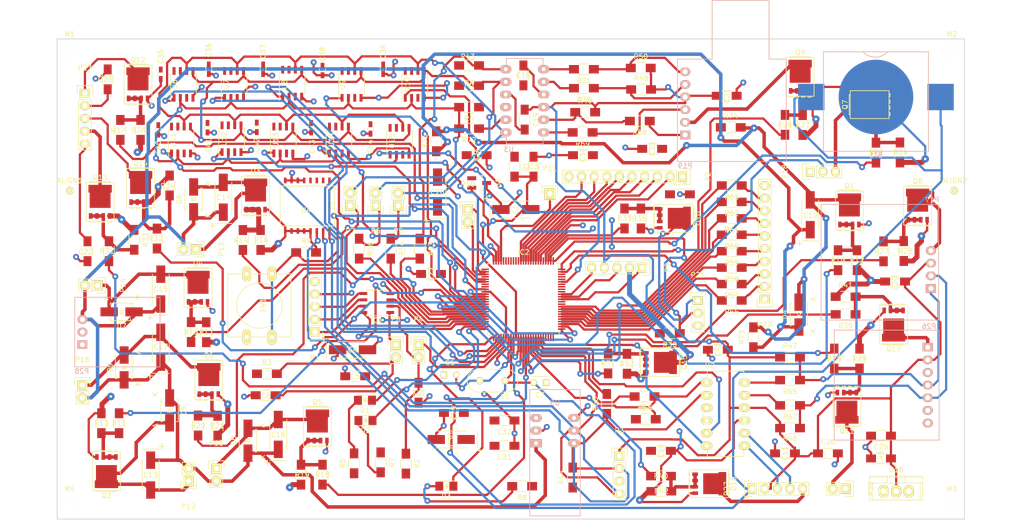
<source format=kicad_pcb>
(kicad_pcb (version 4) (host pcbnew no-vcs-found-product)
  (title_block (title "High Altitude Balloon Controller") (date 2016-09-29) (rev v1.0) (company "Robert Susmilch"))
  (layers (0 F.Cu signal) (31 B.Cu signal) (34 B.Paste user) (35 F.Paste user) (36 B.SilkS user) (37 F.SilkS user) (38 B.Mask user) (39 F.Mask user) (44 Edge.Cuts user))
  (net 0 "")
  (net 1 CR2032_POS)
  (net 2 GND)
  (net 3 "Net-(C1-Pad2)")
  (net 4 2560_RESET)
  (net 5 Vcc_1)
  (net 6 "Net-(C6-Pad2)")
  (net 7 "Net-(C7-Pad2)")
  (net 8 "Net-(C8-Pad1)")
  (net 9 +3V3)
  (net 10 +BATT)
  (net 11 "Net-(D1-Pad1)")
  (net 12 "Net-(D1-Pad2)")
  (net 13 "Net-(D2-Pad1)")
  (net 14 "Net-(D2-Pad2)")
  (net 15 "Net-(D3-Pad1)")
  (net 16 "Net-(D3-Pad2)")
  (net 17 "Net-(IC1-Pad1)")
  (net 18 2560_HEARTBEAT)
  (net 19 "Net-(IC1-Pad5)")
  (net 20 "Net-(IC1-Pad6)")
  (net 21 "Net-(IC1-Pad7)")
  (net 22 "Net-(IC2-Pad2)")
  (net 23 "Net-(IC2-Pad3)")
  (net 24 SHT31_Heat)
  (net 25 TSL2561_Heat)
  (net 26 "Net-(IC2-Pad9)")
  (net 27 AT25_CS_9)
  (net 28 AT25_CS_8)
  (net 29 AT25_CS_7)
  (net 30 Custom_Heat)
  (net 31 Main_Heat)
  (net 32 UV_Heat)
  (net 33 GPS_Heat)
  (net 34 SS)
  (net 35 "Net-(IC2-Pad20)")
  (net 36 "Net-(IC2-Pad21)")
  (net 37 "Net-(IC2-Pad22)")
  (net 38 AT25_CS_6)
  (net 39 AT25_CS_4)
  (net 40 AT25_CS_5)
  (net 41 "Net-(IC2-Pad30)")
  (net 42 UV_POWER)
  (net 43 SHT31_RESET)
  (net 44 DOF_POWER)
  (net 45 MS5607_POWER)
  (net 46 TSL2561_POWER)
  (net 47 SD_POWER)
  (net 48 GPS_POWER)
  (net 49 GEIGER_POWER)
  (net 50 SCL_5)
  (net 51 SDA_5)
  (net 52 "Net-(IC2-Pad45)")
  (net 53 "Net-(IC2-Pad46)")
  (net 54 AT25_CS_1)
  (net 55 AT25_CS_2)
  (net 56 /RADIO_0)
  (net 57 /RADIO_1)
  (net 58 /RADIO_2)
  (net 59 /RADIO_3)
  (net 60 /RADIO_4)
  (net 61 /RADIO_5)
  (net 62 /RADIO_6)
  (net 63 /RADIO_7)
  (net 64 GEIGER_X)
  (net 65 GEIGER_Y)
  (net 66 GEIGER_Z)
  (net 67 AT25_CS_3)
  (net 68 LANDING_LED)
  (net 69 PIEZO)
  (net 70 PIEZO_PWR)
  (net 71 DS18B20_DATA)
  (net 72 DS18B20_PWR)
  (net 73 AT25_CS_10)
  (net 74 UV_VOLTAGE)
  (net 75 AREF)
  (net 76 SCK)
  (net 77 MOSI)
  (net 78 MISO)
  (net 79 "Net-(P9-Pad2)")
  (net 80 SCL_3.3)
  (net 81 SDA_3.3)
  (net 82 "Net-(P17-Pad4)")
  (net 83 "Net-(P18-Pad3)")
  (net 84 MISO_3.3)
  (net 85 "Net-(P19-Pad2)")
  (net 86 SCK_3.3)
  (net 87 MOSI_3.3)
  (net 88 SS_3.3)
  (net 89 "Net-(P20-Pad2)")
  (net 90 "Net-(P21-Pad1)")
  (net 91 UV_PWR)
  (net 92 SHT_31_PWR)
  (net 93 2560_TX_GPS_RX)
  (net 94 2560_RX_GPS_TX)
  (net 95 "Net-(P27-Pad5)")
  (net 96 "Net-(Q1-Pad1)")
  (net 97 "Net-(Q2-Pad1)")
  (net 98 "Net-(Q3-Pad1)")
  (net 99 "Net-(Q4-Pad1)")
  (net 100 "Net-(Q5-Pad1)")
  (net 101 "Net-(Q6-Pad1)")
  (net 102 "Net-(Q7-Pad1)")
  (net 103 "Net-(Q8-Pad1)")
  (net 104 "Net-(Q9-Pad1)")
  (net 105 "Net-(Q10-Pad1)")
  (net 106 "Net-(Q11-Pad1)")
  (net 107 "Net-(Q12-Pad1)")
  (net 108 "Net-(Q13-Pad1)")
  (net 109 "Net-(Q14-Pad1)")
  (net 110 "Net-(Q15-Pad1)")
  (net 111 "Net-(Q16-Pad1)")
  (net 112 "Net-(Q17-Pad1)")
  (net 113 "Net-(IC2-Pad19)")
  (net 114 "Net-(IC2-Pad43)")
  (net 115 "Net-(IC2-Pad44)")
  (net 116 "Net-(P5-Pad1)")
  (net 117 "Net-(P6-Pad1)")
  (net 118 "Net-(P19-Pad1)")
  (net 119 "Net-(P22-Pad2)")
  (net 120 "Net-(P22-Pad3)")
  (net 121 "Net-(P22-Pad4)")
  (net 122 "Net-(P22-Pad5)")
  (net 123 "Net-(P22-Pad6)")
  (net 124 "Net-(P22-Pad7)")
  (net 125 "Net-(P22-Pad8)")
  (net 126 "Net-(P22-Pad9)")
  (net 127 "Net-(R65-Pad2)")
  (net 128 "Net-(R67-Pad2)")
  (net 129 "Net-(R69-Pad2)")
  (net 130 "Net-(R70-Pad2)")
  (net 131 "Net-(R71-Pad2)")
  (net 132 "Net-(P26-Pad1)")
  (net 133 "Net-(R72-Pad1)")
  (net 134 "Net-(C12-Pad2)")
  (net 135 "Net-(C13-Pad2)")
  (net 136 "Net-(C14-Pad2)")
  (net 137 "Net-(C15-Pad2)")
  (net 138 "Net-(C16-Pad2)")
  (net 139 "Net-(C17-Pad2)")
  (net 140 "Net-(IC2-Pad82)")
  (net 141 "Net-(IC2-Pad83)")
  (net 142 "Net-(IC2-Pad84)")
  (net 143 "Net-(IC2-Pad85)")
  (net 144 "Net-(IC2-Pad86)")
  (net 145 "Net-(IC2-Pad87)")
  (net 146 "Net-(IC2-Pad88)")
  (net 147 "Net-(IC2-Pad89)")
  (net 148 "Net-(C22-Pad1)")
  (net 149 "Net-(C23-Pad1)")
  (net 150 "Net-(P23-Pad4)")
  (module Personal:CR2032 (layer B.Cu) (at 221.742 59.436)
    (fp_text reference BT1 (at 0 11.684) (layer B.SilkS) (effects (justify mirror)))
    (fp_text value "3V 2032")
    (pad 1 smd rect (at -13 0) (size 5.3 5.3) (layers B.Cu B.Paste B.Mask) (net 1 CR2032_POS))
    (pad 1 smd rect (at 13 0) (size 5.3 5.3) (layers B.Cu B.Paste B.Mask) (net 1 CR2032_POS))
    (pad 2 smd circle (at 0 0) (size 15 15) (layers B.Cu B.Paste B.Mask) (net 2 GND))
  )
  (module Capacitors_Tantalum_SMD:TantalC_SizeC_EIA-6032_HandSoldering (layer F.Cu) (at 149.352 82.042)
    (fp_text reference C1 (at 0 0 -270) (layer F.SilkS))
    (fp_text value 22uF)
    (fp_text user + (at -5.75056 -2.19964) (layer F.SilkS))
    (pad 2 smd rect (at 2.99974 0) (size 3.50012 1.80086) (layers F.Cu F.Paste F.Mask) (net 3 "Net-(C1-Pad2)"))
    (pad 1 smd rect (at -2.99974 0) (size 3.50012 1.80086) (layers F.Cu F.Paste F.Mask) (net 2 GND))
  )
  (module Capacitors_SMD:C_1206_HandSoldering (layer F.Cu) (at 129.794 118.872 90)
    (fp_text reference C2 (at 0 0 -180) (layer F.SilkS))
    (fp_text value 0.1uF)
    (pad 1 smd rect (at -2 0 90) (size 2 1.6) (layers F.Cu F.Paste F.Mask) (net 2 GND))
    (pad 2 smd rect (at 2 0 90) (size 2 1.6) (layers F.Cu F.Paste F.Mask) (net 4 2560_RESET))
  )
  (module Capacitors_SMD:C_1206_HandSoldering (layer F.Cu) (at 152.908 73.438 270)
    (fp_text reference C3 (at 0 0) (layer F.SilkS))
    (fp_text value 10pF)
    (pad 1 smd rect (at -2 0 270) (size 2 1.6) (layers F.Cu F.Paste F.Mask) (net 2 GND))
    (pad 2 smd rect (at 2 0 270) (size 2 1.6) (layers F.Cu F.Paste F.Mask) (net 3 "Net-(C1-Pad2)"))
  )
  (module Capacitors_Tantalum_SMD:TantalC_SizeC_EIA-6032_HandSoldering (layer F.Cu) (at 116.538 110.236)
    (fp_text reference C4 (at 0 0) (layer F.SilkS))
    (fp_text value 22uF)
    (fp_text user + (at -5.75056 -2.19964) (layer F.SilkS))
    (pad 2 smd rect (at 2.99974 0) (size 3.50012 1.80086) (layers F.Cu F.Paste F.Mask) (net 5 Vcc_1))
    (pad 1 smd rect (at -2.99974 0) (size 3.50012 1.80086) (layers F.Cu F.Paste F.Mask) (net 2 GND))
  )
  (module Capacitors_SMD:C_1206_HandSoldering (layer F.Cu) (at 117.062 115.57)
    (fp_text reference C5 (at 0 0) (layer F.SilkS))
    (fp_text value 10pF)
    (pad 1 smd rect (at -2 0) (size 2 1.6) (layers F.Cu F.Paste F.Mask) (net 2 GND))
    (pad 2 smd rect (at 2 0) (size 2 1.6) (layers F.Cu F.Paste F.Mask) (net 5 Vcc_1))
  )
  (module Capacitors_ThroughHole:C_Disc_D3_P2.5 (layer F.Cu) (at 134.874 115.316)
    (fp_text reference C6 (at 1.25 -2.5) (layer F.SilkS))
    (fp_text value 22pF)
    (pad 1 thru_hole rect (at 0 0) (size 1.3 1.3) (drill 0.8) (layers *.Cu *.Mask F.SilkS) (net 2 GND))
    (pad 2 thru_hole circle (at 2.5 0) (size 1.3 1.3) (drill 0.8001) (layers *.Cu *.Mask F.SilkS) (net 6 "Net-(C6-Pad2)"))
  )
  (module Capacitors_ThroughHole:C_Disc_D3_P2.5 (layer F.Cu) (at 155.448 116.84 180)
    (fp_text reference C7 (at 1.25 -2.5 180) (layer F.SilkS))
    (fp_text value 22pF)
    (pad 1 thru_hole rect (at 0 0 180) (size 1.3 1.3) (drill 0.8) (layers *.Cu *.Mask F.SilkS) (net 2 GND))
    (pad 2 thru_hole circle (at 2.5 0 180) (size 1.3 1.3) (drill 0.8001) (layers *.Cu *.Mask F.SilkS) (net 7 "Net-(C7-Pad2)"))
  )
  (module Capacitors_SMD:C_1206_HandSoldering (layer F.Cu) (at 99.06 119.38 180)
    (fp_text reference C8 (at -0.057001 -0.1075 180) (layer F.SilkS))
    (fp_text value 0.1uF)
    (pad 1 smd rect (at -2 0 180) (size 2 1.6) (layers F.Cu F.Paste F.Mask) (net 8 "Net-(C8-Pad1)"))
    (pad 2 smd rect (at 2 0 180) (size 2 1.6) (layers F.Cu F.Paste F.Mask) (net 2 GND))
  )
  (module Capacitors_SMD:C_1206_HandSoldering (layer F.Cu) (at 141.478 71.12)
    (fp_text reference C9 (at 0 0 90) (layer F.SilkS))
    (fp_text value 0.1uF)
    (pad 1 smd rect (at -2 0) (size 2 1.6) (layers F.Cu F.Paste F.Mask) (net 5 Vcc_1))
    (pad 2 smd rect (at 2 0) (size 2 1.6) (layers F.Cu F.Paste F.Mask) (net 2 GND))
  )
  (module Capacitors_SMD:C_1206_HandSoldering (layer F.Cu) (at 178.53 130.556)
    (fp_text reference C10 (at 0 0 90) (layer F.SilkS))
    (fp_text value 10pF)
    (pad 1 smd rect (at -2 0) (size 2 1.6) (layers F.Cu F.Paste F.Mask) (net 5 Vcc_1))
    (pad 2 smd rect (at 2 0) (size 2 1.6) (layers F.Cu F.Paste F.Mask) (net 2 GND))
  )
  (module Capacitors_SMD:C_1206_HandSoldering (layer F.Cu) (at 203.454 131.064 180)
    (fp_text reference C11 (at 0 0 270) (layer F.SilkS))
    (fp_text value 10pF)
    (pad 1 smd rect (at -2 0 180) (size 2 1.6) (layers F.Cu F.Paste F.Mask) (net 9 +3V3))
    (pad 2 smd rect (at 2 0 180) (size 2 1.6) (layers F.Cu F.Paste F.Mask) (net 2 GND))
  )
  (module Capacitors_Tantalum_SMD:TantalC_SizeC_EIA-6032_HandSoldering (layer F.Cu) (at 208.534 83.1063 90)
    (fp_text reference C12 (at -0.147541 0.06104 180) (layer F.SilkS))
    (fp_text value 22uF)
    (fp_text user + (at -5.75056 -2.19964 90) (layer F.SilkS))
    (pad 2 smd rect (at 2.99974 0 90) (size 3.50012 1.80086) (layers F.Cu F.Paste F.Mask) (net 134 "Net-(C12-Pad2)"))
    (pad 1 smd rect (at -2.99974 0 90) (size 3.50012 1.80086) (layers F.Cu F.Paste F.Mask) (net 10 +BATT))
  )
  (module Capacitors_Tantalum_SMD:TantalC_SizeC_EIA-6032_HandSoldering (layer F.Cu) (at 75.946 135.43 270)
    (fp_text reference C13 (at -0.015541 0.03304) (layer F.SilkS))
    (fp_text value 22uF)
    (fp_text user + (at -5.75056 -2.19964 270) (layer F.SilkS))
    (pad 2 smd rect (at 2.99974 0 270) (size 3.50012 1.80086) (layers F.Cu F.Paste F.Mask) (net 135 "Net-(C13-Pad2)"))
    (pad 1 smd rect (at -2.99974 0 270) (size 3.50012 1.80086) (layers F.Cu F.Paste F.Mask) (net 10 +BATT))
  )
  (module Capacitors_Tantalum_SMD:TantalC_SizeC_EIA-6032_HandSoldering (layer F.Cu) (at 90.551 79.5807 90)
    (fp_text reference C14 (at -0.007541 0.06104 180) (layer F.SilkS))
    (fp_text value 22uF)
    (fp_text user + (at -5.75056 -2.19964 90) (layer F.SilkS))
    (pad 2 smd rect (at 2.99974 0 90) (size 3.50012 1.80086) (layers F.Cu F.Paste F.Mask) (net 136 "Net-(C14-Pad2)"))
    (pad 1 smd rect (at -2.99974 0 90) (size 3.50012 1.80086) (layers F.Cu F.Paste F.Mask) (net 10 +BATT))
  )
  (module Capacitors_Tantalum_SMD:TantalC_SizeC_EIA-6032_HandSoldering (layer F.Cu) (at 77.978 98.044 90)
    (fp_text reference C15 (at 0 0 180) (layer F.SilkS))
    (fp_text value 22uF)
    (fp_text user + (at -5.75056 -2.19964 90) (layer F.SilkS))
    (pad 2 smd rect (at 2.99974 0 90) (size 3.50012 1.80086) (layers F.Cu F.Paste F.Mask) (net 137 "Net-(C15-Pad2)"))
    (pad 1 smd rect (at -2.99974 0 90) (size 3.50012 1.80086) (layers F.Cu F.Paste F.Mask) (net 10 +BATT))
  )
  (module Capacitors_Tantalum_SMD:TantalC_SizeC_EIA-6032_HandSoldering (layer F.Cu) (at 101.6 127.254 90)
    (fp_text reference C16 (at -0.081541 -0.01696 180) (layer F.SilkS))
    (fp_text value 22uF)
    (fp_text user + (at -5.75056 -2.19964 90) (layer F.SilkS))
    (pad 2 smd rect (at 2.99974 0 90) (size 3.50012 1.80086) (layers F.Cu F.Paste F.Mask) (net 138 "Net-(C16-Pad2)"))
    (pad 1 smd rect (at -2.99974 0 90) (size 3.50012 1.80086) (layers F.Cu F.Paste F.Mask) (net 10 +BATT))
  )
  (module Capacitors_Tantalum_SMD:TantalC_SizeC_EIA-6032_HandSoldering (layer F.Cu) (at 77.978 109.728 90)
    (fp_text reference C17 (at 0.098459 0.01104 180) (layer F.SilkS))
    (fp_text value 22uF)
    (fp_text user + (at -5.75056 -2.19964 90) (layer F.SilkS))
    (pad 2 smd rect (at 2.99974 0 90) (size 3.50012 1.80086) (layers F.Cu F.Paste F.Mask) (net 139 "Net-(C17-Pad2)"))
    (pad 1 smd rect (at -2.99974 0 90) (size 3.50012 1.80086) (layers F.Cu F.Paste F.Mask) (net 10 +BATT))
  )
  (module Capacitors_SMD:C_1206_HandSoldering (layer F.Cu) (at 150.876 55.086 90)
    (fp_text reference C18 (at 0 0 -180) (layer F.SilkS))
    (fp_text value 10pF)
    (pad 1 smd rect (at -2 0 90) (size 2 1.6) (layers F.Cu F.Paste F.Mask) (net 5 Vcc_1))
    (pad 2 smd rect (at 2 0 90) (size 2 1.6) (layers F.Cu F.Paste F.Mask) (net 2 GND))
  )
  (module Capacitors_SMD:C_1206_HandSoldering (layer F.Cu) (at 151.13 63.976 270)
    (fp_text reference C19 (at 0 -2.3 270) (layer F.SilkS))
    (fp_text value 10pF)
    (pad 1 smd rect (at -2 0 270) (size 2 1.6) (layers F.Cu F.Paste F.Mask) (net 9 +3V3))
    (pad 2 smd rect (at 2 0 270) (size 2 1.6) (layers F.Cu F.Paste F.Mask) (net 2 GND))
  )
  (module Capacitors_SMD:C_1206_HandSoldering (layer F.Cu) (at 225.584 96.52 180)
    (fp_text reference C20 (at 0 -0.381 270) (layer F.SilkS))
    (fp_text value 0.1uF)
    (pad 1 smd rect (at -2 0 180) (size 2 1.6) (layers F.Cu F.Paste F.Mask) (net 9 +3V3))
    (pad 2 smd rect (at 2 0 180) (size 2 1.6) (layers F.Cu F.Paste F.Mask) (net 2 GND))
  )
  (module Capacitors_SMD:C_1206_HandSoldering (layer F.Cu) (at 63.246 90.424 270)
    (fp_text reference C22 (at 0.127 0.381) (layer F.SilkS))
    (fp_text value 0.1uF)
    (pad 1 smd rect (at -2 0 270) (size 2 1.6) (layers F.Cu F.Paste F.Mask) (net 148 "Net-(C22-Pad1)"))
    (pad 2 smd rect (at 2 0 270) (size 2 1.6) (layers F.Cu F.Paste F.Mask) (net 2 GND))
  )
  (module Capacitors_SMD:C_1206_HandSoldering (layer F.Cu) (at 67.31 55.88 90)
    (fp_text reference C23 (at 0 -0.508 180) (layer F.SilkS))
    (fp_text value 0.1uF)
    (pad 1 smd rect (at -2 0 90) (size 2 1.6) (layers F.Cu F.Paste F.Mask) (net 149 "Net-(C23-Pad1)"))
    (pad 2 smd rect (at 2 0 90) (size 2 1.6) (layers F.Cu F.Paste F.Mask) (net 2 GND))
  )
  (module Capacitors_SMD:C_1206_HandSoldering (layer F.Cu) (at 182.34 78.994)
    (fp_text reference C24 (at 0 -2.3) (layer F.SilkS))
    (fp_text value 0.1uF)
    (pad 1 smd rect (at -2 0) (size 2 1.6) (layers F.Cu F.Paste F.Mask) (net 5 Vcc_1))
    (pad 2 smd rect (at 2 0) (size 2 1.6) (layers F.Cu F.Paste F.Mask) (net 2 GND))
  )
  (module Capacitors_SMD:C_1206_HandSoldering (layer F.Cu) (at 222.758 127.508 180)
    (fp_text reference C25 (at 0 -2.3 180) (layer F.SilkS))
    (fp_text value 0.1uF)
    (pad 1 smd rect (at -2 0 180) (size 2 1.6) (layers F.Cu F.Paste F.Mask) (net 9 +3V3))
    (pad 2 smd rect (at 2 0 180) (size 2 1.6) (layers F.Cu F.Paste F.Mask) (net 2 GND))
  )
  (module Capacitors_SMD:C_1206_HandSoldering (layer F.Cu) (at 212.09 131.064)
    (fp_text reference C26 (at 0 -2.3) (layer F.SilkS))
    (fp_text value 0.1uF)
    (pad 1 smd rect (at -2 0) (size 2 1.6) (layers F.Cu F.Paste F.Mask) (net 9 +3V3))
    (pad 2 smd rect (at 2 0) (size 2 1.6) (layers F.Cu F.Paste F.Mask) (net 2 GND))
  )
  (module Capacitors_SMD:C_1206_HandSoldering (layer F.Cu) (at 132.302 94.996 180)
    (fp_text reference C27 (at 0 0 -90) (layer F.SilkS))
    (fp_text value 10pF)
    (pad 1 smd rect (at -2 0 180) (size 2 1.6) (layers F.Cu F.Paste F.Mask) (net 5 Vcc_1))
    (pad 2 smd rect (at 2 0 180) (size 2 1.6) (layers F.Cu F.Paste F.Mask) (net 2 GND))
  )
  (module Capacitors_Tantalum_SMD:TantalC_SizeC_EIA-6032_HandSoldering (layer F.Cu) (at 133.604 78.5343 90)
    (fp_text reference C28 (at 0 0 180) (layer F.SilkS))
    (fp_text value 22uF)
    (fp_text user + (at -5.75056 -2.19964 90) (layer F.SilkS))
    (pad 2 smd rect (at 2.99974 0 90) (size 3.50012 1.80086) (layers F.Cu F.Paste F.Mask) (net 2 GND))
    (pad 1 smd rect (at -2.99974 0 90) (size 3.50012 1.80086) (layers F.Cu F.Paste F.Mask) (net 5 Vcc_1))
  )
  (module Capacitors_SMD:C_1206_HandSoldering (layer F.Cu) (at 136.906 122.936 180)
    (fp_text reference C29 (at 0 0 270) (layer F.SilkS))
    (fp_text value 10pF)
    (pad 1 smd rect (at -2 0 180) (size 2 1.6) (layers F.Cu F.Paste F.Mask) (net 5 Vcc_1))
    (pad 2 smd rect (at 2 0 180) (size 2 1.6) (layers F.Cu F.Paste F.Mask) (net 2 GND))
  )
  (module Capacitors_Tantalum_SMD:TantalC_SizeC_EIA-6032_HandSoldering (layer F.Cu) (at 136.35 128.27 180)
    (fp_text reference C30 (at 0 0 270) (layer F.SilkS))
    (fp_text value 22uF)
    (fp_text user + (at -5.75056 -2.19964 180) (layer F.SilkS))
    (pad 2 smd rect (at 2.99974 0 180) (size 3.50012 1.80086) (layers F.Cu F.Paste F.Mask) (net 2 GND))
    (pad 1 smd rect (at -2.99974 0 180) (size 3.50012 1.80086) (layers F.Cu F.Paste F.Mask) (net 5 Vcc_1))
  )
  (module Capacitors_SMD:C_1206_HandSoldering (layer F.Cu) (at 147.066 129.54 180)
    (fp_text reference C31 (at 0 -2.3 180) (layer F.SilkS))
    (fp_text value 0.1uF)
    (pad 1 smd rect (at -2 0 180) (size 2 1.6) (layers F.Cu F.Paste F.Mask) (net 2 GND))
    (pad 2 smd rect (at 2 0 180) (size 2 1.6) (layers F.Cu F.Paste F.Mask) (net 5 Vcc_1))
  )
  (module Capacitors_SMD:C_1206_HandSoldering (layer F.Cu) (at 147.066 124.46 180)
    (fp_text reference C32 (at 0 -2.3 180) (layer F.SilkS))
    (fp_text value 22uF)
    (pad 1 smd rect (at -2 0 180) (size 2 1.6) (layers F.Cu F.Paste F.Mask) (net 2 GND))
    (pad 2 smd rect (at 2 0 180) (size 2 1.6) (layers F.Cu F.Paste F.Mask) (net 5 Vcc_1))
  )
  (module Capacitors_SMD:C_1206_HandSoldering (layer F.Cu) (at 176.752 69.85 180)
    (fp_text reference C33 (at 0 0 270) (layer F.SilkS))
    (fp_text value 10pF)
    (pad 1 smd rect (at -2 0 180) (size 2 1.6) (layers F.Cu F.Paste F.Mask) (net 5 Vcc_1))
    (pad 2 smd rect (at 2 0 180) (size 2 1.6) (layers F.Cu F.Paste F.Mask) (net 2 GND))
  )
  (module Capacitors_SMD:C_1206_HandSoldering (layer F.Cu) (at 162.846 71.12 180)
    (fp_text reference C34 (at 0 0 270) (layer F.SilkS))
    (fp_text value 22uF)
    (pad 1 smd rect (at -2 0 180) (size 2 1.6) (layers F.Cu F.Paste F.Mask) (net 5 Vcc_1))
    (pad 2 smd rect (at 2 0 180) (size 2 1.6) (layers F.Cu F.Paste F.Mask) (net 2 GND))
  )
  (module Capacitors_SMD:C_0603_HandSoldering (layer F.Cu) (at 77.978 54.864 90)
    (fp_text reference C35 (at 3.556 0 90) (layer F.SilkS))
    (fp_text value 4.7uF)
    (pad 1 smd rect (at -0.95 0 90) (size 1.2 0.75) (layers F.Cu F.Paste F.Mask) (net 2 GND))
    (pad 2 smd rect (at 0.95 0 90) (size 1.2 0.75) (layers F.Cu F.Paste F.Mask) (net 5 Vcc_1))
  )
  (module Capacitors_SMD:C_0603_HandSoldering (layer F.Cu) (at 87.63 53.848 90)
    (fp_text reference C36 (at 3.81 0 90) (layer F.SilkS))
    (fp_text value 4.7uF)
    (pad 1 smd rect (at -0.95 0 90) (size 1.2 0.75) (layers F.Cu F.Paste F.Mask) (net 2 GND))
    (pad 2 smd rect (at 0.95 0 90) (size 1.2 0.75) (layers F.Cu F.Paste F.Mask) (net 5 Vcc_1))
  )
  (module Capacitors_SMD:C_0603_HandSoldering (layer F.Cu) (at 98.552 53.848 90)
    (fp_text reference C37 (at 3.556 0 90) (layer F.SilkS))
    (fp_text value 4.7uF)
    (pad 1 smd rect (at -0.95 0 90) (size 1.2 0.75) (layers F.Cu F.Paste F.Mask) (net 2 GND))
    (pad 2 smd rect (at 0.95 0 90) (size 1.2 0.75) (layers F.Cu F.Paste F.Mask) (net 5 Vcc_1))
  )
  (module Capacitors_SMD:C_0603_HandSoldering (layer F.Cu) (at 110.49 54.102 90)
    (fp_text reference C38 (at 3.302 0 90) (layer F.SilkS))
    (fp_text value 4.7uF)
    (pad 1 smd rect (at -0.95 0 90) (size 1.2 0.75) (layers F.Cu F.Paste F.Mask) (net 2 GND))
    (pad 2 smd rect (at 0.95 0 90) (size 1.2 0.75) (layers F.Cu F.Paste F.Mask) (net 5 Vcc_1))
  )
  (module Capacitors_SMD:C_0603_HandSoldering (layer F.Cu) (at 122.682 53.848 90)
    (fp_text reference C39 (at 3.556 0 90) (layer F.SilkS))
    (fp_text value 4.7uF)
    (pad 1 smd rect (at -0.95 0 90) (size 1.2 0.75) (layers F.Cu F.Paste F.Mask) (net 2 GND))
    (pad 2 smd rect (at 0.95 0 90) (size 1.2 0.75) (layers F.Cu F.Paste F.Mask) (net 5 Vcc_1))
  )
  (module Capacitors_SMD:C_0603_HandSoldering (layer F.Cu) (at 77.47 66.04 90)
    (fp_text reference C40 (at -3.556 0 90) (layer F.SilkS))
    (fp_text value 4.7uF)
    (pad 1 smd rect (at -0.95 0 90) (size 1.2 0.75) (layers F.Cu F.Paste F.Mask) (net 2 GND))
    (pad 2 smd rect (at 0.95 0 90) (size 1.2 0.75) (layers F.Cu F.Paste F.Mask) (net 5 Vcc_1))
  )
  (module Capacitors_SMD:C_0603_HandSoldering (layer F.Cu) (at 87.376 65.598 90)
    (fp_text reference C41 (at -3.556 0.254 90) (layer F.SilkS))
    (fp_text value 4.7uF)
    (pad 1 smd rect (at -0.95 0 90) (size 1.2 0.75) (layers F.Cu F.Paste F.Mask) (net 2 GND))
    (pad 2 smd rect (at 0.95 0 90) (size 1.2 0.75) (layers F.Cu F.Paste F.Mask) (net 5 Vcc_1))
  )
  (module Capacitors_SMD:C_0603_HandSoldering (layer F.Cu) (at 97.282 65.532 90)
    (fp_text reference C42 (at -3.556 0 90) (layer F.SilkS))
    (fp_text value 4.7uF)
    (pad 1 smd rect (at -0.95 0 90) (size 1.2 0.75) (layers F.Cu F.Paste F.Mask) (net 2 GND))
    (pad 2 smd rect (at 0.95 0 90) (size 1.2 0.75) (layers F.Cu F.Paste F.Mask) (net 5 Vcc_1))
  )
  (module Capacitors_SMD:C_0603_HandSoldering (layer F.Cu) (at 108.204 65.598 90)
    (fp_text reference C43 (at -3.81 0.254 90) (layer F.SilkS))
    (fp_text value 4.7uF)
    (pad 1 smd rect (at -0.95 0 90) (size 1.2 0.75) (layers F.Cu F.Paste F.Mask) (net 2 GND))
    (pad 2 smd rect (at 0.95 0 90) (size 1.2 0.75) (layers F.Cu F.Paste F.Mask) (net 5 Vcc_1))
  )
  (module Capacitors_SMD:C_0603_HandSoldering (layer F.Cu) (at 120.142 65.852 90)
    (fp_text reference C44 (at -3.556 0 90) (layer F.SilkS))
    (fp_text value 4.7uF)
    (pad 1 smd rect (at -0.95 0 90) (size 1.2 0.75) (layers F.Cu F.Paste F.Mask) (net 2 GND))
    (pad 2 smd rect (at 0.95 0 90) (size 1.2 0.75) (layers F.Cu F.Paste F.Mask) (net 5 Vcc_1))
  )
  (module Capacitors_SMD:C_1206_HandSoldering (layer F.Cu) (at 189.96 110.236)
    (fp_text reference C45 (at 0 0 90) (layer F.SilkS))
    (fp_text value 22uF)
    (pad 1 smd rect (at -2 0) (size 2 1.6) (layers F.Cu F.Paste F.Mask) (net 2 GND))
    (pad 2 smd rect (at 2 0) (size 2 1.6) (layers F.Cu F.Paste F.Mask) (net 9 +3V3))
  )
  (module Housings_QFP:TQFP-100_14x14mm_Pitch0.5mm (layer F.Cu) (at 150.876 100.076)
    (fp_text reference IC2 (at 0 -9.45) (layer F.SilkS))
    (fp_text value ATMEGA2560-A)
    (pad 1 smd rect (at -7.7 -6) (size 1.5 0.3) (layers F.Cu F.Paste F.Mask))
    (pad 2 smd rect (at -7.7 -5.5) (size 1.5 0.3) (layers F.Cu F.Paste F.Mask) (net 22 "Net-(IC2-Pad2)"))
    (pad 3 smd rect (at -7.7 -5) (size 1.5 0.3) (layers F.Cu F.Paste F.Mask) (net 23 "Net-(IC2-Pad3)"))
    (pad 4 smd rect (at -7.7 -4.5) (size 1.5 0.3) (layers F.Cu F.Paste F.Mask))
    (pad 5 smd rect (at -7.7 -4) (size 1.5 0.3) (layers F.Cu F.Paste F.Mask) (net 24 SHT31_Heat))
    (pad 6 smd rect (at -7.7 -3.5) (size 1.5 0.3) (layers F.Cu F.Paste F.Mask) (net 25 TSL2561_Heat))
    (pad 7 smd rect (at -7.7 -3) (size 1.5 0.3) (layers F.Cu F.Paste F.Mask))
    (pad 8 smd rect (at -7.7 -2.5) (size 1.5 0.3) (layers F.Cu F.Paste F.Mask))
    (pad 9 smd rect (at -7.7 -2) (size 1.5 0.3) (layers F.Cu F.Paste F.Mask) (net 26 "Net-(IC2-Pad9)"))
    (pad 10 smd rect (at -7.7 -1.5) (size 1.5 0.3) (layers F.Cu F.Paste F.Mask) (net 5 Vcc_1))
    (pad 11 smd rect (at -7.7 -1) (size 1.5 0.3) (layers F.Cu F.Paste F.Mask) (net 2 GND))
    (pad 12 smd rect (at -7.7 -0.5) (size 1.5 0.3) (layers F.Cu F.Paste F.Mask) (net 27 AT25_CS_9))
    (pad 13 smd rect (at -7.7 0) (size 1.5 0.3) (layers F.Cu F.Paste F.Mask) (net 28 AT25_CS_8))
    (pad 14 smd rect (at -7.7 0.5) (size 1.5 0.3) (layers F.Cu F.Paste F.Mask) (net 29 AT25_CS_7))
    (pad 15 smd rect (at -7.7 1) (size 1.5 0.3) (layers F.Cu F.Paste F.Mask) (net 30 Custom_Heat))
    (pad 16 smd rect (at -7.7 1.5) (size 1.5 0.3) (layers F.Cu F.Paste F.Mask) (net 31 Main_Heat))
    (pad 17 smd rect (at -7.7 2) (size 1.5 0.3) (layers F.Cu F.Paste F.Mask) (net 32 UV_Heat))
    (pad 18 smd rect (at -7.7 2.5) (size 1.5 0.3) (layers F.Cu F.Paste F.Mask) (net 33 GPS_Heat))
    (pad 19 smd rect (at -7.7 3) (size 1.5 0.3) (layers F.Cu F.Paste F.Mask) (net 113 "Net-(IC2-Pad19)"))
    (pad 20 smd rect (at -7.7 3.5) (size 1.5 0.3) (layers F.Cu F.Paste F.Mask) (net 35 "Net-(IC2-Pad20)"))
    (pad 21 smd rect (at -7.7 4) (size 1.5 0.3) (layers F.Cu F.Paste F.Mask) (net 36 "Net-(IC2-Pad21)"))
    (pad 22 smd rect (at -7.7 4.5) (size 1.5 0.3) (layers F.Cu F.Paste F.Mask) (net 37 "Net-(IC2-Pad22)"))
    (pad 23 smd rect (at -7.7 5) (size 1.5 0.3) (layers F.Cu F.Paste F.Mask) (net 18 2560_HEARTBEAT))
    (pad 24 smd rect (at -7.7 5.5) (size 1.5 0.3) (layers F.Cu F.Paste F.Mask) (net 11 "Net-(D1-Pad1)"))
    (pad 25 smd rect (at -7.7 6) (size 1.5 0.3) (layers F.Cu F.Paste F.Mask) (net 13 "Net-(D2-Pad1)"))
    (pad 26 smd rect (at -6 7.7 90) (size 1.5 0.3) (layers F.Cu F.Paste F.Mask) (net 15 "Net-(D3-Pad1)"))
    (pad 27 smd rect (at -5.5 7.7 90) (size 1.5 0.3) (layers F.Cu F.Paste F.Mask) (net 38 AT25_CS_6))
    (pad 28 smd rect (at -5 7.7 90) (size 1.5 0.3) (layers F.Cu F.Paste F.Mask) (net 39 AT25_CS_4))
    (pad 29 smd rect (at -4.5 7.7 90) (size 1.5 0.3) (layers F.Cu F.Paste F.Mask) (net 40 AT25_CS_5))
    (pad 30 smd rect (at -4 7.7 90) (size 1.5 0.3) (layers F.Cu F.Paste F.Mask) (net 41 "Net-(IC2-Pad30)"))
    (pad 31 smd rect (at -3.5 7.7 90) (size 1.5 0.3) (layers F.Cu F.Paste F.Mask) (net 5 Vcc_1))
    (pad 32 smd rect (at -3 7.7 90) (size 1.5 0.3) (layers F.Cu F.Paste F.Mask) (net 2 GND))
    (pad 33 smd rect (at -2.5 7.7 90) (size 1.5 0.3) (layers F.Cu F.Paste F.Mask) (net 6 "Net-(C6-Pad2)"))
    (pad 34 smd rect (at -2 7.7 90) (size 1.5 0.3) (layers F.Cu F.Paste F.Mask) (net 7 "Net-(C7-Pad2)"))
    (pad 35 smd rect (at -1.5 7.7 90) (size 1.5 0.3) (layers F.Cu F.Paste F.Mask) (net 42 UV_POWER))
    (pad 36 smd rect (at -1 7.7 90) (size 1.5 0.3) (layers F.Cu F.Paste F.Mask) (net 43 SHT31_RESET))
    (pad 37 smd rect (at -0.5 7.7 90) (size 1.5 0.3) (layers F.Cu F.Paste F.Mask) (net 44 DOF_POWER))
    (pad 38 smd rect (at 0 7.7 90) (size 1.5 0.3) (layers F.Cu F.Paste F.Mask) (net 45 MS5607_POWER))
    (pad 39 smd rect (at 0.5 7.7 90) (size 1.5 0.3) (layers F.Cu F.Paste F.Mask) (net 46 TSL2561_POWER))
    (pad 40 smd rect (at 1 7.7 90) (size 1.5 0.3) (layers F.Cu F.Paste F.Mask) (net 47 SD_POWER))
    (pad 41 smd rect (at 1.5 7.7 90) (size 1.5 0.3) (layers F.Cu F.Paste F.Mask) (net 48 GPS_POWER))
    (pad 42 smd rect (at 2 7.7 90) (size 1.5 0.3) (layers F.Cu F.Paste F.Mask) (net 49 GEIGER_POWER))
    (pad 43 smd rect (at 2.5 7.7 90) (size 1.5 0.3) (layers F.Cu F.Paste F.Mask) (net 114 "Net-(IC2-Pad43)"))
    (pad 44 smd rect (at 3 7.7 90) (size 1.5 0.3) (layers F.Cu F.Paste F.Mask) (net 115 "Net-(IC2-Pad44)"))
    (pad 45 smd rect (at 3.5 7.7 90) (size 1.5 0.3) (layers F.Cu F.Paste F.Mask) (net 52 "Net-(IC2-Pad45)"))
    (pad 46 smd rect (at 4 7.7 90) (size 1.5 0.3) (layers F.Cu F.Paste F.Mask) (net 53 "Net-(IC2-Pad46)"))
    (pad 47 smd rect (at 4.5 7.7 90) (size 1.5 0.3) (layers F.Cu F.Paste F.Mask))
    (pad 48 smd rect (at 5 7.7 90) (size 1.5 0.3) (layers F.Cu F.Paste F.Mask))
    (pad 49 smd rect (at 5.5 7.7 90) (size 1.5 0.3) (layers F.Cu F.Paste F.Mask))
    (pad 50 smd rect (at 6 7.7 90) (size 1.5 0.3) (layers F.Cu F.Paste F.Mask))
    (pad 51 smd rect (at 7.7 6) (size 1.5 0.3) (layers F.Cu F.Paste F.Mask) (net 54 AT25_CS_1))
    (pad 52 smd rect (at 7.7 5.5) (size 1.5 0.3) (layers F.Cu F.Paste F.Mask) (net 55 AT25_CS_2))
    (pad 53 smd rect (at 7.7 5) (size 1.5 0.3) (layers F.Cu F.Paste F.Mask) (net 56 /RADIO_0))
    (pad 54 smd rect (at 7.7 4.5) (size 1.5 0.3) (layers F.Cu F.Paste F.Mask) (net 57 /RADIO_1))
    (pad 55 smd rect (at 7.7 4) (size 1.5 0.3) (layers F.Cu F.Paste F.Mask) (net 58 /RADIO_2))
    (pad 56 smd rect (at 7.7 3.5) (size 1.5 0.3) (layers F.Cu F.Paste F.Mask) (net 59 /RADIO_3))
    (pad 57 smd rect (at 7.7 3) (size 1.5 0.3) (layers F.Cu F.Paste F.Mask) (net 60 /RADIO_4))
    (pad 58 smd rect (at 7.7 2.5) (size 1.5 0.3) (layers F.Cu F.Paste F.Mask) (net 61 /RADIO_5))
    (pad 59 smd rect (at 7.7 2) (size 1.5 0.3) (layers F.Cu F.Paste F.Mask) (net 62 /RADIO_6))
    (pad 60 smd rect (at 7.7 1.5) (size 1.5 0.3) (layers F.Cu F.Paste F.Mask) (net 63 /RADIO_7))
    (pad 61 smd rect (at 7.7 1) (size 1.5 0.3) (layers F.Cu F.Paste F.Mask))
    (pad 62 smd rect (at 7.7 0.5) (size 1.5 0.3) (layers F.Cu F.Paste F.Mask))
    (pad 63 smd rect (at 7.7 0) (size 1.5 0.3) (layers F.Cu F.Paste F.Mask) (net 64 GEIGER_X))
    (pad 64 smd rect (at 7.7 -0.5) (size 1.5 0.3) (layers F.Cu F.Paste F.Mask) (net 65 GEIGER_Y))
    (pad 65 smd rect (at 7.7 -1) (size 1.5 0.3) (layers F.Cu F.Paste F.Mask) (net 66 GEIGER_Z))
    (pad 66 smd rect (at 7.7 -1.5) (size 1.5 0.3) (layers F.Cu F.Paste F.Mask))
    (pad 67 smd rect (at 7.7 -2) (size 1.5 0.3) (layers F.Cu F.Paste F.Mask))
    (pad 68 smd rect (at 7.7 -2.5) (size 1.5 0.3) (layers F.Cu F.Paste F.Mask))
    (pad 69 smd rect (at 7.7 -3) (size 1.5 0.3) (layers F.Cu F.Paste F.Mask))
    (pad 70 smd rect (at 7.7 -3.5) (size 1.5 0.3) (layers F.Cu F.Paste F.Mask) (net 67 AT25_CS_3))
    (pad 71 smd rect (at 7.7 -4) (size 1.5 0.3) (layers F.Cu F.Paste F.Mask))
    (pad 72 smd rect (at 7.7 -4.5) (size 1.5 0.3) (layers F.Cu F.Paste F.Mask))
    (pad 73 smd rect (at 7.7 -5) (size 1.5 0.3) (layers F.Cu F.Paste F.Mask))
    (pad 74 smd rect (at 7.7 -5.5) (size 1.5 0.3) (layers F.Cu F.Paste F.Mask) (net 68 LANDING_LED))
    (pad 75 smd rect (at 7.7 -6) (size 1.5 0.3) (layers F.Cu F.Paste F.Mask) (net 69 PIEZO))
    (pad 76 smd rect (at 6 -7.7 90) (size 1.5 0.3) (layers F.Cu F.Paste F.Mask) (net 70 PIEZO_PWR))
    (pad 77 smd rect (at 5.5 -7.7 90) (size 1.5 0.3) (layers F.Cu F.Paste F.Mask) (net 71 DS18B20_DATA))
    (pad 78 smd rect (at 5 -7.7 90) (size 1.5 0.3) (layers F.Cu F.Paste F.Mask) (net 72 DS18B20_PWR))
    (pad 79 smd rect (at 4.5 -7.7 90) (size 1.5 0.3) (layers F.Cu F.Paste F.Mask) (net 73 AT25_CS_10))
    (pad 80 smd rect (at 4 -7.7 90) (size 1.5 0.3) (layers F.Cu F.Paste F.Mask) (net 5 Vcc_1))
    (pad 81 smd rect (at 3.5 -7.7 90) (size 1.5 0.3) (layers F.Cu F.Paste F.Mask) (net 2 GND))
    (pad 82 smd rect (at 3 -7.7 90) (size 1.5 0.3) (layers F.Cu F.Paste F.Mask) (net 140 "Net-(IC2-Pad82)"))
    (pad 83 smd rect (at 2.5 -7.7 90) (size 1.5 0.3) (layers F.Cu F.Paste F.Mask) (net 141 "Net-(IC2-Pad83)"))
    (pad 84 smd rect (at 2 -7.7 90) (size 1.5 0.3) (layers F.Cu F.Paste F.Mask) (net 142 "Net-(IC2-Pad84)"))
    (pad 85 smd rect (at 1.5 -7.7 90) (size 1.5 0.3) (layers F.Cu F.Paste F.Mask) (net 143 "Net-(IC2-Pad85)"))
    (pad 86 smd rect (at 1 -7.7 90) (size 1.5 0.3) (layers F.Cu F.Paste F.Mask) (net 144 "Net-(IC2-Pad86)"))
    (pad 87 smd rect (at 0.5 -7.7 90) (size 1.5 0.3) (layers F.Cu F.Paste F.Mask) (net 145 "Net-(IC2-Pad87)"))
    (pad 88 smd rect (at 0 -7.7 90) (size 1.5 0.3) (layers F.Cu F.Paste F.Mask) (net 146 "Net-(IC2-Pad88)"))
    (pad 89 smd rect (at -0.5 -7.7 90) (size 1.5 0.3) (layers F.Cu F.Paste F.Mask) (net 147 "Net-(IC2-Pad89)"))
    (pad 90 smd rect (at -1 -7.7 90) (size 1.5 0.3) (layers F.Cu F.Paste F.Mask))
    (pad 91 smd rect (at -1.5 -7.7 90) (size 1.5 0.3) (layers F.Cu F.Paste F.Mask))
    (pad 92 smd rect (at -2 -7.7 90) (size 1.5 0.3) (layers F.Cu F.Paste F.Mask))
    (pad 93 smd rect (at -2.5 -7.7 90) (size 1.5 0.3) (layers F.Cu F.Paste F.Mask))
    (pad 94 smd rect (at -3 -7.7 90) (size 1.5 0.3) (layers F.Cu F.Paste F.Mask))
    (pad 95 smd rect (at -3.5 -7.7 90) (size 1.5 0.3) (layers F.Cu F.Paste F.Mask))
    (pad 96 smd rect (at -4 -7.7 90) (size 1.5 0.3) (layers F.Cu F.Paste F.Mask))
    (pad 97 smd rect (at -4.5 -7.7 90) (size 1.5 0.3) (layers F.Cu F.Paste F.Mask) (net 74 UV_VOLTAGE))
    (pad 98 smd rect (at -5 -7.7 90) (size 1.5 0.3) (layers F.Cu F.Paste F.Mask) (net 75 AREF))
    (pad 99 smd rect (at -5.5 -7.7 90) (size 1.5 0.3) (layers F.Cu F.Paste F.Mask) (net 2 GND))
    (pad 100 smd rect (at -6 -7.7 90) (size 1.5 0.3) (layers F.Cu F.Paste F.Mask) (net 3 "Net-(C1-Pad2)"))
  )
  (module Resistors_SMD:R_1206_HandSoldering (layer F.Cu) (at 214.122 92.234 270)
    (fp_text reference R10 (at 0 0) (layer F.SilkS))
    (fp_text value 1k)
    (pad 1 smd rect (at -2 0 270) (size 2 1.7) (layers F.Cu F.Paste F.Mask) (net 96 "Net-(Q1-Pad1)"))
    (pad 2 smd rect (at 2 0 270) (size 2 1.7) (layers F.Cu F.Paste F.Mask) (net 31 Main_Heat))
  )
  (module Resistors_SMD:R_1206_HandSoldering (layer F.Cu) (at 69.596 125 90)
    (fp_text reference R11 (at 0 0 180) (layer F.SilkS))
    (fp_text value 1k)
    (pad 1 smd rect (at -2 0 90) (size 2 1.7) (layers F.Cu F.Paste F.Mask) (net 97 "Net-(Q2-Pad1)"))
    (pad 2 smd rect (at 2 0 90) (size 2 1.7) (layers F.Cu F.Paste F.Mask) (net 30 Custom_Heat))
  )
  (module Resistors_SMD:R_1206_HandSoldering (layer F.Cu) (at 217.932 92.234 270)
    (fp_text reference R12 (at 0 0) (layer F.SilkS))
    (fp_text value 100k)
    (pad 1 smd rect (at -2 0 270) (size 2 1.7) (layers F.Cu F.Paste F.Mask) (net 96 "Net-(Q1-Pad1)"))
    (pad 2 smd rect (at 2 0 270) (size 2 1.7) (layers F.Cu F.Paste F.Mask) (net 2 GND))
  )
  (module Resistors_SMD:R_1206_HandSoldering (layer F.Cu) (at 66.04 125 90)
    (fp_text reference R13 (at 0 0 -180) (layer F.SilkS))
    (fp_text value 100k)
    (pad 1 smd rect (at -2 0 90) (size 2 1.7) (layers F.Cu F.Paste F.Mask) (net 97 "Net-(Q2-Pad1)"))
    (pad 2 smd rect (at 2 0 90) (size 2 1.7) (layers F.Cu F.Paste F.Mask) (net 2 GND))
  )
  (module Resistors_SMD:R_1206_HandSoldering (layer F.Cu) (at 94.488 88.17 270)
    (fp_text reference R14 (at 0.127 0.381) (layer F.SilkS))
    (fp_text value 1k)
    (pad 1 smd rect (at -2 0 270) (size 2 1.7) (layers F.Cu F.Paste F.Mask) (net 98 "Net-(Q3-Pad1)"))
    (pad 2 smd rect (at 2 0 270) (size 2 1.7) (layers F.Cu F.Paste F.Mask) (net 24 SHT31_Heat))
  )
  (module Resistors_SMD:R_1206_HandSoldering (layer F.Cu) (at 84.074 106.68 270)
    (fp_text reference R15 (at 0 0) (layer F.SilkS))
    (fp_text value 1k)
    (pad 1 smd rect (at -2 0 270) (size 2 1.7) (layers F.Cu F.Paste F.Mask) (net 99 "Net-(Q4-Pad1)"))
    (pad 2 smd rect (at 2 0 270) (size 2 1.7) (layers F.Cu F.Paste F.Mask) (net 33 GPS_Heat))
  )
  (module Resistors_SMD:R_1206_HandSoldering (layer F.Cu) (at 98.044 88.17 270)
    (fp_text reference R16 (at 0 -0.127) (layer F.SilkS))
    (fp_text value 100k)
    (pad 1 smd rect (at -2 0 270) (size 2 1.7) (layers F.Cu F.Paste F.Mask) (net 98 "Net-(Q3-Pad1)"))
    (pad 2 smd rect (at 2 0 270) (size 2 1.7) (layers F.Cu F.Paste F.Mask) (net 2 GND))
  )
  (module Resistors_SMD:R_1206_HandSoldering (layer F.Cu) (at 87.122 106.712 270)
    (fp_text reference R17 (at 0 0 180) (layer F.SilkS))
    (fp_text value 100k)
    (pad 1 smd rect (at -2 0 270) (size 2 1.7) (layers F.Cu F.Paste F.Mask) (net 99 "Net-(Q4-Pad1)"))
    (pad 2 smd rect (at 2 0 270) (size 2 1.7) (layers F.Cu F.Paste F.Mask) (net 2 GND))
  )
  (module Resistors_SMD:R_1206_HandSoldering (layer F.Cu) (at 110.49 135.35 270)
    (fp_text reference R18 (at 0 0) (layer F.SilkS))
    (fp_text value 1k)
    (pad 1 smd rect (at -2 0 270) (size 2 1.7) (layers F.Cu F.Paste F.Mask) (net 100 "Net-(Q5-Pad1)"))
    (pad 2 smd rect (at 2 0 270) (size 2 1.7) (layers F.Cu F.Paste F.Mask) (net 32 UV_Heat))
  )
  (module Resistors_SMD:R_1206_HandSoldering (layer F.Cu) (at 106.172 135.35 270)
    (fp_text reference R19 (at 0 -0.254) (layer F.SilkS))
    (fp_text value 100k)
    (pad 1 smd rect (at -2 0 270) (size 2 1.7) (layers F.Cu F.Paste F.Mask) (net 100 "Net-(Q5-Pad1)"))
    (pad 2 smd rect (at 2 0 270) (size 2 1.7) (layers F.Cu F.Paste F.Mask) (net 2 GND))
  )
  (module Resistors_SMD:R_1206_HandSoldering (layer F.Cu) (at 85.471 125.476 270)
    (fp_text reference R20 (at 0 0) (layer F.SilkS))
    (fp_text value 1k)
    (pad 1 smd rect (at -2 0 270) (size 2 1.7) (layers F.Cu F.Paste F.Mask) (net 101 "Net-(Q6-Pad1)"))
    (pad 2 smd rect (at 2 0 270) (size 2 1.7) (layers F.Cu F.Paste F.Mask) (net 25 TSL2561_Heat))
  )
  (module Resistors_SMD:R_1206_HandSoldering (layer F.Cu) (at 89.408 125.508 270)
    (fp_text reference R21 (at 0 0.127) (layer F.SilkS))
    (fp_text value 100k)
    (pad 1 smd rect (at -2 0 270) (size 2 1.7) (layers F.Cu F.Paste F.Mask) (net 101 "Net-(Q6-Pad1)"))
    (pad 2 smd rect (at 2 0 270) (size 2 1.7) (layers F.Cu F.Paste F.Mask) (net 2 GND))
  )
  (module Resistors_SMD:R_1206_HandSoldering (layer F.Cu) (at 221.742 70.612 270)
    (fp_text reference R22 (at 0 0) (layer F.SilkS))
    (fp_text value 1k)
    (pad 1 smd rect (at -2 0 270) (size 2 1.7) (layers F.Cu F.Paste F.Mask) (net 102 "Net-(Q7-Pad1)"))
    (pad 2 smd rect (at 2 0 270) (size 2 1.7) (layers F.Cu F.Paste F.Mask) (net 70 PIEZO_PWR))
  )
  (module Resistors_SMD:R_1206_HandSoldering (layer F.Cu) (at 223.266 90.456 270)
    (fp_text reference R23 (at 0 0.381) (layer F.SilkS))
    (fp_text value 1k)
    (pad 1 smd rect (at -2 0 270) (size 2 1.7) (layers F.Cu F.Paste F.Mask) (net 103 "Net-(Q8-Pad1)"))
    (pad 2 smd rect (at 2 0 270) (size 2 1.7) (layers F.Cu F.Paste F.Mask) (net 44 DOF_POWER))
  )
  (module Resistors_SMD:R_1206_HandSoldering (layer F.Cu) (at 226.568 70.58 90)
    (fp_text reference R24 (at 0 0.127 -180) (layer F.SilkS))
    (fp_text value 100k)
    (pad 1 smd rect (at -2 0 90) (size 2 1.7) (layers F.Cu F.Paste F.Mask) (net 2 GND))
    (pad 2 smd rect (at 2 0 90) (size 2 1.7) (layers F.Cu F.Paste F.Mask) (net 102 "Net-(Q7-Pad1)"))
  )
  (module Resistors_SMD:R_1206_HandSoldering (layer F.Cu) (at 227.33 90.392 90)
    (fp_text reference R25 (at 0 0.381 -180) (layer F.SilkS))
    (fp_text value 100k)
    (pad 1 smd rect (at -2 0 90) (size 2 1.7) (layers F.Cu F.Paste F.Mask) (net 2 GND))
    (pad 2 smd rect (at 2 0 90) (size 2 1.7) (layers F.Cu F.Paste F.Mask) (net 103 "Net-(Q8-Pad1)"))
  )
  (module Resistors_SMD:R_1206_HandSoldering (layer F.Cu) (at 203.454 65.024 90)
    (fp_text reference R26 (at 0 0 180) (layer F.SilkS))
    (fp_text value 1k)
    (pad 1 smd rect (at -2 0 90) (size 2 1.7) (layers F.Cu F.Paste F.Mask) (net 47 SD_POWER))
    (pad 2 smd rect (at 2 0 90) (size 2 1.7) (layers F.Cu F.Paste F.Mask) (net 104 "Net-(Q9-Pad1)"))
  )
  (module Resistors_SMD:R_1206_HandSoldering (layer F.Cu) (at 207.01 65.056 90)
    (fp_text reference R27 (at 0 0 -180) (layer F.SilkS))
    (fp_text value 100k)
    (pad 1 smd rect (at -2 0 90) (size 2 1.7) (layers F.Cu F.Paste F.Mask) (net 2 GND))
    (pad 2 smd rect (at 2 0 90) (size 2 1.7) (layers F.Cu F.Paste F.Mask) (net 104 "Net-(Q9-Pad1)"))
  )
  (module Resistors_SMD:R_1206_HandSoldering (layer F.Cu) (at 213.36 112.014 90)
    (fp_text reference R28 (at 0 0 180) (layer F.SilkS))
    (fp_text value 1k)
    (pad 1 smd rect (at -2 0 90) (size 2 1.7) (layers F.Cu F.Paste F.Mask) (net 106 "Net-(Q11-Pad1)"))
    (pad 2 smd rect (at 2 0 90) (size 2 1.7) (layers F.Cu F.Paste F.Mask) (net 68 LANDING_LED))
  )
  (module Resistors_SMD:R_1206_HandSoldering (layer F.Cu) (at 218.44 112.014 270)
    (fp_text reference R29 (at 0 0) (layer F.SilkS))
    (fp_text value 100k)
    (pad 1 smd rect (at -2 0 270) (size 2 1.7) (layers F.Cu F.Paste F.Mask) (net 2 GND))
    (pad 2 smd rect (at 2 0 270) (size 2 1.7) (layers F.Cu F.Paste F.Mask) (net 106 "Net-(Q11-Pad1)"))
  )
  (module Resistors_SMD:R_1206_HandSoldering (layer F.Cu) (at 67.564 90.424 270)
    (fp_text reference R31 (at 0 0.381) (layer F.SilkS))
    (fp_text value 1k)
    (pad 1 smd rect (at -2 0 270) (size 2 1.7) (layers F.Cu F.Paste F.Mask) (net 108 "Net-(Q13-Pad1)"))
    (pad 2 smd rect (at 2 0 270) (size 2 1.7) (layers F.Cu F.Paste F.Mask) (net 46 TSL2561_POWER))
  )
  (module Resistors_SMD:R_1206_HandSoldering (layer F.Cu) (at 77.216 87.884 270)
    (fp_text reference R32 (at 0 0.254) (layer F.SilkS))
    (fp_text value 1k)
    (pad 1 smd rect (at -2 0 270) (size 2 1.7) (layers F.Cu F.Paste F.Mask) (net 109 "Net-(Q14-Pad1)"))
    (pad 2 smd rect (at 2 0 270) (size 2 1.7) (layers F.Cu F.Paste F.Mask) (net 43 SHT31_RESET))
  )
  (module Resistors_SMD:R_1206_HandSoldering (layer F.Cu) (at 72.644 88.138 270)
    (fp_text reference R33 (at 0 -2.3 270) (layer F.SilkS))
    (fp_text value 100k)
    (pad 1 smd rect (at -2 0 270) (size 2 1.7) (layers F.Cu F.Paste F.Mask) (net 2 GND))
    (pad 2 smd rect (at 2 0 270) (size 2 1.7) (layers F.Cu F.Paste F.Mask) (net 108 "Net-(Q13-Pad1)"))
  )
  (module Resistors_SMD:R_1206_HandSoldering (layer F.Cu) (at 79.756 77.216 270)
    (fp_text reference R34 (at 0.127 0.381) (layer F.SilkS))
    (fp_text value 100k)
    (pad 1 smd rect (at -2 0 270) (size 2 1.7) (layers F.Cu F.Paste F.Mask) (net 2 GND))
    (pad 2 smd rect (at 2 0 270) (size 2 1.7) (layers F.Cu F.Paste F.Mask) (net 109 "Net-(Q14-Pad1)"))
  )
  (module Resistors_SMD:R_1206_HandSoldering (layer F.Cu) (at 171.196 83.852 270)
    (fp_text reference R35 (at -0.127 0) (layer F.SilkS))
    (fp_text value 1k)
    (pad 1 smd rect (at -2 0 270) (size 2 1.7) (layers F.Cu F.Paste F.Mask) (net 105 "Net-(Q10-Pad1)"))
    (pad 2 smd rect (at 2 0 270) (size 2 1.7) (layers F.Cu F.Paste F.Mask) (net 72 DS18B20_PWR))
  )
  (module Resistors_SMD:R_1206_HandSoldering (layer F.Cu) (at 174.498 83.852 90)
    (fp_text reference R36 (at 0 -0.381 180) (layer F.SilkS))
    (fp_text value 100k)
    (pad 1 smd rect (at -2 0 90) (size 2 1.7) (layers F.Cu F.Paste F.Mask) (net 2 GND))
    (pad 2 smd rect (at 2 0 90) (size 2 1.7) (layers F.Cu F.Paste F.Mask) (net 105 "Net-(Q10-Pad1)"))
  )
  (module Resistors_SMD:R_1206_HandSoldering (layer F.Cu) (at 69.85 66.04 270)
    (fp_text reference R37 (at 0.127 0.508) (layer F.SilkS))
    (fp_text value 1k)
    (pad 1 smd rect (at -2 0 270) (size 2 1.7) (layers F.Cu F.Paste F.Mask) (net 107 "Net-(Q12-Pad1)"))
    (pad 2 smd rect (at 2 0 270) (size 2 1.7) (layers F.Cu F.Paste F.Mask) (net 42 UV_POWER))
  )
  (module Resistors_SMD:R_1206_HandSoldering (layer F.Cu) (at 73.914 66.04 90)
    (fp_text reference R38 (at 0 -0.381 180) (layer F.SilkS))
    (fp_text value 100k)
    (pad 1 smd rect (at -2 0 90) (size 2 1.7) (layers F.Cu F.Paste F.Mask) (net 2 GND))
    (pad 2 smd rect (at 2 0 90) (size 2 1.7) (layers F.Cu F.Paste F.Mask) (net 107 "Net-(Q12-Pad1)"))
  )
  (module Resistors_SMD:R_1206_HandSoldering (layer F.Cu) (at 215.646 103.124 180)
    (fp_text reference R39 (at 0 -2.3 180) (layer F.SilkS))
    (fp_text value 1k)
    (pad 1 smd rect (at -2 0 180) (size 2 1.7) (layers F.Cu F.Paste F.Mask) (net 112 "Net-(Q17-Pad1)"))
    (pad 2 smd rect (at 2 0 180) (size 2 1.7) (layers F.Cu F.Paste F.Mask) (net 45 MS5607_POWER))
  )
  (module Resistors_SMD:R_1206_HandSoldering (layer F.Cu) (at 178.53 135.636 180)
    (fp_text reference R40 (at 0 0 180) (layer F.SilkS))
    (fp_text value 1k)
    (pad 1 smd rect (at -2 0 180) (size 2 1.7) (layers F.Cu F.Paste F.Mask) (net 111 "Net-(Q16-Pad1)"))
    (pad 2 smd rect (at 2 0 180) (size 2 1.7) (layers F.Cu F.Paste F.Mask) (net 48 GPS_POWER))
  )
  (module Resistors_SMD:R_1206_HandSoldering (layer F.Cu) (at 215.646 99.568)
    (fp_text reference R41 (at 0 -2.3) (layer F.SilkS))
    (fp_text value 100k)
    (pad 1 smd rect (at -2 0) (size 2 1.7) (layers F.Cu F.Paste F.Mask) (net 2 GND))
    (pad 2 smd rect (at 2 0) (size 2 1.7) (layers F.Cu F.Paste F.Mask) (net 112 "Net-(Q17-Pad1)"))
  )
  (module Resistors_SMD:R_1206_HandSoldering (layer F.Cu) (at 178.594 138.684)
    (fp_text reference R42 (at 0 0) (layer F.SilkS))
    (fp_text value 100k)
    (pad 1 smd rect (at -2 0) (size 2 1.7) (layers F.Cu F.Paste F.Mask) (net 2 GND))
    (pad 2 smd rect (at 2 0) (size 2 1.7) (layers F.Cu F.Paste F.Mask) (net 111 "Net-(Q16-Pad1)"))
  )
  (module Resistors_SMD:R_1206_HandSoldering (layer F.Cu) (at 167.894 112.998 270)
    (fp_text reference R51 (at 0 0) (layer F.SilkS))
    (fp_text value 1k)
    (pad 1 smd rect (at -2 0 270) (size 2 1.7) (layers F.Cu F.Paste F.Mask) (net 110 "Net-(Q15-Pad1)"))
    (pad 2 smd rect (at 2 0 270) (size 2 1.7) (layers F.Cu F.Paste F.Mask) (net 49 GEIGER_POWER))
  )
  (module Resistors_SMD:R_1206_HandSoldering (layer F.Cu) (at 171.704 113.062 90)
    (fp_text reference R52 (at 0 0 180) (layer F.SilkS))
    (fp_text value 100k)
    (pad 1 smd rect (at -2 0 90) (size 2 1.7) (layers F.Cu F.Paste F.Mask) (net 2 GND))
    (pad 2 smd rect (at 2 0 90) (size 2 1.7) (layers F.Cu F.Paste F.Mask) (net 110 "Net-(Q15-Pad1)"))
  )
  (module Buttons_Switches_ThroughHole:SW_PUSH-12mm (layer F.Cu) (at 97.79 101.346 270)
    (fp_text reference SW1 (at 0 -0.762 270) (layer F.SilkS))
    (fp_text value SILENCE)
    (pad 1 thru_hole oval (at 6.35 -2.54 270) (size 3.048 1.7272) (drill 0.8128) (layers *.Cu *.Mask F.SilkS) (net 26 "Net-(IC2-Pad9)"))
    (pad 2 thru_hole oval (at 6.35 2.54 270) (size 3.048 1.7272) (drill 0.8128) (layers *.Cu *.Mask F.SilkS) (net 5 Vcc_1))
    (pad 1 thru_hole oval (at -6.35 -2.54 270) (size 3.048 1.7272) (drill 0.8128) (layers *.Cu *.Mask F.SilkS) (net 26 "Net-(IC2-Pad9)"))
    (pad 2 thru_hole oval (at -6.35 2.54 270) (size 3.048 1.7272) (drill 0.8128) (layers *.Cu *.Mask F.SilkS) (net 5 Vcc_1))
  )
  (module TO_SOT_Packages_SMD:SOT-23_Handsoldering (layer F.Cu) (at 141.986 76.708 270)
    (fp_text reference U1 (at 0 -3.81 270) (layer F.SilkS))
    (fp_text value MAX6107EUR)
    (pad 1 smd rect (at -0.95 1.50114 270) (size 0.8001 1.80086) (layers F.Cu F.Paste F.Mask) (net 5 Vcc_1))
    (pad 2 smd rect (at 0.95 1.50114 270) (size 0.8001 1.80086) (layers F.Cu F.Paste F.Mask) (net 75 AREF))
    (pad 3 smd rect (at 0 -1.50114 270) (size 0.8001 1.80086) (layers F.Cu F.Paste F.Mask) (net 2 GND))
  )
  (module SMD_Packages:SO-16-W (layer F.Cu) (at 107.442 81.28 180)
    (fp_text reference U4 (at 0.254 -0.889 180) (layer F.SilkS))
    (fp_text value DS3231)
    (pad 1 smd rect (at -4.445 5.08 180) (size 0.508 1.143) (layers F.Cu F.Paste F.Mask))
    (pad 2 smd rect (at -3.175 5.08 180) (size 0.508 1.143) (layers F.Cu F.Paste F.Mask) (net 5 Vcc_1))
    (pad 3 smd rect (at -1.905 5.08 180) (size 0.508 1.143) (layers F.Cu F.Paste F.Mask))
    (pad 4 smd rect (at -0.635 5.08 180) (size 0.508 1.143) (layers F.Cu F.Paste F.Mask))
    (pad 5 smd rect (at 0.635 5.08 180) (size 0.508 1.143) (layers F.Cu F.Paste F.Mask) (net 2 GND))
    (pad 6 smd rect (at 1.905 5.08 180) (size 0.508 1.143) (layers F.Cu F.Paste F.Mask) (net 2 GND))
    (pad 7 smd rect (at 3.175 5.08 180) (size 0.508 1.143) (layers F.Cu F.Paste F.Mask) (net 2 GND))
    (pad 8 smd rect (at 4.445 5.08 180) (size 0.508 1.143) (layers F.Cu F.Paste F.Mask) (net 2 GND))
    (pad 9 smd rect (at 4.445 -5.08 180) (size 0.508 1.143) (layers F.Cu F.Paste F.Mask) (net 2 GND))
    (pad 10 smd rect (at 3.175 -5.08 180) (size 0.508 1.143) (layers F.Cu F.Paste F.Mask) (net 2 GND))
    (pad 11 smd rect (at 1.905 -5.08 180) (size 0.508 1.143) (layers F.Cu F.Paste F.Mask) (net 2 GND))
    (pad 12 smd rect (at 0.635 -5.08 180) (size 0.508 1.143) (layers F.Cu F.Paste F.Mask) (net 2 GND))
    (pad 13 smd rect (at -0.635 -5.08 180) (size 0.508 1.143) (layers F.Cu F.Paste F.Mask) (net 2 GND))
    (pad 14 smd rect (at -1.905 -5.08 180) (size 0.508 1.143) (layers F.Cu F.Paste F.Mask) (net 1 CR2032_POS))
    (pad 15 smd rect (at -3.175 -5.08 180) (size 0.508 1.143) (layers F.Cu F.Paste F.Mask) (net 51 SDA_5))
    (pad 16 smd rect (at -4.445 -5.08 180) (size 0.508 1.143) (layers F.Cu F.Paste F.Mask) (net 50 SCL_5))
  )
  (module Housings_SOIC:SOIC-8_3.9x4.9mm_Pitch1.27mm (layer F.Cu) (at 82.55 56.896 90)
    (fp_text reference U6 (at 0 -1.778 90) (layer F.SilkS))
    (fp_text value AT25_EEPROM)
    (pad 1 smd rect (at -2.7 -1.905 90) (size 1.55 0.6) (layers F.Cu F.Paste F.Mask) (net 54 AT25_CS_1))
    (pad 2 smd rect (at -2.7 -0.635 90) (size 1.55 0.6) (layers F.Cu F.Paste F.Mask) (net 78 MISO))
    (pad 3 smd rect (at -2.7 0.635 90) (size 1.55 0.6) (layers F.Cu F.Paste F.Mask) (net 5 Vcc_1))
    (pad 4 smd rect (at -2.7 1.905 90) (size 1.55 0.6) (layers F.Cu F.Paste F.Mask) (net 2 GND))
    (pad 5 smd rect (at 2.7 1.905 90) (size 1.55 0.6) (layers F.Cu F.Paste F.Mask) (net 77 MOSI))
    (pad 6 smd rect (at 2.7 0.635 90) (size 1.55 0.6) (layers F.Cu F.Paste F.Mask) (net 76 SCK))
    (pad 7 smd rect (at 2.7 -0.635 90) (size 1.55 0.6) (layers F.Cu F.Paste F.Mask) (net 5 Vcc_1))
    (pad 8 smd rect (at 2.7 -1.905 90) (size 1.55 0.6) (layers F.Cu F.Paste F.Mask) (net 5 Vcc_1))
  )
  (module Housings_SOIC:SOIC-8_3.9x4.9mm_Pitch1.27mm (layer F.Cu) (at 92.71 56.896 90)
    (fp_text reference U7 (at 0 -1.524 90) (layer F.SilkS))
    (fp_text value AT25_EEPROM)
    (pad 1 smd rect (at -2.7 -1.905 90) (size 1.55 0.6) (layers F.Cu F.Paste F.Mask) (net 38 AT25_CS_6))
    (pad 2 smd rect (at -2.7 -0.635 90) (size 1.55 0.6) (layers F.Cu F.Paste F.Mask) (net 78 MISO))
    (pad 3 smd rect (at -2.7 0.635 90) (size 1.55 0.6) (layers F.Cu F.Paste F.Mask) (net 5 Vcc_1))
    (pad 4 smd rect (at -2.7 1.905 90) (size 1.55 0.6) (layers F.Cu F.Paste F.Mask) (net 2 GND))
    (pad 5 smd rect (at 2.7 1.905 90) (size 1.55 0.6) (layers F.Cu F.Paste F.Mask) (net 77 MOSI))
    (pad 6 smd rect (at 2.7 0.635 90) (size 1.55 0.6) (layers F.Cu F.Paste F.Mask) (net 76 SCK))
    (pad 7 smd rect (at 2.7 -0.635 90) (size 1.55 0.6) (layers F.Cu F.Paste F.Mask) (net 5 Vcc_1))
    (pad 8 smd rect (at 2.7 -1.905 90) (size 1.55 0.6) (layers F.Cu F.Paste F.Mask) (net 5 Vcc_1))
  )
  (module Housings_SOIC:SOIC-8_3.9x4.9mm_Pitch1.27mm (layer F.Cu) (at 104.394 56.642 90)
    (fp_text reference U8 (at -0.254 -1.524 90) (layer F.SilkS))
    (fp_text value AT25_EEPROM)
    (pad 1 smd rect (at -2.7 -1.905 90) (size 1.55 0.6) (layers F.Cu F.Paste F.Mask) (net 55 AT25_CS_2))
    (pad 2 smd rect (at -2.7 -0.635 90) (size 1.55 0.6) (layers F.Cu F.Paste F.Mask) (net 78 MISO))
    (pad 3 smd rect (at -2.7 0.635 90) (size 1.55 0.6) (layers F.Cu F.Paste F.Mask) (net 5 Vcc_1))
    (pad 4 smd rect (at -2.7 1.905 90) (size 1.55 0.6) (layers F.Cu F.Paste F.Mask) (net 2 GND))
    (pad 5 smd rect (at 2.7 1.905 90) (size 1.55 0.6) (layers F.Cu F.Paste F.Mask) (net 77 MOSI))
    (pad 6 smd rect (at 2.7 0.635 90) (size 1.55 0.6) (layers F.Cu F.Paste F.Mask) (net 76 SCK))
    (pad 7 smd rect (at 2.7 -0.635 90) (size 1.55 0.6) (layers F.Cu F.Paste F.Mask) (net 5 Vcc_1))
    (pad 8 smd rect (at 2.7 -1.905 90) (size 1.55 0.6) (layers F.Cu F.Paste F.Mask) (net 5 Vcc_1))
  )
  (module Housings_SOIC:SOIC-8_3.9x4.9mm_Pitch1.27mm (layer F.Cu) (at 116.332 56.896 90)
    (fp_text reference U9 (at 0 -1.778 90) (layer F.SilkS))
    (fp_text value AT25_EEPROM)
    (pad 1 smd rect (at -2.7 -1.905 90) (size 1.55 0.6) (layers F.Cu F.Paste F.Mask) (net 29 AT25_CS_7))
    (pad 2 smd rect (at -2.7 -0.635 90) (size 1.55 0.6) (layers F.Cu F.Paste F.Mask) (net 78 MISO))
    (pad 3 smd rect (at -2.7 0.635 90) (size 1.55 0.6) (layers F.Cu F.Paste F.Mask) (net 5 Vcc_1))
    (pad 4 smd rect (at -2.7 1.905 90) (size 1.55 0.6) (layers F.Cu F.Paste F.Mask) (net 2 GND))
    (pad 5 smd rect (at 2.7 1.905 90) (size 1.55 0.6) (layers F.Cu F.Paste F.Mask) (net 77 MOSI))
    (pad 6 smd rect (at 2.7 0.635 90) (size 1.55 0.6) (layers F.Cu F.Paste F.Mask) (net 76 SCK))
    (pad 7 smd rect (at 2.7 -0.635 90) (size 1.55 0.6) (layers F.Cu F.Paste F.Mask) (net 5 Vcc_1))
    (pad 8 smd rect (at 2.7 -1.905 90) (size 1.55 0.6) (layers F.Cu F.Paste F.Mask) (net 5 Vcc_1))
  )
  (module Housings_SOIC:SOIC-8_3.9x4.9mm_Pitch1.27mm (layer F.Cu) (at 129.032 56.896 90)
    (fp_text reference U10 (at 0 -1.524 90) (layer F.SilkS))
    (fp_text value AT25_EEPROM)
    (pad 1 smd rect (at -2.7 -1.905 90) (size 1.55 0.6) (layers F.Cu F.Paste F.Mask) (net 67 AT25_CS_3))
    (pad 2 smd rect (at -2.7 -0.635 90) (size 1.55 0.6) (layers F.Cu F.Paste F.Mask) (net 78 MISO))
    (pad 3 smd rect (at -2.7 0.635 90) (size 1.55 0.6) (layers F.Cu F.Paste F.Mask) (net 5 Vcc_1))
    (pad 4 smd rect (at -2.7 1.905 90) (size 1.55 0.6) (layers F.Cu F.Paste F.Mask) (net 2 GND))
    (pad 5 smd rect (at 2.7 1.905 90) (size 1.55 0.6) (layers F.Cu F.Paste F.Mask) (net 77 MOSI))
    (pad 6 smd rect (at 2.7 0.635 90) (size 1.55 0.6) (layers F.Cu F.Paste F.Mask) (net 76 SCK))
    (pad 7 smd rect (at 2.7 -0.635 90) (size 1.55 0.6) (layers F.Cu F.Paste F.Mask) (net 5 Vcc_1))
    (pad 8 smd rect (at 2.7 -1.905 90) (size 1.55 0.6) (layers F.Cu F.Paste F.Mask) (net 5 Vcc_1))
  )
  (module Housings_SOIC:SOIC-8_3.9x4.9mm_Pitch1.27mm (layer F.Cu) (at 82.042 68.072 90)
    (fp_text reference U11 (at 0 -1.524 90) (layer F.SilkS))
    (fp_text value AT25_EEPROM)
    (pad 1 smd rect (at -2.7 -1.905 90) (size 1.55 0.6) (layers F.Cu F.Paste F.Mask) (net 28 AT25_CS_8))
    (pad 2 smd rect (at -2.7 -0.635 90) (size 1.55 0.6) (layers F.Cu F.Paste F.Mask) (net 78 MISO))
    (pad 3 smd rect (at -2.7 0.635 90) (size 1.55 0.6) (layers F.Cu F.Paste F.Mask) (net 5 Vcc_1))
    (pad 4 smd rect (at -2.7 1.905 90) (size 1.55 0.6) (layers F.Cu F.Paste F.Mask) (net 2 GND))
    (pad 5 smd rect (at 2.7 1.905 90) (size 1.55 0.6) (layers F.Cu F.Paste F.Mask) (net 77 MOSI))
    (pad 6 smd rect (at 2.7 0.635 90) (size 1.55 0.6) (layers F.Cu F.Paste F.Mask) (net 76 SCK))
    (pad 7 smd rect (at 2.7 -0.635 90) (size 1.55 0.6) (layers F.Cu F.Paste F.Mask) (net 5 Vcc_1))
    (pad 8 smd rect (at 2.7 -1.905 90) (size 1.55 0.6) (layers F.Cu F.Paste F.Mask) (net 5 Vcc_1))
  )
  (module Housings_SOIC:SOIC-8_3.9x4.9mm_Pitch1.27mm (layer F.Cu) (at 92.202 67.818 90)
    (fp_text reference U12 (at 0 -1.524 90) (layer F.SilkS))
    (fp_text value AT25_EEPROM)
    (pad 1 smd rect (at -2.7 -1.905 90) (size 1.55 0.6) (layers F.Cu F.Paste F.Mask) (net 39 AT25_CS_4))
    (pad 2 smd rect (at -2.7 -0.635 90) (size 1.55 0.6) (layers F.Cu F.Paste F.Mask) (net 78 MISO))
    (pad 3 smd rect (at -2.7 0.635 90) (size 1.55 0.6) (layers F.Cu F.Paste F.Mask) (net 5 Vcc_1))
    (pad 4 smd rect (at -2.7 1.905 90) (size 1.55 0.6) (layers F.Cu F.Paste F.Mask) (net 2 GND))
    (pad 5 smd rect (at 2.7 1.905 90) (size 1.55 0.6) (layers F.Cu F.Paste F.Mask) (net 77 MOSI))
    (pad 6 smd rect (at 2.7 0.635 90) (size 1.55 0.6) (layers F.Cu F.Paste F.Mask) (net 76 SCK))
    (pad 7 smd rect (at 2.7 -0.635 90) (size 1.55 0.6) (layers F.Cu F.Paste F.Mask) (net 5 Vcc_1))
    (pad 8 smd rect (at 2.7 -1.905 90) (size 1.55 0.6) (layers F.Cu F.Paste F.Mask) (net 5 Vcc_1))
  )
  (module Housings_SOIC:SOIC-8_3.9x4.9mm_Pitch1.27mm (layer F.Cu) (at 102.616 68.072 90)
    (fp_text reference U13 (at 0 -1.524 90) (layer F.SilkS))
    (fp_text value AT25_EEPROM)
    (pad 1 smd rect (at -2.7 -1.905 90) (size 1.55 0.6) (layers F.Cu F.Paste F.Mask) (net 27 AT25_CS_9))
    (pad 2 smd rect (at -2.7 -0.635 90) (size 1.55 0.6) (layers F.Cu F.Paste F.Mask) (net 78 MISO))
    (pad 3 smd rect (at -2.7 0.635 90) (size 1.55 0.6) (layers F.Cu F.Paste F.Mask) (net 5 Vcc_1))
    (pad 4 smd rect (at -2.7 1.905 90) (size 1.55 0.6) (layers F.Cu F.Paste F.Mask) (net 2 GND))
    (pad 5 smd rect (at 2.7 1.905 90) (size 1.55 0.6) (layers F.Cu F.Paste F.Mask) (net 77 MOSI))
    (pad 6 smd rect (at 2.7 0.635 90) (size 1.55 0.6) (layers F.Cu F.Paste F.Mask) (net 76 SCK))
    (pad 7 smd rect (at 2.7 -0.635 90) (size 1.55 0.6) (layers F.Cu F.Paste F.Mask) (net 5 Vcc_1))
    (pad 8 smd rect (at 2.7 -1.905 90) (size 1.55 0.6) (layers F.Cu F.Paste F.Mask) (net 5 Vcc_1))
  )
  (module Housings_SOIC:SOIC-8_3.9x4.9mm_Pitch1.27mm (layer F.Cu) (at 113.792 68.072 90)
    (fp_text reference U14 (at 0 -1.524 90) (layer F.SilkS))
    (fp_text value AT25_EEPROM)
    (pad 1 smd rect (at -2.7 -1.905 90) (size 1.55 0.6) (layers F.Cu F.Paste F.Mask) (net 40 AT25_CS_5))
    (pad 2 smd rect (at -2.7 -0.635 90) (size 1.55 0.6) (layers F.Cu F.Paste F.Mask) (net 78 MISO))
    (pad 3 smd rect (at -2.7 0.635 90) (size 1.55 0.6) (layers F.Cu F.Paste F.Mask) (net 5 Vcc_1))
    (pad 4 smd rect (at -2.7 1.905 90) (size 1.55 0.6) (layers F.Cu F.Paste F.Mask) (net 2 GND))
    (pad 5 smd rect (at 2.7 1.905 90) (size 1.55 0.6) (layers F.Cu F.Paste F.Mask) (net 77 MOSI))
    (pad 6 smd rect (at 2.7 0.635 90) (size 1.55 0.6) (layers F.Cu F.Paste F.Mask) (net 76 SCK))
    (pad 7 smd rect (at 2.7 -0.635 90) (size 1.55 0.6) (layers F.Cu F.Paste F.Mask) (net 5 Vcc_1))
    (pad 8 smd rect (at 2.7 -1.905 90) (size 1.55 0.6) (layers F.Cu F.Paste F.Mask) (net 5 Vcc_1))
  )
  (module Housings_SOIC:SOIC-8_3.9x4.9mm_Pitch1.27mm (layer F.Cu) (at 125.984 68.326 90)
    (fp_text reference U15 (at 0 -1.524 90) (layer F.SilkS))
    (fp_text value AT25_EEPROM)
    (pad 1 smd rect (at -2.7 -1.905 90) (size 1.55 0.6) (layers F.Cu F.Paste F.Mask) (net 73 AT25_CS_10))
    (pad 2 smd rect (at -2.7 -0.635 90) (size 1.55 0.6) (layers F.Cu F.Paste F.Mask) (net 78 MISO))
    (pad 3 smd rect (at -2.7 0.635 90) (size 1.55 0.6) (layers F.Cu F.Paste F.Mask) (net 5 Vcc_1))
    (pad 4 smd rect (at -2.7 1.905 90) (size 1.55 0.6) (layers F.Cu F.Paste F.Mask) (net 2 GND))
    (pad 5 smd rect (at 2.7 1.905 90) (size 1.55 0.6) (layers F.Cu F.Paste F.Mask) (net 77 MOSI))
    (pad 6 smd rect (at 2.7 0.635 90) (size 1.55 0.6) (layers F.Cu F.Paste F.Mask) (net 76 SCK))
    (pad 7 smd rect (at 2.7 -0.635 90) (size 1.55 0.6) (layers F.Cu F.Paste F.Mask) (net 5 Vcc_1))
    (pad 8 smd rect (at 2.7 -1.905 90) (size 1.55 0.6) (layers F.Cu F.Paste F.Mask) (net 5 Vcc_1))
  )
  (module Capacitors_SMD:C_1206_HandSoldering (layer F.Cu) (at 191.738 59.182)
    (fp_text reference C21 (at 0 0 90) (layer F.SilkS))
    (fp_text value 22uF)
    (pad 1 smd rect (at -2 0) (size 2 1.6) (layers F.Cu F.Paste F.Mask) (net 9 +3V3))
    (pad 2 smd rect (at 2 0) (size 2 1.6) (layers F.Cu F.Paste F.Mask) (net 2 GND))
  )
  (module Capacitors_SMD:C_1206_HandSoldering (layer F.Cu) (at 222.758 132.08)
    (fp_text reference C46 (at -0.127 -0.127 90) (layer F.SilkS))
    (fp_text value 22uF)
    (pad 1 smd rect (at -2 0) (size 2 1.6) (layers F.Cu F.Paste F.Mask) (net 2 GND))
    (pad 2 smd rect (at 2 0) (size 2 1.6) (layers F.Cu F.Paste F.Mask) (net 9 +3V3))
  )
  (module Power_Integrations:TO-220 (layer F.Cu) (at 225.806 138.684)
    (fp_text reference U16 (at 0 -4.318) (layer F.SilkS))
    (fp_text value LD1117S33TR)
    (pad 2 thru_hole oval (at 0 0) (size 2.032 2.54) (drill 1.143) (layers *.Cu *.Mask F.SilkS) (net 9 +3V3))
    (pad 3 thru_hole oval (at 2.54 0) (size 2.032 2.54) (drill 1.143) (layers *.Cu *.Mask F.SilkS) (net 5 Vcc_1))
    (pad 1 thru_hole oval (at -2.54 0) (size 2.032 2.54) (drill 1.143) (layers *.Cu *.Mask F.SilkS) (net 2 GND))
  )
  (module Personal:SOT-669_LFPAK (layer F.Cu) (at 216.408 82.238)
    (fp_text reference Q1 (at 0 -4.925) (layer F.SilkS))
    (fp_text value PSMN9R1-30YL,115)
    (pad 1 smd rect (at -0.635 2.825) (size 0.7 1.15) (layers F.Cu F.Paste F.Mask) (net 96 "Net-(Q1-Pad1)"))
    (pad 1 smd rect (at -1.905 2.825) (size 0.7 1.15) (layers F.Cu F.Paste F.Mask) (net 96 "Net-(Q1-Pad1)"))
    (pad 1 smd rect (at 0.635 2.825) (size 0.7 1.15) (layers F.Cu F.Paste F.Mask) (net 96 "Net-(Q1-Pad1)"))
    (pad 2 smd rect (at 0 -2.65) (size 4.7 1.55) (layers F.Cu F.Mask) (net 134 "Net-(C12-Pad2)"))
    (pad 2 smd rect (at 0 -0.45) (size 4.2 3.3) (layers F.Cu F.Mask) (net 134 "Net-(C12-Pad2)"))
    (pad 3 smd rect (at 1.905 2.825) (size 0.7 1.15) (layers F.Cu F.Paste F.Mask) (net 2 GND))
  )
  (module Personal:SOT-669_LFPAK (layer F.Cu) (at 67.056 134.62 180)
    (fp_text reference Q2 (at 0 -4.925 180) (layer F.SilkS))
    (fp_text value PSMN9R1-30YL,115)
    (pad 1 smd rect (at -0.635 2.825 180) (size 0.7 1.15) (layers F.Cu F.Paste F.Mask) (net 97 "Net-(Q2-Pad1)"))
    (pad 1 smd rect (at -1.905 2.825 180) (size 0.7 1.15) (layers F.Cu F.Paste F.Mask) (net 97 "Net-(Q2-Pad1)"))
    (pad 1 smd rect (at 0.635 2.825 180) (size 0.7 1.15) (layers F.Cu F.Paste F.Mask) (net 97 "Net-(Q2-Pad1)"))
    (pad 2 smd rect (at 0 -2.65 180) (size 4.7 1.55) (layers F.Cu F.Mask) (net 135 "Net-(C13-Pad2)"))
    (pad 2 smd rect (at 0 -0.45 180) (size 4.2 3.3) (layers F.Cu F.Mask) (net 135 "Net-(C13-Pad2)"))
    (pad 3 smd rect (at 1.905 2.825 180) (size 0.7 1.15) (layers F.Cu F.Paste F.Mask) (net 2 GND))
  )
  (module Personal:SOT-669_LFPAK (layer F.Cu) (at 97.028 79.248)
    (fp_text reference Q3 (at 0 -4.925) (layer F.SilkS))
    (fp_text value PSMN9R1-30YL,115)
    (pad 1 smd rect (at -0.635 2.825) (size 0.7 1.15) (layers F.Cu F.Paste F.Mask) (net 98 "Net-(Q3-Pad1)"))
    (pad 1 smd rect (at -1.905 2.825) (size 0.7 1.15) (layers F.Cu F.Paste F.Mask) (net 98 "Net-(Q3-Pad1)"))
    (pad 1 smd rect (at 0.635 2.825) (size 0.7 1.15) (layers F.Cu F.Paste F.Mask) (net 98 "Net-(Q3-Pad1)"))
    (pad 2 smd rect (at 0 -2.65) (size 4.7 1.55) (layers F.Cu F.Mask) (net 136 "Net-(C14-Pad2)"))
    (pad 2 smd rect (at 0 -0.45) (size 4.2 3.3) (layers F.Cu F.Mask) (net 136 "Net-(C14-Pad2)"))
    (pad 3 smd rect (at 1.905 2.825) (size 0.7 1.15) (layers F.Cu F.Paste F.Mask) (net 2 GND))
  )
  (module Personal:SOT-669_LFPAK (layer F.Cu) (at 85.471 97.79)
    (fp_text reference Q4 (at 0 -4.925) (layer F.SilkS))
    (fp_text value PSMN9R1-30YL,115)
    (pad 1 smd rect (at -0.635 2.825) (size 0.7 1.15) (layers F.Cu F.Paste F.Mask) (net 99 "Net-(Q4-Pad1)"))
    (pad 1 smd rect (at -1.905 2.825) (size 0.7 1.15) (layers F.Cu F.Paste F.Mask) (net 99 "Net-(Q4-Pad1)"))
    (pad 1 smd rect (at 0.635 2.825) (size 0.7 1.15) (layers F.Cu F.Paste F.Mask) (net 99 "Net-(Q4-Pad1)"))
    (pad 2 smd rect (at 0 -2.65) (size 4.7 1.55) (layers F.Cu F.Mask) (net 137 "Net-(C15-Pad2)"))
    (pad 2 smd rect (at 0 -0.45) (size 4.2 3.3) (layers F.Cu F.Mask) (net 137 "Net-(C15-Pad2)"))
    (pad 3 smd rect (at 1.905 2.825) (size 0.7 1.15) (layers F.Cu F.Paste F.Mask) (net 2 GND))
  )
  (module Personal:SOT-669_LFPAK (layer F.Cu) (at 109.474 125.672)
    (fp_text reference Q5 (at 0 -4.925) (layer F.SilkS))
    (fp_text value PSMN9R1-30YL,115)
    (pad 1 smd rect (at -0.635 2.825) (size 0.7 1.15) (layers F.Cu F.Paste F.Mask) (net 100 "Net-(Q5-Pad1)"))
    (pad 1 smd rect (at -1.905 2.825) (size 0.7 1.15) (layers F.Cu F.Paste F.Mask) (net 100 "Net-(Q5-Pad1)"))
    (pad 1 smd rect (at 0.635 2.825) (size 0.7 1.15) (layers F.Cu F.Paste F.Mask) (net 100 "Net-(Q5-Pad1)"))
    (pad 2 smd rect (at 0 -2.65) (size 4.7 1.55) (layers F.Cu F.Mask) (net 138 "Net-(C16-Pad2)"))
    (pad 2 smd rect (at 0 -0.45) (size 4.2 3.3) (layers F.Cu F.Mask) (net 138 "Net-(C16-Pad2)"))
    (pad 3 smd rect (at 1.905 2.825) (size 0.7 1.15) (layers F.Cu F.Paste F.Mask) (net 2 GND))
  )
  (module Personal:SOT-669_LFPAK (layer F.Cu) (at 87.63 116.332)
    (fp_text reference Q6 (at 0 -4.925) (layer F.SilkS))
    (fp_text value PSMN9R1-30YL,115)
    (pad 1 smd rect (at -0.635 2.825) (size 0.7 1.15) (layers F.Cu F.Paste F.Mask) (net 101 "Net-(Q6-Pad1)"))
    (pad 1 smd rect (at -1.905 2.825) (size 0.7 1.15) (layers F.Cu F.Paste F.Mask) (net 101 "Net-(Q6-Pad1)"))
    (pad 1 smd rect (at 0.635 2.825) (size 0.7 1.15) (layers F.Cu F.Paste F.Mask) (net 101 "Net-(Q6-Pad1)"))
    (pad 2 smd rect (at 0 -2.65) (size 4.7 1.55) (layers F.Cu F.Mask) (net 139 "Net-(C17-Pad2)"))
    (pad 2 smd rect (at 0 -0.45) (size 4.2 3.3) (layers F.Cu F.Mask) (net 139 "Net-(C17-Pad2)"))
    (pad 3 smd rect (at 1.905 2.825) (size 0.7 1.15) (layers F.Cu F.Paste F.Mask) (net 2 GND))
  )
  (module Personal:SOT-669_LFPAK (layer F.Cu) (at 220.472 60.96 90)
    (fp_text reference Q7 (at 0 -4.925 90) (layer F.SilkS))
    (fp_text value PSMN9R1-30YL,115)
    (pad 1 smd rect (at -0.635 2.825 90) (size 0.7 1.15) (layers F.Cu F.Paste F.Mask) (net 102 "Net-(Q7-Pad1)"))
    (pad 1 smd rect (at -1.905 2.825 90) (size 0.7 1.15) (layers F.Cu F.Paste F.Mask) (net 102 "Net-(Q7-Pad1)"))
    (pad 1 smd rect (at 0.635 2.825 90) (size 0.7 1.15) (layers F.Cu F.Paste F.Mask) (net 102 "Net-(Q7-Pad1)"))
    (pad 2 smd rect (at 0 -2.65 90) (size 4.7 1.55) (layers F.Cu F.Mask) (net 83 "Net-(P18-Pad3)"))
    (pad 2 smd rect (at 0 -0.45 90) (size 4.2 3.3) (layers F.Cu F.Mask) (net 83 "Net-(P18-Pad3)"))
    (pad 3 smd rect (at 1.905 2.825 90) (size 0.7 1.15) (layers F.Cu F.Paste F.Mask) (net 2 GND))
  )
  (module Personal:SOT-669_LFPAK (layer F.Cu) (at 230.124 81.28)
    (fp_text reference Q8 (at 0 -4.925) (layer F.SilkS))
    (fp_text value PSMN9R1-30YL,115)
    (pad 1 smd rect (at -0.635 2.825) (size 0.7 1.15) (layers F.Cu F.Paste F.Mask) (net 103 "Net-(Q8-Pad1)"))
    (pad 1 smd rect (at -1.905 2.825) (size 0.7 1.15) (layers F.Cu F.Paste F.Mask) (net 103 "Net-(Q8-Pad1)"))
    (pad 1 smd rect (at 0.635 2.825) (size 0.7 1.15) (layers F.Cu F.Paste F.Mask) (net 103 "Net-(Q8-Pad1)"))
    (pad 2 smd rect (at 0 -2.65) (size 4.7 1.55) (layers F.Cu F.Mask) (net 82 "Net-(P17-Pad4)"))
    (pad 2 smd rect (at 0 -0.45) (size 4.2 3.3) (layers F.Cu F.Mask) (net 82 "Net-(P17-Pad4)"))
    (pad 3 smd rect (at 1.905 2.825) (size 0.7 1.15) (layers F.Cu F.Paste F.Mask) (net 2 GND))
  )
  (module Personal:SOT-669_LFPAK (layer F.Cu) (at 206.502 55.372)
    (fp_text reference Q9 (at 0 -4.925) (layer F.SilkS))
    (fp_text value PSMN9R1-30YL,115)
    (pad 1 smd rect (at -0.635 2.825) (size 0.7 1.15) (layers F.Cu F.Paste F.Mask) (net 104 "Net-(Q9-Pad1)"))
    (pad 1 smd rect (at -1.905 2.825) (size 0.7 1.15) (layers F.Cu F.Paste F.Mask) (net 104 "Net-(Q9-Pad1)"))
    (pad 1 smd rect (at 0.635 2.825) (size 0.7 1.15) (layers F.Cu F.Paste F.Mask) (net 104 "Net-(Q9-Pad1)"))
    (pad 2 smd rect (at 0 -2.65) (size 4.7 1.55) (layers F.Cu F.Mask) (net 85 "Net-(P19-Pad2)"))
    (pad 2 smd rect (at 0 -0.45) (size 4.2 3.3) (layers F.Cu F.Mask) (net 85 "Net-(P19-Pad2)"))
    (pad 3 smd rect (at 1.905 2.825) (size 0.7 1.15) (layers F.Cu F.Paste F.Mask) (net 2 GND))
  )
  (module Personal:SOT-669_LFPAK (layer F.Cu) (at 181.102 83.82 270)
    (fp_text reference Q10 (at 0 -4.925 270) (layer F.SilkS))
    (fp_text value PSMN9R1-30YL,115)
    (pad 1 smd rect (at -0.635 2.825 270) (size 0.7 1.15) (layers F.Cu F.Paste F.Mask) (net 105 "Net-(Q10-Pad1)"))
    (pad 1 smd rect (at -1.905 2.825 270) (size 0.7 1.15) (layers F.Cu F.Paste F.Mask) (net 105 "Net-(Q10-Pad1)"))
    (pad 1 smd rect (at 0.635 2.825 270) (size 0.7 1.15) (layers F.Cu F.Paste F.Mask) (net 105 "Net-(Q10-Pad1)"))
    (pad 2 smd rect (at 0 -2.65 270) (size 4.7 1.55) (layers F.Cu F.Mask) (net 90 "Net-(P21-Pad1)"))
    (pad 2 smd rect (at 0 -0.45 270) (size 4.2 3.3) (layers F.Cu F.Mask) (net 90 "Net-(P21-Pad1)"))
    (pad 3 smd rect (at 1.905 2.825 270) (size 0.7 1.15) (layers F.Cu F.Paste F.Mask) (net 2 GND))
  )
  (module Personal:SOT-669_LFPAK (layer F.Cu) (at 215.9 121.666 180)
    (fp_text reference Q11 (at 0 -4.925 180) (layer F.SilkS))
    (fp_text value PSMN9R1-30YL,115)
    (pad 1 smd rect (at -0.635 2.825 180) (size 0.7 1.15) (layers F.Cu F.Paste F.Mask) (net 106 "Net-(Q11-Pad1)"))
    (pad 1 smd rect (at -1.905 2.825 180) (size 0.7 1.15) (layers F.Cu F.Paste F.Mask) (net 106 "Net-(Q11-Pad1)"))
    (pad 1 smd rect (at 0.635 2.825 180) (size 0.7 1.15) (layers F.Cu F.Paste F.Mask) (net 106 "Net-(Q11-Pad1)"))
    (pad 2 smd rect (at 0 -2.65 180) (size 4.7 1.55) (layers F.Cu F.Mask) (net 89 "Net-(P20-Pad2)"))
    (pad 2 smd rect (at 0 -0.45 180) (size 4.2 3.3) (layers F.Cu F.Mask) (net 89 "Net-(P20-Pad2)"))
    (pad 3 smd rect (at 1.905 2.825 180) (size 0.7 1.15) (layers F.Cu F.Paste F.Mask) (net 2 GND))
  )
  (module Personal:SOT-669_LFPAK (layer F.Cu) (at 73.406 56.896)
    (fp_text reference Q12 (at 0 -4.925) (layer F.SilkS))
    (fp_text value PSMN9R1-30YL,115)
    (pad 1 smd rect (at -0.635 2.825) (size 0.7 1.15) (layers F.Cu F.Paste F.Mask) (net 107 "Net-(Q12-Pad1)"))
    (pad 1 smd rect (at -1.905 2.825) (size 0.7 1.15) (layers F.Cu F.Paste F.Mask) (net 107 "Net-(Q12-Pad1)"))
    (pad 1 smd rect (at 0.635 2.825) (size 0.7 1.15) (layers F.Cu F.Paste F.Mask) (net 107 "Net-(Q12-Pad1)"))
    (pad 2 smd rect (at 0 -2.65) (size 4.7 1.55) (layers F.Cu F.Mask) (net 91 UV_PWR))
    (pad 2 smd rect (at 0 -0.45) (size 4.2 3.3) (layers F.Cu F.Mask) (net 91 UV_PWR))
    (pad 3 smd rect (at 1.905 2.825) (size 0.7 1.15) (layers F.Cu F.Paste F.Mask) (net 2 GND))
  )
  (module Personal:SOT-669_LFPAK (layer F.Cu) (at 65.786 80.518)
    (fp_text reference Q13 (at 0 -4.925) (layer F.SilkS))
    (fp_text value PSMN9R1-30YL,115)
    (pad 1 smd rect (at -0.635 2.825) (size 0.7 1.15) (layers F.Cu F.Paste F.Mask) (net 108 "Net-(Q13-Pad1)"))
    (pad 1 smd rect (at -1.905 2.825) (size 0.7 1.15) (layers F.Cu F.Paste F.Mask) (net 108 "Net-(Q13-Pad1)"))
    (pad 1 smd rect (at 0.635 2.825) (size 0.7 1.15) (layers F.Cu F.Paste F.Mask) (net 108 "Net-(Q13-Pad1)"))
    (pad 2 smd rect (at 0 -2.65) (size 4.7 1.55) (layers F.Cu F.Mask) (net 150 "Net-(P23-Pad4)"))
    (pad 2 smd rect (at 0 -0.45) (size 4.2 3.3) (layers F.Cu F.Mask) (net 150 "Net-(P23-Pad4)"))
    (pad 3 smd rect (at 1.905 2.825) (size 0.7 1.15) (layers F.Cu F.Paste F.Mask) (net 2 GND))
  )
  (module Personal:SOT-669_LFPAK (layer F.Cu) (at 73.914 77.724)
    (fp_text reference Q14 (at 0 -4.925) (layer F.SilkS))
    (fp_text value PSMN9R1-30YL,115)
    (pad 1 smd rect (at -0.635 2.825) (size 0.7 1.15) (layers F.Cu F.Paste F.Mask) (net 109 "Net-(Q14-Pad1)"))
    (pad 1 smd rect (at -1.905 2.825) (size 0.7 1.15) (layers F.Cu F.Paste F.Mask) (net 109 "Net-(Q14-Pad1)"))
    (pad 1 smd rect (at 0.635 2.825) (size 0.7 1.15) (layers F.Cu F.Paste F.Mask) (net 109 "Net-(Q14-Pad1)"))
    (pad 2 smd rect (at 0 -2.65) (size 4.7 1.55) (layers F.Cu F.Mask) (net 92 SHT_31_PWR))
    (pad 2 smd rect (at 0 -0.45) (size 4.2 3.3) (layers F.Cu F.Mask) (net 92 SHT_31_PWR))
    (pad 3 smd rect (at 1.905 2.825) (size 0.7 1.15) (layers F.Cu F.Paste F.Mask) (net 2 GND))
  )
  (module Personal:SOT-669_LFPAK (layer F.Cu) (at 178.308 112.776 270)
    (fp_text reference Q15 (at 0 -4.925 270) (layer F.SilkS))
    (fp_text value PSMN9R1-30YL,115)
    (pad 1 smd rect (at -0.635 2.825 270) (size 0.7 1.15) (layers F.Cu F.Paste F.Mask) (net 110 "Net-(Q15-Pad1)"))
    (pad 1 smd rect (at -1.905 2.825 270) (size 0.7 1.15) (layers F.Cu F.Paste F.Mask) (net 110 "Net-(Q15-Pad1)"))
    (pad 1 smd rect (at 0.635 2.825 270) (size 0.7 1.15) (layers F.Cu F.Paste F.Mask) (net 110 "Net-(Q15-Pad1)"))
    (pad 2 smd rect (at 0 -2.65 270) (size 4.7 1.55) (layers F.Cu F.Mask) (net 79 "Net-(P9-Pad2)"))
    (pad 2 smd rect (at 0 -0.45 270) (size 4.2 3.3) (layers F.Cu F.Mask) (net 79 "Net-(P9-Pad2)"))
    (pad 3 smd rect (at 1.905 2.825 270) (size 0.7 1.15) (layers F.Cu F.Paste F.Mask) (net 2 GND))
  )
  (module Personal:SOT-669_LFPAK (layer F.Cu) (at 188.214 137.16 270)
    (fp_text reference Q16 (at 0 -4.925 270) (layer F.SilkS))
    (fp_text value PSMN9R1-30YL,115)
    (pad 1 smd rect (at -0.635 2.825 270) (size 0.7 1.15) (layers F.Cu F.Paste F.Mask) (net 111 "Net-(Q16-Pad1)"))
    (pad 1 smd rect (at -1.905 2.825 270) (size 0.7 1.15) (layers F.Cu F.Paste F.Mask) (net 111 "Net-(Q16-Pad1)"))
    (pad 1 smd rect (at 0.635 2.825 270) (size 0.7 1.15) (layers F.Cu F.Paste F.Mask) (net 111 "Net-(Q16-Pad1)"))
    (pad 2 smd rect (at 0 -2.65 270) (size 4.7 1.55) (layers F.Cu F.Mask) (net 95 "Net-(P27-Pad5)"))
    (pad 2 smd rect (at 0 -0.45 270) (size 4.2 3.3) (layers F.Cu F.Mask) (net 95 "Net-(P27-Pad5)"))
    (pad 3 smd rect (at 1.905 2.825 270) (size 0.7 1.15) (layers F.Cu F.Paste F.Mask) (net 2 GND))
  )
  (module Personal:SOT-669_LFPAK (layer F.Cu) (at 225.298 105.156 180)
    (fp_text reference Q17 (at 0 -4.925 180) (layer F.SilkS))
    (fp_text value PSMN9R1-30YL,115)
    (pad 1 smd rect (at -0.635 2.825 180) (size 0.7 1.15) (layers F.Cu F.Paste F.Mask) (net 112 "Net-(Q17-Pad1)"))
    (pad 1 smd rect (at -1.905 2.825 180) (size 0.7 1.15) (layers F.Cu F.Paste F.Mask) (net 112 "Net-(Q17-Pad1)"))
    (pad 1 smd rect (at 0.635 2.825 180) (size 0.7 1.15) (layers F.Cu F.Paste F.Mask) (net 112 "Net-(Q17-Pad1)"))
    (pad 2 smd rect (at 0 -2.65 180) (size 4.7 1.55) (layers F.Cu F.Mask) (net 132 "Net-(P26-Pad1)"))
    (pad 2 smd rect (at 0 -0.45 180) (size 4.2 3.3) (layers F.Cu F.Mask) (net 132 "Net-(P26-Pad1)"))
    (pad 3 smd rect (at 1.905 2.825 180) (size 0.7 1.15) (layers F.Cu F.Paste F.Mask) (net 2 GND))
  )
  (module Mounting_Holes:MountingHole_2.5mm (layer F.Cu) (at 59.69 50.292)
    (fp_text reference M1 (at 0 -3.5) (layer F.SilkS))
    (fp_text value MountingHole_2.5mm)
    (pad 1 np_thru_hole circle (at 0 0) (size 2.5 2.5) (drill 2.5) (layers *.Cu *.Mask F.SilkS))
  )
  (module Mounting_Holes:MountingHole_2.5mm (layer F.Cu) (at 236.982 50.292)
    (fp_text reference M2 (at 0 -3.5) (layer F.SilkS))
    (fp_text value MountingHole_2.5mm)
    (pad 1 np_thru_hole circle (at 0 0) (size 2.5 2.5) (drill 2.5) (layers *.Cu *.Mask F.SilkS))
  )
  (module Mounting_Holes:MountingHole_2.5mm (layer F.Cu) (at 236.982 141.732)
    (fp_text reference M3 (at 0 -3.5) (layer F.SilkS))
    (fp_text value MountingHole_2.5mm)
    (pad 1 np_thru_hole circle (at 0 0) (size 2.5 2.5) (drill 2.5) (layers *.Cu *.Mask F.SilkS))
  )
  (module Mounting_Holes:MountingHole_2.5mm (layer F.Cu) (at 59.69 141.732)
    (fp_text reference M4 (at 0 -3.5) (layer F.SilkS))
    (fp_text value MountingHole_2.5mm)
    (pad 1 np_thru_hole circle (at 0 0) (size 2.5 2.5) (drill 2.5) (layers *.Cu *.Mask F.SilkS))
  )
  (module Personal:Measurement_Point_Round-TH_Small_0.3 (layer F.Cu) (at 59.69 78.232)
    (fp_text reference ALIGN1 (at 0 -2) (layer F.SilkS))
    (fp_text value Measurement_Point_Round-TH_Small)
    (pad 1 thru_hole circle (at 0 0) (size 1.5 1.5) (drill 0.3) (layers *.Cu *.Mask F.SilkS))
  )
  (module Personal:Measurement_Point_Round-TH_Small_0.3 (layer F.Cu) (at 237.49 78.232)
    (fp_text reference ALIGN2 (at 0 -2) (layer F.SilkS))
    (fp_text value Measurement_Point_Round-TH_Small)
    (pad 1 thru_hole circle (at 0 0) (size 1.5 1.5) (drill 0.3) (layers *.Cu *.Mask F.SilkS))
  )
  (module LEDs:LED_1206 (layer F.Cu) (at 119.022 120.396 180)
    (fp_text reference D1 (at 0 -2 180) (layer F.SilkS))
    (fp_text value Green)
    (pad 2 smd rect (at 1.41986 0) (size 1.59766 1.80086) (layers F.Cu F.Paste F.Mask) (net 12 "Net-(D1-Pad2)"))
    (pad 1 smd rect (at -1.41986 0) (size 1.59766 1.80086) (layers F.Cu F.Paste F.Mask) (net 11 "Net-(D1-Pad1)"))
  )
  (module LEDs:LED_1206 (layer F.Cu) (at 119.126 124.46 180)
    (fp_text reference D2 (at 0 -2 180) (layer F.SilkS))
    (fp_text value Yellow)
    (pad 2 smd rect (at 1.41986 0) (size 1.59766 1.80086) (layers F.Cu F.Paste F.Mask) (net 14 "Net-(D2-Pad2)"))
    (pad 1 smd rect (at -1.41986 0) (size 1.59766 1.80086) (layers F.Cu F.Paste F.Mask) (net 13 "Net-(D2-Pad1)"))
  )
  (module LEDs:LED_1206 (layer F.Cu) (at 135.382 137.668 180)
    (fp_text reference D3 (at 0 -2 180) (layer F.SilkS))
    (fp_text value Red)
    (pad 2 smd rect (at 1.41986 0) (size 1.59766 1.80086) (layers F.Cu F.Paste F.Mask) (net 16 "Net-(D3-Pad2)"))
    (pad 1 smd rect (at -1.41986 0) (size 1.59766 1.80086) (layers F.Cu F.Paste F.Mask) (net 15 "Net-(D3-Pad1)"))
  )
  (module Diodes_SMD:SMA_Handsoldering (layer F.Cu) (at 206.248 103.165 90)
    (fp_text reference D4 (at 0 -2.85 90) (layer F.SilkS))
    (fp_text value 1N4004)
    (fp_text user K (at -3.25 2.9 90) (layer F.SilkS))
    (fp_text user A (at 3.05 2.85 90) (layer F.SilkS))
    (pad 1 smd rect (at -2.49936 0 90) (size 3.50012 1.80086) (layers F.Cu F.Paste F.Mask) (net 10 +BATT))
    (pad 2 smd rect (at 2.49936 0 90) (size 3.50012 1.80086) (layers F.Cu F.Paste F.Mask) (net 134 "Net-(C12-Pad2)"))
  )
  (module Diodes_SMD:SMA_Handsoldering (layer F.Cu) (at 79.756 122.428 270)
    (fp_text reference D5 (at 0 -2.85 270) (layer F.SilkS))
    (fp_text value 1N4004)
    (fp_text user K (at -3.25 2.9 270) (layer F.SilkS))
    (fp_text user A (at 3.05 2.85 270) (layer F.SilkS))
    (pad 1 smd rect (at -2.49936 0 270) (size 3.50012 1.80086) (layers F.Cu F.Paste F.Mask) (net 10 +BATT))
    (pad 2 smd rect (at 2.49936 0 270) (size 3.50012 1.80086) (layers F.Cu F.Paste F.Mask) (net 135 "Net-(C13-Pad2)"))
  )
  (module Diodes_SMD:SMA_Handsoldering (layer F.Cu) (at 84.582 80.01 90)
    (fp_text reference D6 (at 0 -2.85 90) (layer F.SilkS))
    (fp_text value 1N4004)
    (fp_text user K (at -3.25 2.9 90) (layer F.SilkS))
    (fp_text user A (at 3.05 2.85 90) (layer F.SilkS))
    (pad 1 smd rect (at -2.49936 0 90) (size 3.50012 1.80086) (layers F.Cu F.Paste F.Mask) (net 10 +BATT))
    (pad 2 smd rect (at 2.49936 0 90) (size 3.50012 1.80086) (layers F.Cu F.Paste F.Mask) (net 136 "Net-(C14-Pad2)"))
  )
  (module Diodes_SMD:SMA_Handsoldering (layer F.Cu) (at 70.104 102.616 180)
    (fp_text reference D7 (at 0 -2.85 180) (layer F.SilkS))
    (fp_text value 1N4004)
    (fp_text user K (at -3.25 2.9 180) (layer F.SilkS))
    (fp_text user A (at 3.05 2.85 180) (layer F.SilkS))
    (pad 1 smd rect (at -2.49936 0 180) (size 3.50012 1.80086) (layers F.Cu F.Paste F.Mask) (net 10 +BATT))
    (pad 2 smd rect (at 2.49936 0 180) (size 3.50012 1.80086) (layers F.Cu F.Paste F.Mask) (net 137 "Net-(C15-Pad2)"))
  )
  (module Diodes_SMD:SMA_Handsoldering (layer F.Cu) (at 95.504 128.524 90)
    (fp_text reference D8 (at 0 -2.85 90) (layer F.SilkS))
    (fp_text value 1N4004)
    (fp_text user K (at -3.25 2.9 90) (layer F.SilkS))
    (fp_text user A (at 3.05 2.85 90) (layer F.SilkS))
    (pad 1 smd rect (at -2.49936 0 90) (size 3.50012 1.80086) (layers F.Cu F.Paste F.Mask) (net 10 +BATT))
    (pad 2 smd rect (at 2.49936 0 90) (size 3.50012 1.80086) (layers F.Cu F.Paste F.Mask) (net 138 "Net-(C16-Pad2)"))
  )
  (module Diodes_SMD:SMA_Handsoldering (layer F.Cu) (at 70.612 113.792 90)
    (fp_text reference D9 (at 0 -2.85 90) (layer F.SilkS))
    (fp_text value 1N4004)
    (fp_text user K (at -3.25 2.9 90) (layer F.SilkS))
    (fp_text user A (at 3.05 2.85 90) (layer F.SilkS))
    (pad 1 smd rect (at -2.49936 0 90) (size 3.50012 1.80086) (layers F.Cu F.Paste F.Mask) (net 10 +BATT))
    (pad 2 smd rect (at 2.49936 0 90) (size 3.50012 1.80086) (layers F.Cu F.Paste F.Mask) (net 139 "Net-(C17-Pad2)"))
  )
  (module Housings_SOIC:SOIC-8_3.9x4.9mm_Pitch1.27mm (layer F.Cu) (at 121.412 100.838 180)
    (fp_text reference IC1 (at 0 -3.5 180) (layer F.SilkS))
    (fp_text value ATTINY85-P)
    (pad 1 smd rect (at -2.7 -1.905 180) (size 1.55 0.6) (layers F.Cu F.Paste F.Mask) (net 17 "Net-(IC1-Pad1)"))
    (pad 2 smd rect (at -2.7 -0.635 180) (size 1.55 0.6) (layers F.Cu F.Paste F.Mask) (net 4 2560_RESET))
    (pad 3 smd rect (at -2.7 0.635 180) (size 1.55 0.6) (layers F.Cu F.Paste F.Mask) (net 18 2560_HEARTBEAT))
    (pad 4 smd rect (at -2.7 1.905 180) (size 1.55 0.6) (layers F.Cu F.Paste F.Mask) (net 2 GND))
    (pad 5 smd rect (at 2.7 1.905 180) (size 1.55 0.6) (layers F.Cu F.Paste F.Mask) (net 19 "Net-(IC1-Pad5)"))
    (pad 6 smd rect (at 2.7 0.635 180) (size 1.55 0.6) (layers F.Cu F.Paste F.Mask) (net 20 "Net-(IC1-Pad6)"))
    (pad 7 smd rect (at 2.7 -0.635 180) (size 1.55 0.6) (layers F.Cu F.Paste F.Mask) (net 21 "Net-(IC1-Pad7)"))
    (pad 8 smd rect (at 2.7 -1.905 180) (size 1.55 0.6) (layers F.Cu F.Paste F.Mask) (net 5 Vcc_1))
  )
  (module Resistors_SMD:R_1206_HandSoldering (layer F.Cu) (at 149.098 73.438 270)
    (fp_text reference R1 (at 0 -2.3 270) (layer F.SilkS))
    (fp_text value 100)
    (pad 1 smd rect (at -2 0 270) (size 2 1.7) (layers F.Cu F.Paste F.Mask) (net 5 Vcc_1))
    (pad 2 smd rect (at 2 0 270) (size 2 1.7) (layers F.Cu F.Paste F.Mask) (net 3 "Net-(C1-Pad2)"))
  )
  (module Resistors_SMD:R_1206_HandSoldering (layer F.Cu) (at 127.254 133.128 270)
    (fp_text reference R2 (at 0 -2.3 270) (layer F.SilkS))
    (fp_text value 10k)
    (pad 1 smd rect (at -2 0 270) (size 2 1.7) (layers F.Cu F.Paste F.Mask) (net 4 2560_RESET))
    (pad 2 smd rect (at 2 0 270) (size 2 1.7) (layers F.Cu F.Paste F.Mask) (net 5 Vcc_1))
  )
  (module Resistors_SMD:R_1206_HandSoldering (layer F.Cu) (at 99.314 115.062)
    (fp_text reference R3 (at 0 -2.3) (layer F.SilkS))
    (fp_text value 10k)
    (pad 1 smd rect (at -2 0) (size 2 1.7) (layers F.Cu F.Paste F.Mask) (net 5 Vcc_1))
    (pad 2 smd rect (at 2 0) (size 2 1.7) (layers F.Cu F.Paste F.Mask) (net 8 "Net-(C8-Pad1)"))
  )
  (module Resistors_SMD:R_1206_HandSoldering (layer F.Cu) (at 139.954 61.468 180)
    (fp_text reference R4 (at 0 -2.3 180) (layer F.SilkS))
    (fp_text value 4.7k)
    (pad 1 smd rect (at -2 0 180) (size 2 1.7) (layers F.Cu F.Paste F.Mask) (net 5 Vcc_1))
    (pad 2 smd rect (at 2 0 180) (size 2 1.7) (layers F.Cu F.Paste F.Mask) (net 78 MISO))
  )
  (module Resistors_SMD:R_1206_HandSoldering (layer F.Cu) (at 116.84 133.064 90)
    (fp_text reference R5 (at 0 -2.3 90) (layer F.SilkS))
    (fp_text value 150)
    (pad 1 smd rect (at -2 0 90) (size 2 1.7) (layers F.Cu F.Paste F.Mask) (net 5 Vcc_1))
    (pad 2 smd rect (at 2 0 90) (size 2 1.7) (layers F.Cu F.Paste F.Mask) (net 12 "Net-(D1-Pad2)"))
  )
  (module Resistors_SMD:R_1206_HandSoldering (layer F.Cu) (at 139.954 57.15)
    (fp_text reference R6 (at 0 -0.254) (layer F.SilkS))
    (fp_text value 4.7k)
    (pad 1 smd rect (at -2 0) (size 2 1.7) (layers F.Cu F.Paste F.Mask) (net 5 Vcc_1))
    (pad 2 smd rect (at 2 0) (size 2 1.7) (layers F.Cu F.Paste F.Mask) (net 77 MOSI))
  )
  (module Resistors_SMD:R_1206_HandSoldering (layer F.Cu) (at 122.174 132.874 270)
    (fp_text reference R7 (at 0 -2.3 270) (layer F.SilkS))
    (fp_text value 150)
    (pad 1 smd rect (at -2 0 270) (size 2 1.7) (layers F.Cu F.Paste F.Mask) (net 5 Vcc_1))
    (pad 2 smd rect (at 2 0 270) (size 2 1.7) (layers F.Cu F.Paste F.Mask) (net 14 "Net-(D2-Pad2)"))
  )
  (module Resistors_SMD:R_1206_HandSoldering (layer F.Cu) (at 150.622 137.668 180)
    (fp_text reference R8 (at 0 -2.3 180) (layer F.SilkS))
    (fp_text value 150)
    (pad 1 smd rect (at -2 0 180) (size 2 1.7) (layers F.Cu F.Paste F.Mask) (net 5 Vcc_1))
    (pad 2 smd rect (at 2 0 180) (size 2 1.7) (layers F.Cu F.Paste F.Mask) (net 16 "Net-(D3-Pad2)"))
  )
  (module Resistors_SMD:R_1206_HandSoldering (layer F.Cu) (at 107.188 90.678)
    (fp_text reference R9 (at 0 -2.3) (layer F.SilkS))
    (fp_text value 10k)
    (pad 1 smd rect (at -2 0) (size 2 1.7) (layers F.Cu F.Paste F.Mask) (net 26 "Net-(IC2-Pad9)"))
    (pad 2 smd rect (at 2 0) (size 2 1.7) (layers F.Cu F.Paste F.Mask) (net 2 GND))
  )
  (module Resistors_SMD:R_1206_HandSoldering (layer F.Cu) (at 180.308 106.934 180)
    (fp_text reference R30 (at 0 -2.3 180) (layer F.SilkS))
    (fp_text value 4.7k)
    (pad 1 smd rect (at -2 0 180) (size 2 1.7) (layers F.Cu F.Paste F.Mask) (net 71 DS18B20_DATA))
    (pad 2 smd rect (at 2 0 180) (size 2 1.7) (layers F.Cu F.Paste F.Mask) (net 5 Vcc_1))
  )
  (module Resistors_SMD:R_1206_HandSoldering (layer F.Cu) (at 139.954 53.086)
    (fp_text reference R43 (at -0.254 -1.778) (layer F.SilkS))
    (fp_text value 4.7k)
    (pad 1 smd rect (at -2 0) (size 2 1.7) (layers F.Cu F.Paste F.Mask) (net 5 Vcc_1))
    (pad 2 smd rect (at 2 0) (size 2 1.7) (layers F.Cu F.Paste F.Mask) (net 34 SS))
  )
  (module Resistors_SMD:R_1206_HandSoldering (layer F.Cu) (at 160.782 135.922 90)
    (fp_text reference R44 (at 0 -2.3 90) (layer F.SilkS))
    (fp_text value 4.7k)
    (pad 1 smd rect (at -2 0 90) (size 2 1.7) (layers F.Cu F.Paste F.Mask) (net 5 Vcc_1))
    (pad 2 smd rect (at 2 0 90) (size 2 1.7) (layers F.Cu F.Paste F.Mask) (net 51 SDA_5))
  )
  (module Resistors_SMD:R_1206_HandSoldering (layer F.Cu) (at 175.482 124.206)
    (fp_text reference R45 (at 0 -2.3) (layer F.SilkS))
    (fp_text value 4.7k)
    (pad 1 smd rect (at -2 0) (size 2 1.7) (layers F.Cu F.Paste F.Mask) (net 5 Vcc_1))
    (pad 2 smd rect (at 2 0) (size 2 1.7) (layers F.Cu F.Paste F.Mask) (net 50 SCL_5))
  )
  (module Resistors_SMD:R_1206_HandSoldering (layer F.Cu) (at 204.47 125.984)
    (fp_text reference R46 (at 0 2.032) (layer F.SilkS))
    (fp_text value 4.7k)
    (pad 1 smd rect (at -2 0) (size 2 1.7) (layers F.Cu F.Paste F.Mask) (net 9 +3V3))
    (pad 2 smd rect (at 2 0) (size 2 1.7) (layers F.Cu F.Paste F.Mask) (net 81 SDA_3.3))
  )
  (module Resistors_SMD:R_1206_HandSoldering (layer F.Cu) (at 204.47 111.76)
    (fp_text reference R47 (at 0 -2.3) (layer F.SilkS))
    (fp_text value 4.7k)
    (pad 1 smd rect (at -2 0) (size 2 1.7) (layers F.Cu F.Paste F.Mask) (net 9 +3V3))
    (pad 2 smd rect (at 2 0) (size 2 1.7) (layers F.Cu F.Paste F.Mask) (net 80 SCL_3.3))
  )
  (module Resistors_SMD:R_1206_HandSoldering (layer F.Cu) (at 174.53 57.912)
    (fp_text reference R48 (at 0 -2.3) (layer F.SilkS))
    (fp_text value 4.7k)
    (pad 1 smd rect (at -2 0) (size 2 1.7) (layers F.Cu F.Paste F.Mask) (net 87 MOSI_3.3))
    (pad 2 smd rect (at 2 0) (size 2 1.7) (layers F.Cu F.Paste F.Mask) (net 9 +3V3))
  )
  (module Resistors_SMD:R_1206_HandSoldering (layer F.Cu) (at 163.29 62.484)
    (fp_text reference R49 (at 0 -2.3) (layer F.SilkS))
    (fp_text value 4.7k)
    (pad 1 smd rect (at -2 0) (size 2 1.7) (layers F.Cu F.Paste F.Mask) (net 84 MISO_3.3))
    (pad 2 smd rect (at 2 0) (size 2 1.7) (layers F.Cu F.Paste F.Mask) (net 9 +3V3))
  )
  (module Resistors_SMD:R_1206_HandSoldering (layer F.Cu) (at 174.466 53.594)
    (fp_text reference R50 (at 0 -2.3) (layer F.SilkS))
    (fp_text value 4.7k)
    (pad 1 smd rect (at -2 0) (size 2 1.7) (layers F.Cu F.Paste F.Mask) (net 88 SS_3.3))
    (pad 2 smd rect (at 2 0) (size 2 1.7) (layers F.Cu F.Paste F.Mask) (net 9 +3V3))
  )
  (module Resistors_SMD:R_1206_HandSoldering (layer F.Cu) (at 130.048 89.916 270)
    (fp_text reference R53 (at 0 -2.3 270) (layer F.SilkS))
    (fp_text value 22)
    (pad 1 smd rect (at -2 0 270) (size 2 1.7) (layers F.Cu F.Paste F.Mask) (net 34 SS))
    (pad 2 smd rect (at 2 0 270) (size 2 1.7) (layers F.Cu F.Paste F.Mask) (net 113 "Net-(IC2-Pad19)"))
  )
  (module Resistors_SMD:R_1206_HandSoldering (layer F.Cu) (at 124.206 89.916 270)
    (fp_text reference R54 (at 0 -2.3 270) (layer F.SilkS))
    (fp_text value 22)
    (pad 1 smd rect (at -2 0 270) (size 2 1.7) (layers F.Cu F.Paste F.Mask) (net 116 "Net-(P5-Pad1)"))
    (pad 2 smd rect (at 2 0 270) (size 2 1.7) (layers F.Cu F.Paste F.Mask) (net 35 "Net-(IC2-Pad20)"))
  )
  (module Resistors_SMD:R_1206_HandSoldering (layer F.Cu) (at 192.754 100.33 180)
    (fp_text reference R55 (at 0 -2.3 180) (layer F.SilkS))
    (fp_text value 22)
    (pad 1 smd rect (at -2 0 180) (size 2 1.7) (layers F.Cu F.Paste F.Mask) (net 119 "Net-(P22-Pad2)"))
    (pad 2 smd rect (at 2 0 180) (size 2 1.7) (layers F.Cu F.Paste F.Mask) (net 56 /RADIO_0))
  )
  (module Resistors_SMD:R_1206_HandSoldering (layer F.Cu) (at 117.856 89.916 270)
    (fp_text reference R56 (at 0 -2.3 270) (layer F.SilkS))
    (fp_text value 22)
    (pad 1 smd rect (at -2 0 270) (size 2 1.7) (layers F.Cu F.Paste F.Mask) (net 117 "Net-(P6-Pad1)"))
    (pad 2 smd rect (at 2 0 270) (size 2 1.7) (layers F.Cu F.Paste F.Mask) (net 36 "Net-(IC2-Pad21)"))
  )
  (module Resistors_SMD:R_1206_HandSoldering (layer F.Cu) (at 192.754 97.028 180)
    (fp_text reference R57 (at 0 -2.3 180) (layer F.SilkS))
    (fp_text value 22)
    (pad 1 smd rect (at -2 0 180) (size 2 1.7) (layers F.Cu F.Paste F.Mask) (net 120 "Net-(P22-Pad3)"))
    (pad 2 smd rect (at 2 0 180) (size 2 1.7) (layers F.Cu F.Paste F.Mask) (net 57 /RADIO_1))
  )
  (module Resistors_SMD:R_1206_HandSoldering (layer F.Cu) (at 192.754 93.726 180)
    (fp_text reference R58 (at 0 -2.3 180) (layer F.SilkS))
    (fp_text value 22)
    (pad 1 smd rect (at -2 0 180) (size 2 1.7) (layers F.Cu F.Paste F.Mask) (net 121 "Net-(P22-Pad4)"))
    (pad 2 smd rect (at 2 0 180) (size 2 1.7) (layers F.Cu F.Paste F.Mask) (net 58 /RADIO_2))
  )
  (module Resistors_SMD:R_1206_HandSoldering (layer F.Cu) (at 192.754 90.424 180)
    (fp_text reference R59 (at 0 -2.3 180) (layer F.SilkS))
    (fp_text value 22)
    (pad 1 smd rect (at -2 0 180) (size 2 1.7) (layers F.Cu F.Paste F.Mask) (net 122 "Net-(P22-Pad5)"))
    (pad 2 smd rect (at 2 0 180) (size 2 1.7) (layers F.Cu F.Paste F.Mask) (net 59 /RADIO_3))
  )
  (module Resistors_SMD:R_1206_HandSoldering (layer F.Cu) (at 192.754 87.122 180)
    (fp_text reference R60 (at 0 -2.3 180) (layer F.SilkS))
    (fp_text value 22)
    (pad 1 smd rect (at -2 0 180) (size 2 1.7) (layers F.Cu F.Paste F.Mask) (net 123 "Net-(P22-Pad6)"))
    (pad 2 smd rect (at 2 0 180) (size 2 1.7) (layers F.Cu F.Paste F.Mask) (net 60 /RADIO_4))
  )
  (module Resistors_SMD:R_1206_HandSoldering (layer F.Cu) (at 192.754 83.82 180)
    (fp_text reference R61 (at 0 -2.3 180) (layer F.SilkS))
    (fp_text value 22)
    (pad 1 smd rect (at -2 0 180) (size 2 1.7) (layers F.Cu F.Paste F.Mask) (net 124 "Net-(P22-Pad7)"))
    (pad 2 smd rect (at 2 0 180) (size 2 1.7) (layers F.Cu F.Paste F.Mask) (net 61 /RADIO_5))
  )
  (module Resistors_SMD:R_1206_HandSoldering (layer F.Cu) (at 192.754 80.518 180)
    (fp_text reference R62 (at 0 -2.3 180) (layer F.SilkS))
    (fp_text value 22)
    (pad 1 smd rect (at -2 0 180) (size 2 1.7) (layers F.Cu F.Paste F.Mask) (net 125 "Net-(P22-Pad8)"))
    (pad 2 smd rect (at 2 0 180) (size 2 1.7) (layers F.Cu F.Paste F.Mask) (net 62 /RADIO_6))
  )
  (module Resistors_SMD:R_1206_HandSoldering (layer F.Cu) (at 192.754 77.216 180)
    (fp_text reference R63 (at 0 -2.3 180) (layer F.SilkS))
    (fp_text value 22)
    (pad 1 smd rect (at -2 0 180) (size 2 1.7) (layers F.Cu F.Paste F.Mask) (net 126 "Net-(P22-Pad9)"))
    (pad 2 smd rect (at 2 0 180) (size 2 1.7) (layers F.Cu F.Paste F.Mask) (net 63 /RADIO_7))
  )
  (module Resistors_SMD:R_1206_HandSoldering (layer F.Cu) (at 175.228 119.634 180)
    (fp_text reference R64 (at 0 -2.3 180) (layer F.SilkS))
    (fp_text value 22)
    (pad 1 smd rect (at -2 0 180) (size 2 1.7) (layers F.Cu F.Paste F.Mask) (net 50 SCL_5))
    (pad 2 smd rect (at 2 0 180) (size 2 1.7) (layers F.Cu F.Paste F.Mask) (net 114 "Net-(IC2-Pad43)"))
  )
  (module Resistors_SMD:R_1206_HandSoldering (layer F.Cu) (at 204.47 116.332 180)
    (fp_text reference R65 (at 0 -2.3 180) (layer F.SilkS))
    (fp_text value 22)
    (pad 1 smd rect (at -2 0 180) (size 2 1.7) (layers F.Cu F.Paste F.Mask) (net 80 SCL_3.3))
    (pad 2 smd rect (at 2 0 180) (size 2 1.7) (layers F.Cu F.Paste F.Mask) (net 127 "Net-(R65-Pad2)"))
  )
  (module Resistors_SMD:R_1206_HandSoldering (layer F.Cu) (at 167.64 121.126 90)
    (fp_text reference R66 (at 0 -2.3 90) (layer F.SilkS))
    (fp_text value 22)
    (pad 1 smd rect (at -2 0 90) (size 2 1.7) (layers F.Cu F.Paste F.Mask) (net 51 SDA_5))
    (pad 2 smd rect (at 2 0 90) (size 2 1.7) (layers F.Cu F.Paste F.Mask) (net 115 "Net-(IC2-Pad44)"))
  )
  (module Resistors_SMD:R_1206_HandSoldering (layer F.Cu) (at 204.47 121.412 180)
    (fp_text reference R67 (at 0 -2.3 180) (layer F.SilkS))
    (fp_text value 22)
    (pad 1 smd rect (at -2 0 180) (size 2 1.7) (layers F.Cu F.Paste F.Mask) (net 81 SDA_3.3))
    (pad 2 smd rect (at 2 0 180) (size 2 1.7) (layers F.Cu F.Paste F.Mask) (net 128 "Net-(R67-Pad2)"))
  )
  (module Resistors_SMD:R_1206_HandSoldering (layer F.Cu) (at 174.276 64.262 180)
    (fp_text reference R68 (at 0 -2.3 180) (layer F.SilkS))
    (fp_text value 22)
    (pad 1 smd rect (at -2 0 180) (size 2 1.7) (layers F.Cu F.Paste F.Mask) (net 118 "Net-(P19-Pad1)"))
    (pad 2 smd rect (at 2 0 180) (size 2 1.7) (layers F.Cu F.Paste F.Mask) (net 84 MISO_3.3))
  )
  (module Resistors_SMD:R_1206_HandSoldering (layer F.Cu) (at 162.782 66.548 180)
    (fp_text reference R69 (at 0 -2.3 180) (layer F.SilkS))
    (fp_text value 22)
    (pad 1 smd rect (at -2 0 180) (size 2 1.7) (layers F.Cu F.Paste F.Mask) (net 86 SCK_3.3))
    (pad 2 smd rect (at 2 0 180) (size 2 1.7) (layers F.Cu F.Paste F.Mask) (net 129 "Net-(R69-Pad2)"))
  )
  (module Resistors_SMD:R_1206_HandSoldering (layer F.Cu) (at 163.036 57.658 180)
    (fp_text reference R70 (at 0 -2.3 180) (layer F.SilkS))
    (fp_text value 22)
    (pad 1 smd rect (at -2 0 180) (size 2 1.7) (layers F.Cu F.Paste F.Mask) (net 87 MOSI_3.3))
    (pad 2 smd rect (at 2 0 180) (size 2 1.7) (layers F.Cu F.Paste F.Mask) (net 130 "Net-(R70-Pad2)"))
  )
  (module Resistors_SMD:R_1206_HandSoldering (layer F.Cu) (at 163.036 53.848 180)
    (fp_text reference R71 (at 0 -2.3 180) (layer F.SilkS))
    (fp_text value 22)
    (pad 1 smd rect (at -2 0 180) (size 2 1.7) (layers F.Cu F.Paste F.Mask) (net 88 SS_3.3))
    (pad 2 smd rect (at 2 0 180) (size 2 1.7) (layers F.Cu F.Paste F.Mask) (net 131 "Net-(R71-Pad2)"))
  )
  (module Resistors_SMD:R_1206_HandSoldering (layer F.Cu) (at 139.954 65.786 180)
    (fp_text reference R72 (at 0 -2.3 180) (layer F.SilkS))
    (fp_text value 22)
    (pad 1 smd rect (at -2 0 180) (size 2 1.7) (layers F.Cu F.Paste F.Mask) (net 133 "Net-(R72-Pad1)"))
    (pad 2 smd rect (at 2 0 180) (size 2 1.7) (layers F.Cu F.Paste F.Mask) (net 78 MISO))
  )
  (module Resistors_SMD:R_1206_HandSoldering (layer F.Cu) (at 197.104 107.728 90)
    (fp_text reference R73 (at 0 -2.3 90) (layer F.SilkS))
    (fp_text value 16)
    (pad 1 smd rect (at -2 0 90) (size 2 1.7) (layers F.Cu F.Paste F.Mask) (net 10 +BATT))
    (pad 2 smd rect (at 2 0 90) (size 2 1.7) (layers F.Cu F.Paste F.Mask) (net 134 "Net-(C12-Pad2)"))
  )
  (module Resistors_SMD:R_1206_HandSoldering (layer F.Cu) (at 192.564 65.532)
    (fp_text reference R74 (at 0 -2.3) (layer F.SilkS))
    (fp_text value 16)
    (pad 1 smd rect (at -2 0) (size 2 1.7) (layers F.Cu F.Paste F.Mask) (net 10 +BATT))
    (pad 2 smd rect (at 2 0) (size 2 1.7) (layers F.Cu F.Paste F.Mask) (net 134 "Net-(C12-Pad2)"))
  )
  (module Resistors_SMD:R_1206_HandSoldering (layer F.Cu) (at 133.35 68.326 90)
    (fp_text reference R75 (at 0 -2.3 90) (layer F.SilkS))
    (fp_text value 16)
    (pad 1 smd rect (at -2 0 90) (size 2 1.7) (layers F.Cu F.Paste F.Mask) (net 10 +BATT))
    (pad 2 smd rect (at 2 0 90) (size 2 1.7) (layers F.Cu F.Paste F.Mask) (net 134 "Net-(C12-Pad2)"))
  )
  (module Pin_Headers:Pin_Header_Straight_1x10 (layer F.Cu) (at 182.88 75.438 270)
    (fp_text reference P2 (at 0 -5.1 270) (layer F.SilkS))
    (fp_text value ADC_AUX)
    (pad 1 thru_hole rect (at 0 0 270) (size 2.032 1.7272) (drill 1.016) (layers *.Cu *.Mask F.SilkS) (net 2 GND))
    (pad 2 thru_hole oval (at 0 2.54 270) (size 2.032 1.7272) (drill 1.016) (layers *.Cu *.Mask F.SilkS) (net 140 "Net-(IC2-Pad82)"))
    (pad 3 thru_hole oval (at 0 5.08 270) (size 2.032 1.7272) (drill 1.016) (layers *.Cu *.Mask F.SilkS) (net 141 "Net-(IC2-Pad83)"))
    (pad 4 thru_hole oval (at 0 7.62 270) (size 2.032 1.7272) (drill 1.016) (layers *.Cu *.Mask F.SilkS) (net 142 "Net-(IC2-Pad84)"))
    (pad 5 thru_hole oval (at 0 10.16 270) (size 2.032 1.7272) (drill 1.016) (layers *.Cu *.Mask F.SilkS) (net 143 "Net-(IC2-Pad85)"))
    (pad 6 thru_hole oval (at 0 12.7 270) (size 2.032 1.7272) (drill 1.016) (layers *.Cu *.Mask F.SilkS) (net 144 "Net-(IC2-Pad86)"))
    (pad 7 thru_hole oval (at 0 15.24 270) (size 2.032 1.7272) (drill 1.016) (layers *.Cu *.Mask F.SilkS) (net 145 "Net-(IC2-Pad87)"))
    (pad 8 thru_hole oval (at 0 17.78 270) (size 2.032 1.7272) (drill 1.016) (layers *.Cu *.Mask F.SilkS) (net 146 "Net-(IC2-Pad88)"))
    (pad 9 thru_hole oval (at 0 20.32 270) (size 2.032 1.7272) (drill 1.016) (layers *.Cu *.Mask F.SilkS) (net 147 "Net-(IC2-Pad89)"))
    (pad 10 thru_hole oval (at 0 22.86 270) (size 2.032 1.7272) (drill 1.016) (layers *.Cu *.Mask F.SilkS) (net 5 Vcc_1))
  )
  (module Personal:LSM9DS1_ALL (layer B.Cu) (at 232.791 90.297 180)
    (fp_text reference P17 (at -0.254 10.16 180) (layer B.SilkS) (effects (justify mirror)))
    (fp_text value LSM9DS1)
    (pad 4 thru_hole oval (at 0 0 180) (size 2.032 1.7272) (drill 1.016) (layers *.Cu *.Mask B.SilkS) (net 82 "Net-(P17-Pad4)"))
    (pad 3 thru_hole oval (at 0 -2.54 180) (size 2.032 1.7272) (drill 1.016) (layers *.Cu *.Mask B.SilkS) (net 9 +3V3))
    (pad 2 thru_hole oval (at 0 -5.08 180) (size 2.032 1.7272) (drill 1.016) (layers *.Cu *.Mask B.SilkS) (net 81 SDA_3.3))
    (pad 1 thru_hole rect (at 0 -7.62 180) (size 2.032 1.7272) (drill 1.016) (layers *.Cu *.Mask B.SilkS) (net 80 SCL_3.3))
  )
  (module Personal:MicroSD_ALL (layer B.Cu) (at 183.388 67.056)
    (fp_text reference P19 (at 0 6.223) (layer B.SilkS) (effects (justify mirror)))
    (fp_text value MICRO_SD_CARD)
    (pad 1 thru_hole rect (at 0 0) (size 2.032 1.7272) (drill 1.016) (layers *.Cu *.Mask B.SilkS) (net 118 "Net-(P19-Pad1)"))
    (pad 2 thru_hole oval (at 0 -2.54) (size 2.032 1.7272) (drill 1.016) (layers *.Cu *.Mask B.SilkS) (net 85 "Net-(P19-Pad2)"))
    (pad 3 thru_hole oval (at 0 -5.08) (size 2.032 1.7272) (drill 1.016) (layers *.Cu *.Mask B.SilkS) (net 86 SCK_3.3))
    (pad 4 thru_hole oval (at 0 -7.62) (size 2.032 1.7272) (drill 1.016) (layers *.Cu *.Mask B.SilkS) (net 9 +3V3))
    (pad 5 thru_hole oval (at 0 -10.16) (size 2.032 1.7272) (drill 1.016) (layers *.Cu *.Mask B.SilkS) (net 87 MOSI_3.3))
    (pad 6 thru_hole oval (at 0 -12.7) (size 2.032 1.7272) (drill 1.016) (layers *.Cu *.Mask B.SilkS) (net 88 SS_3.3))
  )
  (module Pin_Headers:Pin_Header_Straight_1x03 (layer F.Cu) (at 185.928 100.33)
    (fp_text reference P21 (at 0 -5.1) (layer F.SilkS))
    (fp_text value DS18B20)
    (pad 1 thru_hole rect (at 0 0) (size 2.032 1.7272) (drill 1.016) (layers *.Cu *.Mask F.SilkS) (net 90 "Net-(P21-Pad1)"))
    (pad 2 thru_hole oval (at 0 2.54) (size 2.032 1.7272) (drill 1.016) (layers *.Cu *.Mask F.SilkS) (net 71 DS18B20_DATA))
    (pad 3 thru_hole oval (at 0 5.08) (size 2.032 1.7272) (drill 1.016) (layers *.Cu *.Mask F.SilkS) (net 5 Vcc_1))
  )
  (module Pin_Headers:Pin_Header_Straight_1x10 (layer F.Cu) (at 199.39 100.076 180)
    (fp_text reference P22 (at 0 -5.1 180) (layer F.SilkS))
    (fp_text value RADIO)
    (pad 1 thru_hole rect (at 0 0 180) (size 2.032 1.7272) (drill 1.016) (layers *.Cu *.Mask F.SilkS) (net 5 Vcc_1))
    (pad 2 thru_hole oval (at 0 2.54 180) (size 2.032 1.7272) (drill 1.016) (layers *.Cu *.Mask F.SilkS) (net 119 "Net-(P22-Pad2)"))
    (pad 3 thru_hole oval (at 0 5.08 180) (size 2.032 1.7272) (drill 1.016) (layers *.Cu *.Mask F.SilkS) (net 120 "Net-(P22-Pad3)"))
    (pad 4 thru_hole oval (at 0 7.62 180) (size 2.032 1.7272) (drill 1.016) (layers *.Cu *.Mask F.SilkS) (net 121 "Net-(P22-Pad4)"))
    (pad 5 thru_hole oval (at 0 10.16 180) (size 2.032 1.7272) (drill 1.016) (layers *.Cu *.Mask F.SilkS) (net 122 "Net-(P22-Pad5)"))
    (pad 6 thru_hole oval (at 0 12.7 180) (size 2.032 1.7272) (drill 1.016) (layers *.Cu *.Mask F.SilkS) (net 123 "Net-(P22-Pad6)"))
    (pad 7 thru_hole oval (at 0 15.24 180) (size 2.032 1.7272) (drill 1.016) (layers *.Cu *.Mask F.SilkS) (net 124 "Net-(P22-Pad7)"))
    (pad 8 thru_hole oval (at 0 17.78 180) (size 2.032 1.7272) (drill 1.016) (layers *.Cu *.Mask F.SilkS) (net 125 "Net-(P22-Pad8)"))
    (pad 9 thru_hole oval (at 0 20.32 180) (size 2.032 1.7272) (drill 1.016) (layers *.Cu *.Mask F.SilkS) (net 126 "Net-(P22-Pad9)"))
    (pad 10 thru_hole oval (at 0 22.86 180) (size 2.032 1.7272) (drill 1.016) (layers *.Cu *.Mask F.SilkS) (net 2 GND))
  )
  (module Pin_Headers:Pin_Header_Straight_1x05 (layer F.Cu) (at 62.738 58.674)
    (fp_text reference P23 (at 0 -5.1) (layer F.SilkS))
    (fp_text value EXT_SENSORS)
    (pad 1 thru_hole rect (at 0 0) (size 2.032 1.7272) (drill 1.016) (layers *.Cu *.Mask F.SilkS) (net 91 UV_PWR))
    (pad 2 thru_hole oval (at 0 2.54) (size 2.032 1.7272) (drill 1.016) (layers *.Cu *.Mask F.SilkS) (net 149 "Net-(C23-Pad1)"))
    (pad 3 thru_hole oval (at 0 5.08) (size 2.032 1.7272) (drill 1.016) (layers *.Cu *.Mask F.SilkS) (net 92 SHT_31_PWR))
    (pad 4 thru_hole oval (at 0 7.62) (size 2.032 1.7272) (drill 1.016) (layers *.Cu *.Mask F.SilkS) (net 150 "Net-(P23-Pad4)"))
    (pad 5 thru_hole oval (at 0 10.16) (size 2.032 1.7272) (drill 1.016) (layers *.Cu *.Mask F.SilkS) (net 148 "Net-(C22-Pad1)"))
  )
  (module Personal:MS5607_ALL (layer B.Cu) (at 232.156 109.728 180)
    (fp_text reference P26 (at -0.254 4.191 180) (layer B.SilkS) (effects (justify mirror)))
    (fp_text value MS5607)
    (pad 1 thru_hole rect (at 0 0 180) (size 2.032 1.7272) (drill 1.016) (layers *.Cu *.Mask B.SilkS) (net 132 "Net-(P26-Pad1)"))
    (pad 2 thru_hole oval (at 0 -2.54 180) (size 2.032 1.7272) (drill 1.016) (layers *.Cu *.Mask B.SilkS) (net 9 +3V3))
    (pad 3 thru_hole oval (at 0 -5.08 180) (size 2.032 1.7272) (drill 1.016) (layers *.Cu *.Mask B.SilkS))
    (pad 4 thru_hole oval (at 0 -7.62 180) (size 2.032 1.7272) (drill 1.016) (layers *.Cu *.Mask B.SilkS) (net 80 SCL_3.3))
    (pad 5 thru_hole oval (at 0 -10.16 180) (size 2.032 1.7272) (drill 1.016) (layers *.Cu *.Mask B.SilkS) (net 81 SDA_3.3))
    (pad 6 thru_hole oval (at 0 -12.7 180) (size 2.032 1.7272) (drill 1.016) (layers *.Cu *.Mask B.SilkS))
    (pad 7 thru_hole oval (at 0 -15.24 180) (size 2.032 1.7272) (drill 1.016) (layers *.Cu *.Mask B.SilkS))
  )
  (module Personal:Voltage_Booster_ALL (layer B.Cu) (at 62.23 109.22)
    (fp_text reference P28 (at -0.127 5.334) (layer B.SilkS) (effects (justify mirror)))
    (fp_text value 5V_BOOST)
    (pad 1 thru_hole rect (at 0 0) (size 2.032 1.7272) (drill 1.016) (layers *.Cu *.Mask B.SilkS) (net 2 GND))
    (pad 2 thru_hole oval (at 0 -2.54) (size 2.032 1.7272) (drill 1.016) (layers *.Cu *.Mask B.SilkS) (net 5 Vcc_1))
    (pad 3 thru_hole oval (at 0 -5.08) (size 2.032 1.7272) (drill 1.016) (layers *.Cu *.Mask B.SilkS) (net 10 +BATT))
  )
  (module Personal:DIP-12_W7.62mm_LongPads_ALL (layer F.Cu) (at 187.706 116.84)
    (fp_text reference U2 (at 0.635 -3.429) (layer F.SilkS))
    (fp_text value BILEVEL_SHIFT)
    (pad 1 thru_hole oval (at 0 0) (size 2.3 1.6) (drill 0.8) (layers *.Cu *.Mask F.SilkS) (net 50 SCL_5))
    (pad 2 thru_hole oval (at 0 2.54) (size 2.3 1.6) (drill 0.8) (layers *.Cu *.Mask F.SilkS) (net 51 SDA_5))
    (pad 3 thru_hole oval (at 0 5.08) (size 2.3 1.6) (drill 0.8) (layers *.Cu *.Mask F.SilkS) (net 5 Vcc_1))
    (pad 4 thru_hole oval (at 0 7.62) (size 2.3 1.6) (drill 0.8) (layers *.Cu *.Mask F.SilkS) (net 2 GND))
    (pad 5 thru_hole oval (at 0 10.16) (size 2.3 1.6) (drill 0.8) (layers *.Cu *.Mask F.SilkS) (net 52 "Net-(IC2-Pad45)"))
    (pad 6 thru_hole oval (at 0 12.7) (size 2.3 1.6) (drill 0.8) (layers *.Cu *.Mask F.SilkS) (net 53 "Net-(IC2-Pad46)"))
    (pad 7 thru_hole oval (at 7.62 12.7) (size 2.3 1.6) (drill 0.8) (layers *.Cu *.Mask F.SilkS) (net 93 2560_TX_GPS_RX))
    (pad 8 thru_hole oval (at 7.62 10.16) (size 2.3 1.6) (drill 0.8) (layers *.Cu *.Mask F.SilkS) (net 94 2560_RX_GPS_TX))
    (pad 9 thru_hole oval (at 7.62 7.62) (size 2.3 1.6) (drill 0.8) (layers *.Cu *.Mask F.SilkS) (net 2 GND))
    (pad 10 thru_hole oval (at 7.62 5.08) (size 2.3 1.6) (drill 0.8) (layers *.Cu *.Mask F.SilkS) (net 9 +3V3))
    (pad 11 thru_hole oval (at 7.62 2.54) (size 2.3 1.6) (drill 0.8) (layers *.Cu *.Mask F.SilkS) (net 128 "Net-(R67-Pad2)"))
    (pad 12 thru_hole oval (at 7.62 0) (size 2.3 1.6) (drill 0.8) (layers *.Cu *.Mask F.SilkS) (net 127 "Net-(R65-Pad2)"))
  )
  (module Personal:DIP-12_W7.62mm_LongPads_ALL (layer B.Cu) (at 147.32 66.548)
    (fp_text reference U3 (at 0.635 3.429) (layer B.SilkS) (effects (justify mirror)))
    (fp_text value BILEVEL_SHIFT)
    (pad 1 thru_hole oval (at 0 0) (size 2.3 1.6) (drill 0.8) (layers *.Cu *.Mask B.SilkS) (net 76 SCK))
    (pad 2 thru_hole oval (at 0 -2.54) (size 2.3 1.6) (drill 0.8) (layers *.Cu *.Mask B.SilkS) (net 133 "Net-(R72-Pad1)"))
    (pad 3 thru_hole oval (at 0 -5.08) (size 2.3 1.6) (drill 0.8) (layers *.Cu *.Mask B.SilkS) (net 5 Vcc_1))
    (pad 4 thru_hole oval (at 0 -7.62) (size 2.3 1.6) (drill 0.8) (layers *.Cu *.Mask B.SilkS) (net 2 GND))
    (pad 5 thru_hole oval (at 0 -10.16) (size 2.3 1.6) (drill 0.8) (layers *.Cu *.Mask B.SilkS) (net 77 MOSI))
    (pad 6 thru_hole oval (at 0 -12.7) (size 2.3 1.6) (drill 0.8) (layers *.Cu *.Mask B.SilkS) (net 34 SS))
    (pad 7 thru_hole oval (at 7.62 -12.7) (size 2.3 1.6) (drill 0.8) (layers *.Cu *.Mask B.SilkS) (net 131 "Net-(R71-Pad2)"))
    (pad 8 thru_hole oval (at 7.62 -10.16) (size 2.3 1.6) (drill 0.8) (layers *.Cu *.Mask B.SilkS) (net 130 "Net-(R70-Pad2)"))
    (pad 9 thru_hole oval (at 7.62 -7.62) (size 2.3 1.6) (drill 0.8) (layers *.Cu *.Mask B.SilkS) (net 2 GND))
    (pad 10 thru_hole oval (at 7.62 -5.08) (size 2.3 1.6) (drill 0.8) (layers *.Cu *.Mask B.SilkS) (net 9 +3V3))
    (pad 11 thru_hole oval (at 7.62 -2.54) (size 2.3 1.6) (drill 0.8) (layers *.Cu *.Mask B.SilkS) (net 84 MISO_3.3))
    (pad 12 thru_hole oval (at 7.62 0) (size 2.3 1.6) (drill 0.8) (layers *.Cu *.Mask B.SilkS) (net 129 "Net-(R69-Pad2)"))
  )
  (module Pin_Headers:Pin_Header_Straight_1x05 (layer F.Cu) (at 108.966 106.68 180)
    (fp_text reference P1 (at 0 -5.1 180) (layer F.SilkS))
    (fp_text value 85_PRGM)
    (pad 1 thru_hole rect (at 0 0 180) (size 2.032 1.7272) (drill 1.016) (layers *.Cu *.Mask F.SilkS) (net 21 "Net-(IC1-Pad7)"))
    (pad 2 thru_hole oval (at 0 2.54 180) (size 2.032 1.7272) (drill 1.016) (layers *.Cu *.Mask F.SilkS) (net 20 "Net-(IC1-Pad6)"))
    (pad 3 thru_hole oval (at 0 5.08 180) (size 2.032 1.7272) (drill 1.016) (layers *.Cu *.Mask F.SilkS) (net 19 "Net-(IC1-Pad5)"))
    (pad 4 thru_hole oval (at 0 7.62 180) (size 2.032 1.7272) (drill 1.016) (layers *.Cu *.Mask F.SilkS) (net 2 GND))
    (pad 5 thru_hole oval (at 0 10.16 180) (size 2.032 1.7272) (drill 1.016) (layers *.Cu *.Mask F.SilkS) (net 5 Vcc_1))
  )
  (module Pin_Headers:Pin_Header_Straight_1x02 (layer F.Cu) (at 129.794 109.22)
    (fp_text reference P4 (at 0 -5.1) (layer F.SilkS))
    (fp_text value 2560_RESET)
    (pad 1 thru_hole rect (at 0 0) (size 2.032 2.032) (drill 1.016) (layers *.Cu *.Mask F.SilkS) (net 41 "Net-(IC2-Pad30)"))
    (pad 2 thru_hole oval (at 0 2.54) (size 2.032 2.032) (drill 1.016) (layers *.Cu *.Mask F.SilkS) (net 4 2560_RESET))
  )
  (module Pin_Headers:Pin_Header_Straight_1x02 (layer F.Cu) (at 125.73 81.28 180)
    (fp_text reference P5 (at 0 -5.1 180) (layer F.SilkS))
    (fp_text value 2560_SCK)
    (pad 1 thru_hole rect (at 0 0 180) (size 2.032 2.032) (drill 1.016) (layers *.Cu *.Mask F.SilkS) (net 116 "Net-(P5-Pad1)"))
    (pad 2 thru_hole oval (at 0 2.54 180) (size 2.032 2.032) (drill 1.016) (layers *.Cu *.Mask F.SilkS) (net 76 SCK))
  )
  (module Pin_Headers:Pin_Header_Straight_1x02 (layer F.Cu) (at 121.158 81.28 180)
    (fp_text reference P6 (at 0 -5.1 180) (layer F.SilkS))
    (fp_text value 2560_MOSI)
    (pad 1 thru_hole rect (at 0 0 180) (size 2.032 2.032) (drill 1.016) (layers *.Cu *.Mask F.SilkS) (net 117 "Net-(P6-Pad1)"))
    (pad 2 thru_hole oval (at 0 2.54 180) (size 2.032 2.032) (drill 1.016) (layers *.Cu *.Mask F.SilkS) (net 77 MOSI))
  )
  (module Pin_Headers:Pin_Header_Straight_1x02 (layer F.Cu) (at 116.078 81.28 180)
    (fp_text reference P7 (at 0 -5.1 180) (layer F.SilkS))
    (fp_text value 2560_MISO)
    (pad 1 thru_hole rect (at 0 0 180) (size 2.032 2.032) (drill 1.016) (layers *.Cu *.Mask F.SilkS) (net 37 "Net-(IC2-Pad22)"))
    (pad 2 thru_hole oval (at 0 2.54 180) (size 2.032 2.032) (drill 1.016) (layers *.Cu *.Mask F.SilkS) (net 78 MISO))
  )
  (module Pin_Headers:Pin_Header_Straight_1x02 (layer F.Cu) (at 125.222 109.22)
    (fp_text reference P8 (at 0 -5.1) (layer F.SilkS))
    (fp_text value 85_RESET)
    (pad 1 thru_hole rect (at 0 0) (size 2.032 2.032) (drill 1.016) (layers *.Cu *.Mask F.SilkS) (net 17 "Net-(IC1-Pad1)"))
    (pad 2 thru_hole oval (at 0 2.54) (size 2.032 2.032) (drill 1.016) (layers *.Cu *.Mask F.SilkS) (net 8 "Net-(C8-Pad1)"))
  )
  (module Pin_Headers:Pin_Header_Straight_1x05 (layer F.Cu) (at 174.752 93.726 270)
    (fp_text reference P9 (at 0 -5.1 270) (layer F.SilkS))
    (fp_text value Geiger)
    (pad 1 thru_hole rect (at 0 0 270) (size 2.032 1.7272) (drill 1.016) (layers *.Cu *.Mask F.SilkS) (net 64 GEIGER_X))
    (pad 2 thru_hole oval (at 0 2.54 270) (size 2.032 1.7272) (drill 1.016) (layers *.Cu *.Mask F.SilkS) (net 79 "Net-(P9-Pad2)"))
    (pad 3 thru_hole oval (at 0 5.08 270) (size 2.032 1.7272) (drill 1.016) (layers *.Cu *.Mask F.SilkS) (net 65 GEIGER_Y))
    (pad 4 thru_hole oval (at 0 7.62 270) (size 2.032 1.7272) (drill 1.016) (layers *.Cu *.Mask F.SilkS) (net 9 +3V3))
    (pad 5 thru_hole oval (at 0 10.16 270) (size 2.032 1.7272) (drill 1.016) (layers *.Cu *.Mask F.SilkS) (net 66 GEIGER_Z))
  )
  (module Pin_Headers:Pin_Header_Straight_1x02 (layer F.Cu) (at 139.7 82.042)
    (fp_text reference P10 (at 0 -5.1) (layer F.SilkS))
    (fp_text value SERIAL)
    (pad 1 thru_hole rect (at 0 0) (size 2.032 2.032) (drill 1.016) (layers *.Cu *.Mask F.SilkS) (net 22 "Net-(IC2-Pad2)"))
    (pad 2 thru_hole oval (at 0 2.54) (size 2.032 2.032) (drill 1.016) (layers *.Cu *.Mask F.SilkS) (net 23 "Net-(IC2-Pad3)"))
  )
  (module Pin_Headers:Pin_Header_Straight_1x02 (layer F.Cu) (at 83.566 136.652 180)
    (fp_text reference P12 (at 0 -5.1 180) (layer F.SilkS))
    (fp_text value Custom_HEAT)
    (pad 1 thru_hole rect (at 0 0 180) (size 2.032 2.032) (drill 1.016) (layers *.Cu *.Mask F.SilkS) (net 135 "Net-(C13-Pad2)"))
    (pad 2 thru_hole oval (at 0 2.54 180) (size 2.032 2.032) (drill 1.016) (layers *.Cu *.Mask F.SilkS) (net 10 +BATT))
  )
  (module Pin_Headers:Pin_Header_Straight_1x02 (layer F.Cu) (at 85.09 90.043 270)
    (fp_text reference P13 (at 0 -5.1 270) (layer F.SilkS))
    (fp_text value SHT31_HEAT)
    (pad 1 thru_hole rect (at 0 0 270) (size 2.032 2.032) (drill 1.016) (layers *.Cu *.Mask F.SilkS) (net 136 "Net-(C14-Pad2)"))
    (pad 2 thru_hole oval (at 0 2.54 270) (size 2.032 2.032) (drill 1.016) (layers *.Cu *.Mask F.SilkS) (net 10 +BATT))
  )
  (module Pin_Headers:Pin_Header_Straight_1x02 (layer F.Cu) (at 65.278 97.282 270)
    (fp_text reference P14 (at 0 -5.1 270) (layer F.SilkS))
    (fp_text value GPS_HEAT)
    (pad 1 thru_hole rect (at 0 0 270) (size 2.032 2.032) (drill 1.016) (layers *.Cu *.Mask F.SilkS) (net 137 "Net-(C15-Pad2)"))
    (pad 2 thru_hole oval (at 0 2.54 270) (size 2.032 2.032) (drill 1.016) (layers *.Cu *.Mask F.SilkS) (net 10 +BATT))
  )
  (module Pin_Headers:Pin_Header_Straight_1x02 (layer F.Cu) (at 89.154 134.112)
    (fp_text reference P15 (at 0 -5.1) (layer F.SilkS))
    (fp_text value UV_HEAT)
    (pad 1 thru_hole rect (at 0 0) (size 2.032 2.032) (drill 1.016) (layers *.Cu *.Mask F.SilkS) (net 138 "Net-(C16-Pad2)"))
    (pad 2 thru_hole oval (at 0 2.54) (size 2.032 2.032) (drill 1.016) (layers *.Cu *.Mask F.SilkS) (net 10 +BATT))
  )
  (module Pin_Headers:Pin_Header_Straight_1x02 (layer F.Cu) (at 62.23 117.348)
    (fp_text reference P16 (at 0 -5.1) (layer F.SilkS))
    (fp_text value TSL2561_HEAT)
    (pad 1 thru_hole rect (at 0 0) (size 2.032 2.032) (drill 1.016) (layers *.Cu *.Mask F.SilkS) (net 139 "Net-(C17-Pad2)"))
    (pad 2 thru_hole oval (at 0 2.54) (size 2.032 2.032) (drill 1.016) (layers *.Cu *.Mask F.SilkS) (net 10 +BATT))
  )
  (module Pin_Headers:Pin_Header_Straight_1x03 (layer F.Cu) (at 208.534 74.422 90)
    (fp_text reference P18 (at 0 -5.1 90) (layer F.SilkS))
    (fp_text value PIEZO)
    (pad 1 thru_hole rect (at 0 0 90) (size 2.032 1.7272) (drill 1.016) (layers *.Cu *.Mask F.SilkS) (net 5 Vcc_1))
    (pad 2 thru_hole oval (at 0 2.54 90) (size 2.032 1.7272) (drill 1.016) (layers *.Cu *.Mask F.SilkS) (net 69 PIEZO))
    (pad 3 thru_hole oval (at 0 5.08 90) (size 2.032 1.7272) (drill 1.016) (layers *.Cu *.Mask F.SilkS) (net 83 "Net-(P18-Pad3)"))
  )
  (module Pin_Headers:Pin_Header_Straight_1x02 (layer F.Cu) (at 215.646 138.176 270)
    (fp_text reference P20 (at 0 -5.1 270) (layer F.SilkS))
    (fp_text value LANDING_LED)
    (pad 1 thru_hole rect (at 0 0 270) (size 2.032 2.032) (drill 1.016) (layers *.Cu *.Mask F.SilkS) (net 5 Vcc_1))
    (pad 2 thru_hole oval (at 0 2.54 270) (size 2.032 2.032) (drill 1.016) (layers *.Cu *.Mask F.SilkS) (net 89 "Net-(P20-Pad2)"))
  )
  (module Pin_Headers:Pin_Header_Straight_1x05 (layer F.Cu) (at 196.85 138.176 90)
    (fp_text reference P27 (at 0 -5.1 90) (layer F.SilkS))
    (fp_text value GPS)
    (pad 1 thru_hole rect (at 0 0 90) (size 2.032 1.7272) (drill 1.016) (layers *.Cu *.Mask F.SilkS) (net 1 CR2032_POS))
    (pad 2 thru_hole oval (at 0 2.54 90) (size 2.032 1.7272) (drill 1.016) (layers *.Cu *.Mask F.SilkS) (net 9 +3V3))
    (pad 3 thru_hole oval (at 0 5.08 90) (size 2.032 1.7272) (drill 1.016) (layers *.Cu *.Mask F.SilkS) (net 93 2560_TX_GPS_RX))
    (pad 4 thru_hole oval (at 0 7.62 90) (size 2.032 1.7272) (drill 1.016) (layers *.Cu *.Mask F.SilkS) (net 94 2560_RX_GPS_TX))
    (pad 5 thru_hole oval (at 0 10.16 90) (size 2.032 1.7272) (drill 1.016) (layers *.Cu *.Mask F.SilkS) (net 95 "Net-(P27-Pad5)"))
  )
  (module Pin_Headers:Pin_Header_Straight_1x04 (layer F.Cu) (at 170.18 131.572)
    (fp_text reference P3 (at 0 -5.1) (layer F.SilkS))
    (fp_text value SENSOR_I2C)
    (pad 1 thru_hole rect (at 0 0) (size 2.032 1.7272) (drill 1.016) (layers *.Cu *.Mask F.SilkS) (net 9 +3V3))
    (pad 2 thru_hole oval (at 0 2.54) (size 2.032 1.7272) (drill 1.016) (layers *.Cu *.Mask F.SilkS) (net 51 SDA_5))
    (pad 3 thru_hole oval (at 0 5.08) (size 2.032 1.7272) (drill 1.016) (layers *.Cu *.Mask F.SilkS) (net 5 Vcc_1))
    (pad 4 thru_hole oval (at 0 7.62) (size 2.032 1.7272) (drill 1.016) (layers *.Cu *.Mask F.SilkS) (net 50 SCL_5))
  )
  (module Pin_Headers:Pin_Header_Straight_1x01 (layer F.Cu) (at 156.21 78.867)
    (fp_text reference P11 (at 0 -5.1) (layer F.SilkS))
    (fp_text value UV_ADC)
    (pad 1 thru_hole rect (at 0 0) (size 2.2352 2.2352) (drill 1.016) (layers *.Cu *.Mask F.SilkS) (net 74 UV_VOLTAGE))
  )
  (module Crystals:HC-49V (layer F.Cu) (at 147.193 116.459 180)
    (fp_text reference Y1 (at 0 -3.175 180) (layer F.SilkS))
    (fp_text value 16Mhz)
    (pad 1 thru_hole circle (at 0 0 180) (size 1.4224 1.4224) (drill 0.762) (layers *.Cu *.Mask F.SilkS) (net 7 "Net-(C7-Pad2)"))
    (pad 2 thru_hole circle (at 5.08 0 180) (size 1.4224 1.4224) (drill 0.762) (layers *.Cu *.Mask F.SilkS) (net 6 "Net-(C6-Pad2)"))
  )
  (module Personal:FUEL_GAUGE_ALL (layer B.Cu) (at 153.416 129.032)
    (fp_text reference U5 (at 3.81 -8.128) (layer B.SilkS) (effects (justify mirror)))
    (fp_text value FUEL_GAUGE)
    (pad 1 thru_hole rect (at 0 0) (size 2.3 1.6) (drill 0.8) (layers *.Cu *.Mask B.SilkS) (net 10 +BATT))
    (pad 2 thru_hole oval (at 0 -2.54) (size 2.3 1.6) (drill 0.8) (layers *.Cu *.Mask B.SilkS) (net 2 GND))
    (pad 3 thru_hole oval (at 0 -5.08) (size 2.3 1.6) (drill 0.8) (layers *.Cu *.Mask B.SilkS))
    (pad 4 thru_hole oval (at 7.62 -5.08) (size 2.3 1.6) (drill 0.8) (layers *.Cu *.Mask B.SilkS) (net 2 GND))
    (pad 5 thru_hole oval (at 7.62 -2.54) (size 2.3 1.6) (drill 0.8) (layers *.Cu *.Mask B.SilkS) (net 50 SCL_5))
    (pad 6 thru_hole oval (at 7.62 0) (size 2.3 1.6) (drill 0.8) (layers *.Cu *.Mask B.SilkS) (net 51 SDA_5))
  )
  (gr_line (start 57.15 144.272) (end 57.15 47.752) (angle 90) (layer Edge.Cuts) (width 0.15))
  (gr_line (start 239.522 144.272) (end 57.15 144.272) (angle 90) (layer Edge.Cuts) (width 0.15))
  (gr_line (start 239.522 47.752) (end 239.522 144.272) (angle 90) (layer Edge.Cuts) (width 0.15))
  (gr_line (start 57.15 47.752) (end 239.522 47.752) (angle 90) (layer Edge.Cuts) (width 0.15))
  (segment (start 168.656 84.201) (end 168.656 89.535) (width 0.45) (layer B.Cu) (net 0))
  (via (at 168.656 89.535) (size 1.2) (drill 0.5) (layers F.Cu B.Cu) (net 0))
  (via (at 168.656 84.201) (size 1.2) (drill 0.5) (layers F.Cu B.Cu) (net 0))
  (via (at 122.555 104.267) (size 1.2) (drill 0.5) (layers F.Cu B.Cu) (net 0))
  (segment (start 122.555 104.267) (end 127.508 104.267) (width 0.45) (layer B.Cu) (net 0))
  (via (at 127.508 104.267) (size 1.2) (drill 0.5) (layers F.Cu B.Cu) (net 0))
  (segment (start 208.742 59.436) (end 205.792 59.436) (width 0.45) (layer B.Cu) (net 1))
  (segment (start 205.792 59.436) (end 205.359 59.869) (width 0.45) (layer B.Cu) (net 1))
  (segment (start 205.359 59.869) (end 205.359 64.897) (width 0.45) (layer B.Cu) (net 1))
  (segment (start 205.359 64.897) (end 212.09 71.628) (width 0.45) (layer B.Cu) (net 1))
  (segment (start 212.09 71.628) (end 228.981 71.628) (width 0.45) (layer B.Cu) (net 1))
  (segment (start 228.981 71.628) (end 231.521 74.168) (width 0.45) (layer B.Cu) (net 1))
  (segment (start 231.521 74.168) (end 234.95 74.168) (width 0.45) (layer B.Cu) (net 1))
  (segment (start 234.95 76.3195) (end 234.95 74.168) (width 0.45) (layer B.Cu) (net 1))
  (segment (start 234.95 74.168) (end 234.95 65.278) (width 0.45) (layer B.Cu) (net 1))
  (segment (start 196.85 138.176) (end 195.6361 138.176) (width 0.45) (layer B.Cu) (net 1))
  (segment (start 195.6361 138.176) (end 193.04 135.5799) (width 0.45) (layer B.Cu) (net 1))
  (segment (start 193.04 135.5799) (end 193.04 115.9891) (width 0.45) (layer B.Cu) (net 1))
  (segment (start 193.04 115.9891) (end 194.3747 114.6544) (width 0.45) (layer B.Cu) (net 1))
  (segment (start 217.8304 93.4391) (end 234.95 76.3195) (width 0.45) (layer B.Cu) (net 1))
  (segment (start 194.3747 114.6544) (end 211.0244 114.6544) (width 0.45) (layer B.Cu) (net 1))
  (segment (start 211.0244 114.6544) (end 217.8304 107.8484) (width 0.45) (layer B.Cu) (net 1))
  (segment (start 217.8304 107.8484) (end 217.8304 93.4391) (width 0.45) (layer B.Cu) (net 1))
  (segment (start 109.5468 88.3214) (end 107.5671 90.3011) (width 0.45) (layer B.Cu) (net 1))
  (segment (start 107.5671 90.3011) (end 107.5671 107.7351) (width 0.45) (layer B.Cu) (net 1))
  (segment (start 107.5671 107.7351) (end 108.1648 108.3328) (width 0.45) (layer B.Cu) (net 1))
  (segment (start 108.1648 108.3328) (end 111.5861 108.3328) (width 0.45) (layer B.Cu) (net 1))
  (segment (start 192.9638 142.0368) (end 196.85 138.1506) (width 0.45) (layer B.Cu) (net 1))
  (segment (start 111.5861 108.3328) (end 145.2901 142.0368) (width 0.45) (layer B.Cu) (net 1))
  (segment (start 145.2901 142.0368) (end 192.9638 142.0368) (width 0.45) (layer B.Cu) (net 1))
  (segment (start 196.85 138.1506) (end 196.85 138.176) (width 0.45) (layer B.Cu) (net 1))
  (via (at 109.5468 88.3214) (size 1.2) (layers F.Cu B.Cu) (net 1))
  (segment (start 234.742 65.07) (end 234.95 65.278) (width 0.45) (layer B.Cu) (net 1))
  (segment (start 234.742 59.436) (end 234.742 65.07) (width 0.45) (layer B.Cu) (net 1))
  (segment (start 109.347 88.1216) (end 109.347 86.36) (width 0.45) (layer F.Cu) (net 1))
  (segment (start 109.5468 88.3214) (end 109.347 88.1216) (width 0.45) (layer F.Cu) (net 1))
  (segment (start 106.299 59.342) (end 106.299 59.343) (width 0.45) (layer F.Cu) (net 2))
  (segment (start 106.299 59.343) (end 107.2692 60.3132) (width 0.45) (layer F.Cu) (net 2))
  (segment (start 107.2692 60.3132) (end 108.7112 60.3132) (width 0.45) (layer F.Cu) (net 2))
  (segment (start 151.13 65.976) (end 150.03 65.976) (width 0.45) (layer F.Cu) (net 2))
  (segment (start 150.03 65.976) (end 149.29 65.236) (width 0.45) (layer F.Cu) (net 2))
  (segment (start 149.29 65.236) (end 149.29 59.882) (width 0.45) (layer F.Cu) (net 2))
  (segment (start 149.29 59.882) (end 148.336 58.928) (width 0.45) (layer F.Cu) (net 2))
  (segment (start 148.336 58.928) (end 147.32 58.928) (width 0.45) (layer F.Cu) (net 2))
  (segment (start 150.876 53.086) (end 150.932 53.086) (width 0.45) (layer F.Cu) (net 2))
  (segment (start 150.932 53.086) (end 152.908 55.062) (width 0.45) (layer F.Cu) (net 2))
  (segment (start 152.908 55.062) (end 152.908 57.246) (width 0.45) (layer F.Cu) (net 2))
  (segment (start 152.908 57.246) (end 154.59 58.928) (width 0.45) (layer F.Cu) (net 2))
  (segment (start 154.59 58.928) (end 154.94 58.928) (width 0.45) (layer F.Cu) (net 2))
  (segment (start 182.245 126.619) (end 182.372 126.619) (width 0.45) (layer F.Cu) (net 2))
  (segment (start 187.356 124.46) (end 187.706 124.46) (width 0.45) (layer F.Cu) (net 2))
  (segment (start 182.499 129.667) (end 182.499 126.873) (width 0.45) (layer B.Cu) (net 2))
  (segment (start 182.499 126.873) (end 182.245 126.619) (width 0.45) (layer B.Cu) (net 2))
  (via (at 182.245 126.619) (size 1.2) (drill 0.5) (layers F.Cu B.Cu) (net 2))
  (segment (start 180.53 130.556) (end 181.61 130.556) (width 0.45) (layer F.Cu) (net 2))
  (segment (start 181.61 130.556) (end 182.499 129.667) (width 0.45) (layer F.Cu) (net 2))
  (via (at 182.499 129.667) (size 1.2) (drill 0.5) (layers F.Cu B.Cu) (net 2))
  (segment (start 190.754 132.461) (end 183.735 132.461) (width 0.45) (layer F.Cu) (net 2))
  (segment (start 183.735 132.461) (end 181.83 130.556) (width 0.45) (layer F.Cu) (net 2))
  (segment (start 181.83 130.556) (end 180.53 130.556) (width 0.45) (layer F.Cu) (net 2))
  (segment (start 193.167 130.048) (end 190.754 132.461) (width 0.45) (layer F.Cu) (net 2))
  (segment (start 193.167 125.169) (end 193.167 130.048) (width 0.45) (layer F.Cu) (net 2))
  (segment (start 195.326 124.46) (end 193.876 124.46) (width 0.45) (layer F.Cu) (net 2))
  (segment (start 193.876 124.46) (end 193.167 125.169) (width 0.45) (layer F.Cu) (net 2))
  (segment (start 144.05401 78.466903) (end 144.05401 79.315431) (width 0.45) (layer F.Cu) (net 2))
  (segment (start 143.8953 78.3343) (end 143.921407 78.3343) (width 0.45) (layer F.Cu) (net 2))
  (via (at 144.05401 79.315431) (size 1.2) (drill 0.5) (layers F.Cu B.Cu) (net 2))
  (segment (start 143.921407 78.3343) (end 144.05401 78.466903) (width 0.45) (layer F.Cu) (net 2))
  (segment (start 146.35226 82.042) (end 147.20189 82.042) (width 0.45) (layer F.Cu) (net 2))
  (segment (start 147.20189 82.042) (end 150.114 79.12989) (width 0.45) (layer F.Cu) (net 2))
  (segment (start 150.114 79.12989) (end 150.114 78.613) (width 0.45) (layer F.Cu) (net 2))
  (via (at 150.114 78.613) (size 1.2) (drill 0.5) (layers F.Cu B.Cu) (net 2))
  (segment (start 121.793 59.563) (end 123.571 59.563) (width 0.45) (layer F.Cu) (net 2))
  (segment (start 123.571 59.563) (end 125.984 57.15) (width 0.45) (layer F.Cu) (net 2))
  (segment (start 125.984 57.15) (end 135.001 57.15) (width 0.45) (layer F.Cu) (net 2))
  (segment (start 135.001 57.15) (end 135.509 56.642) (width 0.45) (layer F.Cu) (net 2))
  (segment (start 121.76 59.596) (end 121.793 59.563) (width 0.45) (layer F.Cu) (net 2))
  (segment (start 118.237 59.596) (end 121.76 59.596) (width 0.45) (layer F.Cu) (net 2))
  (via (at 121.793 59.563) (size 1.2) (drill 0.5) (layers F.Cu B.Cu) (net 2))
  (segment (start 124.7745 55.0614) (end 124.7745 52.6445) (width 0.45) (layer F.Cu) (net 2))
  (segment (start 124.7745 52.6445) (end 125.095 52.324) (width 0.45) (layer F.Cu) (net 2))
  (via (at 125.095 52.324) (size 1.2) (drill 0.5) (layers F.Cu B.Cu) (net 2))
  (segment (start 130.937 59.596) (end 134.714 59.596) (width 0.45) (layer F.Cu) (net 2))
  (segment (start 134.714 59.596) (end 134.747 59.563) (width 0.45) (layer F.Cu) (net 2))
  (segment (start 134.747 59.563) (end 135.509 58.801) (width 0.45) (layer B.Cu) (net 2))
  (segment (start 135.509 58.801) (end 135.509 56.642) (width 0.45) (layer B.Cu) (net 2))
  (via (at 135.509 56.642) (size 1.2) (drill 0.5) (layers F.Cu B.Cu) (net 2))
  (via (at 134.747 59.563) (size 1.2) (drill 0.5) (layers F.Cu B.Cu) (net 2))
  (segment (start 110.49 55.052) (end 109.281 55.052) (width 0.45) (layer F.Cu) (net 2))
  (segment (start 109.281 55.052) (end 108.712 54.483) (width 0.45) (layer F.Cu) (net 2))
  (segment (start 108.712 54.483) (end 108.712 52.451) (width 0.45) (layer F.Cu) (net 2))
  (via (at 108.712 52.451) (size 1.2) (drill 0.5) (layers F.Cu B.Cu) (net 2))
  (segment (start 108.966 99.06) (end 116.078 99.06) (width 0.45) (layer F.Cu) (net 2))
  (segment (start 116.078 99.06) (end 116.332 98.806) (width 0.45) (layer F.Cu) (net 2))
  (via (at 116.332 98.806) (size 1.2) (drill 0.5) (layers F.Cu B.Cu) (net 2))
  (segment (start 143.532 119.126) (end 143.002 119.126) (width 0.45) (layer F.Cu) (net 2))
  (segment (start 148.866 124.46) (end 143.532 119.126) (width 0.45) (layer F.Cu) (net 2))
  (segment (start 149.066 124.46) (end 148.866 124.46) (width 0.45) (layer F.Cu) (net 2))
  (via (at 143.002 119.126) (size 1.2) (drill 0.5) (layers F.Cu B.Cu) (net 2))
  (segment (start 154.376 91.155472) (end 160.314472 85.217) (width 0.45) (layer F.Cu) (net 2))
  (segment (start 154.376 92.376) (end 154.376 91.155472) (width 0.45) (layer F.Cu) (net 2))
  (segment (start 161.965472 85.217) (end 162.814 85.217) (width 0.45) (layer F.Cu) (net 2))
  (via (at 162.814 85.217) (size 1.2) (drill 0.5) (layers F.Cu B.Cu) (net 2))
  (segment (start 160.314472 85.217) (end 161.965472 85.217) (width 0.45) (layer F.Cu) (net 2))
  (segment (start 185.389 139.065) (end 184.4637 139.065) (width 0.45) (layer F.Cu) (net 2))
  (segment (start 184.4637 139.065) (end 182.6857 140.843) (width 0.45) (layer F.Cu) (net 2))
  (segment (start 182.6857 140.843) (end 174.625 140.843) (width 0.45) (layer F.Cu) (net 2))
  (segment (start 174.625 140.843) (end 174.244 140.462) (width 0.45) (layer F.Cu) (net 2))
  (segment (start 180.53 130.556) (end 180.53 131.656) (width 0.45) (layer F.Cu) (net 2))
  (segment (start 178.562 133.624) (end 178.562 136.866) (width 0.45) (layer F.Cu) (net 2))
  (segment (start 180.53 131.656) (end 178.562 133.624) (width 0.45) (layer F.Cu) (net 2))
  (segment (start 178.562 136.866) (end 176.744 138.684) (width 0.45) (layer F.Cu) (net 2))
  (segment (start 176.744 138.684) (end 176.594 138.684) (width 0.45) (layer F.Cu) (net 2))
  (segment (start 193.738 57.849) (end 194.472001 57.114999) (width 0.45) (layer F.Cu) (net 2))
  (segment (start 193.738 59.182) (end 193.738 57.849) (width 0.45) (layer F.Cu) (net 2))
  (via (at 195.072 56.515) (size 1.2) (drill 0.5) (layers F.Cu B.Cu) (net 2))
  (segment (start 194.472001 57.114999) (end 195.072 56.515) (width 0.45) (layer F.Cu) (net 2))
  (segment (start 85.3723 71.5907) (end 85.3723 71.4023) (width 0.45) (layer F.Cu) (net 2))
  (segment (start 85.3723 71.4023) (end 84.742 70.772) (width 0.45) (layer F.Cu) (net 2))
  (segment (start 84.742 70.772) (end 83.947 70.772) (width 0.45) (layer F.Cu) (net 2))
  (segment (start 94.107 70.518) (end 95.725 70.518) (width 0.45) (layer F.Cu) (net 2))
  (segment (start 95.725 70.518) (end 96.139 70.104) (width 0.45) (layer F.Cu) (net 2))
  (via (at 96.139 70.104) (size 1.2) (drill 0.5) (layers F.Cu B.Cu) (net 2))
  (segment (start 84.455 59.596) (end 84.455 59.182) (width 0.45) (layer F.Cu) (net 2))
  (segment (start 84.455 59.182) (end 86.233 57.404) (width 0.45) (layer F.Cu) (net 2))
  (via (at 86.233 57.404) (size 1.2) (drill 0.5) (layers F.Cu B.Cu) (net 2))
  (segment (start 156.072125 71.12) (end 156.02199 71.170135) (width 0.45) (layer F.Cu) (net 2))
  (segment (start 152.908 71.438) (end 155.754125 71.438) (width 0.45) (layer F.Cu) (net 2))
  (segment (start 155.754125 71.438) (end 156.02199 71.170135) (width 0.45) (layer F.Cu) (net 2))
  (via (at 156.02199 71.170135) (size 1.2) (drill 0.5) (layers F.Cu B.Cu) (net 2))
  (segment (start 160.846 71.12) (end 156.072125 71.12) (width 0.45) (layer F.Cu) (net 2))
  (segment (start 171.62529 69.85) (end 171.3513 69.57601) (width 0.45) (layer F.Cu) (net 2))
  (segment (start 174.752 69.85) (end 171.62529 69.85) (width 0.45) (layer F.Cu) (net 2))
  (via (at 171.3513 69.57601) (size 1.2) (drill 0.5) (layers F.Cu B.Cu) (net 2))
  (segment (start 211.3483 57.404) (end 210.5553 58.197) (width 0.45) (layer F.Cu) (net 2))
  (segment (start 210.5553 58.197) (end 208.407 58.197) (width 0.45) (layer F.Cu) (net 2))
  (segment (start 211.3483 57.404) (end 221.742 57.404) (width 0.45) (layer F.Cu) (net 2))
  (segment (start 221.742 57.404) (end 223.297 58.959) (width 0.45) (layer F.Cu) (net 2))
  (segment (start 223.297 58.959) (end 223.297 59.055) (width 0.45) (layer F.Cu) (net 2))
  (segment (start 207.01 67.056) (end 207.899 67.056) (width 1) (layer F.Cu) (net 2))
  (segment (start 207.899 67.056) (end 209.677 65.278) (width 1) (layer F.Cu) (net 2))
  (segment (start 209.677 65.278) (end 209.677 63.881) (width 1) (layer F.Cu) (net 2))
  (segment (start 209.0185 63.119) (end 209.0185 59.7338) (width 0.45) (layer F.Cu) (net 2))
  (segment (start 209.0185 63.119) (end 209.0185 63.2225) (width 0.45) (layer F.Cu) (net 2))
  (segment (start 209.0185 63.2225) (end 209.677 63.881) (width 0.45) (layer F.Cu) (net 2))
  (via (at 209.677 63.881) (size 1.5) (drill 0.5) (layers F.Cu B.Cu) (net 2))
  (segment (start 218.313 85.063) (end 220.118 85.063) (width 0.45) (layer F.Cu) (net 2))
  (segment (start 220.118 85.063) (end 220.345 84.836) (width 0.45) (layer F.Cu) (net 2))
  (segment (start 220.345 84.836) (end 220.3165 84.8075) (width 0.45) (layer F.Cu) (net 2))
  (segment (start 220.3165 84.8075) (end 220.3095 84.8075) (width 0.45) (layer F.Cu) (net 2))
  (segment (start 227.33 92.392) (end 229.172 92.392) (width 1) (layer F.Cu) (net 2))
  (segment (start 229.172 92.392) (end 229.997 91.567) (width 1) (layer F.Cu) (net 2))
  (segment (start 229.997 91.567) (end 229.997 89.32566) (width 1) (layer F.Cu) (net 2))
  (segment (start 229.997 89.32566) (end 230.886 88.43666) (width 1) (layer F.Cu) (net 2))
  (segment (start 230.886 88.43666) (end 230.886 87.376) (width 1) (layer F.Cu) (net 2))
  (segment (start 232.029 84.105) (end 232.029 86.233) (width 0.45) (layer F.Cu) (net 2))
  (segment (start 232.029 86.233) (end 230.886 87.376) (width 0.45) (layer F.Cu) (net 2))
  (via (at 230.886 87.376) (size 1.5) (drill 0.5) (layers F.Cu B.Cu) (net 2))
  (segment (start 219.976001 106.032999) (end 220.726 105.283) (width 1) (layer F.Cu) (net 2))
  (segment (start 218.44 110.014) (end 218.44 107.569) (width 1) (layer F.Cu) (net 2))
  (segment (start 220.726 105.223) (end 220.726 105.283) (width 0.45) (layer F.Cu) (net 2))
  (segment (start 218.44 107.569) (end 219.976001 106.032999) (width 1) (layer F.Cu) (net 2))
  (segment (start 223.393 102.556) (end 220.726 105.223) (width 0.45) (layer F.Cu) (net 2))
  (segment (start 223.393 102.331) (end 223.393 102.556) (width 0.45) (layer F.Cu) (net 2))
  (via (at 220.726 105.283) (size 1.5) (drill 0.5) (layers F.Cu B.Cu) (net 2))
  (segment (start 212.629 118.841) (end 212.09 119.38) (width 0.45) (layer F.Cu) (net 2))
  (segment (start 213.995 118.841) (end 212.629 118.841) (width 0.45) (layer F.Cu) (net 2))
  (via (at 212.09 119.38) (size 1.2) (drill 0.5) (layers F.Cu B.Cu) (net 2))
  (segment (start 87.376 100.615) (end 87.376 101.4287) (width 0.45) (layer F.Cu) (net 2))
  (segment (start 87.376 101.4287) (end 88.3983 102.451) (width 0.45) (layer F.Cu) (net 2))
  (segment (start 89.535 119.157) (end 89.535 119.253) (width 0.45) (layer F.Cu) (net 2))
  (segment (start 89.535 119.253) (end 91.44 121.158) (width 0.45) (layer F.Cu) (net 2))
  (segment (start 65.151 131.795) (end 64.501 131.795) (width 0.45) (layer F.Cu) (net 2))
  (segment (start 64.501 131.795) (end 63.5 130.794) (width 0.45) (layer F.Cu) (net 2))
  (segment (start 63.5 124.206) (end 64.706 123) (width 0.45) (layer F.Cu) (net 2))
  (segment (start 63.5 130.794) (end 63.5 124.206) (width 0.45) (layer F.Cu) (net 2))
  (segment (start 64.706 123) (end 66.04 123) (width 0.45) (layer F.Cu) (net 2))
  (segment (start 66.04 123) (end 66.04 122.85) (width 1) (layer F.Cu) (net 2))
  (segment (start 66.04 122.85) (end 66.167 122.723) (width 1) (layer F.Cu) (net 2))
  (segment (start 66.167 122.723) (end 66.167 121.158) (width 1) (layer F.Cu) (net 2))
  (segment (start 66.167 121.158) (end 67.691 119.634) (width 1) (layer F.Cu) (net 2))
  (segment (start 67.691 119.634) (end 67.945 119.634) (width 1) (layer F.Cu) (net 2))
  (via (at 67.945 119.634) (size 1.5) (drill 0.5) (layers F.Cu B.Cu) (net 2))
  (segment (start 61.559999 92.166999) (end 60.96 91.567) (width 0.45) (layer F.Cu) (net 2))
  (segment (start 61.817 92.424) (end 61.559999 92.166999) (width 0.45) (layer F.Cu) (net 2))
  (segment (start 63.246 92.424) (end 61.817 92.424) (width 0.45) (layer F.Cu) (net 2))
  (via (at 60.96 91.567) (size 1.2) (drill 0.5) (layers F.Cu B.Cu) (net 2))
  (segment (start 75.311 59.721) (end 75.311 59.7154) (width 0.45) (layer F.Cu) (net 2))
  (segment (start 75.311 59.7154) (end 75.3237 59.7027) (width 0.45) (layer F.Cu) (net 2))
  (segment (start 75.3237 59.7027) (end 75.3237 60.3604) (width 0.45) (layer F.Cu) (net 2))
  (segment (start 75.3237 60.3604) (end 76.1588 61.1955) (width 0.45) (layer F.Cu) (net 2))
  (segment (start 77.978 55.814) (end 77.978 57.1754) (width 0.45) (layer F.Cu) (net 2))
  (segment (start 77.978 57.1754) (end 75.4324 59.721) (width 0.45) (layer F.Cu) (net 2))
  (segment (start 75.4324 59.721) (end 75.311 59.721) (width 0.45) (layer F.Cu) (net 2))
  (segment (start 65.6497 55.7403) (end 64.8716 55.7403) (width 0.45) (layer F.Cu) (net 2))
  (segment (start 67.31 54.08) (end 65.6497 55.7403) (width 0.45) (layer F.Cu) (net 2))
  (segment (start 67.31 53.88) (end 67.31 54.08) (width 0.45) (layer F.Cu) (net 2))
  (via (at 64.8716 55.7403) (size 1.2) (drill 0.5) (layers F.Cu B.Cu) (net 2))
  (segment (start 73.4309 70.5231) (end 73.2917 70.5231) (width 1) (layer F.Cu) (net 2))
  (segment (start 73.914 70.04) (end 73.4309 70.5231) (width 1) (layer F.Cu) (net 2))
  (segment (start 73.914 68.04) (end 73.914 70.04) (width 1) (layer F.Cu) (net 2))
  (via (at 73.2917 70.5231) (size 1.5) (drill 0.5) (layers F.Cu B.Cu) (net 2))
  (segment (start 214.023499 132.686501) (end 213.4235 133.2865) (width 0.45) (layer F.Cu) (net 2))
  (segment (start 214.09 132.62) (end 214.023499 132.686501) (width 0.45) (layer F.Cu) (net 2))
  (segment (start 214.09 131.064) (end 214.09 132.62) (width 0.45) (layer F.Cu) (net 2))
  (via (at 213.4235 133.2865) (size 1.2) (drill 0.5) (layers F.Cu B.Cu) (net 2))
  (segment (start 201.454 128.683) (end 201.4347 128.6637) (width 0.45) (layer F.Cu) (net 2))
  (segment (start 201.454 131.064) (end 201.454 128.683) (width 0.45) (layer F.Cu) (net 2))
  (via (at 201.4347 128.6637) (size 1.2) (drill 0.5) (layers F.Cu B.Cu) (net 2))
  (segment (start 163.7919 121.5461) (end 163.7919 121.539) (width 0.45) (layer F.Cu) (net 2))
  (segment (start 161.386 123.952) (end 163.7919 121.5461) (width 0.45) (layer F.Cu) (net 2))
  (segment (start 161.036 123.952) (end 161.386 123.952) (width 0.45) (layer F.Cu) (net 2))
  (via (at 163.7919 121.539) (size 1.2) (drill 0.5) (layers F.Cu B.Cu) (net 2))
  (segment (start 155.5739 125.7456) (end 154.8275 126.492) (width 0.45) (layer F.Cu) (net 2))
  (segment (start 154.8275 126.492) (end 153.416 126.492) (width 0.45) (layer F.Cu) (net 2))
  (segment (start 149.066 124.46) (end 149.066 127.0061) (width 0.45) (layer F.Cu) (net 2))
  (segment (start 149.066 127.0061) (end 149.098 127.0381) (width 0.45) (layer F.Cu) (net 2))
  (segment (start 149.066 127.0701) (end 149.098 127.0381) (width 0.45) (layer F.Cu) (net 2))
  (segment (start 149.066 129.54) (end 149.066 127.0701) (width 0.45) (layer F.Cu) (net 2))
  (via (at 149.098 127.0381) (size 1.2) (drill 0.5) (layers F.Cu B.Cu) (net 2))
  (segment (start 145.6055 112.067172) (end 145.6055 112.9157) (width 0.45) (layer F.Cu) (net 2))
  (segment (start 145.6055 111.8616) (end 145.6055 112.067172) (width 0.45) (layer F.Cu) (net 2))
  (segment (start 147.876 109.5911) (end 145.6055 111.8616) (width 0.45) (layer F.Cu) (net 2))
  (segment (start 147.876 107.776) (end 147.876 109.5911) (width 0.45) (layer F.Cu) (net 2))
  (via (at 145.6055 112.9157) (size 1.2) (drill 0.5) (layers F.Cu B.Cu) (net 2))
  (via (at 140.256 98.5619) (size 1.2) (layers F.Cu B.Cu) (net 2))
  (via (at 104.394 74.676) (size 1.2) (layers F.Cu B.Cu) (net 2))
  (via (at 174.498 116.078) (size 1.5) (layers F.Cu B.Cu) (net 2))
  (via (at 91.44 121.158) (size 1.5) (layers F.Cu B.Cu) (net 2))
  (via (at 101.6 88.9) (size 1.5) (layers F.Cu B.Cu) (net 2))
  (via (at 174.244 140.462) (size 1.5) (layers F.Cu B.Cu) (net 2))
  (via (at 220.726 96.266) (size 1.5) (layers F.Cu B.Cu) (net 2))
  (via (at 231.648 71.882) (size 1.5) (layers F.Cu B.Cu) (net 2))
  (via (at 77.47 77.47) (size 1.5) (layers F.Cu B.Cu) (net 2))
  (via (at 70.104 84.074) (size 1.5) (layers F.Cu B.Cu) (net 2))
  (via (at 89.154 108.712) (size 1.5) (layers F.Cu B.Cu) (net 2))
  (via (at 103.886 137.922) (size 1.5) (layers F.Cu B.Cu) (net 2))
  (via (at 122.682 97.028) (size 1.2) (layers F.Cu B.Cu) (net 2))
  (via (at 127.762 93.98) (size 1.2) (layers F.Cu B.Cu) (net 2))
  (via (at 144.272 89.408) (size 1.2) (layers F.Cu B.Cu) (net 2))
  (via (at 176.525 86.426) (size 1.2) (layers F.Cu B.Cu) (net 2))
  (via (at 111.094 130.711) (size 1.2) (layers F.Cu B.Cu) (net 2))
  (via (at 88.3983 102.451) (size 1.2) (layers F.Cu B.Cu) (net 2))
  (via (at 220.3095 84.8075) (size 1.2) (layers F.Cu B.Cu) (net 2))
  (via (at 119.8044 71.4637) (size 1.2) (layers F.Cu B.Cu) (net 2))
  (via (at 107.4383 71.3367) (size 1.2) (layers F.Cu B.Cu) (net 2))
  (via (at 108.7112 60.3132) (size 1.2) (layers F.Cu B.Cu) (net 2))
  (via (at 96.9794 57.3465) (size 1.2) (layers F.Cu B.Cu) (net 2))
  (via (at 118.7124 66.7245) (size 1.2) (layers F.Cu B.Cu) (net 2))
  (via (at 106.9664 66.4416) (size 1.2) (layers F.Cu B.Cu) (net 2))
  (via (at 95.9262 66.4628) (size 1.2) (layers F.Cu B.Cu) (net 2))
  (via (at 88.7065 66.5975) (size 1.2) (layers F.Cu B.Cu) (net 2))
  (via (at 78.6735 67.301) (size 1.2) (layers F.Cu B.Cu) (net 2))
  (via (at 188.8561 112.029) (size 1.2) (layers F.Cu B.Cu) (net 2))
  (via (at 219.611 129.794) (size 1.2) (layers F.Cu B.Cu) (net 2))
  (via (at 182.34 78.962) (size 1.2) (layers F.Cu B.Cu) (net 2))
  (via (at 94.731 119.6705) (size 1.2) (layers F.Cu B.Cu) (net 2))
  (via (at 137.7156 79.4003) (size 1.2) (layers F.Cu B.Cu) (net 2))
  (via (at 115.0035 113.9625) (size 1.2) (layers F.Cu B.Cu) (net 2))
  (via (at 112.3285 55.0614) (size 1.2) (layers F.Cu B.Cu) (net 2))
  (via (at 112.7468 112.0207) (size 1.2) (layers F.Cu B.Cu) (net 2))
  (via (at 124.7745 55.0614) (size 1.2) (layers F.Cu B.Cu) (net 2))
  (via (at 132.0148 119.551) (size 1.2) (layers F.Cu B.Cu) (net 2))
  (via (at 76.1588 61.1955) (size 1.2) (layers F.Cu B.Cu) (net 2))
  (via (at 85.3723 71.5907) (size 1.2) (layers F.Cu B.Cu) (net 2))
  (via (at 89.0875 55.1341) (size 1.2) (layers F.Cu B.Cu) (net 2))
  (via (at 100.3905 55.1221) (size 1.2) (layers F.Cu B.Cu) (net 2))
  (via (at 144.0824 73.5984) (size 1.2) (layers F.Cu B.Cu) (net 2))
  (via (at 155.5739 125.7456) (size 1.2) (layers F.Cu B.Cu) (net 2))
  (via (at 134.86 125.5197) (size 1.2) (layers F.Cu B.Cu) (net 2))
  (segment (start 140.77 99.076) (end 140.256 98.5619) (width 0.45) (layer F.Cu) (net 2))
  (segment (start 143.176 99.076) (end 140.77 99.076) (width 0.45) (layer F.Cu) (net 2))
  (segment (start 104.267 74.803) (end 104.394 74.676) (width 0.45) (layer F.Cu) (net 2))
  (segment (start 104.267 76.2) (end 104.267 74.803) (width 0.45) (layer F.Cu) (net 2))
  (segment (start 105.537 76.2) (end 104.267 76.2) (width 0.45) (layer F.Cu) (net 2))
  (segment (start 106.807 76.2) (end 105.537 76.2) (width 0.45) (layer F.Cu) (net 2))
  (segment (start 102.997 76.2) (end 104.267 76.2) (width 0.45) (layer F.Cu) (net 2))
  (segment (start 102.997 85.487) (end 102.997 86.36) (width 0.45) (layer F.Cu) (net 2))
  (segment (start 99.583 82.073) (end 102.997 85.487) (width 0.45) (layer F.Cu) (net 2))
  (segment (start 98.933 82.073) (end 99.583 82.073) (width 0.45) (layer F.Cu) (net 2))
  (segment (start 108.077 88.417) (end 108.077 86.36) (width 0.45) (layer F.Cu) (net 2))
  (segment (start 109.188 89.528) (end 108.077 88.417) (width 0.45) (layer F.Cu) (net 2))
  (segment (start 109.188 90.678) (end 109.188 89.528) (width 0.45) (layer F.Cu) (net 2))
  (segment (start 102.997 87.503) (end 102.997 86.36) (width 0.45) (layer F.Cu) (net 2))
  (segment (start 101.6 88.9) (end 102.997 87.503) (width 0.45) (layer F.Cu) (net 2))
  (segment (start 104.267 86.36) (end 102.997 86.36) (width 0.45) (layer F.Cu) (net 2))
  (segment (start 105.537 86.36) (end 104.267 86.36) (width 0.45) (layer F.Cu) (net 2))
  (segment (start 106.807 86.36) (end 105.537 86.36) (width 0.45) (layer F.Cu) (net 2))
  (segment (start 108.077 86.36) (end 106.807 86.36) (width 0.45) (layer F.Cu) (net 2))
  (segment (start 175.483 115.093) (end 174.498 116.078) (width 1) (layer F.Cu) (net 2))
  (segment (start 175.483 114.681) (end 175.483 115.093) (width 1) (layer F.Cu) (net 2))
  (segment (start 173.482 115.062) (end 174.498 116.078) (width 1) (layer F.Cu) (net 2))
  (segment (start 171.704 115.062) (end 173.482 115.062) (width 1) (layer F.Cu) (net 2))
  (segment (start 91.44 125.326) (end 91.44 121.158) (width 1) (layer F.Cu) (net 2))
  (segment (start 89.408 127.358) (end 91.44 125.326) (width 1) (layer F.Cu) (net 2))
  (segment (start 89.408 127.508) (end 89.408 127.358) (width 1) (layer F.Cu) (net 2))
  (segment (start 100.33 90.17) (end 101.6 88.9) (width 1) (layer F.Cu) (net 2))
  (segment (start 98.044 90.17) (end 100.33 90.17) (width 1) (layer F.Cu) (net 2))
  (segment (start 176.022 138.684) (end 174.244 140.462) (width 1) (layer F.Cu) (net 2))
  (segment (start 176.594 138.684) (end 176.022 138.684) (width 1) (layer F.Cu) (net 2))
  (segment (start 219.964 97.028) (end 220.726 96.266) (width 1) (layer F.Cu) (net 2))
  (segment (start 216.186 97.028) (end 219.964 97.028) (width 1) (layer F.Cu) (net 2))
  (segment (start 213.646 99.568) (end 216.186 97.028) (width 1) (layer F.Cu) (net 2))
  (segment (start 220.98 96.52) (end 220.726 96.266) (width 1) (layer F.Cu) (net 2))
  (segment (start 223.584 96.52) (end 220.98 96.52) (width 1) (layer F.Cu) (net 2))
  (segment (start 218.694 94.234) (end 220.726 96.266) (width 1) (layer F.Cu) (net 2))
  (segment (start 217.932 94.234) (end 218.694 94.234) (width 1) (layer F.Cu) (net 2))
  (segment (start 230.95 72.58) (end 231.648 71.882) (width 1) (layer F.Cu) (net 2))
  (segment (start 226.568 72.58) (end 230.95 72.58) (width 1) (layer F.Cu) (net 2))
  (segment (start 77.47 78.898) (end 77.47 77.47) (width 1) (layer F.Cu) (net 2))
  (segment (start 75.819 80.549) (end 77.47 78.898) (width 1) (layer F.Cu) (net 2))
  (segment (start 79.724 75.216) (end 77.47 77.47) (width 1) (layer F.Cu) (net 2))
  (segment (start 79.756 75.216) (end 79.724 75.216) (width 1) (layer F.Cu) (net 2))
  (segment (start 69.373 83.343) (end 70.104 84.074) (width 1) (layer F.Cu) (net 2))
  (segment (start 67.691 83.343) (end 69.373 83.343) (width 1) (layer F.Cu) (net 2))
  (segment (start 72.168 86.138) (end 70.104 84.074) (width 1) (layer F.Cu) (net 2))
  (segment (start 72.644 86.138) (end 72.168 86.138) (width 1) (layer F.Cu) (net 2))
  (segment (start 87.122 108.712) (end 89.154 108.712) (width 1) (layer F.Cu) (net 2))
  (segment (start 104.458 137.35) (end 103.886 137.922) (width 1) (layer F.Cu) (net 2))
  (segment (start 106.172 137.35) (end 104.458 137.35) (width 1) (layer F.Cu) (net 2))
  (segment (start 122.807 97.028) (end 122.682 97.028) (width 0.45) (layer F.Cu) (net 2))
  (segment (start 124.112 98.333) (end 122.807 97.028) (width 0.45) (layer F.Cu) (net 2))
  (segment (start 124.112 98.933) (end 124.112 98.333) (width 0.45) (layer F.Cu) (net 2))
  (segment (start 128.778 94.996) (end 127.762 93.98) (width 0.45) (layer F.Cu) (net 2))
  (segment (start 130.302 94.996) (end 128.778 94.996) (width 0.45) (layer F.Cu) (net 2))
  (segment (start 172.085 114.681) (end 171.704 115.062) (width 0.45) (layer F.Cu) (net 2))
  (segment (start 145.376 90.512) (end 144.272 89.408) (width 0.45) (layer F.Cu) (net 2))
  (segment (start 145.376 92.376) (end 145.376 90.512) (width 0.45) (layer F.Cu) (net 2))
  (segment (start 231.648 69.342) (end 231.648 71.882) (width 0.45) (layer B.Cu) (net 2))
  (segment (start 221.742 59.436) (end 231.648 69.342) (width 0.45) (layer B.Cu) (net 2))
  (segment (start 178.277 85.725) (end 177.3517 85.725) (width 0.45) (layer F.Cu) (net 2))
  (segment (start 111.379 130.426) (end 111.379 128.497) (width 0.45) (layer F.Cu) (net 2))
  (segment (start 111.094 130.711) (end 111.379 130.426) (width 0.45) (layer F.Cu) (net 2))
  (segment (start 115.697 70.772) (end 115.697 71.8973) (width 0.45) (layer F.Cu) (net 2))
  (segment (start 106.8777 71.8973) (end 104.521 71.8973) (width 0.45) (layer F.Cu) (net 2))
  (segment (start 107.4383 71.3367) (end 106.8777 71.8973) (width 0.45) (layer F.Cu) (net 2))
  (segment (start 104.521 70.772) (end 104.521 71.8973) (width 0.45) (layer F.Cu) (net 2))
  (segment (start 95.7392 57.3465) (end 94.615 58.4707) (width 0.45) (layer F.Cu) (net 2))
  (segment (start 96.9794 57.3465) (end 95.7392 57.3465) (width 0.45) (layer F.Cu) (net 2))
  (segment (start 94.615 59.596) (end 94.615 58.4707) (width 0.45) (layer F.Cu) (net 2))
  (segment (start 176.6507 86.426) (end 176.525 86.426) (width 0.45) (layer F.Cu) (net 2))
  (segment (start 177.3517 85.725) (end 176.6507 86.426) (width 0.45) (layer F.Cu) (net 2))
  (segment (start 176.2723 86.426) (end 175.6983 85.852) (width 0.45) (layer F.Cu) (net 2))
  (segment (start 176.525 86.426) (end 176.2723 86.426) (width 0.45) (layer F.Cu) (net 2))
  (segment (start 174.498 85.852) (end 175.6983 85.852) (width 0.45) (layer F.Cu) (net 2))
  (segment (start 119.3392 66.7245) (end 119.4167 66.802) (width 0.45) (layer F.Cu) (net 2))
  (segment (start 118.7124 66.7245) (end 119.3392 66.7245) (width 0.45) (layer F.Cu) (net 2))
  (segment (start 120.142 66.802) (end 119.4167 66.802) (width 0.45) (layer F.Cu) (net 2))
  (segment (start 107.3723 66.4416) (end 107.4787 66.548) (width 0.45) (layer F.Cu) (net 2))
  (segment (start 106.9664 66.4416) (end 107.3723 66.4416) (width 0.45) (layer F.Cu) (net 2))
  (segment (start 108.204 66.548) (end 107.4787 66.548) (width 0.45) (layer F.Cu) (net 2))
  (segment (start 96.5375 66.4628) (end 96.5567 66.482) (width 0.45) (layer F.Cu) (net 2))
  (segment (start 95.9262 66.4628) (end 96.5375 66.4628) (width 0.45) (layer F.Cu) (net 2))
  (segment (start 97.282 66.482) (end 96.5567 66.482) (width 0.45) (layer F.Cu) (net 2))
  (segment (start 88.1508 66.5975) (end 88.1013 66.548) (width 0.45) (layer F.Cu) (net 2))
  (segment (start 88.7065 66.5975) (end 88.1508 66.5975) (width 0.45) (layer F.Cu) (net 2))
  (segment (start 87.376 66.548) (end 88.1013 66.548) (width 0.45) (layer F.Cu) (net 2))
  (segment (start 78.5063 67.301) (end 78.1953 66.99) (width 0.45) (layer F.Cu) (net 2))
  (segment (start 78.6735 67.301) (end 78.5063 67.301) (width 0.45) (layer F.Cu) (net 2))
  (segment (start 77.47 66.99) (end 78.1953 66.99) (width 0.45) (layer F.Cu) (net 2))
  (segment (start 188.2134 111.3863) (end 187.96 111.3863) (width 0.45) (layer F.Cu) (net 2))
  (segment (start 188.8561 112.029) (end 188.2134 111.3863) (width 0.45) (layer F.Cu) (net 2))
  (segment (start 187.96 110.236) (end 187.96 111.3863) (width 0.45) (layer F.Cu) (net 2))
  (segment (start 220.758 127.508) (end 220.758 128.6583) (width 0.45) (layer F.Cu) (net 2))
  (segment (start 182.9577 78.962) (end 182.9897 78.994) (width 0.45) (layer F.Cu) (net 2))
  (segment (start 182.34 78.962) (end 182.9577 78.962) (width 0.45) (layer F.Cu) (net 2))
  (segment (start 184.34 78.994) (end 182.9897 78.994) (width 0.45) (layer F.Cu) (net 2))
  (segment (start 95.4192 119.6705) (end 95.7097 119.38) (width 0.45) (layer F.Cu) (net 2))
  (segment (start 94.731 119.6705) (end 95.4192 119.6705) (width 0.45) (layer F.Cu) (net 2))
  (segment (start 97.06 119.38) (end 95.7097 119.38) (width 0.45) (layer F.Cu) (net 2))
  (segment (start 134.8547 76.5394) (end 134.8547 75.5346) (width 0.45) (layer F.Cu) (net 2))
  (segment (start 137.7156 79.4003) (end 134.8547 76.5394) (width 0.45) (layer F.Cu) (net 2))
  (segment (start 133.604 75.5346) (end 134.8547 75.5346) (width 0.45) (layer F.Cu) (net 2))
  (segment (start 115.062 114.021) (end 115.062 115.57) (width 0.45) (layer F.Cu) (net 2))
  (segment (start 115.0035 113.9625) (end 115.062 114.021) (width 0.45) (layer F.Cu) (net 2))
  (segment (start 111.2247 55.0614) (end 111.2153 55.052) (width 0.45) (layer F.Cu) (net 2))
  (segment (start 112.3285 55.0614) (end 111.2247 55.0614) (width 0.45) (layer F.Cu) (net 2))
  (segment (start 110.49 55.052) (end 111.2153 55.052) (width 0.45) (layer F.Cu) (net 2))
  (segment (start 113.2808 111.4867) (end 113.5383 111.4867) (width 0.45) (layer F.Cu) (net 2))
  (segment (start 112.7468 112.0207) (end 113.2808 111.4867) (width 0.45) (layer F.Cu) (net 2))
  (segment (start 113.5383 110.236) (end 113.5383 111.4867) (width 0.45) (layer F.Cu) (net 2))
  (segment (start 123.6707 55.0614) (end 123.4073 54.798) (width 0.45) (layer F.Cu) (net 2))
  (segment (start 124.7745 55.0614) (end 123.6707 55.0614) (width 0.45) (layer F.Cu) (net 2))
  (segment (start 122.682 54.798) (end 123.4073 54.798) (width 0.45) (layer F.Cu) (net 2))
  (segment (start 119.3708 71.8973) (end 119.8044 71.4637) (width 0.45) (layer F.Cu) (net 2))
  (segment (start 115.697 71.8973) (end 119.3708 71.8973) (width 0.45) (layer F.Cu) (net 2))
  (segment (start 127.7475 69.7592) (end 127.889 69.9007) (width 0.45) (layer F.Cu) (net 2))
  (segment (start 121.5089 69.7592) (end 127.7475 69.7592) (width 0.45) (layer F.Cu) (net 2))
  (segment (start 119.8044 71.4637) (end 121.5089 69.7592) (width 0.45) (layer F.Cu) (net 2))
  (segment (start 127.889 71.026) (end 127.889 69.9007) (width 0.45) (layer F.Cu) (net 2))
  (segment (start 130.9443 120.6215) (end 130.9443 120.872) (width 0.45) (layer F.Cu) (net 2))
  (segment (start 132.0148 119.551) (end 130.9443 120.6215) (width 0.45) (layer F.Cu) (net 2))
  (segment (start 129.794 120.872) (end 130.9443 120.872) (width 0.45) (layer F.Cu) (net 2))
  (segment (start 88.6914 55.1341) (end 88.3553 54.798) (width 0.45) (layer F.Cu) (net 2))
  (segment (start 89.0875 55.1341) (end 88.6914 55.1341) (width 0.45) (layer F.Cu) (net 2))
  (segment (start 87.63 54.798) (end 88.3553 54.798) (width 0.45) (layer F.Cu) (net 2))
  (segment (start 99.6014 55.1221) (end 99.2773 54.798) (width 0.45) (layer F.Cu) (net 2))
  (segment (start 100.3905 55.1221) (end 99.6014 55.1221) (width 0.45) (layer F.Cu) (net 2))
  (segment (start 98.552 54.798) (end 99.2773 54.798) (width 0.45) (layer F.Cu) (net 2))
  (segment (start 133.3503 128.27) (end 133.3503 127.0193) (width 0.45) (layer F.Cu) (net 2))
  (segment (start 143.478 72.994) (end 143.478 71.12) (width 0.45) (layer F.Cu) (net 2))
  (segment (start 144.0824 73.5984) (end 143.478 72.994) (width 0.45) (layer F.Cu) (net 2))
  (segment (start 146.3523 82.042) (end 146.3523 80.7913) (width 0.45) (layer F.Cu) (net 2))
  (segment (start 208.407 58.197) (end 208.407 59.1223) (width 0.45) (layer F.Cu) (net 2))
  (segment (start 209.0185 59.7338) (end 208.407 59.1223) (width 0.45) (layer F.Cu) (net 2))
  (segment (start 220.7467 128.6583) (end 220.758 128.6583) (width 0.45) (layer F.Cu) (net 2))
  (segment (start 219.611 129.794) (end 220.7467 128.6583) (width 0.45) (layer F.Cu) (net 2))
  (segment (start 220.7467 130.9297) (end 220.758 130.9297) (width 0.45) (layer F.Cu) (net 2))
  (segment (start 219.611 129.794) (end 220.7467 130.9297) (width 0.45) (layer F.Cu) (net 2))
  (segment (start 220.758 132.08) (end 220.758 130.9297) (width 0.45) (layer F.Cu) (net 2))
  (segment (start 134.906 125.4737) (end 134.906 122.936) (width 0.45) (layer F.Cu) (net 2))
  (segment (start 134.86 125.5197) (end 134.906 125.4737) (width 0.45) (layer F.Cu) (net 2))
  (segment (start 133.3604 127.0193) (end 134.86 125.5197) (width 0.45) (layer F.Cu) (net 2))
  (segment (start 133.3503 127.0193) (end 133.3604 127.0193) (width 0.45) (layer F.Cu) (net 2))
  (segment (start 146.3523 80.7913) (end 143.8953 78.3343) (width 0.45) (layer F.Cu) (net 2))
  (segment (start 143.4871 77.9261) (end 143.4871 76.708) (width 0.45) (layer F.Cu) (net 2))
  (segment (start 143.8953 78.3343) (end 143.4871 77.9261) (width 0.45) (layer F.Cu) (net 2))
  (segment (start 151.6139 82.042) (end 151.6139 77.47) (width 0.45) (layer F.Cu) (net 3))
  (segment (start 151.6139 77.47) (end 151.6139 76.9321) (width 0.45) (layer F.Cu) (net 3))
  (segment (start 151.6139 76.9321) (end 152.908 75.638) (width 0.45) (layer F.Cu) (net 3))
  (segment (start 152.908 75.638) (end 152.908 75.438) (width 0.45) (layer F.Cu) (net 3))
  (segment (start 151.13 75.438) (end 152.908 75.438) (width 0.45) (layer F.Cu) (net 3))
  (segment (start 149.098 75.438) (end 151.13 75.438) (width 0.45) (layer F.Cu) (net 3))
  (segment (start 151.13 75.438) (end 151.1124 75.4556) (width 0.45) (layer F.Cu) (net 3))
  (via (at 144.78 84.328) (size 1.2) (layers F.Cu B.Cu) (net 3))
  (via (at 142.748 85.09) (size 1.2) (layers F.Cu B.Cu) (net 3))
  (segment (start 144.018 85.09) (end 144.78 84.328) (width 0.45) (layer B.Cu) (net 3))
  (segment (start 142.748 85.09) (end 144.018 85.09) (width 0.45) (layer B.Cu) (net 3))
  (segment (start 142.748 89.248) (end 142.748 85.09) (width 0.45) (layer F.Cu) (net 3))
  (segment (start 144.876 91.376) (end 142.748 89.248) (width 0.45) (layer F.Cu) (net 3))
  (segment (start 144.876 92.376) (end 144.876 91.376) (width 0.45) (layer F.Cu) (net 3))
  (segment (start 152.352 82.042) (end 152.3517 82.042) (width 0.45) (layer F.Cu) (net 3))
  (segment (start 152.3517 82.042) (end 151.6139 82.042) (width 0.45) (layer F.Cu) (net 3))
  (segment (start 148.59 84.328) (end 144.78 84.328) (width 0.45) (layer F.Cu) (net 3))
  (segment (start 150.876 82.042) (end 148.59 84.328) (width 0.45) (layer F.Cu) (net 3))
  (segment (start 151.6139 82.042) (end 150.876 82.042) (width 0.45) (layer F.Cu) (net 3))
  (segment (start 129.794 111.76) (end 128.778 111.76) (width 0.45) (layer F.Cu) (net 4))
  (segment (start 127.508 107.315) (end 125.984 105.791) (width 0.45) (layer F.Cu) (net 4))
  (segment (start 128.778 111.76) (end 127.508 110.49) (width 0.45) (layer F.Cu) (net 4))
  (segment (start 127.508 110.49) (end 127.508 107.315) (width 0.45) (layer F.Cu) (net 4))
  (segment (start 125.984 105.791) (end 125.984 101.854) (width 0.45) (layer F.Cu) (net 4))
  (segment (start 125.603 101.473) (end 124.112 101.473) (width 0.45) (layer F.Cu) (net 4))
  (segment (start 125.984 101.854) (end 125.603 101.473) (width 0.45) (layer F.Cu) (net 4))
  (segment (start 129.794 116.872) (end 129.794 111.76) (width 0.45) (layer F.Cu) (net 4))
  (segment (start 127.254 120.7902) (end 127.254 131.128) (width 0.45) (layer F.Cu) (net 4))
  (segment (start 129.794 118.2502) (end 127.254 120.7902) (width 0.45) (layer F.Cu) (net 4))
  (segment (start 129.794 116.872) (end 129.794 118.2502) (width 0.45) (layer F.Cu) (net 4))
  (segment (start 118.712 102.743) (end 118.712 102.837) (width 0.45) (layer F.Cu) (net 5))
  (segment (start 118.712 102.837) (end 120.015 104.14) (width 0.45) (layer F.Cu) (net 5))
  (segment (start 120.015 104.14) (end 120.015 105.537) (width 0.45) (layer F.Cu) (net 5))
  (segment (start 120.015 105.537) (end 117.983 107.569) (width 0.45) (layer F.Cu) (net 5))
  (segment (start 117.983 107.569) (end 117.729 107.569) (width 0.45) (layer F.Cu) (net 5))
  (segment (start 122.047 108.204) (end 120.015 110.236) (width 0.45) (layer F.Cu) (net 5))
  (segment (start 120.015 110.236) (end 119.53774 110.236) (width 0.45) (layer F.Cu) (net 5))
  (segment (start 117.729 107.569) (end 121.412 107.569) (width 0.45) (layer B.Cu) (net 5))
  (segment (start 121.412 107.569) (end 122.047 108.204) (width 0.45) (layer B.Cu) (net 5))
  (via (at 122.047 108.204) (size 1.2) (drill 0.5) (layers F.Cu B.Cu) (net 5))
  (via (at 117.729 107.569) (size 1.2) (drill 0.5) (layers F.Cu B.Cu) (net 5))
  (segment (start 143.176 98.576) (end 144.226 98.576) (width 0.45) (layer F.Cu) (net 5))
  (segment (start 144.226 98.576) (end 147.376 101.726) (width 0.45) (layer F.Cu) (net 5))
  (segment (start 147.376 101.726) (end 147.376 106.726) (width 0.45) (layer F.Cu) (net 5))
  (segment (start 147.376 106.726) (end 147.376 107.776) (width 0.45) (layer F.Cu) (net 5))
  (segment (start 147.1549 113.3094) (end 147.87 112.5943) (width 0.45) (layer F.Cu) (net 6))
  (segment (start 147.87 112.5943) (end 147.87 110.854) (width 0.45) (layer F.Cu) (net 6))
  (segment (start 148.376 108.776) (end 148.376 107.776) (width 0.45) (layer F.Cu) (net 6))
  (segment (start 147.87 110.854) (end 148.376 110.348) (width 0.45) (layer F.Cu) (net 6))
  (segment (start 148.376 110.348) (end 148.376 108.776) (width 0.45) (layer F.Cu) (net 6))
  (segment (start 147.1549 113.3094) (end 144.0053 116.459) (width 0.45) (layer B.Cu) (net 6))
  (segment (start 144.0053 116.459) (end 142.113 116.459) (width 0.45) (layer B.Cu) (net 6))
  (segment (start 138.5443 117.983) (end 137.374 116.8127) (width 0.45) (layer F.Cu) (net 6))
  (segment (start 137.374 116.8127) (end 137.374 115.316) (width 0.45) (layer F.Cu) (net 6))
  (segment (start 142.113 116.459) (end 140.0683 116.459) (width 0.45) (layer B.Cu) (net 6))
  (via (at 138.5443 117.983) (size 1.2) (drill 0.5) (layers F.Cu B.Cu) (net 6))
  (segment (start 139.144299 117.383001) (end 138.5443 117.983) (width 0.45) (layer B.Cu) (net 6))
  (segment (start 140.0683 116.459) (end 139.144299 117.383001) (width 0.45) (layer B.Cu) (net 6))
  (via (at 147.1549 113.3094) (size 1.2) (drill 0.5) (layers F.Cu B.Cu) (net 6))
  (segment (start 148.876 108.976) (end 148.876 107.776) (width 0.45) (layer F.Cu) (net 7))
  (segment (start 148.876 110.795516) (end 148.876 108.976) (width 0.45) (layer F.Cu) (net 7))
  (segment (start 148.393998 115.258002) (end 148.393998 111.277518) (width 0.45) (layer F.Cu) (net 7))
  (segment (start 148.393998 111.277518) (end 148.876 110.795516) (width 0.45) (layer F.Cu) (net 7))
  (segment (start 147.193 116.459) (end 148.393998 115.258002) (width 0.45) (layer F.Cu) (net 7))
  (segment (start 147.193 116.459) (end 147.193 118.336002) (width 0.45) (layer B.Cu) (net 7))
  (segment (start 135.47 119.814) (end 135.4495 119.814) (width 0.45) (layer B.Cu) (net 7))
  (segment (start 147.193 118.336002) (end 145.387002 120.142) (width 0.45) (layer B.Cu) (net 7))
  (segment (start 145.387002 120.142) (end 135.798 120.142) (width 0.45) (layer B.Cu) (net 7))
  (segment (start 135.798 120.142) (end 135.47 119.814) (width 0.45) (layer B.Cu) (net 7))
  (segment (start 135.4495 119.814) (end 135.4309 119.7954) (width 0.45) (layer B.Cu) (net 7))
  (segment (start 136.144 130.937) (end 136.398 130.683) (width 0.45) (layer F.Cu) (net 7))
  (segment (start 136.398 130.683) (end 136.398 125.349) (width 0.45) (layer F.Cu) (net 7))
  (segment (start 136.398 125.349) (end 137.033 124.714) (width 0.45) (layer F.Cu) (net 7))
  (segment (start 137.033 121.3975) (end 136.2855 120.65) (width 0.45) (layer F.Cu) (net 7))
  (segment (start 137.033 124.714) (end 137.033 121.3975) (width 0.45) (layer F.Cu) (net 7))
  (segment (start 136.2855 120.65) (end 135.4309 119.7954) (width 0.45) (layer F.Cu) (net 7))
  (segment (start 136.743999 131.536999) (end 136.144 130.937) (width 0.45) (layer B.Cu) (net 7))
  (segment (start 171.6405 141.351) (end 146.558 141.351) (width 0.45) (layer B.Cu) (net 7))
  (segment (start 173.2153 130.6322) (end 173.2153 139.7762) (width 0.45) (layer B.Cu) (net 7))
  (segment (start 165.9763 123.3932) (end 173.2153 130.6322) (width 0.45) (layer B.Cu) (net 7))
  (segment (start 163.5633 123.3932) (end 165.9763 123.3932) (width 0.45) (layer B.Cu) (net 7))
  (segment (start 173.2153 139.7762) (end 171.6405 141.351) (width 0.45) (layer B.Cu) (net 7))
  (segment (start 160.7488 120.5787) (end 163.5633 123.3932) (width 0.45) (layer B.Cu) (net 7))
  (segment (start 156.6867 120.5787) (end 160.7488 120.5787) (width 0.45) (layer B.Cu) (net 7))
  (segment (start 146.558 141.351) (end 136.743999 131.536999) (width 0.45) (layer B.Cu) (net 7))
  (segment (start 152.948 116.84) (end 156.6867 120.5787) (width 0.45) (layer B.Cu) (net 7))
  (via (at 136.144 130.937) (size 1.2) (drill 0.5) (layers F.Cu B.Cu) (net 7))
  (segment (start 152.948 116.84) (end 152.9353 116.8527) (width 0.45) (layer F.Cu) (net 7))
  (segment (start 152.9353 116.8527) (end 147.5867 116.8527) (width 0.45) (layer F.Cu) (net 7))
  (segment (start 147.5867 116.8527) (end 147.193 116.459) (width 0.45) (layer F.Cu) (net 7))
  (via (at 135.4309 119.7954) (size 1.2) (layers F.Cu B.Cu) (net 7))
  (segment (start 124.587 112.395) (end 124.587 115.0639) (width 0.45) (layer F.Cu) (net 8))
  (segment (start 124.587 115.0639) (end 121.0669 118.584) (width 0.45) (layer F.Cu) (net 8))
  (segment (start 121.0669 118.584) (end 103.306 118.584) (width 0.45) (layer F.Cu) (net 8))
  (segment (start 103.306 118.584) (end 102.51 119.38) (width 0.45) (layer F.Cu) (net 8))
  (segment (start 102.51 119.38) (end 101.06 119.38) (width 0.45) (layer F.Cu) (net 8))
  (segment (start 125.222 111.76) (end 124.587 112.395) (width 0.45) (layer F.Cu) (net 8))
  (segment (start 101.346 115.062) (end 101.314 115.062) (width 0.45) (layer F.Cu) (net 8))
  (segment (start 103.378 113.03) (end 101.346 115.062) (width 0.45) (layer F.Cu) (net 8))
  (segment (start 123.952 113.03) (end 103.378 113.03) (width 0.45) (layer F.Cu) (net 8))
  (segment (start 124.587 112.395) (end 123.952 113.03) (width 0.45) (layer F.Cu) (net 8))
  (segment (start 165.29 61.2837) (end 164.6803 60.674) (width 0.45) (layer F.Cu) (net 9))
  (segment (start 164.6803 60.674) (end 157.2343 60.674) (width 0.45) (layer F.Cu) (net 9))
  (segment (start 157.2343 60.674) (end 156.4403 61.468) (width 0.45) (layer F.Cu) (net 9))
  (segment (start 156.4403 61.468) (end 154.94 61.468) (width 0.45) (layer F.Cu) (net 9))
  (segment (start 188.2181 108.5746) (end 188.2181 108.5745) (width 0.45) (layer B.Cu) (net 9))
  (segment (start 188.2181 108.5745) (end 184.011 108.5745) (width 0.45) (layer B.Cu) (net 9))
  (segment (start 184.011 108.5745) (end 175.641 100.2045) (width 0.45) (layer B.Cu) (net 9))
  (segment (start 175.641 100.2045) (end 175.641 97.409) (width 0.45) (layer B.Cu) (net 9))
  (segment (start 175.641 97.409) (end 176.911 96.139) (width 0.45) (layer B.Cu) (net 9))
  (segment (start 176.911 96.139) (end 176.911 92.075) (width 0.45) (layer B.Cu) (net 9))
  (segment (start 168.529 91.186) (end 167.132 92.583) (width 0.45) (layer B.Cu) (net 9))
  (segment (start 176.911 92.075) (end 176.022 91.186) (width 0.45) (layer B.Cu) (net 9))
  (segment (start 176.022 91.186) (end 168.529 91.186) (width 0.45) (layer B.Cu) (net 9))
  (segment (start 167.132 92.583) (end 167.132 93.726) (width 0.45) (layer B.Cu) (net 9))
  (segment (start 170.18 131.572) (end 170.18 130.3581) (width 0.45) (layer F.Cu) (net 9))
  (segment (start 192.3337 128.3413) (end 192.3337 121.92) (width 0.45) (layer F.Cu) (net 9))
  (segment (start 170.18 130.3581) (end 172.3016 128.2365) (width 0.45) (layer F.Cu) (net 9))
  (segment (start 172.3016 128.2365) (end 180.6875 128.2365) (width 0.45) (layer F.Cu) (net 9))
  (segment (start 180.6875 128.2365) (end 180.721 128.27) (width 0.45) (layer F.Cu) (net 9))
  (segment (start 180.721 128.27) (end 182.753 128.27) (width 0.45) (layer F.Cu) (net 9))
  (segment (start 182.753 128.27) (end 185.928 131.445) (width 0.45) (layer F.Cu) (net 9))
  (segment (start 185.928 131.445) (end 189.23 131.445) (width 0.45) (layer F.Cu) (net 9))
  (segment (start 189.23 131.445) (end 192.3337 128.3413) (width 0.45) (layer F.Cu) (net 9))
  (segment (start 167.132 92.354) (end 167.132 82.55) (width 0.45) (layer B.Cu) (net 9))
  (segment (start 162.941 78.359) (end 159.385 78.359) (width 0.45) (layer B.Cu) (net 9))
  (segment (start 167.132 82.55) (end 162.941 78.359) (width 0.45) (layer B.Cu) (net 9))
  (segment (start 159.385 78.359) (end 157.48 76.454) (width 0.45) (layer B.Cu) (net 9))
  (segment (start 157.48 76.454) (end 157.48 62.4078) (width 0.45) (layer B.Cu) (net 9))
  (segment (start 157.48 62.4078) (end 156.5402 61.468) (width 0.45) (layer B.Cu) (net 9))
  (segment (start 156.5402 61.468) (end 154.94 61.468) (width 0.45) (layer B.Cu) (net 9))
  (segment (start 227.584 97.0951) (end 227.584 97.6703) (width 0.45) (layer F.Cu) (net 9))
  (segment (start 234.696 104.7823) (end 234.696 111.044) (width 0.45) (layer F.Cu) (net 9))
  (segment (start 227.584 97.6703) (end 234.696 104.7823) (width 0.45) (layer F.Cu) (net 9))
  (segment (start 234.696 111.044) (end 233.472 112.268) (width 0.45) (layer F.Cu) (net 9))
  (segment (start 233.472 112.268) (end 232.156 112.268) (width 0.45) (layer F.Cu) (net 9))
  (segment (start 229.743 112.776) (end 230.251 112.268) (width 0.45) (layer F.Cu) (net 9))
  (segment (start 230.251 112.268) (end 232.156 112.268) (width 0.45) (layer F.Cu) (net 9))
  (segment (start 224.758 120.3064) (end 224.758 117.761) (width 0.45) (layer F.Cu) (net 9))
  (segment (start 224.758 117.761) (end 229.743 112.776) (width 0.45) (layer F.Cu) (net 9))
  (segment (start 179.9717 57.4294) (end 181.9783 59.436) (width 0.45) (layer B.Cu) (net 9))
  (segment (start 181.9783 59.436) (end 183.388 59.436) (width 0.45) (layer B.Cu) (net 9))
  (segment (start 176.53 57.912) (end 179.4891 57.912) (width 0.45) (layer F.Cu) (net 9))
  (segment (start 179.4891 57.912) (end 179.9717 57.4294) (width 0.45) (layer F.Cu) (net 9))
  (via (at 179.9717 57.4294) (size 1.2) (drill 0.5) (layers F.Cu B.Cu) (net 9))
  (segment (start 227.584 97.0951) (end 231.8421 92.837) (width 0.45) (layer F.Cu) (net 9))
  (segment (start 231.8421 92.837) (end 232.7275 92.837) (width 0.45) (layer F.Cu) (net 9))
  (segment (start 232.7275 92.837) (end 232.791 92.837) (width 0.45) (layer F.Cu) (net 9))
  (via (at 188.2181 108.5746) (size 1.2) (layers F.Cu B.Cu) (net 9))
  (segment (start 183.642 59.182) (end 183.388 59.436) (width 0.45) (layer F.Cu) (net 9))
  (segment (start 189.738 59.182) (end 183.642 59.182) (width 0.45) (layer F.Cu) (net 9))
  (segment (start 165.9238 60.6499) (end 165.29 61.2837) (width 0.45) (layer F.Cu) (net 9))
  (segment (start 183.388 60.6499) (end 165.9238 60.6499) (width 0.45) (layer F.Cu) (net 9))
  (segment (start 183.388 59.436) (end 183.388 60.6499) (width 0.45) (layer F.Cu) (net 9))
  (segment (start 152.7883 61.468) (end 152.2803 61.976) (width 0.45) (layer F.Cu) (net 9))
  (segment (start 154.94 61.468) (end 152.7883 61.468) (width 0.45) (layer F.Cu) (net 9))
  (segment (start 151.13 61.976) (end 152.2803 61.976) (width 0.45) (layer F.Cu) (net 9))
  (segment (start 176.466 53.594) (end 176.466 54.7943) (width 0.45) (layer F.Cu) (net 9))
  (segment (start 165.29 62.484) (end 165.29 61.4088) (width 0.45) (layer F.Cu) (net 9))
  (segment (start 165.29 61.4088) (end 165.29 61.2837) (width 0.45) (layer F.Cu) (net 9))
  (segment (start 176.53 54.8583) (end 176.53 55.626) (width 0.45) (layer F.Cu) (net 9))
  (segment (start 176.466 54.7943) (end 176.53 54.8583) (width 0.45) (layer F.Cu) (net 9))
  (segment (start 176.53 55.626) (end 176.53 57.912) (width 0.45) (layer F.Cu) (net 9))
  (segment (start 191.96 110.236) (end 191.96 111.3863) (width 0.45) (layer F.Cu) (net 9))
  (segment (start 202.47 125.984) (end 202.47 127.1843) (width 0.45) (layer F.Cu) (net 9))
  (segment (start 205.1994 129.9137) (end 202.47 127.1843) (width 0.45) (layer F.Cu) (net 9))
  (segment (start 205.454 129.9137) (end 205.1994 129.9137) (width 0.45) (layer F.Cu) (net 9))
  (segment (start 202.47 111.76) (end 192.3337 111.76) (width 0.45) (layer F.Cu) (net 9))
  (segment (start 192.3337 111.76) (end 191.96 111.3863) (width 0.45) (layer F.Cu) (net 9))
  (segment (start 199.6063 121.92) (end 202.47 124.7837) (width 0.45) (layer F.Cu) (net 9))
  (segment (start 195.326 121.92) (end 199.6063 121.92) (width 0.45) (layer F.Cu) (net 9))
  (segment (start 202.47 125.984) (end 202.47 124.7837) (width 0.45) (layer F.Cu) (net 9))
  (segment (start 205.454 130.7997) (end 205.454 129.9137) (width 0.45) (layer F.Cu) (net 9))
  (segment (start 225.806 138.684) (end 225.806 137.0637) (width 0.45) (layer F.Cu) (net 9))
  (segment (start 225.806 134.2783) (end 225.806 137.0637) (width 0.45) (layer F.Cu) (net 9))
  (segment (start 224.758 133.2303) (end 225.806 134.2783) (width 0.45) (layer F.Cu) (net 9))
  (segment (start 224.758 132.08) (end 224.758 133.2303) (width 0.45) (layer F.Cu) (net 9))
  (segment (start 224.758 132.08) (end 224.758 127.508) (width 0.45) (layer F.Cu) (net 9))
  (segment (start 195.326 121.92) (end 193.8257 121.92) (width 0.45) (layer F.Cu) (net 9))
  (segment (start 192.3337 121.92) (end 193.8257 121.92) (width 0.45) (layer F.Cu) (net 9))
  (segment (start 192.3337 121.92) (end 192.3337 111.76) (width 0.45) (layer F.Cu) (net 9))
  (segment (start 227.584 96.52) (end 227.584 97.0951) (width 0.45) (layer F.Cu) (net 9))
  (segment (start 205.454 130.7997) (end 205.454 131.064) (width 0.45) (layer F.Cu) (net 9))
  (segment (start 200.6039 137.0644) (end 200.6039 138.176) (width 0.45) (layer F.Cu) (net 9))
  (segment (start 205.454 132.2143) (end 200.6039 137.0644) (width 0.45) (layer F.Cu) (net 9))
  (segment (start 199.39 138.176) (end 200.6039 138.176) (width 0.45) (layer F.Cu) (net 9))
  (segment (start 205.454 131.064) (end 205.454 131.6391) (width 0.45) (layer F.Cu) (net 9))
  (segment (start 205.454 131.6391) (end 205.454 132.2143) (width 0.45) (layer F.Cu) (net 9))
  (segment (start 208.1646 131.6391) (end 208.7397 131.064) (width 0.45) (layer F.Cu) (net 9))
  (segment (start 205.454 131.6391) (end 208.1646 131.6391) (width 0.45) (layer F.Cu) (net 9))
  (segment (start 210.09 131.064) (end 208.7397 131.064) (width 0.45) (layer F.Cu) (net 9))
  (segment (start 210.09 123.5206) (end 210.09 131.064) (width 0.45) (layer F.Cu) (net 9))
  (segment (start 213.595 120.0156) (end 210.09 123.5206) (width 0.45) (layer F.Cu) (net 9))
  (segment (start 224.4672 120.0156) (end 213.595 120.0156) (width 0.45) (layer F.Cu) (net 9))
  (segment (start 224.758 120.3064) (end 224.4672 120.0156) (width 0.45) (layer F.Cu) (net 9))
  (segment (start 224.758 127.508) (end 224.758 120.3064) (width 0.45) (layer F.Cu) (net 9))
  (segment (start 191.4489 108.5746) (end 191.96 109.0857) (width 0.45) (layer F.Cu) (net 9))
  (segment (start 188.2181 108.5746) (end 191.4489 108.5746) (width 0.45) (layer F.Cu) (net 9))
  (segment (start 191.96 110.236) (end 191.96 109.0857) (width 0.45) (layer F.Cu) (net 9))
  (segment (start 167.132 93.726) (end 167.132 92.354) (width 0.45) (layer B.Cu) (net 9))
  (segment (start 62.23 104.14) (end 64.026 104.14) (width 0.7) (layer B.Cu) (net 10))
  (segment (start 65.278 105.392) (end 65.278 118.618) (width 0.7) (layer B.Cu) (net 10))
  (segment (start 64.026 104.14) (end 65.278 105.392) (width 0.7) (layer B.Cu) (net 10))
  (segment (start 65.278 118.618) (end 64.008 119.888) (width 0.7) (layer B.Cu) (net 10))
  (segment (start 64.008 119.888) (end 62.23 119.888) (width 0.7) (layer B.Cu) (net 10))
  (segment (start 153.416 129.032) (end 153.416 130.532) (width 0.7) (layer F.Cu) (net 10))
  (segment (start 153.416 130.532) (end 155.266 132.382) (width 0.7) (layer F.Cu) (net 10))
  (segment (start 108.41 135.954) (end 107.83 135.374) (width 0.7) (layer F.Cu) (net 10))
  (segment (start 155.266 132.382) (end 155.266 139.501) (width 0.7) (layer F.Cu) (net 10))
  (segment (start 155.266 139.501) (end 152.927998 141.839002) (width 0.7) (layer F.Cu) (net 10))
  (segment (start 152.927998 141.839002) (end 111.555302 141.839002) (width 0.7) (layer F.Cu) (net 10))
  (segment (start 111.555302 141.839002) (end 108.41 138.6937) (width 0.7) (layer F.Cu) (net 10))
  (segment (start 108.41 138.6937) (end 108.41 135.954) (width 0.7) (layer F.Cu) (net 10))
  (segment (start 107.83 135.374) (end 102.5811 135.374) (width 0.7) (layer F.Cu) (net 10))
  (segment (start 102.5811 135.374) (end 98.2301 131.023) (width 0.7) (layer F.Cu) (net 10))
  (segment (start 208.534 86.106) (end 206.502 86.106) (width 0.7) (layer F.Cu) (net 10))
  (segment (start 206.502 86.106) (end 205.169999 87.438001) (width 0.7) (layer F.Cu) (net 10))
  (segment (start 205.169999 87.438001) (end 205.169999 88.708001) (width 0.7) (layer F.Cu) (net 10))
  (segment (start 205.169999 88.708001) (end 204.47 89.408) (width 0.7) (layer F.Cu) (net 10))
  (segment (start 202.5401 105.6143) (end 203.454 104.7004) (width 0.7) (layer B.Cu) (net 10))
  (segment (start 203.454 104.7004) (end 203.454 90.424) (width 0.7) (layer B.Cu) (net 10))
  (segment (start 203.454 90.424) (end 203.770001 90.107999) (width 0.7) (layer B.Cu) (net 10))
  (segment (start 203.770001 90.107999) (end 204.47 89.408) (width 0.7) (layer B.Cu) (net 10))
  (via (at 204.47 89.408) (size 1.4) (drill 0.5) (layers F.Cu B.Cu) (net 10))
  (segment (start 190.5508 67.598) (end 191.250799 68.297999) (width 0.7) (layer F.Cu) (net 10))
  (segment (start 191.250799 68.297999) (end 194.789999 68.297999) (width 0.7) (layer F.Cu) (net 10))
  (segment (start 194.789999 68.297999) (end 204.216 77.724) (width 0.7) (layer F.Cu) (net 10))
  (segment (start 204.216 77.724) (end 204.216 83.82) (width 0.7) (layer F.Cu) (net 10))
  (segment (start 204.216 83.82) (end 206.50204 86.10604) (width 0.7) (layer F.Cu) (net 10))
  (segment (start 206.50204 86.10604) (end 208.534 86.10604) (width 0.7) (layer F.Cu) (net 10))
  (segment (start 190.5508 67.598) (end 190.5508 65.5452) (width 0.7) (layer F.Cu) (net 10))
  (segment (start 190.5508 65.5452) (end 190.564 65.532) (width 0.7) (layer F.Cu) (net 10))
  (segment (start 133.35 70.326) (end 133.763 70.326) (width 0.7) (layer F.Cu) (net 10))
  (segment (start 133.763 70.326) (end 135.636 68.453) (width 0.7) (layer F.Cu) (net 10))
  (segment (start 134.936001 67.753001) (end 135.636 68.453) (width 0.7) (layer B.Cu) (net 10))
  (segment (start 130.7483 63.5653) (end 134.936001 67.753001) (width 0.7) (layer B.Cu) (net 10))
  (segment (start 130.7483 53.801) (end 130.7483 63.5653) (width 0.7) (layer B.Cu) (net 10))
  (via (at 135.636 68.453) (size 1.4) (drill 0.5) (layers F.Cu B.Cu) (net 10))
  (segment (start 190.5508 54.8386) (end 186.532199 50.819999) (width 0.7) (layer B.Cu) (net 10))
  (segment (start 133.031901 50.819999) (end 130.7483 53.1036) (width 0.7) (layer B.Cu) (net 10))
  (segment (start 130.7483 53.1036) (end 130.7483 53.801) (width 0.7) (layer B.Cu) (net 10))
  (segment (start 186.532199 50.819999) (end 133.031901 50.819999) (width 0.7) (layer B.Cu) (net 10))
  (segment (start 190.5508 67.598) (end 190.5508 54.8386) (width 0.7) (layer B.Cu) (net 10))
  (segment (start 62.23 104.14) (end 63.8963 104.14) (width 0.7) (layer F.Cu) (net 10))
  (segment (start 70.612 105.41) (end 72.60336 103.41864) (width 0.7) (layer F.Cu) (net 10))
  (segment (start 63.8963 104.14) (end 65.1663 105.41) (width 0.7) (layer F.Cu) (net 10))
  (segment (start 65.1663 105.41) (end 70.612 105.41) (width 0.7) (layer F.Cu) (net 10))
  (segment (start 72.60336 103.41864) (end 72.60336 102.616) (width 0.7) (layer F.Cu) (net 10))
  (segment (start 72.60336 102.616) (end 76.40574 102.616) (width 0.7) (layer F.Cu) (net 10))
  (segment (start 76.40574 102.616) (end 77.978 101.04374) (width 0.7) (layer F.Cu) (net 10))
  (segment (start 77.978 101.044) (end 77.978 101.0437) (width 0.7) (layer F.Cu) (net 10))
  (segment (start 75.3791 83.696902) (end 75.3791 83.5594) (width 0.7) (layer B.Cu) (net 10))
  (segment (start 62.738 96.338002) (end 75.3791 83.696902) (width 0.7) (layer B.Cu) (net 10))
  (segment (start 62.738 97.282) (end 62.738 96.338002) (width 0.7) (layer B.Cu) (net 10))
  (via (at 202.5401 105.6143) (size 1.4) (layers F.Cu B.Cu) (net 10))
  (via (at 190.5508 67.598) (size 1.4) (layers F.Cu B.Cu) (net 10))
  (segment (start 87.5428 136.652) (end 89.154 136.652) (width 0.7) (layer F.Cu) (net 10))
  (segment (start 85.0028 134.112) (end 87.5428 136.652) (width 0.7) (layer F.Cu) (net 10))
  (segment (start 83.566 134.112) (end 85.0028 134.112) (width 0.7) (layer F.Cu) (net 10))
  (segment (start 79.756 119.9286) (end 79.756 119.929) (width 0.7) (layer F.Cu) (net 10))
  (segment (start 101.215 130.6385) (end 101.6 130.254) (width 0.7) (layer F.Cu) (net 10))
  (segment (start 101.2152 130.6385) (end 101.6 130.2537) (width 0.7) (layer F.Cu) (net 10))
  (segment (start 101.215 130.6385) (end 101.2152 130.6385) (width 0.7) (layer F.Cu) (net 10))
  (segment (start 77.978 113.577) (end 77.978 112.9604) (width 0.7) (layer F.Cu) (net 10))
  (segment (start 75.264 116.291) (end 77.978 113.577) (width 0.7) (layer F.Cu) (net 10))
  (segment (start 70.612 116.291) (end 75.264 116.291) (width 0.7) (layer F.Cu) (net 10))
  (segment (start 77.978 112.9604) (end 77.978 112.7277) (width 0.7) (layer F.Cu) (net 10))
  (segment (start 84.582 82.5094) (end 84.582 83.7344) (width 0.7) (layer F.Cu) (net 10))
  (segment (start 82.55 86.9914) (end 82.55 90.043) (width 0.7) (layer F.Cu) (net 10))
  (segment (start 84.582 84.9594) (end 82.55 86.9914) (width 0.7) (layer F.Cu) (net 10))
  (segment (start 84.582 83.7344) (end 84.582 84.9594) (width 0.7) (layer F.Cu) (net 10))
  (segment (start 87.8463 83.7344) (end 89.0003 82.5804) (width 0.7) (layer F.Cu) (net 10))
  (segment (start 84.582 83.7344) (end 87.8463 83.7344) (width 0.7) (layer F.Cu) (net 10))
  (segment (start 90.551 82.5804) (end 89.0003 82.5804) (width 0.7) (layer F.Cu) (net 10))
  (segment (start 62.23 119.888) (end 63.8963 119.888) (width 0.7) (layer F.Cu) (net 10))
  (segment (start 67.4929 116.2914) (end 70.612 116.2914) (width 0.7) (layer F.Cu) (net 10))
  (segment (start 63.8963 119.888) (end 67.4929 116.2914) (width 0.7) (layer F.Cu) (net 10))
  (segment (start 70.612 116.2914) (end 70.612 116.291) (width 0.7) (layer F.Cu) (net 10))
  (segment (start 95.504 133.473) (end 95.504 131.0234) (width 0.7) (layer F.Cu) (net 10))
  (segment (start 92.3254 136.652) (end 95.504 133.473) (width 0.7) (layer F.Cu) (net 10))
  (segment (start 89.154 136.652) (end 92.3254 136.652) (width 0.7) (layer F.Cu) (net 10))
  (segment (start 62.738 102.1181) (end 62.23 102.6261) (width 0.7) (layer F.Cu) (net 10))
  (segment (start 62.738 97.282) (end 62.738 102.1181) (width 0.7) (layer F.Cu) (net 10))
  (segment (start 62.23 104.14) (end 62.23 102.6261) (width 0.7) (layer F.Cu) (net 10))
  (segment (start 79.756 114.3) (end 79.756 119.9286) (width 0.7) (layer F.Cu) (net 10))
  (segment (start 78.1837 112.728) (end 79.756 114.3) (width 0.7) (layer F.Cu) (net 10))
  (segment (start 77.978 112.728) (end 78.1837 112.728) (width 0.7) (layer F.Cu) (net 10))
  (segment (start 77.978 112.9604) (end 77.978 112.728) (width 0.7) (layer F.Cu) (net 10))
  (segment (start 75.946 132.431) (end 75.9467 132.431) (width 0.7) (layer F.Cu) (net 10))
  (segment (start 75.9467 132.431) (end 75.946 132.4303) (width 0.7) (layer F.Cu) (net 10))
  (segment (start 75.9467 132.431) (end 81.3455 132.431) (width 0.7) (layer F.Cu) (net 10))
  (segment (start 81.8845 132.431) (end 83.566 134.112) (width 0.7) (layer F.Cu) (net 10))
  (segment (start 81.3455 132.431) (end 81.8845 132.431) (width 0.7) (layer F.Cu) (net 10))
  (segment (start 81.3455 121.5185) (end 79.756 119.929) (width 0.7) (layer F.Cu) (net 10))
  (segment (start 81.3455 132.431) (end 81.3455 121.5185) (width 0.7) (layer F.Cu) (net 10))
  (segment (start 95.504 131.023) (end 98.2301 131.023) (width 0.7) (layer F.Cu) (net 10))
  (segment (start 95.504 131.0234) (end 95.504 131.023) (width 0.7) (layer F.Cu) (net 10))
  (segment (start 100.83 131.023) (end 101.215 130.6385) (width 0.7) (layer F.Cu) (net 10))
  (segment (start 98.2301 131.023) (end 100.83 131.023) (width 0.7) (layer F.Cu) (net 10))
  (segment (start 206.248 105.6644) (end 204.6973 105.6644) (width 0.7) (layer F.Cu) (net 10))
  (segment (start 204.6472 105.6143) (end 204.6973 105.6644) (width 0.7) (layer F.Cu) (net 10))
  (segment (start 202.5401 105.6143) (end 204.6472 105.6143) (width 0.7) (layer F.Cu) (net 10))
  (segment (start 198.9532 109.728) (end 197.104 109.728) (width 0.7) (layer F.Cu) (net 10))
  (segment (start 202.5401 106.1411) (end 198.9532 109.728) (width 0.7) (layer F.Cu) (net 10))
  (segment (start 202.5401 105.6143) (end 202.5401 106.1411) (width 0.7) (layer F.Cu) (net 10))
  (segment (start 82.55 90.043) (end 82.55 88.3767) (width 0.7) (layer B.Cu) (net 10))
  (segment (start 77.7327 83.5594) (end 75.3791 83.5594) (width 0.7) (layer B.Cu) (net 10))
  (segment (start 82.55 88.3767) (end 77.7327 83.5594) (width 0.7) (layer B.Cu) (net 10))
  (segment (start 190.564 65.532) (end 190.714 65.532) (width 0.7) (layer F.Cu) (net 10))
  (segment (start 83.4957 53.801) (end 130.7483 53.801) (width 0.7) (layer B.Cu) (net 10))
  (segment (start 77.5698 59.7269) (end 83.4957 53.801) (width 0.7) (layer B.Cu) (net 10))
  (segment (start 77.5698 62.6796) (end 77.5698 59.7269) (width 0.7) (layer B.Cu) (net 10))
  (segment (start 75.4753 64.7741) (end 77.5698 62.6796) (width 0.7) (layer B.Cu) (net 10))
  (segment (start 75.4753 70.7772) (end 75.4753 64.7741) (width 0.7) (layer B.Cu) (net 10))
  (segment (start 75.1842 71.0683) (end 75.4753 70.7772) (width 0.7) (layer B.Cu) (net 10))
  (segment (start 75.1842 83.3645) (end 75.1842 71.0683) (width 0.7) (layer B.Cu) (net 10))
  (segment (start 75.3791 83.5594) (end 75.1842 83.3645) (width 0.7) (layer B.Cu) (net 10))
  (segment (start 139.954 113.284) (end 134.366 113.284) (width 0.45) (layer B.Cu) (net 11))
  (segment (start 120.4419 120.396) (end 121.412 120.396) (width 0.45) (layer F.Cu) (net 11))
  (via (at 125.495081 116.312919) (size 1.2) (drill 0.5) (layers F.Cu B.Cu) (net 11))
  (segment (start 140.97 112.268) (end 139.954 113.284) (width 0.45) (layer B.Cu) (net 11))
  (segment (start 134.366 113.284) (end 131.337081 116.312919) (width 0.45) (layer B.Cu) (net 11))
  (segment (start 137.922 106.68) (end 140.97 109.728) (width 0.45) (layer B.Cu) (net 11))
  (segment (start 131.337081 116.312919) (end 126.343609 116.312919) (width 0.45) (layer B.Cu) (net 11))
  (segment (start 126.343609 116.312919) (end 125.495081 116.312919) (width 0.45) (layer B.Cu) (net 11))
  (segment (start 140.97 109.728) (end 140.97 112.268) (width 0.45) (layer B.Cu) (net 11))
  (segment (start 124.895082 116.912918) (end 125.495081 116.312919) (width 0.45) (layer F.Cu) (net 11))
  (segment (start 121.412 120.396) (end 124.895082 116.912918) (width 0.45) (layer F.Cu) (net 11))
  (via (at 137.922 106.68) (size 1.2) (layers F.Cu B.Cu) (net 11))
  (segment (start 139.026 105.576) (end 137.922 106.68) (width 0.45) (layer F.Cu) (net 11))
  (segment (start 143.176 105.576) (end 139.026 105.576) (width 0.45) (layer F.Cu) (net 11))
  (segment (start 117.6021 120.396) (end 117.602 120.396) (width 0.45) (layer F.Cu) (net 12))
  (segment (start 117.602 120.396) (end 115.824 122.174) (width 0.45) (layer F.Cu) (net 12))
  (segment (start 115.824 122.174) (end 115.824 128.7227) (width 0.45) (layer F.Cu) (net 12))
  (segment (start 115.824 128.7227) (end 116.84 129.7387) (width 0.45) (layer F.Cu) (net 12))
  (segment (start 116.84 129.7387) (end 116.84 131.064) (width 0.45) (layer F.Cu) (net 12))
  (segment (start 139.954 106.501) (end 141.732 108.279) (width 0.45) (layer B.Cu) (net 13))
  (segment (start 141.732 108.279) (end 141.732 113.412) (width 0.45) (layer B.Cu) (net 13))
  (segment (start 141.732 113.412) (end 138.136802 117.007198) (width 0.45) (layer B.Cu) (net 13))
  (segment (start 138.136802 117.007198) (end 128.571802 117.007198) (width 0.45) (layer B.Cu) (net 13))
  (segment (start 128.571802 117.007198) (end 127.980999 117.598001) (width 0.45) (layer B.Cu) (net 13))
  (segment (start 127.980999 117.598001) (end 127.381 118.198) (width 0.45) (layer B.Cu) (net 13))
  (via (at 127.381 118.198) (size 1.2) (layers F.Cu B.Cu) (net 13))
  (via (at 139.954 106.501) (size 1.2) (layers F.Cu B.Cu) (net 13))
  (segment (start 140.379 106.076) (end 139.954 106.501) (width 0.45) (layer F.Cu) (net 13))
  (segment (start 143.176 106.076) (end 140.379 106.076) (width 0.45) (layer F.Cu) (net 13))
  (segment (start 120.546 124.46) (end 120.546 124.409) (width 0.45) (layer F.Cu) (net 13))
  (segment (start 126.706 118.198) (end 127.381 118.198) (width 0.45) (layer F.Cu) (net 13))
  (segment (start 120.546 124.358) (end 126.706 118.198) (width 0.45) (layer F.Cu) (net 13))
  (segment (start 120.546 124.409) (end 120.546 124.358) (width 0.45) (layer F.Cu) (net 13))
  (segment (start 120.5459 124.4091) (end 120.5459 124.46) (width 0.45) (layer F.Cu) (net 13))
  (segment (start 120.546 124.409) (end 120.5459 124.4091) (width 0.45) (layer F.Cu) (net 13))
  (segment (start 117.7061 124.46) (end 117.7061 125.3261) (width 0.45) (layer F.Cu) (net 14))
  (segment (start 117.7061 125.3261) (end 119.634 127.254) (width 0.45) (layer F.Cu) (net 14))
  (segment (start 119.634 127.254) (end 119.634 133.5093) (width 0.45) (layer F.Cu) (net 14))
  (segment (start 119.634 133.5093) (end 120.9987 134.874) (width 0.45) (layer F.Cu) (net 14))
  (segment (start 120.9987 134.874) (end 122.174 134.874) (width 0.45) (layer F.Cu) (net 14))
  (segment (start 132.02 114.137) (end 132.62 114.737) (width 0.45) (layer F.Cu) (net 15))
  (segment (start 132.62 114.737) (end 132.62 114.976) (width 0.45) (layer F.Cu) (net 15))
  (segment (start 132.62 114.976) (end 137.659 120.015) (width 0.45) (layer F.Cu) (net 15))
  (segment (start 137.659 120.015) (end 139.954 120.015) (width 0.45) (layer F.Cu) (net 15))
  (segment (start 136.779 135.763) (end 136.779 137.69086) (width 0.45) (layer F.Cu) (net 15))
  (segment (start 139.954 120.015) (end 142.621 122.682) (width 0.45) (layer F.Cu) (net 15))
  (segment (start 142.621 122.682) (end 142.621 129.921) (width 0.45) (layer F.Cu) (net 15))
  (segment (start 142.621 129.921) (end 136.779 135.763) (width 0.45) (layer F.Cu) (net 15))
  (segment (start 136.779 137.69086) (end 136.80186 137.668) (width 0.45) (layer F.Cu) (net 15))
  (via (at 132.02 114.137) (size 1.2) (layers F.Cu B.Cu) (net 15))
  (via (at 133.096 112.014) (size 1.2) (layers F.Cu B.Cu) (net 15))
  (segment (start 133.096 113.061) (end 132.02 114.137) (width 0.45) (layer B.Cu) (net 15))
  (segment (start 133.096 112.014) (end 133.096 113.061) (width 0.45) (layer B.Cu) (net 15))
  (segment (start 135.981 109.129) (end 133.096 112.014) (width 0.45) (layer F.Cu) (net 15))
  (segment (start 143.123 109.129) (end 135.981 109.129) (width 0.45) (layer F.Cu) (net 15))
  (segment (start 144.476 107.776) (end 143.123 109.129) (width 0.45) (layer F.Cu) (net 15))
  (segment (start 144.876 107.776) (end 144.476 107.776) (width 0.45) (layer F.Cu) (net 15))
  (segment (start 133.9621 137.668) (end 131.572 137.668) (width 0.45) (layer F.Cu) (net 16))
  (segment (start 130.972001 138.267999) (end 131.572 137.668) (width 0.45) (layer B.Cu) (net 16))
  (via (at 131.572 137.668) (size 1.2) (drill 0.5) (layers F.Cu B.Cu) (net 16))
  (segment (start 131.572 140.589) (end 130.972001 139.989001) (width 0.45) (layer B.Cu) (net 16))
  (segment (start 130.972001 139.989001) (end 130.972001 138.267999) (width 0.45) (layer B.Cu) (net 16))
  (segment (start 139.954 140.716) (end 146.7493 140.716) (width 0.45) (layer F.Cu) (net 16))
  (segment (start 139.954 140.716) (end 131.699 140.716) (width 0.45) (layer F.Cu) (net 16))
  (segment (start 131.699 140.716) (end 131.572 140.589) (width 0.45) (layer F.Cu) (net 16))
  (via (at 131.572 140.589) (size 1.2) (drill 0.5) (layers F.Cu B.Cu) (net 16))
  (segment (start 146.7493 140.716) (end 148.622 138.8433) (width 0.45) (layer F.Cu) (net 16))
  (segment (start 148.622 138.8433) (end 148.622 137.668) (width 0.45) (layer F.Cu) (net 16))
  (segment (start 125.222 109.22) (end 123.952 107.95) (width 0.45) (layer F.Cu) (net 17))
  (segment (start 123.952 107.95) (end 123.952 102.87) (width 0.45) (layer F.Cu) (net 17))
  (segment (start 123.952 102.87) (end 124.079 102.743) (width 0.45) (layer F.Cu) (net 17))
  (segment (start 124.079 102.743) (end 124.112 102.743) (width 0.45) (layer F.Cu) (net 17))
  (segment (start 143.176 105.076) (end 137.278 105.076) (width 0.45) (layer F.Cu) (net 18))
  (segment (start 137.278 105.076) (end 136.3 106.054) (width 0.45) (layer F.Cu) (net 18))
  (segment (start 136.3 106.054) (end 130.988 106.054) (width 0.45) (layer F.Cu) (net 18))
  (segment (start 130.988 106.054) (end 125.137 100.203) (width 0.45) (layer F.Cu) (net 18))
  (segment (start 125.137 100.203) (end 124.112 100.203) (width 0.45) (layer F.Cu) (net 18))
  (segment (start 115.062 101.6) (end 108.966 101.6) (width 0.45) (layer F.Cu) (net 19))
  (segment (start 117.729 98.933) (end 115.062 101.6) (width 0.45) (layer F.Cu) (net 19))
  (segment (start 118.712 98.933) (end 117.729 98.933) (width 0.45) (layer F.Cu) (net 19))
  (segment (start 113.792 104.14) (end 108.966 104.14) (width 0.45) (layer F.Cu) (net 20))
  (segment (start 117.729 100.203) (end 113.792 104.14) (width 0.45) (layer F.Cu) (net 20))
  (segment (start 118.712 100.203) (end 117.729 100.203) (width 0.45) (layer F.Cu) (net 20))
  (segment (start 112.522 106.68) (end 108.966 106.68) (width 0.45) (layer F.Cu) (net 21))
  (segment (start 117.729 101.473) (end 112.522 106.68) (width 0.45) (layer F.Cu) (net 21))
  (segment (start 118.712 101.473) (end 117.729 101.473) (width 0.45) (layer F.Cu) (net 21))
  (segment (start 142.176 94.576) (end 143.176 94.576) (width 0.45) (layer F.Cu) (net 22))
  (segment (start 141.732 94.132) (end 142.176 94.576) (width 0.45) (layer F.Cu) (net 22))
  (segment (start 141.732 82.808) (end 141.732 94.132) (width 0.45) (layer F.Cu) (net 22))
  (segment (start 140.966 82.042) (end 141.732 82.808) (width 0.45) (layer F.Cu) (net 22))
  (segment (start 139.7 82.042) (end 140.966 82.042) (width 0.45) (layer F.Cu) (net 22))
  (segment (start 143.151 94.551) (end 142.166 94.551) (width 0.45) (layer F.Cu) (net 22))
  (segment (start 143.176 94.576) (end 143.151 94.551) (width 0.45) (layer F.Cu) (net 22))
  (segment (start 142.176 95.076) (end 143.176 95.076) (width 0.45) (layer F.Cu) (net 23))
  (segment (start 142.055 95.076) (end 142.176 95.076) (width 0.45) (layer F.Cu) (net 23))
  (segment (start 141.558 95.076) (end 142.055 95.076) (width 0.45) (layer F.Cu) (net 23))
  (segment (start 140.716 94.234) (end 141.558 95.076) (width 0.45) (layer F.Cu) (net 23))
  (segment (start 140.716 85.598) (end 140.716 94.234) (width 0.45) (layer F.Cu) (net 23))
  (segment (start 139.7 84.582) (end 140.716 85.598) (width 0.45) (layer F.Cu) (net 23))
  (segment (start 142.055 95.076) (end 142.176 95.076) (width 0.45) (layer F.Cu) (net 23))
  (segment (start 142.176 95.076) (end 143.176 95.076) (width 0.45) (layer F.Cu) (net 23))
  (segment (start 143.176 96.076) (end 141.762 96.076) (width 0.45) (layer F.Cu) (net 24))
  (segment (start 141.762 96.076) (end 133.35 87.664) (width 0.45) (layer F.Cu) (net 24))
  (segment (start 133.35 87.664) (end 133.35 85.852) (width 0.45) (layer F.Cu) (net 24))
  (via (at 115.57 85.725) (size 1.2) (layers F.Cu B.Cu) (net 24))
  (via (at 133.35 85.852) (size 1.2) (layers F.Cu B.Cu) (net 24))
  (segment (start 115.697 85.852) (end 115.57 85.725) (width 0.45) (layer B.Cu) (net 24))
  (segment (start 133.35 85.852) (end 115.697 85.852) (width 0.45) (layer B.Cu) (net 24))
  (segment (start 114.462 86.833) (end 115.57 85.725) (width 0.45) (layer F.Cu) (net 24))
  (segment (start 114.462 91.024) (end 114.462 86.833) (width 0.45) (layer F.Cu) (net 24))
  (segment (start 112.326 93.16) (end 114.462 91.024) (width 0.45) (layer F.Cu) (net 24))
  (segment (start 105.722 93.16) (end 112.326 93.16) (width 0.45) (layer F.Cu) (net 24))
  (segment (start 101.092 97.79) (end 105.722 93.16) (width 0.45) (layer F.Cu) (net 24))
  (segment (start 98.806 97.79) (end 101.092 97.79) (width 0.45) (layer F.Cu) (net 24))
  (segment (start 97.79 96.774) (end 98.806 97.79) (width 0.45) (layer F.Cu) (net 24))
  (segment (start 97.79 94.722) (end 97.79 96.774) (width 0.45) (layer F.Cu) (net 24))
  (segment (start 94.488 91.42) (end 97.79 94.722) (width 0.45) (layer F.Cu) (net 24))
  (segment (start 94.488 90.17) (end 94.488 91.42) (width 0.45) (layer F.Cu) (net 24))
  (segment (start 85.471 127.476) (end 85.471 128.651) (width 0.45) (layer F.Cu) (net 25))
  (segment (start 85.471 128.651) (end 86.36 129.54) (width 0.45) (layer F.Cu) (net 25))
  (segment (start 86.36 129.54) (end 91.313 129.54) (width 0.45) (layer F.Cu) (net 25))
  (segment (start 106.68 96.012) (end 107.95 94.742) (width 0.45) (layer F.Cu) (net 25))
  (segment (start 91.313 129.54) (end 93.277 127.576) (width 0.45) (layer F.Cu) (net 25))
  (segment (start 93.277 127.576) (end 93.277 112.463) (width 0.45) (layer F.Cu) (net 25))
  (segment (start 93.277 112.463) (end 94.586 111.154) (width 0.45) (layer F.Cu) (net 25))
  (segment (start 94.586 111.154) (end 104.54 111.154) (width 0.45) (layer F.Cu) (net 25))
  (segment (start 104.54 111.154) (end 106.68 109.014) (width 0.45) (layer F.Cu) (net 25))
  (segment (start 106.68 109.014) (end 106.68 96.012) (width 0.45) (layer F.Cu) (net 25))
  (segment (start 107.95 94.742) (end 114.046 94.742) (width 0.45) (layer F.Cu) (net 25))
  (segment (start 114.046 94.742) (end 116.586 97.282) (width 0.45) (layer F.Cu) (net 25))
  (via (at 132.933 89.2884) (size 1.2) (layers F.Cu B.Cu) (net 25))
  (via (at 116.586 97.282) (size 1.2) (layers F.Cu B.Cu) (net 25))
  (segment (start 134.091 89.2884) (end 132.933 89.2884) (width 0.45) (layer F.Cu) (net 25))
  (segment (start 141.379 96.576) (end 134.091 89.2884) (width 0.45) (layer F.Cu) (net 25))
  (segment (start 143.176 96.576) (end 141.379 96.576) (width 0.45) (layer F.Cu) (net 25))
  (segment (start 124.58 89.2884) (end 132.933 89.2884) (width 0.45) (layer B.Cu) (net 25))
  (segment (start 116.586 97.282) (end 124.58 89.2884) (width 0.45) (layer B.Cu) (net 25))
  (segment (start 112.776 83.312) (end 112.798 83.312) (width 0.45) (layer F.Cu) (net 26))
  (segment (start 112.798 83.312) (end 113.538 84.052) (width 0.45) (layer F.Cu) (net 26))
  (segment (start 113.538 84.052) (end 113.538 90.424) (width 0.45) (layer F.Cu) (net 26))
  (segment (start 113.538 90.424) (end 111.548 92.414) (width 0.45) (layer F.Cu) (net 26))
  (segment (start 111.548 92.414) (end 106.892 92.414) (width 0.45) (layer F.Cu) (net 26))
  (segment (start 106.892 92.414) (end 105.188 90.71) (width 0.45) (layer F.Cu) (net 26))
  (segment (start 105.188 90.71) (end 105.188 90.678) (width 0.45) (layer F.Cu) (net 26))
  (via (at 112.776 83.312) (size 1.2) (layers F.Cu B.Cu) (net 26))
  (via (at 139.192 96.266) (size 1.2) (layers F.Cu B.Cu) (net 26))
  (segment (start 139.792 96.866) (end 139.192 96.266) (width 0.45) (layer F.Cu) (net 26))
  (segment (start 139.914 96.866) (end 139.792 96.866) (width 0.45) (layer F.Cu) (net 26))
  (segment (start 141.124 98.076) (end 139.914 96.866) (width 0.45) (layer F.Cu) (net 26))
  (segment (start 143.176 98.076) (end 141.124 98.076) (width 0.45) (layer F.Cu) (net 26))
  (segment (start 127.762 83.312) (end 112.776 83.312) (width 0.45) (layer B.Cu) (net 26))
  (segment (start 128.016 83.058) (end 127.762 83.312) (width 0.45) (layer B.Cu) (net 26))
  (segment (start 128.016 81.534) (end 128.016 83.058) (width 0.45) (layer B.Cu) (net 26))
  (segment (start 128.524 81.026) (end 128.016 81.534) (width 0.45) (layer B.Cu) (net 26))
  (segment (start 135.89 81.026) (end 128.524 81.026) (width 0.45) (layer B.Cu) (net 26))
  (segment (start 136.652 81.788) (end 135.89 81.026) (width 0.45) (layer B.Cu) (net 26))
  (segment (start 136.652 89.662) (end 136.652 81.788) (width 0.45) (layer B.Cu) (net 26))
  (segment (start 139.192 92.202) (end 136.652 89.662) (width 0.45) (layer B.Cu) (net 26))
  (segment (start 139.192 96.266) (end 139.192 92.202) (width 0.45) (layer B.Cu) (net 26))
  (segment (start 100.33 107.696) (end 100.33 94.996) (width 0.45) (layer B.Cu) (net 26))
  (segment (start 100.72 94.996) (end 100.33 94.996) (width 0.45) (layer F.Cu) (net 26))
  (segment (start 105.038 90.678) (end 100.72 94.996) (width 0.45) (layer F.Cu) (net 26))
  (segment (start 105.188 90.678) (end 105.038 90.678) (width 0.45) (layer F.Cu) (net 26))
  (segment (start 112.268 73.406) (end 125.095 73.406) (width 0.45) (layer F.Cu) (net 27))
  (segment (start 125.095 73.406) (end 128.016 76.327) (width 0.45) (layer F.Cu) (net 27))
  (segment (start 128.016 76.327) (end 128.016 80.935) (width 0.45) (layer F.Cu) (net 27))
  (segment (start 128.016 80.935) (end 129.032 81.951) (width 0.45) (layer F.Cu) (net 27))
  (via (at 129.032 81.951) (size 1.2) (layers F.Cu B.Cu) (net 27))
  (via (at 112.268 73.406) (size 1.2) (layers F.Cu B.Cu) (net 27))
  (via (at 98.806 70.612) (size 1.2) (layers F.Cu B.Cu) (net 27))
  (via (at 137.16 93.726) (size 1.2) (layers F.Cu B.Cu) (net 27))
  (segment (start 134.275 81.951) (end 129.032 81.951) (width 0.45) (layer B.Cu) (net 27))
  (segment (start 135.694 83.37) (end 134.275 81.951) (width 0.45) (layer B.Cu) (net 27))
  (segment (start 135.694 89.974) (end 135.694 83.37) (width 0.45) (layer B.Cu) (net 27))
  (segment (start 137.16 91.44) (end 135.694 89.974) (width 0.45) (layer B.Cu) (net 27))
  (segment (start 137.16 93.726) (end 137.16 91.44) (width 0.45) (layer B.Cu) (net 27))
  (segment (start 101.6 73.406) (end 112.268 73.406) (width 0.45) (layer B.Cu) (net 27))
  (segment (start 98.806 70.612) (end 101.6 73.406) (width 0.45) (layer B.Cu) (net 27))
  (segment (start 100.551 70.612) (end 100.711 70.772) (width 0.45) (layer F.Cu) (net 27))
  (segment (start 98.806 70.612) (end 100.551 70.612) (width 0.45) (layer F.Cu) (net 27))
  (segment (start 137.16 98.298) (end 137.16 93.726) (width 0.45) (layer F.Cu) (net 27))
  (segment (start 138.438 99.576) (end 137.16 98.298) (width 0.45) (layer F.Cu) (net 27))
  (segment (start 143.176 99.576) (end 138.438 99.576) (width 0.45) (layer F.Cu) (net 27))
  (segment (start 116.332 84.455) (end 115.732 83.855) (width 0.45) (layer F.Cu) (net 28))
  (segment (start 112.522 74.422) (end 107.851 74.422) (width 0.45) (layer F.Cu) (net 28))
  (segment (start 107.851 74.422) (end 106.981 73.5521) (width 0.45) (layer F.Cu) (net 28))
  (segment (start 115.732 83.855) (end 114.97 83.855) (width 0.45) (layer F.Cu) (net 28))
  (segment (start 114.97 83.855) (end 113.792 82.677) (width 0.45) (layer F.Cu) (net 28))
  (segment (start 113.792 82.677) (end 113.792 75.692) (width 0.45) (layer F.Cu) (net 28))
  (segment (start 113.792 75.692) (end 112.522 74.422) (width 0.45) (layer F.Cu) (net 28))
  (segment (start 82.5978 74.254) (end 81.8959 73.5521) (width 0.45) (layer F.Cu) (net 28))
  (segment (start 106.981 73.5521) (end 102.9419 73.5521) (width 0.45) (layer F.Cu) (net 28))
  (segment (start 102.9419 73.5521) (end 102.32 74.174) (width 0.45) (layer F.Cu) (net 28))
  (segment (start 102.32 74.174) (end 92.4219 74.174) (width 0.45) (layer F.Cu) (net 28))
  (segment (start 92.4219 74.174) (end 91.9719 73.724) (width 0.45) (layer F.Cu) (net 28))
  (segment (start 91.9719 73.724) (end 89.2 73.724) (width 0.45) (layer F.Cu) (net 28))
  (segment (start 89.2 73.724) (end 88.67 74.254) (width 0.45) (layer F.Cu) (net 28))
  (segment (start 88.67 74.254) (end 82.5978 74.254) (width 0.45) (layer F.Cu) (net 28))
  (segment (start 78.8746 70.772) (end 78.486 70.3834) (width 0.45) (layer F.Cu) (net 28))
  (segment (start 80.137 70.772) (end 78.8746 70.772) (width 0.45) (layer F.Cu) (net 28))
  (segment (start 81.8959 73.5521) (end 78.7272 70.3834) (width 0.45) (layer B.Cu) (net 28))
  (segment (start 78.7272 70.3834) (end 78.486 70.3834) (width 0.45) (layer B.Cu) (net 28))
  (via (at 78.486 70.3834) (size 1.2) (drill 0.5) (layers F.Cu B.Cu) (net 28))
  (via (at 116.332 84.455) (size 1.2) (layers F.Cu B.Cu) (net 28))
  (via (at 81.8959 73.5521) (size 1.2) (layers F.Cu B.Cu) (net 28))
  (via (at 136.144 92.71) (size 1.2) (layers F.Cu B.Cu) (net 28))
  (segment (start 133.985 84.455) (end 116.332 84.455) (width 0.45) (layer B.Cu) (net 28))
  (segment (start 134.62 85.09) (end 133.985 84.455) (width 0.45) (layer B.Cu) (net 28))
  (segment (start 134.62 91.186) (end 134.62 85.09) (width 0.45) (layer B.Cu) (net 28))
  (segment (start 136.144 92.71) (end 134.62 91.186) (width 0.45) (layer B.Cu) (net 28))
  (segment (start 136.144 98.298) (end 136.144 92.71) (width 0.45) (layer F.Cu) (net 28))
  (segment (start 137.922 100.076) (end 136.144 98.298) (width 0.45) (layer F.Cu) (net 28))
  (segment (start 143.176 100.076) (end 137.922 100.076) (width 0.45) (layer F.Cu) (net 28))
  (segment (start 131.664 83.904) (end 131.664 67.402) (width 0.45) (layer F.Cu) (net 29))
  (segment (start 132.29 87.264) (end 132.29 84.53) (width 0.45) (layer F.Cu) (net 29))
  (segment (start 132.29 84.53) (end 131.664 83.904) (width 0.45) (layer F.Cu) (net 29))
  (segment (start 131.67 87.884) (end 132.29 87.264) (width 0.45) (layer F.Cu) (net 29))
  (segment (start 131.664 90.164) (end 131.664 87.884) (width 0.45) (layer F.Cu) (net 29))
  (segment (start 131.664 87.884) (end 131.67 87.884) (width 0.45) (layer F.Cu) (net 29))
  (segment (start 137.6 100.576) (end 132.388352 95.364) (width 0.45) (layer F.Cu) (net 29))
  (segment (start 132.388352 95.364) (end 132.388352 90.888352) (width 0.45) (layer F.Cu) (net 29))
  (segment (start 132.388352 90.888352) (end 131.664 90.164) (width 0.45) (layer F.Cu) (net 29))
  (segment (start 131.064 66.802) (end 131.064 66.294) (width 0.45) (layer B.Cu) (net 29))
  (segment (start 131.064 66.294) (end 128.143 63.373) (width 0.45) (layer B.Cu) (net 29))
  (segment (start 128.143 63.373) (end 113.665 63.373) (width 0.45) (layer B.Cu) (net 29))
  (segment (start 113.665 63.373) (end 111.252 60.96) (width 0.45) (layer B.Cu) (net 29))
  (segment (start 111.252 60.96) (end 111.252 59.69) (width 0.45) (layer B.Cu) (net 29))
  (via (at 111.252 59.69) (size 1.2) (layers F.Cu B.Cu) (net 29))
  (via (at 131.064 66.802) (size 1.2) (layers F.Cu B.Cu) (net 29))
  (segment (start 131.664 67.402) (end 131.064 66.802) (width 0.45) (layer F.Cu) (net 29))
  (segment (start 143.176 100.576) (end 137.6 100.576) (width 0.45) (layer F.Cu) (net 29))
  (segment (start 114.333 59.69) (end 114.427 59.596) (width 0.45) (layer F.Cu) (net 29))
  (segment (start 111.252 59.69) (end 114.333 59.69) (width 0.45) (layer F.Cu) (net 29))
  (segment (start 143.176 101.076) (end 137.062 101.076) (width 0.45) (layer F.Cu) (net 30))
  (segment (start 137.062 101.076) (end 134.192 98.206) (width 0.45) (layer F.Cu) (net 30))
  (segment (start 134.192 98.206) (end 130.902 98.206) (width 0.45) (layer F.Cu) (net 30))
  (segment (start 130.902 98.206) (end 130.302 98.806) (width 0.45) (layer F.Cu) (net 30))
  (segment (start 121.158 97.282) (end 121.158 106.299) (width 0.45) (layer F.Cu) (net 30))
  (segment (start 121.158 106.299) (end 118.962998 108.494002) (width 0.45) (layer F.Cu) (net 30))
  (segment (start 118.962998 108.494002) (end 111.63747 108.494002) (width 0.45) (layer F.Cu) (net 30))
  (segment (start 111.63747 108.494002) (end 110.49 109.641472) (width 0.45) (layer F.Cu) (net 30))
  (segment (start 110.49 109.641472) (end 110.49 110.49) (width 0.45) (layer F.Cu) (net 30))
  (via (at 110.49 110.49) (size 1.2) (layers F.Cu B.Cu) (net 30))
  (via (at 121.158 97.282) (size 1.2) (layers F.Cu B.Cu) (net 30))
  (via (at 71.882 122.936) (size 1.2) (layers F.Cu B.Cu) (net 30))
  (via (at 130.302 98.806) (size 1.2) (layers F.Cu B.Cu) (net 30))
  (segment (start 98.044 122.936) (end 110.49 110.49) (width 0.45) (layer B.Cu) (net 30))
  (segment (start 71.882 122.936) (end 98.044 122.936) (width 0.45) (layer B.Cu) (net 30))
  (segment (start 122.682 98.806) (end 121.158 97.282) (width 0.45) (layer B.Cu) (net 30))
  (segment (start 130.302 98.806) (end 122.682 98.806) (width 0.45) (layer B.Cu) (net 30))
  (segment (start 71.818 123) (end 71.882 122.936) (width 0.45) (layer F.Cu) (net 30))
  (segment (start 69.596 123) (end 71.818 123) (width 0.45) (layer F.Cu) (net 30))
  (segment (start 133.67 99.474) (end 138.082 99.474) (width 0.45) (layer B.Cu) (net 31))
  (segment (start 138.082 99.474) (end 147.828 109.22) (width 0.45) (layer B.Cu) (net 31))
  (segment (start 163.344 109.22) (end 165.75 106.814) (width 0.45) (layer B.Cu) (net 31))
  (segment (start 168.98 99.784) (end 170.749 99.784) (width 0.45) (layer B.Cu) (net 31))
  (segment (start 147.828 109.22) (end 163.344 109.22) (width 0.45) (layer B.Cu) (net 31))
  (segment (start 165.75 106.814) (end 165.75 103.014) (width 0.45) (layer B.Cu) (net 31))
  (segment (start 165.75 103.014) (end 168.98 99.784) (width 0.45) (layer B.Cu) (net 31))
  (segment (start 183.995 113.03) (end 210.693 113.03) (width 0.45) (layer B.Cu) (net 31))
  (segment (start 170.749 99.784) (end 183.995 113.03) (width 0.45) (layer B.Cu) (net 31))
  (segment (start 210.693 113.03) (end 211.836 111.887) (width 0.45) (layer B.Cu) (net 31))
  (segment (start 211.836 111.887) (end 211.836 94.996) (width 0.45) (layer B.Cu) (net 31))
  (segment (start 134.269999 100.073999) (end 133.67 99.474) (width 0.45) (layer F.Cu) (net 31))
  (segment (start 135.772 101.576) (end 134.269999 100.073999) (width 0.45) (layer F.Cu) (net 31))
  (segment (start 143.176 101.576) (end 135.772 101.576) (width 0.45) (layer F.Cu) (net 31))
  (via (at 133.67 99.474) (size 1.2) (drill 0.5) (layers F.Cu B.Cu) (net 31))
  (via (at 211.836 94.996) (size 1.2) (layers F.Cu B.Cu) (net 31))
  (segment (start 212.598 94.234) (end 214.122 94.234) (width 0.45) (layer F.Cu) (net 31))
  (segment (start 211.836 94.996) (end 212.598 94.234) (width 0.45) (layer F.Cu) (net 31))
  (segment (start 149.606006 118.999) (end 149.006007 118.399001) (width 0.45) (layer B.Cu) (net 32))
  (via (at 134.1 101.546012) (size 1.2) (drill 0.5) (layers F.Cu B.Cu) (net 32))
  (segment (start 149.006007 118.399001) (end 149.006007 113.446007) (width 0.45) (layer B.Cu) (net 32))
  (segment (start 137.106012 101.546012) (end 134.948528 101.546012) (width 0.45) (layer B.Cu) (net 32))
  (segment (start 134.948528 101.546012) (end 134.1 101.546012) (width 0.45) (layer B.Cu) (net 32))
  (segment (start 143.176 102.076) (end 134.629988 102.076) (width 0.45) (layer F.Cu) (net 32))
  (segment (start 149.006007 113.446007) (end 137.106012 101.546012) (width 0.45) (layer B.Cu) (net 32))
  (segment (start 134.629988 102.076) (end 134.1 101.546012) (width 0.45) (layer F.Cu) (net 32))
  (segment (start 110.49 137.35) (end 111.59 137.35) (width 0.45) (layer F.Cu) (net 32))
  (segment (start 111.59 137.35) (end 113.649998 139.409998) (width 0.45) (layer F.Cu) (net 32))
  (segment (start 113.649998 139.409998) (end 143.546002 139.409998) (width 0.45) (layer F.Cu) (net 32))
  (segment (start 143.546002 139.409998) (end 151.003 131.953) (width 0.45) (layer F.Cu) (net 32))
  (segment (start 150.206005 119.598999) (end 149.606006 118.999) (width 0.45) (layer F.Cu) (net 32))
  (segment (start 151.003 131.953) (end 151.003 120.395994) (width 0.45) (layer F.Cu) (net 32))
  (segment (start 151.003 120.395994) (end 150.206005 119.598999) (width 0.45) (layer F.Cu) (net 32))
  (via (at 149.606006 118.999) (size 1.2) (drill 0.5) (layers F.Cu B.Cu) (net 32))
  (segment (start 143.176 102.576) (end 132.294 102.576) (width 0.45) (layer F.Cu) (net 33))
  (segment (start 132.294 102.576) (end 128.778 99.06) (width 0.45) (layer F.Cu) (net 33))
  (segment (start 128.778 99.06) (end 128.778 97.028) (width 0.45) (layer F.Cu) (net 33))
  (segment (start 84.074 108.68) (end 84.074 107.95) (width 0.45) (layer F.Cu) (net 33))
  (segment (start 84.074 107.95) (end 85.344 106.68) (width 0.45) (layer F.Cu) (net 33))
  (segment (start 85.344 106.68) (end 91.313 106.68) (width 0.45) (layer F.Cu) (net 33))
  (segment (start 97.663 100.33) (end 100.33 100.33) (width 0.45) (layer F.Cu) (net 33))
  (segment (start 100.33 100.33) (end 106.736 93.924) (width 0.45) (layer F.Cu) (net 33))
  (segment (start 117.348 96.012) (end 120.396 96.012) (width 0.45) (layer F.Cu) (net 33))
  (segment (start 91.313 106.68) (end 97.663 100.33) (width 0.45) (layer F.Cu) (net 33))
  (segment (start 115.26 93.924) (end 117.348 96.012) (width 0.45) (layer F.Cu) (net 33))
  (segment (start 106.736 93.924) (end 115.26 93.924) (width 0.45) (layer F.Cu) (net 33))
  (via (at 128.778 97.028) (size 1.2) (layers F.Cu B.Cu) (net 33))
  (via (at 120.396 96.012) (size 1.2) (layers F.Cu B.Cu) (net 33))
  (segment (start 127.762 96.012) (end 128.778 97.028) (width 0.45) (layer B.Cu) (net 33))
  (segment (start 120.396 96.012) (end 127.762 96.012) (width 0.45) (layer B.Cu) (net 33))
  (segment (start 130.048 87.916) (end 130.048 87.766) (width 0.45) (layer F.Cu) (net 34))
  (segment (start 130.048 87.766) (end 130.77 87.044) (width 0.45) (layer F.Cu) (net 34))
  (segment (start 130.77 87.044) (end 130.77 76.506) (width 0.45) (layer F.Cu) (net 34))
  (segment (start 130.77 76.506) (end 130.048 75.784) (width 0.45) (layer F.Cu) (net 34))
  (segment (start 130.048 75.784) (end 130.048 65.9535) (width 0.45) (layer F.Cu) (net 34))
  (segment (start 130.048 65.9535) (end 132.12 63.881) (width 0.45) (layer F.Cu) (net 34))
  (segment (start 132.12 63.881) (end 132.969 63.881) (width 0.45) (layer F.Cu) (net 34))
  (via (at 134.874 54.229) (size 1.2) (layers F.Cu B.Cu) (net 34))
  (via (at 132.969 63.881) (size 1.2) (layers F.Cu B.Cu) (net 34))
  (segment (start 134.874 53.3805) (end 134.874 54.229) (width 0.45) (layer F.Cu) (net 34))
  (segment (start 136.946 51.308) (end 134.874 53.3805) (width 0.45) (layer F.Cu) (net 34))
  (segment (start 138.926 51.308) (end 136.946 51.308) (width 0.45) (layer F.Cu) (net 34))
  (segment (start 140.704 53.086) (end 138.926 51.308) (width 0.45) (layer F.Cu) (net 34))
  (segment (start 141.954 53.086) (end 140.704 53.086) (width 0.45) (layer F.Cu) (net 34))
  (segment (start 132.969 56.134) (end 134.874 54.229) (width 0.45) (layer B.Cu) (net 34))
  (segment (start 132.969 63.881) (end 132.969 56.134) (width 0.45) (layer B.Cu) (net 34))
  (segment (start 142.716 53.848) (end 141.954 53.086) (width 0.45) (layer F.Cu) (net 34))
  (segment (start 147.32 53.848) (end 142.716 53.848) (width 0.45) (layer F.Cu) (net 34))
  (segment (start 142.165 103.587) (end 135.7 103.587) (width 0.45) (layer F.Cu) (net 35))
  (segment (start 131.99 104.044) (end 135.243 104.044) (width 0.45) (layer F.Cu) (net 35))
  (segment (start 135.243 104.044) (end 135.7 103.587) (width 0.45) (layer F.Cu) (net 35))
  (segment (start 131.533 103.587) (end 131.99 104.044) (width 0.45) (layer F.Cu) (net 35))
  (segment (start 131.527 103.587) (end 131.533 103.587) (width 0.45) (layer F.Cu) (net 35))
  (segment (start 124.206 94.996) (end 124.206 91.916) (width 0.45) (layer F.Cu) (net 35))
  (segment (start 127.254 98.044) (end 124.206 94.996) (width 0.45) (layer F.Cu) (net 35))
  (segment (start 127.254 99.314) (end 127.254 98.044) (width 0.45) (layer F.Cu) (net 35))
  (segment (start 131.527 103.587) (end 127.254 99.314) (width 0.45) (layer F.Cu) (net 35))
  (segment (start 142.176 103.576) (end 142.165 103.587) (width 0.45) (layer F.Cu) (net 35))
  (segment (start 143.176 103.576) (end 142.176 103.576) (width 0.45) (layer F.Cu) (net 35))
  (segment (start 143.176 104.076) (end 136.09 104.076) (width 0.45) (layer F.Cu) (net 36))
  (segment (start 136.09 104.076) (end 136.09 104.174) (width 0.45) (layer F.Cu) (net 36))
  (segment (start 126.492 99.568) (end 126.492 98.298) (width 0.45) (layer F.Cu) (net 36))
  (segment (start 136.09 104.174) (end 135.56 104.704) (width 0.45) (layer F.Cu) (net 36))
  (segment (start 135.56 104.704) (end 131.628 104.704) (width 0.45) (layer F.Cu) (net 36))
  (segment (start 126.492 98.298) (end 120.11 91.916) (width 0.45) (layer F.Cu) (net 36))
  (segment (start 131.628 104.704) (end 126.492 99.568) (width 0.45) (layer F.Cu) (net 36))
  (segment (start 120.11 91.916) (end 117.856 91.916) (width 0.45) (layer F.Cu) (net 36))
  (segment (start 143.176 104.576) (end 136.77 104.576) (width 0.45) (layer F.Cu) (net 37))
  (segment (start 131.33 105.394) (end 135.952 105.394) (width 0.45) (layer F.Cu) (net 37))
  (segment (start 135.952 105.394) (end 136.77 104.576) (width 0.45) (layer F.Cu) (net 37))
  (segment (start 130.512 104.576) (end 131.33 105.394) (width 0.45) (layer F.Cu) (net 37))
  (segment (start 130.484 104.576) (end 130.512 104.576) (width 0.45) (layer F.Cu) (net 37))
  (segment (start 116.332 81.28) (end 116.078 81.28) (width 0.45) (layer F.Cu) (net 37))
  (segment (start 117.602 82.55) (end 116.332 81.28) (width 0.45) (layer F.Cu) (net 37))
  (segment (start 117.602 85.09) (end 117.602 82.55) (width 0.45) (layer F.Cu) (net 37))
  (segment (start 115.316 87.376) (end 117.602 85.09) (width 0.45) (layer F.Cu) (net 37))
  (segment (start 115.316 92.71) (end 115.316 87.376) (width 0.45) (layer F.Cu) (net 37))
  (segment (start 117.439 94.833) (end 115.316 92.71) (width 0.45) (layer F.Cu) (net 37))
  (segment (start 122.011 94.833) (end 117.439 94.833) (width 0.45) (layer F.Cu) (net 37))
  (segment (start 125.73 98.552) (end 122.011 94.833) (width 0.45) (layer F.Cu) (net 37))
  (segment (start 125.73 99.822) (end 125.73 98.552) (width 0.45) (layer F.Cu) (net 37))
  (segment (start 130.484 104.576) (end 125.73 99.822) (width 0.45) (layer F.Cu) (net 37))
  (segment (start 145.376 107.776) (end 145.376 108.668) (width 0.45) (layer F.Cu) (net 38))
  (segment (start 145.376 108.668) (end 143.554 110.49) (width 0.45) (layer F.Cu) (net 38))
  (segment (start 143.554 110.49) (end 139.533 110.49) (width 0.45) (layer F.Cu) (net 38))
  (segment (start 139.533 110.49) (end 139.025 110.998) (width 0.45) (layer F.Cu) (net 38))
  (segment (start 139.025 110.998) (end 138.176 110.998) (width 0.45) (layer F.Cu) (net 38))
  (segment (start 138.176 110.998) (end 132.588 105.41) (width 0.45) (layer B.Cu) (net 38))
  (segment (start 132.588 105.41) (end 116.078 105.41) (width 0.45) (layer B.Cu) (net 38))
  (segment (start 102.616 60.198) (end 89.240528 60.198) (width 0.45) (layer B.Cu) (net 38))
  (segment (start 116.078 105.41) (end 115.062 104.394) (width 0.45) (layer B.Cu) (net 38))
  (segment (start 115.062 104.394) (end 115.062 87.884) (width 0.45) (layer B.Cu) (net 38))
  (segment (start 115.316 72.898) (end 102.616 60.198) (width 0.45) (layer B.Cu) (net 38))
  (segment (start 115.062 87.884) (end 111.851 84.673) (width 0.45) (layer B.Cu) (net 38))
  (segment (start 111.851 84.673) (end 111.851 78.141) (width 0.45) (layer B.Cu) (net 38))
  (segment (start 111.851 78.141) (end 115.316 74.676) (width 0.45) (layer B.Cu) (net 38))
  (segment (start 115.316 74.676) (end 115.316 72.898) (width 0.45) (layer B.Cu) (net 38))
  (segment (start 89.240528 60.198) (end 88.392 60.198) (width 0.45) (layer B.Cu) (net 38))
  (via (at 138.176 110.998) (size 1.2) (layers F.Cu B.Cu) (net 38))
  (via (at 88.392 60.198) (size 1.2) (layers F.Cu B.Cu) (net 38))
  (segment (start 88.994 59.596) (end 90.805 59.596) (width 0.45) (layer F.Cu) (net 38))
  (segment (start 88.392 60.198) (end 88.994 59.596) (width 0.45) (layer F.Cu) (net 38))
  (segment (start 89.494528 71.882) (end 88.646 71.882) (width 0.45) (layer B.Cu) (net 39))
  (segment (start 113.538 88.2007) (end 97.2193 71.882) (width 0.45) (layer B.Cu) (net 39))
  (segment (start 114.771999 106.643999) (end 113.538 105.41) (width 0.45) (layer B.Cu) (net 39))
  (segment (start 97.2193 71.882) (end 89.494528 71.882) (width 0.45) (layer B.Cu) (net 39))
  (segment (start 132.235 107.597) (end 131.281999 106.643999) (width 0.45) (layer B.Cu) (net 39))
  (segment (start 134.966 112.36) (end 132.235 109.629) (width 0.45) (layer B.Cu) (net 39))
  (segment (start 132.235 109.629) (end 132.235 107.597) (width 0.45) (layer B.Cu) (net 39))
  (segment (start 140.045 111.506) (end 139.191 112.36) (width 0.45) (layer B.Cu) (net 39))
  (segment (start 139.191 112.36) (end 134.966 112.36) (width 0.45) (layer B.Cu) (net 39))
  (segment (start 131.281999 106.643999) (end 114.771999 106.643999) (width 0.45) (layer B.Cu) (net 39))
  (segment (start 113.538 105.41) (end 113.538 88.2007) (width 0.45) (layer B.Cu) (net 39))
  (via (at 140.045 111.506) (size 1.2) (layers F.Cu B.Cu) (net 39))
  (via (at 88.646 71.882) (size 1.2) (layers F.Cu B.Cu) (net 39))
  (segment (start 143.343 111.506) (end 140.045 111.506) (width 0.45) (layer F.Cu) (net 39))
  (segment (start 145.876 108.973) (end 143.343 111.506) (width 0.45) (layer F.Cu) (net 39))
  (segment (start 145.876 107.776) (end 145.876 108.973) (width 0.45) (layer F.Cu) (net 39))
  (segment (start 90.01 70.518) (end 88.646 71.882) (width 0.45) (layer F.Cu) (net 39))
  (segment (start 90.297 70.518) (end 90.01 70.518) (width 0.45) (layer F.Cu) (net 39))
  (segment (start 136.652 111.252) (end 136.652 110.744) (width 0.45) (layer B.Cu) (net 40))
  (segment (start 131.953 106.045) (end 115.443 106.045) (width 0.45) (layer B.Cu) (net 40))
  (segment (start 136.652 110.744) (end 131.953 106.045) (width 0.45) (layer B.Cu) (net 40))
  (segment (start 115.443 106.045) (end 114.3 104.902) (width 0.45) (layer B.Cu) (net 40))
  (segment (start 114.3 104.902) (end 114.3 88.0515) (width 0.45) (layer B.Cu) (net 40))
  (segment (start 114.3 88.0515) (end 110.998 84.7495) (width 0.45) (layer B.Cu) (net 40))
  (segment (start 110.831 69.759) (end 109.982 69.759) (width 0.45) (layer B.Cu) (net 40))
  (segment (start 110.998 84.7495) (end 110.998 77.724) (width 0.45) (layer B.Cu) (net 40))
  (segment (start 110.998 77.724) (end 114.554 74.168) (width 0.45) (layer B.Cu) (net 40))
  (segment (start 114.554 74.168) (end 114.554 73.4825) (width 0.45) (layer B.Cu) (net 40))
  (segment (start 114.554 73.4825) (end 110.831 69.759) (width 0.45) (layer B.Cu) (net 40))
  (segment (start 146.376 107.776) (end 146.376 109.3385) (width 0.45) (layer F.Cu) (net 40))
  (segment (start 146.376 109.3385) (end 143.0295 112.685) (width 0.45) (layer F.Cu) (net 40))
  (segment (start 143.0295 112.685) (end 138.085 112.685) (width 0.45) (layer F.Cu) (net 40))
  (segment (start 138.085 112.685) (end 136.652 111.252) (width 0.45) (layer F.Cu) (net 40))
  (via (at 109.982 69.759) (size 1.2) (layers F.Cu B.Cu) (net 40))
  (via (at 136.652 111.252) (size 1.2) (layers F.Cu B.Cu) (net 40))
  (segment (start 110.995 70.772) (end 109.982 69.759) (width 0.45) (layer F.Cu) (net 40))
  (segment (start 111.887 70.772) (end 110.995 70.772) (width 0.45) (layer F.Cu) (net 40))
  (segment (start 146.876 107.776) (end 146.876 109.7529) (width 0.45) (layer F.Cu) (net 41))
  (segment (start 146.876 109.7529) (end 142.9249 113.704) (width 0.45) (layer F.Cu) (net 41))
  (segment (start 132.171 112.458) (end 132.171 110.331) (width 0.45) (layer F.Cu) (net 41))
  (segment (start 142.9249 113.704) (end 133.417 113.704) (width 0.45) (layer F.Cu) (net 41))
  (segment (start 133.417 113.704) (end 132.171 112.458) (width 0.45) (layer F.Cu) (net 41))
  (segment (start 132.171 110.331) (end 131.06 109.22) (width 0.45) (layer F.Cu) (net 41))
  (segment (start 131.06 109.22) (end 129.794 109.22) (width 0.45) (layer F.Cu) (net 41))
  (segment (start 149.376 98.576) (end 142.748 91.948) (width 0.45) (layer F.Cu) (net 42))
  (segment (start 142.748 91.526528) (end 142.748 90.678) (width 0.45) (layer F.Cu) (net 42))
  (segment (start 142.748 91.948) (end 142.748 91.526528) (width 0.45) (layer F.Cu) (net 42))
  (segment (start 149.376 107.776) (end 149.376 98.576) (width 0.45) (layer F.Cu) (net 42))
  (segment (start 129.54 79.756) (end 129.54 78.9075) (width 0.45) (layer F.Cu) (net 42))
  (segment (start 128.016 68.834) (end 88.519 68.834) (width 0.45) (layer F.Cu) (net 42))
  (segment (start 129.54 78.9075) (end 129.032 78.3995) (width 0.45) (layer F.Cu) (net 42))
  (segment (start 129.032 69.85) (end 128.016 68.834) (width 0.45) (layer F.Cu) (net 42))
  (segment (start 129.032 78.3995) (end 129.032 69.85) (width 0.45) (layer F.Cu) (net 42))
  (segment (start 88.519 68.834) (end 88.011 69.342) (width 0.45) (layer F.Cu) (net 42))
  (segment (start 74.422 71.882) (end 72.39 71.882) (width 0.45) (layer F.Cu) (net 42))
  (segment (start 88.011 69.342) (end 85.09 69.342) (width 0.45) (layer F.Cu) (net 42))
  (segment (start 85.09 69.342) (end 84.328 68.58) (width 0.45) (layer F.Cu) (net 42))
  (segment (start 69.85 69.342) (end 69.85 68.04) (width 0.45) (layer F.Cu) (net 42))
  (segment (start 84.328 68.58) (end 77.724 68.58) (width 0.45) (layer F.Cu) (net 42))
  (segment (start 77.724 68.58) (end 74.422 71.882) (width 0.45) (layer F.Cu) (net 42))
  (segment (start 72.39 71.882) (end 69.85 69.342) (width 0.45) (layer F.Cu) (net 42))
  (via (at 129.54 79.756) (size 1.2) (layers F.Cu B.Cu) (net 42))
  (via (at 142.748 90.678) (size 1.2) (layers F.Cu B.Cu) (net 42))
  (segment (start 135.89 79.756) (end 129.54 79.756) (width 0.45) (layer B.Cu) (net 42))
  (segment (start 137.414 81.28) (end 135.89 79.756) (width 0.45) (layer B.Cu) (net 42))
  (segment (start 137.414 87.376) (end 137.414 81.28) (width 0.45) (layer B.Cu) (net 42))
  (segment (start 140.116 90.078) (end 137.414 87.376) (width 0.45) (layer B.Cu) (net 42))
  (segment (start 142.148 90.078) (end 140.116 90.078) (width 0.45) (layer B.Cu) (net 42))
  (segment (start 142.748 90.678) (end 142.148 90.078) (width 0.45) (layer B.Cu) (net 42))
  (segment (start 149.876 107.776) (end 149.876 110.49535) (width 0.45) (layer F.Cu) (net 43))
  (segment (start 149.876 110.49535) (end 149.68 110.69135) (width 0.45) (layer F.Cu) (net 43))
  (segment (start 149.68 110.69135) (end 149.68 111.214) (width 0.45) (layer F.Cu) (net 43))
  (segment (start 149.68 111.214) (end 149.22 111.674) (width 0.45) (layer F.Cu) (net 43))
  (segment (start 138.266002 100.720002) (end 148.620001 111.074001) (width 0.45) (layer B.Cu) (net 43))
  (segment (start 120.132998 100.720002) (end 138.266002 100.720002) (width 0.45) (layer B.Cu) (net 43))
  (segment (start 116.84 104.013) (end 120.132998 100.720002) (width 0.45) (layer B.Cu) (net 43))
  (segment (start 148.620001 111.074001) (end 149.22 111.674) (width 0.45) (layer B.Cu) (net 43))
  (via (at 149.22 111.674) (size 1.2) (drill 0.5) (layers F.Cu B.Cu) (net 43))
  (segment (start 116.240001 104.612999) (end 116.84 104.013) (width 0.45) (layer F.Cu) (net 43))
  (segment (start 110.998 107.696) (end 113.157 107.696) (width 0.45) (layer F.Cu) (net 43))
  (segment (start 113.157 107.696) (end 116.240001 104.612999) (width 0.45) (layer F.Cu) (net 43))
  (via (at 116.84 104.013) (size 1.2) (drill 0.5) (layers F.Cu B.Cu) (net 43))
  (segment (start 108.966 109.728) (end 110.998 107.696) (width 0.45) (layer F.Cu) (net 43))
  (via (at 90.424 104.902) (size 1.2) (layers F.Cu B.Cu) (net 43))
  (via (at 108.966 109.728) (size 1.2) (layers F.Cu B.Cu) (net 43))
  (segment (start 77.216 89.916) (end 77.216 89.884) (width 0.45) (layer F.Cu) (net 43))
  (segment (start 80.01 92.71) (end 77.216 89.916) (width 0.45) (layer F.Cu) (net 43))
  (segment (start 89.154 92.71) (end 80.01 92.71) (width 0.45) (layer F.Cu) (net 43))
  (segment (start 90.424 93.98) (end 89.154 92.71) (width 0.45) (layer F.Cu) (net 43))
  (segment (start 90.424 104.902) (end 90.424 93.98) (width 0.45) (layer F.Cu) (net 43))
  (segment (start 90.424 108.712) (end 90.424 104.902) (width 0.45) (layer B.Cu) (net 43))
  (segment (start 92.04 110.328) (end 90.424 108.712) (width 0.45) (layer B.Cu) (net 43))
  (segment (start 108.366 110.328) (end 92.04 110.328) (width 0.45) (layer B.Cu) (net 43))
  (segment (start 108.966 109.728) (end 108.366 110.328) (width 0.45) (layer B.Cu) (net 43))
  (segment (start 168.148 107.188) (end 175.514 107.188) (width 0.45) (layer F.Cu) (net 44))
  (segment (start 175.514 107.188) (end 177.038 108.712) (width 0.45) (layer F.Cu) (net 44))
  (segment (start 177.038 108.712) (end 185.292 108.712) (width 0.45) (layer F.Cu) (net 44))
  (segment (start 185.292 108.712) (end 191.6 102.404) (width 0.45) (layer F.Cu) (net 44))
  (segment (start 191.6 102.404) (end 201.92 102.404) (width 0.45) (layer F.Cu) (net 44))
  (segment (start 201.92 102.404) (end 203.2 101.124) (width 0.45) (layer F.Cu) (net 44))
  (segment (start 206.738002 92.234) (end 223.044 92.234) (width 0.45) (layer F.Cu) (net 44))
  (segment (start 203.2 101.124) (end 203.2 95.772002) (width 0.45) (layer F.Cu) (net 44))
  (segment (start 203.2 95.772002) (end 206.738002 92.234) (width 0.45) (layer F.Cu) (net 44))
  (segment (start 223.044 92.234) (end 223.266 92.456) (width 0.45) (layer F.Cu) (net 44))
  (segment (start 150.308989 112.581011) (end 149.86 113.03) (width 0.45) (layer F.Cu) (net 44))
  (segment (start 150.308989 110.700186) (end 150.308989 112.581011) (width 0.45) (layer F.Cu) (net 44))
  (segment (start 150.376 110.633175) (end 150.308989 110.700186) (width 0.45) (layer F.Cu) (net 44))
  (segment (start 150.376 107.776) (end 150.376 110.633175) (width 0.45) (layer F.Cu) (net 44))
  (via (at 168.148 107.188) (size 1.2) (layers F.Cu B.Cu) (net 44))
  (via (at 149.86 113.03) (size 1.2) (layers F.Cu B.Cu) (net 44))
  (segment (start 168.148 109.474) (end 168.148 107.188) (width 0.45) (layer B.Cu) (net 44))
  (segment (start 167.386 110.236) (end 168.148 109.474) (width 0.45) (layer B.Cu) (net 44))
  (segment (start 152.654 110.236) (end 167.386 110.236) (width 0.45) (layer B.Cu) (net 44))
  (segment (start 149.86 113.03) (end 152.654 110.236) (width 0.45) (layer B.Cu) (net 44))
  (segment (start 169.164 108.204) (end 175.387 108.204) (width 0.45) (layer F.Cu) (net 45))
  (segment (start 175.387 108.204) (end 176.697 109.514) (width 0.45) (layer F.Cu) (net 45))
  (segment (start 176.697 109.514) (end 185.83 109.514) (width 0.45) (layer F.Cu) (net 45))
  (segment (start 212.356 103.164) (end 212.396 103.124) (width 0.45) (layer F.Cu) (net 45))
  (segment (start 185.83 109.514) (end 187.96 107.384) (width 0.45) (layer F.Cu) (net 45))
  (segment (start 196.07 103.164) (end 212.356 103.164) (width 0.45) (layer F.Cu) (net 45))
  (segment (start 187.96 107.384) (end 191.85 107.384) (width 0.45) (layer F.Cu) (net 45))
  (segment (start 212.396 103.124) (end 213.646 103.124) (width 0.45) (layer F.Cu) (net 45))
  (segment (start 191.85 107.384) (end 196.07 103.164) (width 0.45) (layer F.Cu) (net 45))
  (segment (start 150.368 114.554) (end 150.876 114.046) (width 0.45) (layer F.Cu) (net 45))
  (segment (start 150.876 110.771) (end 150.876 107.776) (width 0.45) (layer F.Cu) (net 45))
  (segment (start 150.876 114.046) (end 150.876 110.771) (width 0.45) (layer F.Cu) (net 45))
  (via (at 150.368 114.554) (size 1.2) (layers F.Cu B.Cu) (net 45))
  (via (at 169.164 108.204) (size 1.2) (layers F.Cu B.Cu) (net 45))
  (segment (start 169.164 110.49) (end 169.164 108.204) (width 0.45) (layer B.Cu) (net 45))
  (segment (start 168.656 110.998) (end 169.164 110.49) (width 0.45) (layer B.Cu) (net 45))
  (segment (start 153.924 110.998) (end 168.656 110.998) (width 0.45) (layer B.Cu) (net 45))
  (segment (start 150.368 114.554) (end 153.924 110.998) (width 0.45) (layer B.Cu) (net 45))
  (segment (start 151.384 115.824) (end 151.384 114.975) (width 0.45) (layer F.Cu) (net 46))
  (segment (start 151.384 114.975) (end 151.376 114.967) (width 0.45) (layer F.Cu) (net 46))
  (segment (start 151.376 114.967) (end 151.376 110.634) (width 0.45) (layer F.Cu) (net 46))
  (segment (start 151.376 110.634) (end 151.376 107.776) (width 0.45) (layer F.Cu) (net 46))
  (segment (start 122.936 115.062) (end 120.396 117.602) (width 0.45) (layer F.Cu) (net 46))
  (segment (start 120.396 117.602) (end 95.758 117.602) (width 0.45) (layer F.Cu) (net 46))
  (segment (start 95.758 117.602) (end 94.488 116.332) (width 0.45) (layer F.Cu) (net 46))
  (segment (start 94.488 116.332) (end 94.488 113.03) (width 0.45) (layer F.Cu) (net 46))
  (segment (start 151.384 115.824) (end 151.384 120.015) (width 0.45) (layer B.Cu) (net 46))
  (segment (start 151.384 120.015) (end 150.495 120.904) (width 0.45) (layer B.Cu) (net 46))
  (segment (start 150.495 120.904) (end 128.778 120.904) (width 0.45) (layer B.Cu) (net 46))
  (segment (start 128.778 120.904) (end 123.535999 115.661999) (width 0.45) (layer B.Cu) (net 46))
  (segment (start 123.535999 115.661999) (end 122.936 115.062) (width 0.45) (layer B.Cu) (net 46))
  (via (at 151.384 115.824) (size 1.2) (layers F.Cu B.Cu) (net 46))
  (via (at 68.834 95.504) (size 1.2) (layers F.Cu B.Cu) (net 46))
  (via (at 94.488 113.03) (size 1.2) (layers F.Cu B.Cu) (net 46))
  (via (at 122.936 115.062) (size 1.2) (layers F.Cu B.Cu) (net 46))
  (segment (start 68.834 109.982) (end 68.834 95.504) (width 0.45) (layer B.Cu) (net 46))
  (segment (start 69.85 110.998) (end 68.834 109.982) (width 0.45) (layer B.Cu) (net 46))
  (segment (start 90.424 110.998) (end 69.85 110.998) (width 0.45) (layer B.Cu) (net 46))
  (segment (start 91.856 112.43) (end 90.424 110.998) (width 0.45) (layer B.Cu) (net 46))
  (segment (start 93.888 112.43) (end 91.856 112.43) (width 0.45) (layer B.Cu) (net 46))
  (segment (start 94.488 113.03) (end 93.888 112.43) (width 0.45) (layer B.Cu) (net 46))
  (segment (start 67.564 94.234) (end 67.564 92.424) (width 0.45) (layer F.Cu) (net 46))
  (segment (start 68.834 95.504) (end 67.564 94.234) (width 0.45) (layer F.Cu) (net 46))
  (segment (start 188.468 77.978) (end 188.468 64.516) (width 0.45) (layer F.Cu) (net 47))
  (segment (start 170.18 101.346) (end 174.758 101.346) (width 0.45) (layer F.Cu) (net 47))
  (segment (start 174.758 101.346) (end 186.055 90.049) (width 0.45) (layer F.Cu) (net 47))
  (segment (start 186.055 90.049) (end 186.055 80.391) (width 0.45) (layer F.Cu) (net 47))
  (segment (start 189.23 63.754) (end 199.084 63.754) (width 0.45) (layer F.Cu) (net 47))
  (segment (start 186.055 80.391) (end 188.468 77.978) (width 0.45) (layer F.Cu) (net 47))
  (segment (start 202.354 67.024) (end 203.454 67.024) (width 0.45) (layer F.Cu) (net 47))
  (segment (start 188.468 64.516) (end 189.23 63.754) (width 0.45) (layer F.Cu) (net 47))
  (segment (start 199.084 63.754) (end 202.354 67.024) (width 0.45) (layer F.Cu) (net 47))
  (via (at 152.4 114.554) (size 1.2) (layers F.Cu B.Cu) (net 47))
  (via (at 170.18 101.346) (size 1.2) (layers F.Cu B.Cu) (net 47))
  (segment (start 151.876 108.776) (end 151.876 107.776) (width 0.45) (layer F.Cu) (net 47))
  (segment (start 151.881 108.781) (end 151.876 108.776) (width 0.45) (layer F.Cu) (net 47))
  (segment (start 151.881 113.187) (end 151.881 108.781) (width 0.45) (layer F.Cu) (net 47))
  (segment (start 152.4 113.705) (end 151.881 113.187) (width 0.45) (layer F.Cu) (net 47))
  (segment (start 152.4 114.554) (end 152.4 113.705) (width 0.45) (layer F.Cu) (net 47))
  (segment (start 170.18 111.76) (end 170.18 101.346) (width 0.45) (layer B.Cu) (net 47))
  (segment (start 169.603 112.337) (end 170.18 111.76) (width 0.45) (layer B.Cu) (net 47))
  (segment (start 154.617 112.337) (end 169.603 112.337) (width 0.45) (layer B.Cu) (net 47))
  (segment (start 152.4 114.554) (end 154.617 112.337) (width 0.45) (layer B.Cu) (net 47))
  (segment (start 152.376 107.776) (end 152.376 111.02) (width 0.45) (layer F.Cu) (net 48))
  (segment (start 152.376 111.02) (end 161.2694 119.9134) (width 0.45) (layer F.Cu) (net 48))
  (segment (start 161.2694 119.9134) (end 163.273572 119.9134) (width 0.45) (layer F.Cu) (net 48))
  (segment (start 163.273572 119.9134) (end 164.1221 119.9134) (width 0.45) (layer F.Cu) (net 48))
  (segment (start 164.722099 120.513399) (end 164.1221 119.9134) (width 0.45) (layer B.Cu) (net 48))
  (segment (start 174.498 130.2893) (end 164.722099 120.513399) (width 0.45) (layer B.Cu) (net 48))
  (segment (start 174.498 133.35) (end 174.498 130.2893) (width 0.45) (layer B.Cu) (net 48))
  (via (at 164.1221 119.9134) (size 1.2) (drill 0.5) (layers F.Cu B.Cu) (net 48))
  (via (at 174.498 133.35) (size 1.2) (layers F.Cu B.Cu) (net 48))
  (segment (start 176.53 135.382) (end 176.53 135.636) (width 0.45) (layer F.Cu) (net 48))
  (segment (start 174.498 133.35) (end 176.53 135.382) (width 0.45) (layer F.Cu) (net 48))
  (segment (start 162.306 115.062) (end 162.306 113.03) (width 0.45) (layer F.Cu) (net 49))
  (segment (start 162.306 113.03) (end 161.798 112.522) (width 0.45) (layer F.Cu) (net 49))
  (segment (start 161.798 112.522) (end 154.688 112.522) (width 0.45) (layer F.Cu) (net 49))
  (segment (start 154.688 112.522) (end 152.876 110.71) (width 0.45) (layer F.Cu) (net 49))
  (segment (start 152.876 110.71) (end 152.876 107.776) (width 0.45) (layer F.Cu) (net 49))
  (via (at 162.306 115.062) (size 1.2) (layers F.Cu B.Cu) (net 49))
  (via (at 165.862 115.062) (size 1.2) (layers F.Cu B.Cu) (net 49))
  (segment (start 162.306 115.062) (end 165.862 115.062) (width 0.45) (layer B.Cu) (net 49))
  (segment (start 165.926 114.998) (end 165.862 115.062) (width 0.45) (layer F.Cu) (net 49))
  (segment (start 167.894 114.998) (end 165.926 114.998) (width 0.45) (layer F.Cu) (net 49))
  (segment (start 176.157 121.801) (end 169.553 121.801) (width 0.45) (layer F.Cu) (net 50))
  (segment (start 169.553 121.801) (end 169.226 121.474) (width 0.45) (layer F.Cu) (net 50))
  (segment (start 169.226 121.474) (end 166.054 121.474) (width 0.45) (layer F.Cu) (net 50))
  (segment (start 166.054 121.474) (end 164.633 122.895) (width 0.45) (layer F.Cu) (net 50))
  (segment (start 164.633 122.895) (end 164.633 123.698) (width 0.45) (layer F.Cu) (net 50))
  (segment (start 164.633 123.698) (end 161.839 126.492) (width 0.45) (layer F.Cu) (net 50))
  (segment (start 161.839 126.492) (end 161.036 126.492) (width 0.45) (layer F.Cu) (net 50))
  (segment (start 156.638023 121.586023) (end 128.062023 121.586023) (width 0.45) (layer B.Cu) (net 50))
  (segment (start 163.068 132.2324) (end 163.068 128.016) (width 0.45) (layer B.Cu) (net 50))
  (segment (start 170.18 139.192) (end 170.0276 139.192) (width 0.45) (layer B.Cu) (net 50))
  (segment (start 112.398 89.277828) (end 112.398 88.4293) (width 0.45) (layer B.Cu) (net 50))
  (segment (start 170.0276 139.192) (end 163.068 132.2324) (width 0.45) (layer B.Cu) (net 50))
  (segment (start 128.062023 121.586023) (end 112.398 105.922) (width 0.45) (layer B.Cu) (net 50))
  (segment (start 163.068 128.016) (end 156.638023 121.586023) (width 0.45) (layer B.Cu) (net 50))
  (segment (start 112.398 105.922) (end 112.398 89.277828) (width 0.45) (layer B.Cu) (net 50))
  (segment (start 177.228 119.634) (end 183.642 119.634) (width 0.45) (layer F.Cu) (net 50))
  (segment (start 183.642 119.634) (end 186.436 116.84) (width 0.45) (layer F.Cu) (net 50))
  (segment (start 186.436 116.84) (end 187.706 116.84) (width 0.45) (layer F.Cu) (net 50))
  (segment (start 161.036 126.492) (end 160.0327 126.492) (width 0.45) (layer F.Cu) (net 50))
  (segment (start 160.0327 126.492) (end 158.496 128.0287) (width 0.45) (layer F.Cu) (net 50))
  (segment (start 165.735 135.89) (end 169.037 139.192) (width 0.45) (layer F.Cu) (net 50))
  (segment (start 158.496 128.0287) (end 158.496 134.747) (width 0.45) (layer F.Cu) (net 50))
  (segment (start 169.037 139.192) (end 170.18 139.192) (width 0.45) (layer F.Cu) (net 50))
  (segment (start 158.496 134.747) (end 159.639 135.89) (width 0.45) (layer F.Cu) (net 50))
  (segment (start 159.639 135.89) (end 165.735 135.89) (width 0.45) (layer F.Cu) (net 50))
  (via (at 112.398 88.4293) (size 1.2) (layers F.Cu B.Cu) (net 50))
  (segment (start 111.887 87.9188) (end 112.398 88.4293) (width 0.45) (layer F.Cu) (net 50))
  (segment (start 111.887 86.36) (end 111.887 87.9188) (width 0.45) (layer F.Cu) (net 50))
  (segment (start 111.887 86.0425) (end 111.887 86.36) (width 0.45) (layer F.Cu) (net 50))
  (segment (start 177.292 124.016) (end 177.482 124.206) (width 0.45) (layer F.Cu) (net 50))
  (segment (start 177.292 122.936) (end 177.292 124.016) (width 0.45) (layer F.Cu) (net 50))
  (segment (start 176.157 121.801) (end 177.292 122.936) (width 0.45) (layer F.Cu) (net 50))
  (segment (start 176.161 121.801) (end 176.157 121.801) (width 0.45) (layer F.Cu) (net 50))
  (segment (start 177.228 120.734) (end 176.161 121.801) (width 0.45) (layer F.Cu) (net 50))
  (segment (start 177.228 119.634) (end 177.228 120.734) (width 0.45) (layer F.Cu) (net 50))
  (segment (start 176.157 121.801) (end 175.26 121.801) (width 0.45) (layer F.Cu) (net 50))
  (segment (start 170.18 134.112) (end 170.8277 134.112) (width 0.45) (layer B.Cu) (net 51))
  (segment (start 170.8277 134.112) (end 171.958 135.2423) (width 0.45) (layer B.Cu) (net 51))
  (segment (start 161.036 137.3657) (end 161.036 129.032) (width 0.45) (layer B.Cu) (net 51))
  (segment (start 171.958 135.2423) (end 171.958 139.9032) (width 0.45) (layer B.Cu) (net 51))
  (segment (start 171.958 139.9032) (end 171.1472 140.714) (width 0.45) (layer B.Cu) (net 51))
  (segment (start 171.1472 140.714) (end 164.3843 140.714) (width 0.45) (layer B.Cu) (net 51))
  (segment (start 164.3843 140.714) (end 161.036 137.3657) (width 0.45) (layer B.Cu) (net 51))
  (segment (start 161.036 129.032) (end 160.686 129.032) (width 0.45) (layer B.Cu) (net 51))
  (segment (start 160.686 129.032) (end 158.146 126.492) (width 0.45) (layer B.Cu) (net 51))
  (segment (start 158.146 126.492) (end 158.146 124.44) (width 0.45) (layer B.Cu) (net 51))
  (segment (start 158.146 124.44) (end 156.134 122.428) (width 0.45) (layer B.Cu) (net 51))
  (segment (start 156.134 122.428) (end 127.762 122.428) (width 0.45) (layer B.Cu) (net 51))
  (segment (start 127.762 122.428) (end 110.998 105.664) (width 0.45) (layer B.Cu) (net 51))
  (segment (start 110.998 105.664) (end 110.998 88.392) (width 0.45) (layer B.Cu) (net 51))
  (via (at 110.998 88.392) (size 1.2) (layers F.Cu B.Cu) (net 51))
  (segment (start 186.436 119.38) (end 187.706 119.38) (width 0.45) (layer F.Cu) (net 51))
  (segment (start 179.578 126.238) (end 186.436 119.38) (width 0.45) (layer F.Cu) (net 51))
  (segment (start 169.502 126.238) (end 179.578 126.238) (width 0.45) (layer F.Cu) (net 51))
  (segment (start 167.64 124.376) (end 169.502 126.238) (width 0.45) (layer F.Cu) (net 51))
  (segment (start 110.617 88.011) (end 110.998 88.392) (width 0.45) (layer F.Cu) (net 51))
  (segment (start 110.617 86.36) (end 110.617 88.011) (width 0.45) (layer F.Cu) (net 51))
  (segment (start 167.64 123.126) (end 167.64 124.376) (width 0.45) (layer F.Cu) (net 51))
  (segment (start 162.984 129.032) (end 161.036 129.032) (width 0.45) (layer F.Cu) (net 51))
  (segment (start 167.64 124.376) (end 162.984 129.032) (width 0.45) (layer F.Cu) (net 51))
  (segment (start 110.617 86.0425) (end 110.617 86.36) (width 0.45) (layer F.Cu) (net 51))
  (segment (start 160.972 134.112) (end 160.782 133.922) (width 0.45) (layer F.Cu) (net 51))
  (segment (start 170.18 134.112) (end 160.972 134.112) (width 0.45) (layer F.Cu) (net 51))
  (segment (start 160.782 129.286) (end 161.036 129.032) (width 0.45) (layer F.Cu) (net 51))
  (segment (start 160.782 133.922) (end 160.782 129.286) (width 0.45) (layer F.Cu) (net 51))
  (segment (start 161.036 129.032) (end 160.686 129.032) (width 0.45) (layer F.Cu) (net 51))
  (segment (start 154.376 107.776) (end 154.376 109.418) (width 0.45) (layer F.Cu) (net 52))
  (segment (start 164.846 115.824) (end 166.175 117.153) (width 0.45) (layer F.Cu) (net 52))
  (segment (start 171.128 117.153) (end 171.577 117.602) (width 0.45) (layer F.Cu) (net 52))
  (segment (start 154.376 109.418) (end 154.972 110.014) (width 0.45) (layer F.Cu) (net 52))
  (segment (start 154.972 110.014) (end 164.37 110.014) (width 0.45) (layer F.Cu) (net 52))
  (segment (start 164.37 110.014) (end 164.846 110.49) (width 0.45) (layer F.Cu) (net 52))
  (segment (start 166.175 117.153) (end 171.128 117.153) (width 0.45) (layer F.Cu) (net 52))
  (segment (start 164.846 110.49) (end 164.846 115.824) (width 0.45) (layer F.Cu) (net 52))
  (segment (start 171.577 117.602) (end 182.88 117.602) (width 0.45) (layer F.Cu) (net 52))
  (segment (start 182.88 117.602) (end 185.674 114.808) (width 0.45) (layer F.Cu) (net 52))
  (segment (start 188.805 114.808) (end 190.21 116.213) (width 0.45) (layer F.Cu) (net 52))
  (segment (start 185.674 114.808) (end 188.805 114.808) (width 0.45) (layer F.Cu) (net 52))
  (via (at 190.21 116.213) (size 1.2) (layers F.Cu B.Cu) (net 52))
  (segment (start 190.21 124.846) (end 190.21 116.213) (width 0.45) (layer B.Cu) (net 52))
  (segment (start 188.056 127) (end 190.21 124.846) (width 0.45) (layer B.Cu) (net 52))
  (segment (start 187.706 127) (end 188.056 127) (width 0.45) (layer B.Cu) (net 52))
  (segment (start 187.706 127) (end 187.356 127) (width 0.45) (layer B.Cu) (net 52))
  (segment (start 154.876 107.776) (end 154.876 108.776) (width 0.45) (layer F.Cu) (net 53))
  (segment (start 154.876 108.776) (end 155.364 109.264) (width 0.45) (layer F.Cu) (net 53))
  (segment (start 155.364 109.264) (end 172.804472 109.264) (width 0.45) (layer F.Cu) (net 53))
  (segment (start 172.887472 109.347) (end 173.736 109.347) (width 0.45) (layer F.Cu) (net 53))
  (segment (start 172.804472 109.264) (end 172.887472 109.347) (width 0.45) (layer F.Cu) (net 53))
  (segment (start 187.356 129.54) (end 175.605999 117.789999) (width 0.45) (layer B.Cu) (net 53))
  (segment (start 175.605999 111.216999) (end 174.335999 109.946999) (width 0.45) (layer B.Cu) (net 53))
  (segment (start 175.605999 117.789999) (end 175.605999 111.216999) (width 0.45) (layer B.Cu) (net 53))
  (segment (start 187.706 129.54) (end 187.356 129.54) (width 0.45) (layer B.Cu) (net 53))
  (segment (start 174.335999 109.946999) (end 173.736 109.347) (width 0.45) (layer B.Cu) (net 53))
  (via (at 173.736 109.347) (size 1.2) (drill 0.5) (layers F.Cu B.Cu) (net 53))
  (via (at 78.867 60.198) (size 1.2) (layers F.Cu B.Cu) (net 54))
  (via (at 118.364 74.549) (size 1.2) (layers F.Cu B.Cu) (net 54))
  (via (at 120.523 87.376) (size 1.2) (layers F.Cu B.Cu) (net 54))
  (via (at 160.274 108.204) (size 1.2) (layers F.Cu B.Cu) (net 54))
  (segment (start 80.736 58.329) (end 78.867 60.198) (width 0.45) (layer B.Cu) (net 54))
  (segment (start 102.144 58.329) (end 80.736 58.329) (width 0.45) (layer B.Cu) (net 54))
  (segment (start 118.364 74.549) (end 102.144 58.329) (width 0.45) (layer B.Cu) (net 54))
  (segment (start 80.043 60.198) (end 80.645 59.596) (width 0.45) (layer F.Cu) (net 54))
  (segment (start 78.867 60.198) (end 80.043 60.198) (width 0.45) (layer F.Cu) (net 54))
  (segment (start 118.618 74.803) (end 118.364 74.549) (width 0.45) (layer F.Cu) (net 54))
  (segment (start 118.618 84.6225) (end 118.618 74.803) (width 0.45) (layer F.Cu) (net 54))
  (segment (start 120.523 86.5275) (end 118.618 84.6225) (width 0.45) (layer F.Cu) (net 54))
  (segment (start 120.523 87.376) (end 120.523 86.5275) (width 0.45) (layer F.Cu) (net 54))
  (segment (start 132.969 87.376) (end 120.523 87.376) (width 0.45) (layer B.Cu) (net 54))
  (segment (start 133.858 88.265) (end 132.969 87.376) (width 0.45) (layer B.Cu) (net 54))
  (segment (start 133.858 95.123) (end 133.858 88.265) (width 0.45) (layer B.Cu) (net 54))
  (segment (start 137.16 98.425) (end 133.858 95.123) (width 0.45) (layer B.Cu) (net 54))
  (segment (start 138.811 98.425) (end 137.16 98.425) (width 0.45) (layer B.Cu) (net 54))
  (segment (start 148.59 108.204) (end 138.811 98.425) (width 0.45) (layer B.Cu) (net 54))
  (segment (start 160.274 108.204) (end 148.59 108.204) (width 0.45) (layer B.Cu) (net 54))
  (segment (start 158.576 106.506) (end 160.274 108.204) (width 0.45) (layer F.Cu) (net 54))
  (segment (start 158.576 106.076) (end 158.576 106.506) (width 0.45) (layer F.Cu) (net 54))
  (via (at 99.568 57.404) (size 1.2) (layers F.Cu B.Cu) (net 55))
  (via (at 135.128 72.644) (size 1.2) (layers F.Cu B.Cu) (net 55))
  (via (at 138.176 77.343) (size 1.2) (layers F.Cu B.Cu) (net 55))
  (via (at 161.163 106.934) (size 1.2) (layers F.Cu B.Cu) (net 55))
  (segment (start 102.997 57.404) (end 99.568 57.404) (width 0.45) (layer B.Cu) (net 55))
  (segment (start 118.237 72.644) (end 102.997 57.404) (width 0.45) (layer B.Cu) (net 55))
  (segment (start 135.128 72.644) (end 118.237 72.644) (width 0.45) (layer B.Cu) (net 55))
  (segment (start 101.506 59.342) (end 102.489 59.342) (width 0.45) (layer F.Cu) (net 55))
  (segment (start 99.568 57.404) (end 101.506 59.342) (width 0.45) (layer F.Cu) (net 55))
  (segment (start 135.636 73.152) (end 135.128 72.644) (width 0.45) (layer F.Cu) (net 55))
  (segment (start 135.636 73.9545) (end 135.636 73.152) (width 0.45) (layer F.Cu) (net 55))
  (segment (start 138.176 76.4945) (end 135.636 73.9545) (width 0.45) (layer F.Cu) (net 55))
  (segment (start 138.176 77.343) (end 138.176 76.4945) (width 0.45) (layer F.Cu) (net 55))
  (segment (start 139.446 78.613) (end 138.176 77.343) (width 0.45) (layer B.Cu) (net 55))
  (segment (start 140.716 78.613) (end 139.446 78.613) (width 0.45) (layer B.Cu) (net 55))
  (segment (start 141.732 79.629) (end 140.716 78.613) (width 0.45) (layer B.Cu) (net 55))
  (segment (start 141.732 88.265) (end 141.732 79.629) (width 0.45) (layer B.Cu) (net 55))
  (segment (start 144.018 90.551) (end 141.732 88.265) (width 0.45) (layer B.Cu) (net 55))
  (segment (start 144.018 91.186) (end 144.018 90.551) (width 0.45) (layer B.Cu) (net 55))
  (segment (start 141.478 93.726) (end 144.018 91.186) (width 0.45) (layer B.Cu) (net 55))
  (segment (start 141.478 99.695) (end 141.478 93.726) (width 0.45) (layer B.Cu) (net 55))
  (segment (start 148.717 106.934) (end 141.478 99.695) (width 0.45) (layer B.Cu) (net 55))
  (segment (start 161.163 106.934) (end 148.717 106.934) (width 0.45) (layer B.Cu) (net 55))
  (segment (start 159.805 105.576) (end 161.163 106.934) (width 0.45) (layer F.Cu) (net 55))
  (segment (start 158.576 105.576) (end 159.805 105.576) (width 0.45) (layer F.Cu) (net 55))
  (segment (start 158.576 105.076) (end 161.972 105.076) (width 0.45) (layer F.Cu) (net 56))
  (segment (start 161.972 105.076) (end 163.068 106.172) (width 0.45) (layer F.Cu) (net 56))
  (segment (start 163.068 106.172) (end 176.152 106.172) (width 0.45) (layer F.Cu) (net 56))
  (segment (start 190.604 100.33) (end 190.754 100.33) (width 0.45) (layer F.Cu) (net 56))
  (segment (start 176.152 106.172) (end 185.042 97.282) (width 0.45) (layer F.Cu) (net 56))
  (segment (start 185.042 97.282) (end 187.556 97.282) (width 0.45) (layer F.Cu) (net 56))
  (segment (start 187.556 97.282) (end 190.604 100.33) (width 0.45) (layer F.Cu) (net 56))
  (segment (start 158.576 104.576) (end 162.488 104.576) (width 0.45) (layer F.Cu) (net 57))
  (segment (start 162.488 104.576) (end 163.322 105.41) (width 0.45) (layer F.Cu) (net 57))
  (segment (start 163.322 105.41) (end 176.114 105.41) (width 0.45) (layer F.Cu) (net 57))
  (segment (start 176.114 105.41) (end 185.596 95.928) (width 0.45) (layer F.Cu) (net 57))
  (segment (start 185.596 95.928) (end 189.504 95.928) (width 0.45) (layer F.Cu) (net 57))
  (segment (start 189.504 95.928) (end 190.604 97.028) (width 0.45) (layer F.Cu) (net 57))
  (segment (start 190.604 97.028) (end 190.754 97.028) (width 0.45) (layer F.Cu) (net 57))
  (segment (start 158.576 104.076) (end 163.004 104.076) (width 0.45) (layer F.Cu) (net 58))
  (segment (start 163.004 104.076) (end 163.83 104.902) (width 0.45) (layer F.Cu) (net 58))
  (segment (start 163.83 104.902) (end 175.842 104.902) (width 0.45) (layer F.Cu) (net 58))
  (segment (start 175.842 104.902) (end 187.018 93.726) (width 0.45) (layer F.Cu) (net 58))
  (segment (start 187.018 93.726) (end 189.504 93.726) (width 0.45) (layer F.Cu) (net 58))
  (segment (start 189.504 93.726) (end 190.754 93.726) (width 0.45) (layer F.Cu) (net 58))
  (segment (start 190.754 90.424) (end 190.604 90.424) (width 0.45) (layer F.Cu) (net 59))
  (segment (start 188.46 91.524) (end 175.59 104.394) (width 0.45) (layer F.Cu) (net 59))
  (segment (start 190.604 90.424) (end 189.504 91.524) (width 0.45) (layer F.Cu) (net 59))
  (segment (start 189.504 91.524) (end 188.46 91.524) (width 0.45) (layer F.Cu) (net 59))
  (segment (start 175.59 104.394) (end 164.14 104.394) (width 0.45) (layer F.Cu) (net 59))
  (segment (start 164.14 104.394) (end 163.322 103.576) (width 0.45) (layer F.Cu) (net 59))
  (segment (start 163.322 103.576) (end 159.576 103.576) (width 0.45) (layer F.Cu) (net 59))
  (segment (start 159.576 103.576) (end 158.576 103.576) (width 0.45) (layer F.Cu) (net 59))
  (segment (start 158.576 103.076) (end 163.782 103.076) (width 0.45) (layer F.Cu) (net 60))
  (segment (start 163.782 103.076) (end 164.592 103.886) (width 0.45) (layer F.Cu) (net 60))
  (segment (start 164.592 103.886) (end 175.328 103.886) (width 0.45) (layer F.Cu) (net 60))
  (segment (start 175.328 103.886) (end 188.976 90.238) (width 0.45) (layer F.Cu) (net 60))
  (segment (start 188.976 90.238) (end 188.976 88.75) (width 0.45) (layer F.Cu) (net 60))
  (segment (start 188.976 88.75) (end 190.604 87.122) (width 0.45) (layer F.Cu) (net 60))
  (segment (start 190.604 87.122) (end 190.754 87.122) (width 0.45) (layer F.Cu) (net 60))
  (segment (start 190.754 83.82) (end 190.604 83.82) (width 0.45) (layer F.Cu) (net 61))
  (segment (start 190.604 83.82) (end 188.214 86.21) (width 0.45) (layer F.Cu) (net 61))
  (segment (start 188.214 90.22) (end 175.056 103.378) (width 0.45) (layer F.Cu) (net 61))
  (segment (start 188.214 86.21) (end 188.214 90.22) (width 0.45) (layer F.Cu) (net 61))
  (segment (start 175.056 103.378) (end 164.886 103.378) (width 0.45) (layer F.Cu) (net 61))
  (segment (start 164.886 103.378) (end 164.084 102.576) (width 0.45) (layer F.Cu) (net 61))
  (segment (start 164.084 102.576) (end 159.576 102.576) (width 0.45) (layer F.Cu) (net 61))
  (segment (start 159.576 102.576) (end 158.576 102.576) (width 0.45) (layer F.Cu) (net 61))
  (segment (start 158.576 102.076) (end 164.642 102.076) (width 0.45) (layer F.Cu) (net 62))
  (segment (start 164.642 102.076) (end 165.436 102.87) (width 0.45) (layer F.Cu) (net 62))
  (segment (start 165.436 102.87) (end 174.794 102.87) (width 0.45) (layer F.Cu) (net 62))
  (segment (start 174.794 102.87) (end 187.452 90.212) (width 0.45) (layer F.Cu) (net 62))
  (segment (start 187.452 90.212) (end 187.452 83.67) (width 0.45) (layer F.Cu) (net 62))
  (segment (start 187.452 83.67) (end 190.604 80.518) (width 0.45) (layer F.Cu) (net 62))
  (segment (start 190.604 80.518) (end 190.754 80.518) (width 0.45) (layer F.Cu) (net 62))
  (segment (start 190.754 77.216) (end 190.604 77.216) (width 0.45) (layer F.Cu) (net 63))
  (segment (start 165.352 101.574) (end 158.578 101.574) (width 0.45) (layer F.Cu) (net 63))
  (segment (start 190.604 77.216) (end 186.817 81.003) (width 0.45) (layer F.Cu) (net 63))
  (segment (start 186.817 81.003) (end 186.817 90.037) (width 0.45) (layer F.Cu) (net 63))
  (segment (start 186.817 90.037) (end 174.492 102.362) (width 0.45) (layer F.Cu) (net 63))
  (segment (start 174.492 102.362) (end 166.14 102.362) (width 0.45) (layer F.Cu) (net 63))
  (segment (start 166.14 102.362) (end 165.352 101.574) (width 0.45) (layer F.Cu) (net 63))
  (segment (start 158.578 101.574) (end 158.576 101.576) (width 0.45) (layer F.Cu) (net 63))
  (segment (start 163.94 100.076) (end 158.576 100.076) (width 0.45) (layer F.Cu) (net 64))
  (segment (start 165.324 98.6914) (end 163.94 100.076) (width 0.45) (layer F.Cu) (net 64))
  (segment (start 169.939 98.6914) (end 165.324 98.6914) (width 0.45) (layer F.Cu) (net 64))
  (segment (start 174.752 93.8784) (end 169.939 98.6914) (width 0.45) (layer F.Cu) (net 64))
  (segment (start 174.752 93.726) (end 174.752 93.8784) (width 0.45) (layer F.Cu) (net 64))
  (segment (start 169.672 94.742) (end 169.672 93.726) (width 0.45) (layer F.Cu) (net 65))
  (segment (start 168.148 96.266) (end 169.672 94.742) (width 0.45) (layer F.Cu) (net 65))
  (segment (start 165.354 96.266) (end 168.148 96.266) (width 0.45) (layer F.Cu) (net 65))
  (segment (start 162.044 99.576) (end 165.354 96.266) (width 0.45) (layer F.Cu) (net 65))
  (segment (start 158.576 99.576) (end 162.044 99.576) (width 0.45) (layer F.Cu) (net 65))
  (segment (start 160.508 99.076) (end 158.576 99.076) (width 0.45) (layer F.Cu) (net 66))
  (segment (start 164.592 94.992) (end 160.508 99.076) (width 0.45) (layer F.Cu) (net 66))
  (segment (start 164.592 93.726) (end 164.592 94.992) (width 0.45) (layer F.Cu) (net 66))
  (segment (start 127.127 59.596) (end 127.127 59.121) (width 0.45) (layer F.Cu) (net 67))
  (segment (start 127.127 59.121) (end 128.184 58.064) (width 0.45) (layer F.Cu) (net 67))
  (segment (start 141.318998 69.705002) (end 141.318998 72.357998) (width 0.45) (layer F.Cu) (net 67))
  (segment (start 128.184 58.064) (end 134.899 58.064) (width 0.45) (layer F.Cu) (net 67))
  (segment (start 136.144 59.309) (end 139.065 59.309) (width 0.45) (layer F.Cu) (net 67))
  (segment (start 134.899 58.064) (end 136.144 59.309) (width 0.45) (layer F.Cu) (net 67))
  (segment (start 139.065 59.309) (end 139.954 60.198) (width 0.45) (layer F.Cu) (net 67))
  (segment (start 141.318998 72.357998) (end 145.704001 76.743001) (width 0.45) (layer F.Cu) (net 67))
  (segment (start 139.954 60.198) (end 139.954 68.340004) (width 0.45) (layer F.Cu) (net 67))
  (segment (start 139.954 68.340004) (end 141.318998 69.705002) (width 0.45) (layer F.Cu) (net 67))
  (segment (start 145.704001 76.743001) (end 146.304 77.343) (width 0.45) (layer F.Cu) (net 67))
  (segment (start 146.304 77.343) (end 151.511 82.55) (width 0.45) (layer B.Cu) (net 67))
  (segment (start 151.511 82.55) (end 164.719 82.55) (width 0.45) (layer B.Cu) (net 67))
  (segment (start 164.719 82.55) (end 165.989 83.82) (width 0.45) (layer B.Cu) (net 67))
  (segment (start 162.397999 93.507001) (end 161.798 94.107) (width 0.45) (layer B.Cu) (net 67))
  (segment (start 165.989 83.82) (end 165.989 88.519) (width 0.45) (layer B.Cu) (net 67))
  (segment (start 162.397999 92.110001) (end 162.397999 93.507001) (width 0.45) (layer B.Cu) (net 67))
  (segment (start 165.989 88.519) (end 162.397999 92.110001) (width 0.45) (layer B.Cu) (net 67))
  (segment (start 159.576 96.576) (end 161.798 94.354) (width 0.45) (layer F.Cu) (net 67))
  (segment (start 158.576 96.576) (end 159.576 96.576) (width 0.45) (layer F.Cu) (net 67))
  (segment (start 161.798 94.354) (end 161.798 94.107) (width 0.45) (layer F.Cu) (net 67))
  (via (at 161.798 94.107) (size 1.2) (drill 0.5) (layers F.Cu B.Cu) (net 67))
  (via (at 146.304 77.343) (size 1.2) (layers F.Cu B.Cu) (net 67))
  (segment (start 158.576 94.576) (end 159.576 94.576) (width 0.45) (layer F.Cu) (net 68))
  (segment (start 159.576 94.576) (end 160.401 93.751) (width 0.45) (layer F.Cu) (net 68))
  (segment (start 160.401 93.751) (end 160.401 92.964) (width 0.45) (layer F.Cu) (net 68))
  (segment (start 160.401 92.964) (end 162.052 91.313) (width 0.45) (layer F.Cu) (net 68))
  (segment (start 162.052 91.313) (end 179.324 91.313) (width 0.45) (layer F.Cu) (net 68))
  (segment (start 179.324 91.313) (end 180.502001 92.491001) (width 0.45) (layer F.Cu) (net 68))
  (segment (start 180.502001 92.491001) (end 181.102 93.091) (width 0.45) (layer F.Cu) (net 68))
  (segment (start 181.102 93.091) (end 186.309 98.298) (width 0.45) (layer B.Cu) (net 68))
  (segment (start 188.595 99.187) (end 188.595 106.68) (width 0.45) (layer B.Cu) (net 68))
  (segment (start 186.309 98.298) (end 187.706 98.298) (width 0.45) (layer B.Cu) (net 68))
  (segment (start 187.706 98.298) (end 188.595 99.187) (width 0.45) (layer B.Cu) (net 68))
  (segment (start 188.595 106.68) (end 192.786 110.871) (width 0.45) (layer B.Cu) (net 68))
  (segment (start 192.786 110.871) (end 210.058 110.871) (width 0.45) (layer B.Cu) (net 68))
  (via (at 181.102 93.091) (size 1.2) (drill 0.5) (layers F.Cu B.Cu) (net 68))
  (via (at 210.058 110.871) (size 1.2) (layers F.Cu B.Cu) (net 68))
  (segment (start 212.503 110.871) (end 213.36 110.014) (width 0.45) (layer F.Cu) (net 68))
  (segment (start 210.058 110.871) (end 212.503 110.871) (width 0.45) (layer F.Cu) (net 68))
  (segment (start 181.142472 90.17) (end 181.991 90.17) (width 0.45) (layer F.Cu) (net 69))
  (segment (start 180.852471 90.460001) (end 181.142472 90.17) (width 0.45) (layer F.Cu) (net 69))
  (segment (start 161.126999 90.460001) (end 180.852471 90.460001) (width 0.45) (layer F.Cu) (net 69))
  (segment (start 158.576 93.011) (end 161.126999 90.460001) (width 0.45) (layer F.Cu) (net 69))
  (segment (start 158.576 94.076) (end 158.576 93.011) (width 0.45) (layer F.Cu) (net 69))
  (segment (start 181.991 90.17) (end 188.722 90.17) (width 0.45) (layer B.Cu) (net 69))
  (segment (start 188.722 90.17) (end 196.723 82.169) (width 0.45) (layer B.Cu) (net 69))
  (segment (start 196.723 82.169) (end 196.723 75.946) (width 0.45) (layer B.Cu) (net 69))
  (segment (start 196.723 75.946) (end 200.533 72.136) (width 0.45) (layer B.Cu) (net 69))
  (segment (start 200.533 72.136) (end 210.058 72.136) (width 0.45) (layer B.Cu) (net 69))
  (segment (start 210.058 72.136) (end 211.074 73.152) (width 0.45) (layer B.Cu) (net 69))
  (segment (start 211.074 73.152) (end 211.074 74.422) (width 0.45) (layer B.Cu) (net 69))
  (via (at 181.991 90.17) (size 1.2) (layers F.Cu B.Cu) (net 69))
  (segment (start 180.380472 88.9) (end 181.229 88.9) (width 0.45) (layer F.Cu) (net 70))
  (segment (start 179.963471 88.482999) (end 180.380472 88.9) (width 0.45) (layer F.Cu) (net 70))
  (segment (start 161.169001 88.482999) (end 179.963471 88.482999) (width 0.45) (layer F.Cu) (net 70))
  (segment (start 157.276 92.376) (end 161.169001 88.482999) (width 0.45) (layer F.Cu) (net 70))
  (segment (start 156.876 92.376) (end 157.276 92.376) (width 0.45) (layer F.Cu) (net 70))
  (segment (start 181.229 88.9) (end 198.914989 71.214011) (width 0.45) (layer B.Cu) (net 70))
  (segment (start 198.914989 71.214011) (end 210.533011 71.214011) (width 0.45) (layer B.Cu) (net 70))
  (segment (start 210.533011 71.214011) (end 211.836 72.517) (width 0.45) (layer B.Cu) (net 70))
  (segment (start 211.836 72.517) (end 217.932 72.517) (width 0.45) (layer B.Cu) (net 70))
  (segment (start 217.932 72.517) (end 218.348001 72.933001) (width 0.45) (layer B.Cu) (net 70))
  (segment (start 218.348001 72.933001) (end 218.948 73.533) (width 0.45) (layer B.Cu) (net 70))
  (via (at 218.948 73.533) (size 1.2) (layers F.Cu B.Cu) (net 70))
  (via (at 181.229 88.9) (size 1.2) (layers F.Cu B.Cu) (net 70))
  (segment (start 219.869 72.612) (end 221.742 72.612) (width 0.45) (layer F.Cu) (net 70))
  (segment (start 218.948 73.533) (end 219.869 72.612) (width 0.45) (layer F.Cu) (net 70))
  (segment (start 181.59 102.804) (end 179.35 100.564) (width 0.45) (layer B.Cu) (net 71))
  (segment (start 179.35 100.564) (end 179.35 92.811) (width 0.45) (layer B.Cu) (net 71))
  (segment (start 179.35 92.811) (end 180.413078 91.747922) (width 0.45) (layer B.Cu) (net 71))
  (segment (start 180.413078 91.747922) (end 182.339394 91.747922) (width 0.45) (layer B.Cu) (net 71))
  (segment (start 182.339394 91.747922) (end 183.187922 91.747922) (width 0.45) (layer B.Cu) (net 71))
  (segment (start 183.187922 90.899394) (end 183.187922 91.747922) (width 0.45) (layer F.Cu) (net 71))
  (segment (start 159.900012 87.851988) (end 182.974988 87.851988) (width 0.45) (layer F.Cu) (net 71))
  (segment (start 156.376 91.376) (end 159.900012 87.851988) (width 0.45) (layer F.Cu) (net 71))
  (segment (start 182.974988 87.851988) (end 183.187922 88.064922) (width 0.45) (layer F.Cu) (net 71))
  (segment (start 156.376 92.376) (end 156.376 91.376) (width 0.45) (layer F.Cu) (net 71))
  (via (at 183.187922 91.747922) (size 1.2) (drill 0.5) (layers F.Cu B.Cu) (net 71))
  (segment (start 183.187922 88.064922) (end 183.187922 90.899394) (width 0.45) (layer F.Cu) (net 71))
  (segment (start 182.308 103.522) (end 182.189999 103.403999) (width 0.45) (layer F.Cu) (net 71))
  (segment (start 182.308 105.224) (end 182.308 103.522) (width 0.45) (layer F.Cu) (net 71))
  (segment (start 182.189999 103.403999) (end 181.59 102.804) (width 0.45) (layer F.Cu) (net 71))
  (via (at 181.59 102.804) (size 1.2) (drill 0.5) (layers F.Cu B.Cu) (net 71))
  (segment (start 182.308 105.834) (end 182.308 106.934) (width 0.45) (layer F.Cu) (net 71))
  (segment (start 185.776 102.87) (end 185.928 102.87) (width 0.45) (layer B.Cu) (net 71))
  (segment (start 184.662 102.87) (end 182.308 105.224) (width 0.45) (layer F.Cu) (net 71))
  (segment (start 185.928 102.87) (end 184.662 102.87) (width 0.45) (layer F.Cu) (net 71))
  (segment (start 182.308 105.224) (end 182.308 105.834) (width 0.45) (layer F.Cu) (net 71))
  (segment (start 182.308 106.934) (end 182.308 105.834) (width 0.45) (layer F.Cu) (net 71))
  (segment (start 182.308 105.834) (end 182.308 105.224) (width 0.45) (layer F.Cu) (net 71))
  (segment (start 170.096 85.852) (end 171.196 85.852) (width 0.45) (layer F.Cu) (net 72))
  (segment (start 168.699 87.249) (end 170.096 85.852) (width 0.45) (layer F.Cu) (net 72))
  (segment (start 159.749 87.249) (end 168.699 87.249) (width 0.45) (layer F.Cu) (net 72))
  (segment (start 155.898 91.1) (end 159.749 87.249) (width 0.45) (layer F.Cu) (net 72))
  (segment (start 155.898 92.354) (end 155.898 91.1) (width 0.45) (layer F.Cu) (net 72))
  (segment (start 155.876 92.376) (end 155.898 92.354) (width 0.45) (layer F.Cu) (net 72))
  (segment (start 141.351 74.041) (end 143.129 75.819) (width 0.45) (layer B.Cu) (net 73))
  (segment (start 143.129 75.819) (end 143.129 80.391) (width 0.45) (layer B.Cu) (net 73))
  (segment (start 143.129 80.391) (end 149.189999 86.451999) (width 0.45) (layer B.Cu) (net 73))
  (segment (start 149.189999 86.451999) (end 164.246001 86.451999) (width 0.45) (layer B.Cu) (net 73))
  (segment (start 164.246001 86.451999) (end 164.846 85.852) (width 0.45) (layer B.Cu) (net 73))
  (segment (start 155.376 92.376) (end 155.376 90.877) (width 0.45) (layer F.Cu) (net 73))
  (segment (start 155.376 90.877) (end 159.801001 86.451999) (width 0.45) (layer F.Cu) (net 73))
  (segment (start 159.801001 86.451999) (end 164.246001 86.451999) (width 0.45) (layer F.Cu) (net 73))
  (segment (start 164.246001 86.451999) (end 164.846 85.852) (width 0.45) (layer F.Cu) (net 73))
  (via (at 164.846 85.852) (size 1.2) (drill 0.5) (layers F.Cu B.Cu) (net 73))
  (via (at 121.92 70.739) (size 1.2) (layers F.Cu B.Cu) (net 73))
  (via (at 135.763 70.739) (size 1.2) (layers F.Cu B.Cu) (net 73))
  (via (at 141.351 74.041) (size 1.2) (layers F.Cu B.Cu) (net 73))
  (segment (start 123.792 70.739) (end 124.079 71.026) (width 0.45) (layer F.Cu) (net 73))
  (segment (start 121.92 70.739) (end 123.792 70.739) (width 0.45) (layer F.Cu) (net 73))
  (segment (start 135.763 70.739) (end 121.92 70.739) (width 0.45) (layer B.Cu) (net 73))
  (segment (start 139.065 74.041) (end 135.763 70.739) (width 0.45) (layer F.Cu) (net 73))
  (segment (start 141.351 74.041) (end 139.065 74.041) (width 0.45) (layer F.Cu) (net 73))
  (segment (start 146.376 92.376) (end 146.376 86.288) (width 0.45) (layer F.Cu) (net 74))
  (segment (start 146.376 86.288) (end 147.32 85.344) (width 0.45) (layer F.Cu) (net 74))
  (segment (start 147.32 85.344) (end 152.781 85.344) (width 0.45) (layer F.Cu) (net 74))
  (segment (start 152.781 85.344) (end 156.21 81.915) (width 0.45) (layer F.Cu) (net 74))
  (segment (start 156.21 81.915) (end 156.21 78.867) (width 0.45) (layer F.Cu) (net 74))
  (segment (start 140.485 78.3081) (end 140.485 77.983) (width 0.45) (layer F.Cu) (net 75))
  (segment (start 142.875 80.6982) (end 140.485 78.3081) (width 0.45) (layer F.Cu) (net 75))
  (segment (start 142.875 83.185) (end 142.875 80.6982) (width 0.45) (layer F.Cu) (net 75))
  (segment (start 143.764 84.074) (end 142.875 83.185) (width 0.45) (layer F.Cu) (net 75))
  (segment (start 143.764 87.376) (end 143.764 84.074) (width 0.45) (layer F.Cu) (net 75))
  (segment (start 145.876 89.488) (end 143.764 87.376) (width 0.45) (layer F.Cu) (net 75))
  (segment (start 145.876 92.376) (end 145.876 89.488) (width 0.45) (layer F.Cu) (net 75))
  (segment (start 140.485 77.983) (end 140.485 77.658) (width 0.45) (layer F.Cu) (net 75))
  (segment (start 140.4849 77.9829) (end 140.4849 77.658) (width 0.45) (layer F.Cu) (net 75))
  (segment (start 140.485 77.983) (end 140.4849 77.9829) (width 0.45) (layer F.Cu) (net 75))
  (via (at 133.096 52.578) (size 1.2) (layers F.Cu B.Cu) (net 76))
  (segment (start 132.461 51.943) (end 133.096 52.578) (width 0.45) (layer F.Cu) (net 76))
  (segment (start 130.429 51.943) (end 132.461 51.943) (width 0.45) (layer F.Cu) (net 76))
  (segment (start 129.667 52.705) (end 130.429 51.943) (width 0.45) (layer F.Cu) (net 76))
  (segment (start 134.58 52.578) (end 133.096 52.578) (width 0.45) (layer B.Cu) (net 76))
  (segment (start 145.197 63.1955) (end 134.58 52.578) (width 0.45) (layer B.Cu) (net 76))
  (segment (start 145.197 64.775) (end 145.197 63.1955) (width 0.45) (layer B.Cu) (net 76))
  (segment (start 146.97 66.548) (end 145.197 64.775) (width 0.45) (layer B.Cu) (net 76))
  (segment (start 81.788 63.246) (end 82.677 64.135) (width 0.45) (layer F.Cu) (net 76))
  (segment (start 79.502 63.246) (end 81.788 63.246) (width 0.45) (layer F.Cu) (net 76))
  (segment (start 77.724 61.468) (end 79.502 63.246) (width 0.45) (layer F.Cu) (net 76))
  (segment (start 77.724 58.674) (end 77.724 61.468) (width 0.45) (layer F.Cu) (net 76))
  (segment (start 79.248 57.15) (end 77.724 58.674) (width 0.45) (layer F.Cu) (net 76))
  (segment (start 79.248 52.578) (end 79.248 57.15) (width 0.45) (layer F.Cu) (net 76))
  (segment (start 80.264 51.562) (end 79.248 52.578) (width 0.45) (layer F.Cu) (net 76))
  (segment (start 82.042 51.562) (end 80.264 51.562) (width 0.45) (layer F.Cu) (net 76))
  (segment (start 83.185 52.705) (end 82.042 51.562) (width 0.45) (layer F.Cu) (net 76))
  (segment (start 118.406 51.266) (end 116.967 52.705) (width 0.45) (layer F.Cu) (net 76))
  (segment (start 128.228 51.266) (end 118.406 51.266) (width 0.45) (layer F.Cu) (net 76))
  (segment (start 129.667 52.705) (end 128.228 51.266) (width 0.45) (layer F.Cu) (net 76))
  (segment (start 106.172 51.308) (end 105.029 52.451) (width 0.45) (layer F.Cu) (net 76))
  (segment (start 115.57 51.308) (end 106.172 51.308) (width 0.45) (layer F.Cu) (net 76))
  (segment (start 116.967 52.705) (end 115.57 51.308) (width 0.45) (layer F.Cu) (net 76))
  (segment (start 116.967 52.705) (end 116.967 54.196) (width 0.45) (layer F.Cu) (net 76))
  (segment (start 82.677 64.135) (end 82.677 65.372) (width 0.45) (layer F.Cu) (net 76))
  (segment (start 84.328 51.562) (end 83.185 52.705) (width 0.45) (layer F.Cu) (net 76))
  (segment (start 92.202 51.562) (end 84.328 51.562) (width 0.45) (layer F.Cu) (net 76))
  (segment (start 93.345 52.705) (end 92.202 51.562) (width 0.45) (layer F.Cu) (net 76))
  (segment (start 83.185 54.196) (end 83.185 52.705) (width 0.45) (layer F.Cu) (net 76))
  (segment (start 93.98 62.992) (end 92.837 64.135) (width 0.45) (layer F.Cu) (net 76))
  (segment (start 101.854 62.992) (end 93.98 62.992) (width 0.45) (layer F.Cu) (net 76))
  (segment (start 103.251 64.389) (end 101.854 62.992) (width 0.45) (layer F.Cu) (net 76))
  (segment (start 129.667 54.196) (end 129.667 52.705) (width 0.45) (layer F.Cu) (net 76))
  (segment (start 129.667 54.196) (end 129.667 54.671) (width 0.45) (layer F.Cu) (net 76))
  (segment (start 92.837 64.135) (end 92.837 65.118) (width 0.45) (layer F.Cu) (net 76))
  (segment (start 103.251 64.389) (end 103.251 65.372) (width 0.45) (layer F.Cu) (net 76))
  (segment (start 93.345 52.705) (end 93.345 54.196) (width 0.45) (layer F.Cu) (net 76))
  (segment (start 103.886 51.308) (end 105.029 52.451) (width 0.45) (layer F.Cu) (net 76))
  (segment (start 94.742 51.308) (end 103.886 51.308) (width 0.45) (layer F.Cu) (net 76))
  (segment (start 93.345 52.705) (end 94.742 51.308) (width 0.45) (layer F.Cu) (net 76))
  (segment (start 105.029 52.451) (end 105.029 53.942) (width 0.45) (layer F.Cu) (net 76))
  (segment (start 134.778 78.74) (end 146.97 66.548) (width 0.45) (layer B.Cu) (net 76))
  (segment (start 125.73 78.74) (end 134.778 78.74) (width 0.45) (layer B.Cu) (net 76))
  (segment (start 146.97 66.548) (end 147.32 66.548) (width 0.45) (layer B.Cu) (net 76))
  (segment (start 114.427 65.372) (end 114.427 64.389) (width 0.45) (layer F.Cu) (net 76))
  (segment (start 104.648 62.992) (end 103.251 64.389) (width 0.45) (layer F.Cu) (net 76))
  (segment (start 113.072 62.992) (end 104.648 62.992) (width 0.45) (layer F.Cu) (net 76))
  (segment (start 114.427 64.347) (end 113.072 62.992) (width 0.45) (layer F.Cu) (net 76))
  (segment (start 114.427 64.389) (end 114.427 64.347) (width 0.45) (layer F.Cu) (net 76))
  (segment (start 115.824 62.992) (end 114.427 64.389) (width 0.45) (layer F.Cu) (net 76))
  (segment (start 124.968 62.992) (end 115.824 62.992) (width 0.45) (layer F.Cu) (net 76))
  (segment (start 126.619 64.643) (end 124.968 62.992) (width 0.45) (layer F.Cu) (net 76))
  (segment (start 126.619 65.626) (end 126.619 64.643) (width 0.45) (layer F.Cu) (net 76))
  (segment (start 114.427 64.389) (end 114.427 65.372) (width 0.45) (layer F.Cu) (net 76))
  (segment (start 91.694 62.992) (end 92.837 64.135) (width 0.45) (layer F.Cu) (net 76))
  (segment (start 83.82 62.992) (end 91.694 62.992) (width 0.45) (layer F.Cu) (net 76))
  (segment (start 82.677 64.135) (end 83.82 62.992) (width 0.45) (layer F.Cu) (net 76))
  (segment (start 130.937 54.196) (end 130.937 55.587) (width 0.45) (layer F.Cu) (net 77))
  (segment (start 130.937 55.587) (end 130.136 56.388) (width 0.45) (layer F.Cu) (net 77))
  (segment (start 130.136 56.388) (end 119.126 56.388) (width 0.45) (layer F.Cu) (net 77))
  (segment (start 119.126 56.388) (end 118.237 55.499) (width 0.45) (layer F.Cu) (net 77))
  (segment (start 146.97 56.388) (end 146.206 56.388) (width 0.45) (layer F.Cu) (net 77))
  (segment (start 146.206 56.388) (end 144.85 57.744) (width 0.45) (layer F.Cu) (net 77))
  (segment (start 144.85 57.744) (end 144.85 62.668) (width 0.45) (layer F.Cu) (net 77))
  (segment (start 144.85 62.668) (end 144.018 63.5) (width 0.45) (layer F.Cu) (net 77))
  (segment (start 93.472 56.388) (end 88.519 56.388) (width 0.45) (layer F.Cu) (net 77))
  (segment (start 88.519 56.388) (end 85.598 56.388) (width 0.45) (layer F.Cu) (net 77))
  (segment (start 87.249 58.039) (end 87.249 57.658) (width 0.45) (layer F.Cu) (net 77))
  (segment (start 87.249 57.658) (end 88.519 56.388) (width 0.45) (layer F.Cu) (net 77))
  (segment (start 87.249 58.039) (end 87.249 59.563) (width 0.45) (layer F.Cu) (net 77))
  (segment (start 87.249 59.563) (end 86.487 60.325) (width 0.45) (layer F.Cu) (net 77))
  (segment (start 144.018 64.348528) (end 144.018 63.5) (width 0.45) (layer B.Cu) (net 77))
  (segment (start 135.523004 76.708) (end 144.018 68.213004) (width 0.45) (layer B.Cu) (net 77))
  (segment (start 123.19 76.708) (end 135.523004 76.708) (width 0.45) (layer B.Cu) (net 77))
  (segment (start 121.158 78.74) (end 123.19 76.708) (width 0.45) (layer B.Cu) (net 77))
  (segment (start 144.018 68.213004) (end 144.018 64.348528) (width 0.45) (layer B.Cu) (net 77))
  (via (at 86.487 60.325) (size 1.2) (layers F.Cu B.Cu) (net 77))
  (via (at 86.106 68.072) (size 1.2) (layers F.Cu B.Cu) (net 77))
  (via (at 144.018 63.5) (size 1.2) (layers F.Cu B.Cu) (net 77))
  (segment (start 140.704 57.15) (end 141.954 57.15) (width 0.45) (layer F.Cu) (net 77))
  (segment (start 138.775 55.221) (end 140.704 57.15) (width 0.45) (layer F.Cu) (net 77))
  (segment (start 132.512 55.221) (end 138.775 55.221) (width 0.45) (layer F.Cu) (net 77))
  (segment (start 131.487 54.196) (end 132.512 55.221) (width 0.45) (layer F.Cu) (net 77))
  (segment (start 130.937 54.196) (end 131.487 54.196) (width 0.45) (layer F.Cu) (net 77))
  (segment (start 86.106 60.706) (end 86.487 60.325) (width 0.45) (layer B.Cu) (net 77))
  (segment (start 86.106 68.072) (end 86.106 60.706) (width 0.45) (layer B.Cu) (net 77))
  (segment (start 86.106 68.006) (end 86.106 68.072) (width 0.45) (layer F.Cu) (net 77))
  (segment (start 83.947 65.847) (end 86.106 68.006) (width 0.45) (layer F.Cu) (net 77))
  (segment (start 83.947 65.372) (end 83.947 65.847) (width 0.45) (layer F.Cu) (net 77))
  (segment (start 94.615 55.245) (end 93.472 56.388) (width 0.45) (layer F.Cu) (net 77))
  (segment (start 84.455 55.245) (end 84.455 54.196) (width 0.45) (layer F.Cu) (net 77))
  (segment (start 85.598 56.388) (end 84.455 55.245) (width 0.45) (layer F.Cu) (net 77))
  (segment (start 92.71 68.072) (end 94.107 66.675) (width 0.45) (layer F.Cu) (net 77))
  (segment (start 86.106 68.072) (end 92.71 68.072) (width 0.45) (layer F.Cu) (net 77))
  (segment (start 127.889 66.929) (end 127.889 65.626) (width 0.45) (layer F.Cu) (net 77))
  (segment (start 126.746 68.072) (end 127.889 66.929) (width 0.45) (layer F.Cu) (net 77))
  (segment (start 117.348 68.072) (end 126.746 68.072) (width 0.45) (layer F.Cu) (net 77))
  (segment (start 115.697 66.421) (end 117.348 68.072) (width 0.45) (layer F.Cu) (net 77))
  (segment (start 115.697 66.421) (end 115.697 65.372) (width 0.45) (layer F.Cu) (net 77))
  (segment (start 94.107 66.675) (end 94.107 65.118) (width 0.45) (layer F.Cu) (net 77))
  (segment (start 118.237 54.196) (end 118.237 55.499) (width 0.45) (layer F.Cu) (net 77))
  (segment (start 147.32 56.388) (end 146.97 56.388) (width 0.45) (layer F.Cu) (net 77))
  (segment (start 147.32 56.388) (end 146.97 56.388) (width 0.45) (layer F.Cu) (net 77))
  (segment (start 142.716 56.388) (end 141.954 57.15) (width 0.45) (layer F.Cu) (net 77))
  (segment (start 146.97 56.388) (end 142.716 56.388) (width 0.45) (layer F.Cu) (net 77))
  (segment (start 106.299 53.942) (end 106.299 54.967) (width 0.45) (layer F.Cu) (net 77))
  (segment (start 106.299 54.991) (end 106.299 54.967) (width 0.45) (layer F.Cu) (net 77))
  (segment (start 107.696 56.388) (end 106.299 54.991) (width 0.45) (layer F.Cu) (net 77))
  (segment (start 117.348 56.388) (end 107.696 56.388) (width 0.45) (layer F.Cu) (net 77))
  (segment (start 118.237 55.499) (end 117.348 56.388) (width 0.45) (layer F.Cu) (net 77))
  (segment (start 106.299 54.967) (end 106.299 53.942) (width 0.45) (layer F.Cu) (net 77))
  (segment (start 104.521 65.372) (end 104.521 66.397) (width 0.45) (layer F.Cu) (net 77))
  (segment (start 114.046 68.072) (end 115.697 66.421) (width 0.45) (layer F.Cu) (net 77))
  (segment (start 106.196 68.072) (end 114.046 68.072) (width 0.45) (layer F.Cu) (net 77))
  (segment (start 104.521 66.397) (end 106.196 68.072) (width 0.45) (layer F.Cu) (net 77))
  (segment (start 104.521 66.421) (end 104.521 66.397) (width 0.45) (layer F.Cu) (net 77))
  (segment (start 102.87 68.072) (end 104.521 66.421) (width 0.45) (layer F.Cu) (net 77))
  (segment (start 95.504 68.072) (end 102.87 68.072) (width 0.45) (layer F.Cu) (net 77))
  (segment (start 94.107 66.675) (end 95.504 68.072) (width 0.45) (layer F.Cu) (net 77))
  (segment (start 104.521 66.397) (end 104.521 65.372) (width 0.45) (layer F.Cu) (net 77))
  (segment (start 95.734 56.364) (end 94.615 55.245) (width 0.45) (layer F.Cu) (net 77))
  (segment (start 104.902 56.364) (end 95.734 56.364) (width 0.45) (layer F.Cu) (net 77))
  (segment (start 106.299 54.967) (end 104.902 56.364) (width 0.45) (layer F.Cu) (net 77))
  (segment (start 94.615 55.245) (end 94.615 54.196) (width 0.45) (layer F.Cu) (net 77))
  (segment (start 77.0128 70.881072) (end 77.0128 71.7296) (width 0.45) (layer B.Cu) (net 78))
  (segment (start 77.0128 66.7512) (end 77.0128 70.881072) (width 0.45) (layer B.Cu) (net 78))
  (segment (start 81.788 61.976) (end 77.0128 66.7512) (width 0.45) (layer B.Cu) (net 78))
  (segment (start 77.612799 72.329599) (end 77.0128 71.7296) (width 0.45) (layer F.Cu) (net 78))
  (segment (start 80.874401 72.329599) (end 77.612799 72.329599) (width 0.45) (layer F.Cu) (net 78))
  (segment (start 81.407 71.797) (end 80.874401 72.329599) (width 0.45) (layer F.Cu) (net 78))
  (via (at 77.0128 71.7296) (size 1.2) (drill 0.5) (layers F.Cu B.Cu) (net 78))
  (via (at 137.278 68.0253) (size 1.2) (layers F.Cu B.Cu) (net 78))
  (via (at 81.788 61.976) (size 1.2) (layers F.Cu B.Cu) (net 78))
  (segment (start 137.878 67.4253) (end 137.278 68.0253) (width 0.45) (layer F.Cu) (net 78))
  (segment (start 137.954 67.3497) (end 137.878 67.4253) (width 0.45) (layer F.Cu) (net 78))
  (segment (start 137.954 65.786) (end 137.954 67.3497) (width 0.45) (layer F.Cu) (net 78))
  (segment (start 137.278 73.0336) (end 137.278 68.0253) (width 0.45) (layer B.Cu) (net 78))
  (segment (start 134.747 75.565) (end 137.278 73.0336) (width 0.45) (layer B.Cu) (net 78))
  (segment (start 119.253 75.565) (end 134.747 75.565) (width 0.45) (layer B.Cu) (net 78))
  (segment (start 116.078 78.74) (end 119.253 75.565) (width 0.45) (layer B.Cu) (net 78))
  (segment (start 104.902 61.722) (end 103.759 60.579) (width 0.45) (layer F.Cu) (net 78))
  (segment (start 114.808 61.722) (end 104.902 61.722) (width 0.45) (layer F.Cu) (net 78))
  (segment (start 115.697 60.833) (end 114.808 61.722) (width 0.45) (layer F.Cu) (net 78))
  (segment (start 101.981 72.009) (end 101.981 70.772) (width 0.45) (layer F.Cu) (net 78))
  (segment (start 81.407 70.772) (end 81.407 71.797) (width 0.45) (layer F.Cu) (net 78))
  (segment (start 103.759 59.342) (end 103.759 60.579) (width 0.45) (layer F.Cu) (net 78))
  (segment (start 137.954 61.468) (end 137.954 65.786) (width 0.45) (layer F.Cu) (net 78))
  (segment (start 81.915 60.579) (end 81.915 59.596) (width 0.45) (layer F.Cu) (net 78))
  (segment (start 81.915 59.596) (end 81.915 60.579) (width 0.45) (layer F.Cu) (net 78))
  (segment (start 81.915 61.849) (end 81.788 61.976) (width 0.45) (layer F.Cu) (net 78))
  (segment (start 81.915 60.579) (end 81.915 61.849) (width 0.45) (layer F.Cu) (net 78))
  (segment (start 129.286 61.722) (end 128.397 60.833) (width 0.45) (layer F.Cu) (net 78))
  (segment (start 137.7 61.722) (end 129.286 61.722) (width 0.45) (layer F.Cu) (net 78))
  (segment (start 137.954 61.468) (end 137.7 61.722) (width 0.45) (layer F.Cu) (net 78))
  (segment (start 128.397 60.833) (end 128.397 59.596) (width 0.45) (layer F.Cu) (net 78))
  (segment (start 92.075 59.596) (end 92.075 60.579) (width 0.45) (layer F.Cu) (net 78))
  (segment (start 83.058 61.722) (end 81.915 60.579) (width 0.45) (layer F.Cu) (net 78))
  (segment (start 90.974 61.722) (end 83.058 61.722) (width 0.45) (layer F.Cu) (net 78))
  (segment (start 92.075 60.621) (end 90.974 61.722) (width 0.45) (layer F.Cu) (net 78))
  (segment (start 92.075 60.579) (end 92.075 60.621) (width 0.45) (layer F.Cu) (net 78))
  (segment (start 93.218 61.722) (end 92.075 60.579) (width 0.45) (layer F.Cu) (net 78))
  (segment (start 102.616 61.722) (end 93.218 61.722) (width 0.45) (layer F.Cu) (net 78))
  (segment (start 103.759 60.579) (end 102.616 61.722) (width 0.45) (layer F.Cu) (net 78))
  (segment (start 92.075 60.579) (end 92.075 59.596) (width 0.45) (layer F.Cu) (net 78))
  (segment (start 116.586 61.722) (end 115.697 60.833) (width 0.45) (layer F.Cu) (net 78))
  (segment (start 127.508 61.722) (end 116.586 61.722) (width 0.45) (layer F.Cu) (net 78))
  (segment (start 128.397 60.833) (end 127.508 61.722) (width 0.45) (layer F.Cu) (net 78))
  (segment (start 115.697 60.833) (end 115.697 59.596) (width 0.45) (layer F.Cu) (net 78))
  (segment (start 112.522 72.39) (end 113.157 71.755) (width 0.45) (layer F.Cu) (net 78))
  (segment (start 102.362 72.39) (end 112.522 72.39) (width 0.45) (layer F.Cu) (net 78))
  (segment (start 101.981 72.009) (end 102.362 72.39) (width 0.45) (layer F.Cu) (net 78))
  (segment (start 113.157 71.755) (end 113.157 70.772) (width 0.45) (layer F.Cu) (net 78))
  (segment (start 113.157 70.772) (end 113.157 71.755) (width 0.45) (layer F.Cu) (net 78))
  (segment (start 125.349 72.009) (end 125.349 71.026) (width 0.45) (layer F.Cu) (net 78))
  (segment (start 124.714 72.644) (end 125.349 72.009) (width 0.45) (layer F.Cu) (net 78))
  (segment (start 114.004 72.644) (end 124.714 72.644) (width 0.45) (layer F.Cu) (net 78))
  (segment (start 113.157 71.797) (end 114.004 72.644) (width 0.45) (layer F.Cu) (net 78))
  (segment (start 113.157 71.755) (end 113.157 71.797) (width 0.45) (layer F.Cu) (net 78))
  (segment (start 91.567 70.518) (end 91.567 71.755) (width 0.45) (layer F.Cu) (net 78))
  (segment (start 101.346 72.644) (end 101.981 72.009) (width 0.45) (layer F.Cu) (net 78))
  (segment (start 92.202 72.644) (end 101.346 72.644) (width 0.45) (layer F.Cu) (net 78))
  (segment (start 91.567 72.009) (end 92.202 72.644) (width 0.45) (layer F.Cu) (net 78))
  (segment (start 91.567 71.755) (end 91.567 72.009) (width 0.45) (layer F.Cu) (net 78))
  (segment (start 90.424 72.898) (end 91.567 71.755) (width 0.45) (layer F.Cu) (net 78))
  (segment (start 82.55 72.898) (end 90.424 72.898) (width 0.45) (layer F.Cu) (net 78))
  (segment (start 81.449 71.797) (end 82.55 72.898) (width 0.45) (layer F.Cu) (net 78))
  (segment (start 81.407 71.797) (end 81.449 71.797) (width 0.45) (layer F.Cu) (net 78))
  (segment (start 91.567 71.755) (end 91.567 70.518) (width 0.45) (layer F.Cu) (net 78))
  (segment (start 183.640001 111.983999) (end 184.39 111.234) (width 1) (layer F.Cu) (net 79))
  (segment (start 182.848 112.776) (end 183.640001 111.983999) (width 1) (layer F.Cu) (net 79))
  (segment (start 180.958 112.776) (end 182.848 112.776) (width 1) (layer F.Cu) (net 79))
  (segment (start 172.212 99.056) (end 183.640001 110.484001) (width 1) (layer B.Cu) (net 79))
  (segment (start 183.640001 110.484001) (end 184.39 111.234) (width 1) (layer B.Cu) (net 79))
  (segment (start 172.212 93.726) (end 172.212 99.056) (width 1) (layer B.Cu) (net 79))
  (via (at 184.39 111.234) (size 1.5) (drill 0.5) (layers F.Cu B.Cu) (net 79))
  (segment (start 180.958 112.776) (end 178.758 112.776) (width 0.45) (layer F.Cu) (net 79))
  (segment (start 232.156 117.348) (end 233.299 117.348) (width 0.45) (layer B.Cu) (net 80))
  (segment (start 233.299 117.348) (end 234.32 116.327) (width 0.45) (layer B.Cu) (net 80))
  (segment (start 234.32 116.327) (end 234.32 100.5596) (width 0.45) (layer B.Cu) (net 80))
  (segment (start 234.32 100.5596) (end 232.791 99.0306) (width 0.45) (layer B.Cu) (net 80))
  (segment (start 232.791 99.0306) (end 232.791 97.917) (width 0.45) (layer B.Cu) (net 80))
  (segment (start 232.156 117.348) (end 230.89 117.348) (width 0.45) (layer B.Cu) (net 80))
  (segment (start 230.89 117.348) (end 228.6675 115.1255) (width 0.45) (layer B.Cu) (net 80))
  (segment (start 228.6675 115.1255) (end 213.027428 115.1255) (width 0.45) (layer B.Cu) (net 80))
  (segment (start 213.027428 115.1255) (end 211.998728 116.1542) (width 0.45) (layer B.Cu) (net 80))
  (segment (start 211.998728 116.1542) (end 211.1502 116.1542) (width 0.45) (layer B.Cu) (net 80))
  (segment (start 210.9724 116.332) (end 211.1502 116.1542) (width 0.45) (layer F.Cu) (net 80))
  (segment (start 206.47 116.332) (end 210.9724 116.332) (width 0.45) (layer F.Cu) (net 80))
  (via (at 211.1502 116.1542) (size 1.2) (drill 0.5) (layers F.Cu B.Cu) (net 80))
  (segment (start 206.47 111.76) (end 206.47 116.332) (width 0.45) (layer F.Cu) (net 80))
  (segment (start 232.156 119.888) (end 234.188 119.888) (width 0.45) (layer B.Cu) (net 81))
  (segment (start 234.188 119.888) (end 235.8517 118.2243) (width 0.45) (layer B.Cu) (net 81))
  (segment (start 235.8517 118.2243) (end 235.8517 96.8248) (width 0.45) (layer B.Cu) (net 81))
  (segment (start 235.8517 96.8248) (end 234.4039 95.377) (width 0.45) (layer B.Cu) (net 81))
  (segment (start 234.4039 95.377) (end 232.791 95.377) (width 0.45) (layer B.Cu) (net 81))
  (segment (start 209.9183 120.0912) (end 209.9183 119.242672) (width 0.45) (layer B.Cu) (net 81))
  (segment (start 209.9183 119.242672) (end 211.685972 117.475) (width 0.45) (layer B.Cu) (net 81))
  (segment (start 211.685972 117.475) (end 228.1809 117.475) (width 0.45) (layer B.Cu) (net 81))
  (segment (start 228.1809 117.475) (end 230.5939 119.888) (width 0.45) (layer B.Cu) (net 81))
  (segment (start 230.5939 119.888) (end 232.156 119.888) (width 0.45) (layer B.Cu) (net 81))
  (segment (start 206.47 121.412) (end 208.5975 121.412) (width 0.45) (layer F.Cu) (net 81))
  (segment (start 208.5975 121.412) (end 209.318301 120.691199) (width 0.45) (layer F.Cu) (net 81))
  (segment (start 209.318301 120.691199) (end 209.9183 120.0912) (width 0.45) (layer F.Cu) (net 81))
  (via (at 209.9183 120.0912) (size 1.2) (drill 0.5) (layers F.Cu B.Cu) (net 81))
  (segment (start 206.47 125.984) (end 206.47 121.412) (width 0.45) (layer F.Cu) (net 81))
  (segment (start 230.124 80.83) (end 231.677 80.83) (width 0.7) (layer F.Cu) (net 82))
  (segment (start 232.943 90.297) (end 232.791 90.297) (width 0.7) (layer F.Cu) (net 82))
  (segment (start 234.507 88.7334) (end 232.943 90.297) (width 0.7) (layer F.Cu) (net 82))
  (segment (start 234.507 82.107) (end 234.507 88.7334) (width 0.7) (layer F.Cu) (net 82))
  (segment (start 233.23 80.83) (end 234.507 82.107) (width 0.7) (layer F.Cu) (net 82))
  (segment (start 231.677 80.83) (end 233.23 80.83) (width 0.7) (layer F.Cu) (net 82))
  (segment (start 233.1243 79.699) (end 233.1243 78.63) (width 0.7) (layer F.Cu) (net 82))
  (segment (start 231.9933 80.83) (end 233.1243 79.699) (width 0.7) (layer F.Cu) (net 82))
  (segment (start 231.677 80.83) (end 231.9933 80.83) (width 0.7) (layer F.Cu) (net 82))
  (segment (start 230.124 78.63) (end 233.1243 78.63) (width 0.7) (layer F.Cu) (net 82))
  (segment (start 220.022 60.96) (end 216.789 60.96) (width 0.7) (layer F.Cu) (net 83))
  (segment (start 216.789 60.96) (end 213.614 64.135) (width 0.7) (layer F.Cu) (net 83))
  (segment (start 213.614 64.135) (end 213.614 74.422) (width 0.7) (layer F.Cu) (net 83))
  (segment (start 217.7217 61.0603) (end 217.7217 60.96) (width 0.7) (layer F.Cu) (net 83))
  (segment (start 220.022 60.96) (end 217.7217 60.96) (width 0.7) (layer F.Cu) (net 83))
  (segment (start 171.026 64.262) (end 172.276 64.262) (width 0.45) (layer F.Cu) (net 84))
  (segment (start 170.772 64.516) (end 171.026 64.262) (width 0.45) (layer F.Cu) (net 84))
  (segment (start 163.472 64.516) (end 170.772 64.516) (width 0.45) (layer F.Cu) (net 84))
  (segment (start 161.44 62.484) (end 163.472 64.516) (width 0.45) (layer F.Cu) (net 84))
  (segment (start 161.29 62.484) (end 161.44 62.484) (width 0.45) (layer F.Cu) (net 84))
  (segment (start 161.29 63.584) (end 161.29 62.484) (width 0.45) (layer F.Cu) (net 84))
  (segment (start 160.866 64.008) (end 161.29 63.584) (width 0.45) (layer F.Cu) (net 84))
  (segment (start 154.94 64.008) (end 160.866 64.008) (width 0.45) (layer F.Cu) (net 84))
  (segment (start 206.502 52.722) (end 204.927 52.722) (width 0.7) (layer F.Cu) (net 85))
  (segment (start 204.927 52.722) (end 195.8 61.849) (width 0.7) (layer F.Cu) (net 85))
  (segment (start 187.96 61.849) (end 185.293 64.516) (width 0.7) (layer F.Cu) (net 85))
  (segment (start 195.8 61.849) (end 187.96 61.849) (width 0.7) (layer F.Cu) (net 85))
  (segment (start 185.293 64.516) (end 183.388 64.516) (width 0.7) (layer F.Cu) (net 85))
  (segment (start 206.502 54.922) (end 206.502 52.722) (width 0.7) (layer F.Cu) (net 85))
  (segment (start 175.006 61.976) (end 183.388 61.976) (width 0.45) (layer F.Cu) (net 86))
  (segment (start 174.244 62.738) (end 175.006 61.976) (width 0.45) (layer F.Cu) (net 86))
  (segment (start 174.244 66.04) (end 174.244 62.738) (width 0.45) (layer F.Cu) (net 86))
  (segment (start 173.482 66.802) (end 174.244 66.04) (width 0.45) (layer F.Cu) (net 86))
  (segment (start 165.036 66.802) (end 173.482 66.802) (width 0.45) (layer F.Cu) (net 86))
  (segment (start 164.782 66.548) (end 165.036 66.802) (width 0.45) (layer F.Cu) (net 86))
  (segment (start 183.236 56.896) (end 183.388 56.896) (width 0.45) (layer F.Cu) (net 87))
  (segment (start 180.442 59.69) (end 183.236 56.896) (width 0.45) (layer F.Cu) (net 87))
  (segment (start 173.208 59.69) (end 180.442 59.69) (width 0.45) (layer F.Cu) (net 87))
  (segment (start 172.53 59.012) (end 173.208 59.69) (width 0.45) (layer F.Cu) (net 87))
  (segment (start 172.53 57.912) (end 172.53 59.012) (width 0.45) (layer F.Cu) (net 87))
  (segment (start 172.276 57.658) (end 172.53 57.912) (width 0.45) (layer F.Cu) (net 87))
  (segment (start 165.036 57.658) (end 172.276 57.658) (width 0.45) (layer F.Cu) (net 87))
  (segment (start 182.122 54.356) (end 183.388 54.356) (width 0.45) (layer F.Cu) (net 88))
  (segment (start 179.328 51.562) (end 182.122 54.356) (width 0.45) (layer F.Cu) (net 88))
  (segment (start 173.398 51.562) (end 179.328 51.562) (width 0.45) (layer F.Cu) (net 88))
  (segment (start 172.466 52.494) (end 173.398 51.562) (width 0.45) (layer F.Cu) (net 88))
  (segment (start 172.466 53.594) (end 172.466 52.494) (width 0.45) (layer F.Cu) (net 88))
  (segment (start 172.212 53.848) (end 172.466 53.594) (width 0.45) (layer F.Cu) (net 88))
  (segment (start 165.036 53.848) (end 172.212 53.848) (width 0.45) (layer F.Cu) (net 88))
  (segment (start 215.9 124.316) (end 215.9 122.116) (width 0.7) (layer F.Cu) (net 89))
  (segment (start 213.106 136.739) (end 213.106 138.176) (width 0.7) (layer F.Cu) (net 89))
  (segment (start 216.916 132.929) (end 213.106 136.739) (width 0.7) (layer F.Cu) (net 89))
  (segment (start 216.916 126.807) (end 216.916 132.929) (width 0.7) (layer F.Cu) (net 89))
  (segment (start 215.9 125.791) (end 216.916 126.807) (width 0.7) (layer F.Cu) (net 89))
  (segment (start 215.9 124.316) (end 215.9 125.791) (width 0.7) (layer F.Cu) (net 89))
  (segment (start 178.9273 86.9204) (end 178.17 87.6777) (width 0.45) (layer B.Cu) (net 90))
  (segment (start 178.17 87.6777) (end 178.17 101.208) (width 0.45) (layer B.Cu) (net 90))
  (segment (start 178.17 101.208) (end 181.146 104.184) (width 0.45) (layer B.Cu) (net 90))
  (segment (start 181.146 104.184) (end 182.75 104.184) (width 0.45) (layer B.Cu) (net 90))
  (segment (start 182.75 104.184) (end 183.74 103.194) (width 0.45) (layer B.Cu) (net 90))
  (segment (start 183.74 101.052) (end 184.462 100.33) (width 0.45) (layer B.Cu) (net 90))
  (segment (start 183.74 103.194) (end 183.74 101.052) (width 0.45) (layer B.Cu) (net 90))
  (segment (start 184.462 100.33) (end 185.928 100.33) (width 0.45) (layer B.Cu) (net 90))
  (segment (start 181.552 83.82) (end 183.752 83.82) (width 0.45) (layer F.Cu) (net 90))
  (via (at 178.9273 86.9204) (size 1.2) (layers F.Cu B.Cu) (net 90))
  (segment (start 181.552 83.82) (end 181.552 85.0326) (width 0.45) (layer F.Cu) (net 90))
  (segment (start 179.8897 86.9204) (end 181.552 85.2581) (width 0.45) (layer F.Cu) (net 90))
  (segment (start 178.9273 86.9204) (end 179.8897 86.9204) (width 0.45) (layer F.Cu) (net 90))
  (segment (start 181.552 85.0326) (end 181.552 85.2581) (width 0.45) (layer F.Cu) (net 90))
  (segment (start 73.406 54.546) (end 72.041 53.181) (width 0.45) (layer F.Cu) (net 91))
  (segment (start 73.406 56.446) (end 73.406 54.546) (width 0.45) (layer F.Cu) (net 91))
  (segment (start 62.738 54.356) (end 62.738 58.674) (width 0.45) (layer F.Cu) (net 91))
  (segment (start 65.278 51.816) (end 62.738 54.356) (width 0.45) (layer F.Cu) (net 91))
  (segment (start 70.676 51.816) (end 65.278 51.816) (width 0.45) (layer F.Cu) (net 91))
  (segment (start 72.041 53.181) (end 70.676 51.816) (width 0.45) (layer F.Cu) (net 91))
  (segment (start 73.1265 75.074) (end 72.339 75.074) (width 0.45) (layer F.Cu) (net 92))
  (segment (start 72.339 75.074) (end 71.314 74.049) (width 0.45) (layer F.Cu) (net 92))
  (segment (start 71.314 72.838) (end 67.31 68.834) (width 0.45) (layer F.Cu) (net 92))
  (segment (start 71.314 74.049) (end 71.314 72.838) (width 0.45) (layer F.Cu) (net 92))
  (segment (start 67.31 68.834) (end 67.31 65.024) (width 0.45) (layer F.Cu) (net 92))
  (segment (start 67.31 65.024) (end 66.04 63.754) (width 0.45) (layer F.Cu) (net 92))
  (segment (start 66.04 63.754) (end 62.738 63.754) (width 0.45) (layer F.Cu) (net 92))
  (segment (start 73.914 75.074) (end 73.1265 75.074) (width 0.45) (layer F.Cu) (net 92))
  (segment (start 73.3512 75.2987) (end 73.914 75.2987) (width 0.45) (layer F.Cu) (net 92))
  (segment (start 73.1265 75.074) (end 73.3512 75.2987) (width 0.45) (layer F.Cu) (net 92))
  (segment (start 73.914 77.274) (end 73.914 75.2987) (width 0.45) (layer F.Cu) (net 92))
  (segment (start 195.676 129.54) (end 195.326 129.54) (width 0.45) (layer B.Cu) (net 93))
  (segment (start 201.93 135.794) (end 195.676 129.54) (width 0.45) (layer B.Cu) (net 93))
  (segment (start 201.93 138.176) (end 201.93 135.794) (width 0.45) (layer B.Cu) (net 93))
  (segment (start 195.676 127) (end 195.326 127) (width 0.45) (layer B.Cu) (net 94))
  (segment (start 204.47 135.794) (end 195.676 127) (width 0.45) (layer B.Cu) (net 94))
  (segment (start 204.47 138.176) (end 204.47 135.794) (width 0.45) (layer B.Cu) (net 94))
  (segment (start 190.864 137.16) (end 190.864 138.104) (width 0.7) (layer F.Cu) (net 95))
  (segment (start 207.01 139.7) (end 207.01 138.176) (width 0.7) (layer F.Cu) (net 95))
  (segment (start 205.994 140.716) (end 207.01 139.7) (width 0.7) (layer F.Cu) (net 95))
  (segment (start 192.532 140.716) (end 205.994 140.716) (width 0.7) (layer F.Cu) (net 95))
  (segment (start 190.864 139.048) (end 192.532 140.716) (width 0.7) (layer F.Cu) (net 95))
  (segment (start 190.864 138.104) (end 190.864 139.048) (width 0.7) (layer F.Cu) (net 95))
  (segment (start 189.608 138.104) (end 188.664 137.16) (width 0.7) (layer F.Cu) (net 95))
  (segment (start 190.864 138.104) (end 189.608 138.104) (width 0.7) (layer F.Cu) (net 95))
  (segment (start 217.043 89.345) (end 217.932 90.234) (width 0.7) (layer F.Cu) (net 96))
  (segment (start 217.043 85.063) (end 217.043 89.345) (width 0.7) (layer F.Cu) (net 96))
  (segment (start 214.122 90.234) (end 217.932 90.234) (width 0.7) (layer F.Cu) (net 96))
  (segment (start 214.503 85.063) (end 215.773 85.063) (width 0.7) (layer F.Cu) (net 96))
  (segment (start 217.043 85.063) (end 215.773 85.063) (width 0.7) (layer F.Cu) (net 96))
  (segment (start 69.596 127) (end 66.04 127) (width 0.7) (layer F.Cu) (net 97))
  (segment (start 66.421 127.381) (end 66.04 127) (width 0.7) (layer F.Cu) (net 97))
  (segment (start 66.421 131.795) (end 66.421 127.381) (width 0.7) (layer F.Cu) (net 97))
  (segment (start 67.691 131.795) (end 66.421 131.795) (width 0.7) (layer F.Cu) (net 97))
  (segment (start 68.961 131.795) (end 67.691 131.795) (width 0.7) (layer F.Cu) (net 97))
  (segment (start 66.294 131.668) (end 66.421 131.795) (width 0.45) (layer F.Cu) (net 97))
  (segment (start 95.123 82.073) (end 96.393 82.073) (width 1) (layer F.Cu) (net 98))
  (segment (start 94.488 86.17) (end 98.044 86.17) (width 1) (layer F.Cu) (net 98))
  (segment (start 97.663 85.789) (end 97.663 82.073) (width 1) (layer F.Cu) (net 98))
  (segment (start 98.044 86.17) (end 97.663 85.789) (width 1) (layer F.Cu) (net 98))
  (segment (start 97.663 82.073) (end 96.393 82.073) (width 1) (layer F.Cu) (net 98))
  (segment (start 86.106 100.615) (end 84.836 100.615) (width 0.7) (layer F.Cu) (net 99))
  (segment (start 84.106 104.712) (end 84.074 104.68) (width 0.7) (layer F.Cu) (net 99))
  (segment (start 87.122 104.712) (end 84.106 104.712) (width 0.7) (layer F.Cu) (net 99))
  (segment (start 84.074 101.123) (end 83.566 100.615) (width 0.7) (layer F.Cu) (net 99))
  (segment (start 84.074 104.68) (end 84.074 101.123) (width 0.7) (layer F.Cu) (net 99))
  (segment (start 83.566 100.615) (end 84.836 100.615) (width 0.7) (layer F.Cu) (net 99))
  (segment (start 106.172 129.894) (end 107.569 128.497) (width 0.7) (layer F.Cu) (net 100))
  (segment (start 106.172 133.35) (end 106.172 129.894) (width 0.7) (layer F.Cu) (net 100))
  (segment (start 110.49 133.35) (end 106.172 133.35) (width 0.7) (layer F.Cu) (net 100))
  (segment (start 107.569 128.497) (end 108.839 128.497) (width 0.7) (layer F.Cu) (net 100))
  (segment (start 110.109 128.497) (end 108.839 128.497) (width 0.7) (layer F.Cu) (net 100))
  (segment (start 88.265 122.365) (end 88.265 119.157) (width 0.7) (layer F.Cu) (net 101))
  (segment (start 89.408 123.508) (end 88.265 122.365) (width 0.7) (layer F.Cu) (net 101))
  (segment (start 85.471 119.411) (end 85.725 119.157) (width 0.45) (layer F.Cu) (net 101))
  (segment (start 85.558 123.476) (end 85.471 123.476) (width 0.45) (layer F.Cu) (net 101))
  (segment (start 85.471 123.476) (end 85.558 123.476) (width 0.7) (layer F.Cu) (net 101))
  (segment (start 89.376 123.476) (end 89.408 123.508) (width 0.7) (layer F.Cu) (net 101))
  (segment (start 85.558 123.476) (end 89.376 123.476) (width 0.7) (layer F.Cu) (net 101))
  (segment (start 85.725 119.157) (end 86.995 119.157) (width 0.7) (layer F.Cu) (net 101))
  (segment (start 86.995 119.157) (end 88.265 119.157) (width 0.7) (layer F.Cu) (net 101))
  (segment (start 223.297 62.865) (end 223.297 61.595) (width 0.7) (layer F.Cu) (net 102))
  (segment (start 223.297 60.325) (end 223.297 61.595) (width 0.7) (layer F.Cu) (net 102))
  (segment (start 221.742 64.42) (end 223.297 62.865) (width 0.7) (layer F.Cu) (net 102))
  (segment (start 221.742 68.612) (end 221.742 64.42) (width 0.7) (layer F.Cu) (net 102))
  (segment (start 221.774 68.58) (end 221.742 68.612) (width 0.7) (layer F.Cu) (net 102))
  (segment (start 226.568 68.58) (end 221.774 68.58) (width 0.7) (layer F.Cu) (net 102))
  (segment (start 229.489 84.105) (end 230.759 84.105) (width 0.7) (layer F.Cu) (net 103))
  (segment (start 228.219 84.105) (end 229.489 84.105) (width 0.7) (layer F.Cu) (net 103))
  (segment (start 227.33 84.994) (end 228.219 84.105) (width 0.7) (layer F.Cu) (net 103))
  (segment (start 227.33 88.392) (end 227.33 84.994) (width 0.7) (layer F.Cu) (net 103))
  (segment (start 227.266 88.456) (end 227.33 88.392) (width 0.7) (layer F.Cu) (net 103))
  (segment (start 223.266 88.456) (end 227.266 88.456) (width 0.7) (layer F.Cu) (net 103))
  (segment (start 207.137 58.197) (end 205.867 58.197) (width 0.7) (layer F.Cu) (net 104))
  (segment (start 204.597 58.197) (end 205.867 58.197) (width 0.7) (layer F.Cu) (net 104))
  (segment (start 207.01 58.324) (end 207.137 58.197) (width 0.7) (layer F.Cu) (net 104))
  (segment (start 207.01 63.056) (end 207.01 58.324) (width 0.7) (layer F.Cu) (net 104))
  (segment (start 203.486 63.056) (end 203.454 63.024) (width 0.7) (layer F.Cu) (net 104))
  (segment (start 207.01 63.056) (end 203.486 63.056) (width 0.7) (layer F.Cu) (net 104))
  (segment (start 178.277 81.915) (end 178.277 83.185) (width 0.7) (layer F.Cu) (net 105))
  (segment (start 178.277 84.455) (end 178.277 83.185) (width 0.7) (layer F.Cu) (net 105))
  (segment (start 178.214 81.852) (end 178.277 81.915) (width 0.7) (layer F.Cu) (net 105))
  (segment (start 174.498 81.852) (end 178.214 81.852) (width 0.7) (layer F.Cu) (net 105))
  (segment (start 171.196 81.852) (end 174.498 81.852) (width 0.7) (layer F.Cu) (net 105))
  (segment (start 217.805 118.841) (end 216.535 118.841) (width 0.7) (layer F.Cu) (net 106))
  (segment (start 215.265 118.841) (end 216.535 118.841) (width 0.7) (layer F.Cu) (net 106))
  (segment (start 218.44 118.206) (end 217.805 118.841) (width 0.7) (layer F.Cu) (net 106))
  (segment (start 218.44 114.014) (end 218.44 118.206) (width 0.7) (layer F.Cu) (net 106))
  (segment (start 213.36 114.014) (end 218.44 114.014) (width 0.7) (layer F.Cu) (net 106))
  (segment (start 73.914 59.848) (end 74.041 59.721) (width 0.7) (layer F.Cu) (net 107))
  (segment (start 73.914 64.04) (end 73.914 59.848) (width 0.7) (layer F.Cu) (net 107))
  (segment (start 73.914 64.04) (end 69.85 64.04) (width 0.7) (layer F.Cu) (net 107))
  (segment (start 74.041 59.721) (end 72.771 59.721) (width 0.7) (layer F.Cu) (net 107))
  (segment (start 71.501 59.721) (end 72.771 59.721) (width 0.7) (layer F.Cu) (net 107))
  (segment (start 69.278 90.138) (end 67.564 88.424) (width 0.7) (layer F.Cu) (net 108))
  (segment (start 72.644 90.138) (end 69.278 90.138) (width 0.7) (layer F.Cu) (net 108))
  (segment (start 66.421 83.343) (end 65.151 83.343) (width 0.7) (layer F.Cu) (net 108))
  (segment (start 63.881 83.343) (end 65.151 83.343) (width 0.7) (layer F.Cu) (net 108))
  (segment (start 66.421 87.281) (end 66.421 83.343) (width 0.7) (layer F.Cu) (net 108))
  (segment (start 67.564 88.424) (end 66.421 87.281) (width 0.7) (layer F.Cu) (net 108))
  (segment (start 74.549 80.549) (end 73.279 80.549) (width 0.7) (layer F.Cu) (net 109))
  (segment (start 72.009 80.549) (end 73.279 80.549) (width 0.7) (layer F.Cu) (net 109))
  (segment (start 78.766 85.884) (end 77.216 85.884) (width 0.7) (layer F.Cu) (net 109))
  (segment (start 79.756 84.894) (end 78.766 85.884) (width 0.7) (layer F.Cu) (net 109))
  (segment (start 79.756 79.216) (end 79.756 84.894) (width 0.7) (layer F.Cu) (net 109))
  (segment (start 75.666 85.884) (end 77.216 85.884) (width 0.7) (layer F.Cu) (net 109))
  (segment (start 74.549 84.767) (end 75.666 85.884) (width 0.7) (layer F.Cu) (net 109))
  (segment (start 74.549 80.549) (end 74.549 84.767) (width 0.7) (layer F.Cu) (net 109))
  (segment (start 175.483 110.871) (end 175.483 112.141) (width 0.7) (layer F.Cu) (net 110))
  (segment (start 175.483 113.411) (end 175.483 112.141) (width 0.7) (layer F.Cu) (net 110))
  (segment (start 175.292 111.062) (end 175.483 110.871) (width 0.7) (layer F.Cu) (net 110))
  (segment (start 171.704 111.062) (end 175.292 111.062) (width 0.7) (layer F.Cu) (net 110))
  (segment (start 171.64 110.998) (end 171.704 111.062) (width 0.7) (layer F.Cu) (net 110))
  (segment (start 167.894 110.998) (end 171.64 110.998) (width 0.7) (layer F.Cu) (net 110))
  (segment (start 181.483 137.795) (end 180.594 138.684) (width 0.7) (layer F.Cu) (net 111))
  (segment (start 185.389 137.795) (end 181.483 137.795) (width 0.7) (layer F.Cu) (net 111))
  (segment (start 180.53 138.62) (end 180.594 138.684) (width 0.7) (layer F.Cu) (net 111))
  (segment (start 180.53 135.636) (end 180.53 138.62) (width 0.7) (layer F.Cu) (net 111))
  (segment (start 185.389 135.255) (end 185.389 136.525) (width 0.7) (layer F.Cu) (net 111))
  (segment (start 185.389 137.795) (end 185.389 136.525) (width 0.7) (layer F.Cu) (net 111))
  (segment (start 217.646 103.124) (end 217.646 99.568) (width 0.7) (layer F.Cu) (net 112))
  (segment (start 223.175 99.568) (end 217.646 99.568) (width 0.7) (layer F.Cu) (net 112))
  (segment (start 224.663 101.056) (end 223.175 99.568) (width 0.7) (layer F.Cu) (net 112))
  (segment (start 224.663 102.331) (end 224.663 101.056) (width 0.7) (layer F.Cu) (net 112))
  (segment (start 224.663 102.331) (end 225.933 102.331) (width 0.7) (layer F.Cu) (net 112))
  (segment (start 227.203 102.331) (end 225.933 102.331) (width 0.7) (layer F.Cu) (net 112))
  (segment (start 127.032 91.916) (end 130.048 91.916) (width 0.45) (layer F.Cu) (net 113))
  (segment (start 126.238 92.71) (end 127.032 91.916) (width 0.45) (layer F.Cu) (net 113))
  (segment (start 126.238 96.1404) (end 126.238 92.71) (width 0.45) (layer F.Cu) (net 113))
  (segment (start 128.016 97.9184) (end 126.238 96.1404) (width 0.45) (layer F.Cu) (net 113))
  (segment (start 128.016 99.1884) (end 128.016 97.9184) (width 0.45) (layer F.Cu) (net 113))
  (segment (start 131.965 103.137) (end 128.016 99.1884) (width 0.45) (layer F.Cu) (net 113))
  (segment (start 134.699 103.137) (end 131.965 103.137) (width 0.45) (layer F.Cu) (net 113))
  (segment (start 134.76 103.076) (end 134.699 103.137) (width 0.45) (layer F.Cu) (net 113))
  (segment (start 143.176 103.076) (end 134.76 103.076) (width 0.45) (layer F.Cu) (net 113))
  (segment (start 153.376 107.776) (end 153.376 110.38) (width 0.45) (layer F.Cu) (net 114))
  (segment (start 153.376 110.38) (end 154.502 111.506) (width 0.45) (layer F.Cu) (net 114))
  (segment (start 154.502 111.506) (end 163.068 111.506) (width 0.45) (layer F.Cu) (net 114))
  (segment (start 165.608 120.142) (end 166.27 120.804) (width 0.45) (layer F.Cu) (net 114))
  (segment (start 163.068 111.506) (end 163.322 111.76) (width 0.45) (layer F.Cu) (net 114))
  (segment (start 163.322 111.76) (end 163.322 116.586) (width 0.45) (layer F.Cu) (net 114))
  (segment (start 165.608 118.872) (end 165.608 120.142) (width 0.45) (layer F.Cu) (net 114))
  (segment (start 163.322 116.586) (end 165.608 118.872) (width 0.45) (layer F.Cu) (net 114))
  (segment (start 169.01 120.804) (end 170.18 119.634) (width 0.45) (layer F.Cu) (net 114))
  (segment (start 166.27 120.804) (end 169.01 120.804) (width 0.45) (layer F.Cu) (net 114))
  (segment (start 170.18 119.634) (end 173.228 119.634) (width 0.45) (layer F.Cu) (net 114))
  (segment (start 167.132 119.126) (end 167.64 119.126) (width 0.45) (layer F.Cu) (net 115))
  (segment (start 164.084 116.078) (end 167.132 119.126) (width 0.45) (layer F.Cu) (net 115))
  (segment (start 164.084 111.252) (end 164.084 116.078) (width 0.45) (layer F.Cu) (net 115))
  (segment (start 163.576 110.744) (end 164.084 111.252) (width 0.45) (layer F.Cu) (net 115))
  (segment (start 154.686 110.744) (end 163.576 110.744) (width 0.45) (layer F.Cu) (net 115))
  (segment (start 153.876 109.934) (end 154.686 110.744) (width 0.45) (layer F.Cu) (net 115))
  (segment (start 153.876 107.776) (end 153.876 109.934) (width 0.45) (layer F.Cu) (net 115))
  (segment (start 125.73 87.503) (end 125.73 81.28) (width 0.45) (layer F.Cu) (net 116))
  (segment (start 125.317 87.916) (end 125.73 87.503) (width 0.45) (layer F.Cu) (net 116))
  (segment (start 124.206 87.916) (end 125.317 87.916) (width 0.45) (layer F.Cu) (net 116))
  (segment (start 121.92 82.042) (end 121.158 81.28) (width 0.45) (layer F.Cu) (net 117))
  (segment (start 121.92 88.646) (end 121.92 82.042) (width 0.45) (layer F.Cu) (net 117))
  (segment (start 121.412 89.154) (end 121.92 88.646) (width 0.45) (layer F.Cu) (net 117))
  (segment (start 119.094 89.154) (end 121.412 89.154) (width 0.45) (layer F.Cu) (net 117))
  (segment (start 117.856 87.916) (end 119.094 89.154) (width 0.45) (layer F.Cu) (net 117))
  (segment (start 177.97 67.056) (end 183.388 67.056) (width 0.45) (layer F.Cu) (net 118))
  (segment (start 176.276 65.362) (end 177.97 67.056) (width 0.45) (layer F.Cu) (net 118))
  (segment (start 176.276 64.262) (end 176.276 65.362) (width 0.45) (layer F.Cu) (net 118))
  (segment (start 199.39 97.536) (end 197.866 97.536) (width 0.45) (layer F.Cu) (net 119))
  (segment (start 197.866 97.536) (end 196.172 99.23) (width 0.45) (layer F.Cu) (net 119))
  (segment (start 196.004 99.23) (end 194.904 100.33) (width 0.45) (layer F.Cu) (net 119))
  (segment (start 196.172 99.23) (end 196.004 99.23) (width 0.45) (layer F.Cu) (net 119))
  (segment (start 194.904 100.33) (end 194.754 100.33) (width 0.45) (layer F.Cu) (net 119))
  (segment (start 199.238 94.996) (end 199.39 94.996) (width 0.45) (layer F.Cu) (net 120))
  (segment (start 198.984 95.25) (end 199.238 94.996) (width 0.45) (layer F.Cu) (net 120))
  (segment (start 197.612 95.25) (end 198.984 95.25) (width 0.45) (layer F.Cu) (net 120))
  (segment (start 195.834 97.028) (end 197.612 95.25) (width 0.45) (layer F.Cu) (net 120))
  (segment (start 194.754 97.028) (end 195.834 97.028) (width 0.45) (layer F.Cu) (net 120))
  (segment (start 195.262 93.218) (end 194.754 93.726) (width 0.45) (layer F.Cu) (net 121))
  (segment (start 197.612 93.218) (end 195.262 93.218) (width 0.45) (layer F.Cu) (net 121))
  (segment (start 198.374 92.456) (end 197.612 93.218) (width 0.45) (layer F.Cu) (net 121))
  (segment (start 199.39 92.456) (end 198.374 92.456) (width 0.45) (layer F.Cu) (net 121))
  (segment (start 198.882 90.424) (end 199.39 89.916) (width 0.45) (layer F.Cu) (net 122))
  (segment (start 194.754 90.424) (end 198.882 90.424) (width 0.45) (layer F.Cu) (net 122))
  (segment (start 199.136 87.122) (end 199.39 87.376) (width 0.45) (layer F.Cu) (net 123))
  (segment (start 194.754 87.122) (end 199.136 87.122) (width 0.45) (layer F.Cu) (net 123))
  (segment (start 198.628 84.836) (end 199.39 84.836) (width 0.45) (layer F.Cu) (net 124))
  (segment (start 197.612 83.82) (end 198.628 84.836) (width 0.45) (layer F.Cu) (net 124))
  (segment (start 194.754 83.82) (end 197.612 83.82) (width 0.45) (layer F.Cu) (net 124))
  (segment (start 196.85 80.518) (end 194.754 80.518) (width 0.45) (layer F.Cu) (net 125))
  (segment (start 198.628 82.296) (end 196.85 80.518) (width 0.45) (layer F.Cu) (net 125))
  (segment (start 199.39 82.296) (end 198.628 82.296) (width 0.45) (layer F.Cu) (net 125))
  (segment (start 194.904 77.216) (end 194.754 77.216) (width 0.45) (layer F.Cu) (net 126))
  (segment (start 196.004 78.316) (end 194.904 77.216) (width 0.45) (layer F.Cu) (net 126))
  (segment (start 196.68 78.316) (end 196.004 78.316) (width 0.45) (layer F.Cu) (net 126))
  (segment (start 198.12 79.756) (end 196.68 78.316) (width 0.45) (layer F.Cu) (net 126))
  (segment (start 199.39 79.756) (end 198.12 79.756) (width 0.45) (layer F.Cu) (net 126))
  (segment (start 201.962 116.84) (end 202.47 116.332) (width 0.45) (layer F.Cu) (net 127))
  (segment (start 195.326 116.84) (end 201.962 116.84) (width 0.45) (layer F.Cu) (net 127))
  (segment (start 202.32 121.412) (end 202.47 121.412) (width 0.45) (layer F.Cu) (net 128))
  (segment (start 200.288 119.38) (end 202.32 121.412) (width 0.45) (layer F.Cu) (net 128))
  (segment (start 195.326 119.38) (end 200.288 119.38) (width 0.45) (layer F.Cu) (net 128))
  (segment (start 154.94 66.548) (end 160.782 66.548) (width 0.45) (layer F.Cu) (net 129))
  (segment (start 156.972 56.388) (end 154.94 56.388) (width 0.45) (layer F.Cu) (net 130))
  (segment (start 158.242 57.658) (end 156.972 56.388) (width 0.45) (layer F.Cu) (net 130))
  (segment (start 161.036 57.658) (end 158.242 57.658) (width 0.45) (layer F.Cu) (net 130))
  (segment (start 161.036 53.848) (end 154.94 53.848) (width 0.45) (layer F.Cu) (net 131))
  (segment (start 225.298 107.806) (end 227.498 107.806) (width 0.7) (layer F.Cu) (net 132))
  (segment (start 232.156 108.164) (end 232.156 109.728) (width 0.7) (layer F.Cu) (net 132))
  (segment (start 231.798 107.806) (end 232.156 108.164) (width 0.7) (layer F.Cu) (net 132))
  (segment (start 227.498 107.806) (end 231.798 107.806) (width 0.7) (layer F.Cu) (net 132))
  (segment (start 227.498 107.806) (end 225.298 105.606) (width 0.7) (layer F.Cu) (net 132))
  (segment (start 141.954 65.786) (end 144.468 65.786) (width 0.45) (layer F.Cu) (net 133))
  (segment (start 144.468 65.786) (end 146.246 64.008) (width 0.45) (layer F.Cu) (net 133))
  (segment (start 146.246 64.008) (end 147.32 64.008) (width 0.45) (layer F.Cu) (net 133))
  (segment (start 183.6743 69.164) (end 193.726 69.164) (width 0.7) (layer B.Cu) (net 134))
  (segment (start 193.726 69.164) (end 195.072 67.818) (width 0.7) (layer B.Cu) (net 134))
  (segment (start 195.072 67.818) (end 197.231 65.659) (width 0.7) (layer B.Cu) (net 134))
  (segment (start 197.231 65.659) (end 198.220949 65.659) (width 0.7) (layer F.Cu) (net 134))
  (segment (start 198.220949 65.659) (end 199.263 66.701051) (width 0.7) (layer F.Cu) (net 134))
  (segment (start 199.263 66.701051) (end 199.263 69.469) (width 0.7) (layer F.Cu) (net 134))
  (segment (start 199.263 69.469) (end 208.534 78.74) (width 0.7) (layer F.Cu) (net 134))
  (segment (start 208.534 78.74) (end 208.534 80.10656) (width 0.7) (layer F.Cu) (net 134))
  (segment (start 197.231 65.659) (end 194.691 65.659) (width 0.7) (layer F.Cu) (net 134))
  (segment (start 194.691 65.659) (end 194.564 65.532) (width 0.7) (layer F.Cu) (net 134))
  (via (at 197.231 65.659) (size 1.4) (drill 0.5) (layers F.Cu B.Cu) (net 134))
  (segment (start 194.714 65.532) (end 194.564 65.532) (width 0.7) (layer F.Cu) (net 134))
  (segment (start 207.3037 96.0559) (end 207.3037 94.0673) (width 0.7) (layer B.Cu) (net 134))
  (segment (start 207.3037 94.0673) (end 211.709 89.662) (width 0.7) (layer B.Cu) (net 134))
  (segment (start 211.709 89.662) (end 211.709 83.82) (width 0.7) (layer B.Cu) (net 134))
  (segment (start 208.534 80.10656) (end 208.534 79.25693) (width 0.7) (layer F.Cu) (net 134))
  (segment (start 141.859 68.58) (end 158.369 68.58) (width 0.7) (layer F.Cu) (net 134))
  (segment (start 158.369 68.58) (end 158.623 68.834) (width 0.7) (layer F.Cu) (net 134))
  (segment (start 158.623 68.834) (end 167.132 68.834) (width 0.7) (layer F.Cu) (net 134))
  (segment (start 167.132 68.834) (end 170.942 72.644) (width 0.7) (layer F.Cu) (net 134))
  (segment (start 170.942 72.644) (end 180.1943 72.644) (width 0.7) (layer F.Cu) (net 134))
  (segment (start 180.1943 72.644) (end 183.6743 69.164) (width 0.7) (layer F.Cu) (net 134))
  (segment (start 141.159001 67.880001) (end 141.859 68.58) (width 0.7) (layer B.Cu) (net 134))
  (segment (start 139.3015 66.0225) (end 141.159001 67.880001) (width 0.7) (layer B.Cu) (net 134))
  (via (at 141.859 68.58) (size 1.4) (drill 0.5) (layers F.Cu B.Cu) (net 134))
  (segment (start 135.439 66.0225) (end 139.3015 66.0225) (width 0.7) (layer B.Cu) (net 134))
  (segment (start 200.0651 106.6555) (end 201.4866 108.077) (width 0.7) (layer B.Cu) (net 134))
  (segment (start 201.4866 108.077) (end 204.343 108.077) (width 0.7) (layer B.Cu) (net 134))
  (segment (start 204.343 108.077) (end 207.3037 105.1163) (width 0.7) (layer B.Cu) (net 134))
  (segment (start 207.3037 105.1163) (end 207.3037 96.0559) (width 0.7) (layer B.Cu) (net 134))
  (segment (start 208.534 80.645) (end 211.009001 83.120001) (width 0.7) (layer F.Cu) (net 134))
  (segment (start 208.534 80.0003) (end 208.534 80.645) (width 0.7) (layer F.Cu) (net 134))
  (segment (start 211.009001 83.120001) (end 211.709 83.82) (width 0.7) (layer F.Cu) (net 134))
  (via (at 211.709 83.82) (size 1.4) (drill 0.5) (layers F.Cu B.Cu) (net 134))
  (via (at 135.439 66.0225) (size 1.4) (layers F.Cu B.Cu) (net 134))
  (via (at 183.6743 69.164) (size 1.4) (layers F.Cu B.Cu) (net 134))
  (via (at 207.3037 96.0559) (size 1.4) (layers F.Cu B.Cu) (net 134))
  (via (at 200.0651 106.6555) (size 1.4) (layers F.Cu B.Cu) (net 134))
  (segment (start 216.4077 79.588) (end 215.308 80.6877) (width 0.7) (layer F.Cu) (net 134))
  (segment (start 216.408 79.588) (end 216.4077 79.588) (width 0.7) (layer F.Cu) (net 134))
  (segment (start 215.308 80.6877) (end 216.408 81.788) (width 0.7) (layer F.Cu) (net 134))
  (segment (start 135.1355 66.326) (end 135.439 66.0225) (width 0.7) (layer F.Cu) (net 134))
  (segment (start 133.35 66.326) (end 135.1355 66.326) (width 0.7) (layer F.Cu) (net 134))
  (segment (start 206.248 97.1116) (end 206.248 100.6656) (width 0.7) (layer F.Cu) (net 134))
  (segment (start 207.3037 96.0559) (end 206.248 97.1116) (width 0.7) (layer F.Cu) (net 134))
  (segment (start 208.534 79.2569) (end 208.534 80.0003) (width 0.7) (layer F.Cu) (net 134))
  (segment (start 194.564 65.532) (end 194.809 65.532) (width 0.7) (layer F.Cu) (net 134))
  (segment (start 208.534 80.0534) (end 208.534 80.1066) (width 0.7) (layer F.Cu) (net 134))
  (segment (start 208.534 80.0003) (end 208.534 80.0534) (width 0.7) (layer F.Cu) (net 134))
  (segment (start 214.727 80.1065) (end 215.308 80.6877) (width 0.7) (layer F.Cu) (net 134))
  (segment (start 208.534 80.1065) (end 214.727 80.1065) (width 0.7) (layer F.Cu) (net 134))
  (segment (start 208.534 80.0534) (end 208.534 80.1065) (width 0.7) (layer F.Cu) (net 134))
  (segment (start 199.5318 106.6555) (end 198.6043 105.728) (width 0.7) (layer F.Cu) (net 134))
  (segment (start 200.0651 106.6555) (end 199.5318 106.6555) (width 0.7) (layer F.Cu) (net 134))
  (segment (start 197.104 105.728) (end 198.6043 105.728) (width 0.7) (layer F.Cu) (net 134))
  (segment (start 83.566 137.414) (end 83.566 136.652) (width 0.7) (layer F.Cu) (net 135))
  (segment (start 82.55 138.43) (end 83.566 137.414) (width 0.7) (layer F.Cu) (net 135))
  (segment (start 75.946 138.43) (end 82.55 138.43) (width 0.7) (layer F.Cu) (net 135))
  (segment (start 75.946 137.58) (end 75.946 138.4297) (width 0.45) (layer F.Cu) (net 135))
  (segment (start 75.946 138.4297) (end 75.946 138.43) (width 0.45) (layer F.Cu) (net 135))
  (segment (start 74.786 137.27) (end 75.946 138.43) (width 0.7) (layer F.Cu) (net 135))
  (segment (start 67.056 137.27) (end 74.786 137.27) (width 0.7) (layer F.Cu) (net 135))
  (segment (start 67.056 136.027) (end 67.056 137.27) (width 0.7) (layer F.Cu) (net 135))
  (segment (start 67.056 136.027) (end 67.056 135.07) (width 0.7) (layer F.Cu) (net 135))
  (segment (start 79.756 124.927) (end 79.7556 124.927) (width 0.7) (layer F.Cu) (net 135))
  (segment (start 69.856 135.07) (end 67.056 135.07) (width 0.7) (layer F.Cu) (net 135))
  (segment (start 73.0349 131.891) (end 69.856 135.07) (width 0.7) (layer F.Cu) (net 135))
  (segment (start 73.0349 128.895) (end 73.0349 131.891) (width 0.7) (layer F.Cu) (net 135))
  (segment (start 77.0026 124.927) (end 73.0349 128.895) (width 0.7) (layer F.Cu) (net 135))
  (segment (start 79.7556 124.927) (end 77.0026 124.927) (width 0.7) (layer F.Cu) (net 135))
  (segment (start 79.7556 124.927) (end 79.756 124.9274) (width 0.7) (layer F.Cu) (net 135))
  (segment (start 97.028 78.798) (end 97.028 76.598) (width 0.7) (layer F.Cu) (net 136))
  (segment (start 89.6214 77.5106) (end 90.551 76.581) (width 0.7) (layer F.Cu) (net 136))
  (segment (start 84.582 77.5106) (end 89.6214 77.5106) (width 0.7) (layer F.Cu) (net 136))
  (segment (start 84.582 77.5106) (end 84.582 77.47) (width 0.7) (layer F.Cu) (net 136))
  (segment (start 93.1122 79.9635) (end 94.2777 78.798) (width 0.7) (layer F.Cu) (net 136))
  (segment (start 93.1122 83.6871) (end 93.1122 79.9635) (width 0.7) (layer F.Cu) (net 136))
  (segment (start 86.7563 90.043) (end 93.1122 83.6871) (width 0.7) (layer F.Cu) (net 136))
  (segment (start 85.09 90.043) (end 86.7563 90.043) (width 0.7) (layer F.Cu) (net 136))
  (segment (start 97.028 78.798) (end 94.3148 78.798) (width 0.7) (layer F.Cu) (net 136))
  (segment (start 94.3148 78.798) (end 94.2777 78.798) (width 0.7) (layer F.Cu) (net 136))
  (segment (start 97.028 76.598) (end 94.3148 76.598) (width 0.7) (layer F.Cu) (net 136))
  (segment (start 90.568 76.598) (end 90.551 76.581) (width 0.7) (layer F.Cu) (net 136))
  (segment (start 94.3148 76.598) (end 90.568 76.598) (width 0.7) (layer F.Cu) (net 136))
  (segment (start 85.471 95.14) (end 83.271 95.14) (width 0.7) (layer F.Cu) (net 137))
  (segment (start 78.0737 95.14) (end 77.978 95.0443) (width 0.7) (layer F.Cu) (net 137))
  (segment (start 83.271 95.14) (end 78.0737 95.14) (width 0.7) (layer F.Cu) (net 137))
  (segment (start 83.271 95.14) (end 85.471 97.34) (width 0.7) (layer F.Cu) (net 137))
  (segment (start 66.994 97.282) (end 65.278 97.282) (width 0.7) (layer F.Cu) (net 137))
  (segment (start 67.6046 97.8926) (end 66.994 97.282) (width 0.7) (layer F.Cu) (net 137))
  (segment (start 67.6046 101.016) (end 67.6046 97.8926) (width 0.7) (layer F.Cu) (net 137))
  (segment (start 67.6046 101.016) (end 67.6046 102.616) (width 0.7) (layer F.Cu) (net 137))
  (segment (start 73.5759 95.0443) (end 67.6046 101.016) (width 0.7) (layer F.Cu) (net 137))
  (segment (start 77.978 95.0443) (end 73.5759 95.0443) (width 0.7) (layer F.Cu) (net 137))
  (segment (start 89.154 134.112) (end 89.154 133.6999) (width 0.7) (layer F.Cu) (net 138))
  (segment (start 89.154 133.6999) (end 95.504 127.3499) (width 0.7) (layer F.Cu) (net 138))
  (segment (start 95.504 127.3499) (end 95.504 126.025) (width 0.7) (layer F.Cu) (net 138))
  (segment (start 95.504 126.025) (end 95.504 126.0246) (width 0.7) (layer F.Cu) (net 138))
  (segment (start 108.506 123.99) (end 108.506 124.254) (width 0.7) (layer F.Cu) (net 138))
  (segment (start 109.474 123.022) (end 108.506 123.99) (width 0.7) (layer F.Cu) (net 138))
  (segment (start 108.506 124.254) (end 109.474 125.222) (width 0.7) (layer F.Cu) (net 138))
  (segment (start 101.6 124.2543) (end 101.6 124.254) (width 0.7) (layer F.Cu) (net 138))
  (segment (start 99.8296 126.025) (end 101.6 124.254) (width 0.7) (layer F.Cu) (net 138))
  (segment (start 95.504 126.025) (end 99.8296 126.025) (width 0.7) (layer F.Cu) (net 138))
  (segment (start 101.6 124.254) (end 108.506 124.254) (width 0.7) (layer F.Cu) (net 138))
  (segment (start 77.978 107.578) (end 77.978 106.7283) (width 0.7) (layer F.Cu) (net 139))
  (segment (start 77.978 106.7283) (end 77.978 106.728) (width 0.7) (layer F.Cu) (net 139))
  (segment (start 70.612 111.2926) (end 70.612 111.293) (width 0.7) (layer F.Cu) (net 139))
  (segment (start 70.0634 111.293) (end 70.612 111.293) (width 0.7) (layer F.Cu) (net 139))
  (segment (start 64.008 117.348) (end 70.0634 111.293) (width 0.7) (layer F.Cu) (net 139))
  (segment (start 62.23 117.348) (end 64.008 117.348) (width 0.7) (layer F.Cu) (net 139))
  (segment (start 74.7941 107.578) (end 77.978 107.578) (width 0.7) (layer F.Cu) (net 139))
  (segment (start 71.0794 111.293) (end 74.7941 107.578) (width 0.7) (layer F.Cu) (net 139))
  (segment (start 70.612 111.293) (end 71.0794 111.293) (width 0.7) (layer F.Cu) (net 139))
  (segment (start 87.63 113.682) (end 85.8561 113.682) (width 0.7) (layer F.Cu) (net 139))
  (segment (start 84.0821 113.682) (end 77.978 107.578) (width 0.7) (layer F.Cu) (net 139))
  (segment (start 85.8561 113.682) (end 84.0821 113.682) (width 0.7) (layer F.Cu) (net 139))
  (segment (start 87.63 115.4559) (end 87.63 115.882) (width 0.7) (layer F.Cu) (net 139))
  (segment (start 85.8561 113.682) (end 87.63 115.4559) (width 0.7) (layer F.Cu) (net 139))
  (segment (start 180.34 75.438) (end 180.34 75.5904) (width 0.45) (layer F.Cu) (net 140))
  (segment (start 180.34 75.5904) (end 175.9204 80.01) (width 0.45) (layer F.Cu) (net 140))
  (segment (start 175.9204 80.01) (end 169.799 80.01) (width 0.45) (layer F.Cu) (net 140))
  (segment (start 169.799 80.01) (end 165.608 84.201) (width 0.45) (layer F.Cu) (net 140))
  (segment (start 165.608 84.201) (end 160.528 84.201) (width 0.45) (layer F.Cu) (net 140))
  (segment (start 160.528 84.201) (end 153.876 90.853) (width 0.45) (layer F.Cu) (net 140))
  (segment (start 153.876 90.853) (end 153.876 92.376) (width 0.45) (layer F.Cu) (net 140))
  (segment (start 153.376 92.376) (end 153.376 90.5528) (width 0.45) (layer F.Cu) (net 141))
  (segment (start 153.376 90.5528) (end 160.4898 83.439) (width 0.45) (layer F.Cu) (net 141))
  (segment (start 160.4898 83.439) (end 165.354 83.439) (width 0.45) (layer F.Cu) (net 141))
  (segment (start 165.354 83.439) (end 169.545 79.248) (width 0.45) (layer F.Cu) (net 141))
  (segment (start 169.545 79.248) (end 174.1424 79.248) (width 0.45) (layer F.Cu) (net 141))
  (segment (start 174.1424 79.248) (end 177.8 75.5904) (width 0.45) (layer F.Cu) (net 141))
  (segment (start 177.8 75.5904) (end 177.8 75.438) (width 0.45) (layer F.Cu) (net 141))
  (segment (start 152.876 92.376) (end 152.876 90.329) (width 0.45) (layer F.Cu) (net 142))
  (segment (start 175.26 75.5904) (end 175.26 75.438) (width 0.45) (layer F.Cu) (net 142))
  (segment (start 152.876 90.329) (end 160.528 82.677) (width 0.45) (layer F.Cu) (net 142))
  (segment (start 160.528 82.677) (end 164.973 82.677) (width 0.45) (layer F.Cu) (net 142))
  (segment (start 164.973 82.677) (end 169.084 78.566) (width 0.45) (layer F.Cu) (net 142))
  (segment (start 172.284 78.566) (end 175.26 75.5904) (width 0.45) (layer F.Cu) (net 142))
  (segment (start 169.084 78.566) (end 172.284 78.566) (width 0.45) (layer F.Cu) (net 142))
  (segment (start 152.376 92.376) (end 152.376 90.067) (width 0.45) (layer F.Cu) (net 143))
  (segment (start 152.376 90.067) (end 160.401 82.042) (width 0.45) (layer F.Cu) (net 143))
  (segment (start 160.401 82.042) (end 164.465 82.042) (width 0.45) (layer F.Cu) (net 143))
  (segment (start 164.465 82.042) (end 168.391 78.116) (width 0.45) (layer F.Cu) (net 143))
  (segment (start 168.391 78.116) (end 170.194 78.116) (width 0.45) (layer F.Cu) (net 143))
  (segment (start 170.194 78.116) (end 172.72 75.5904) (width 0.45) (layer F.Cu) (net 143))
  (segment (start 172.72 75.5904) (end 172.72 75.438) (width 0.45) (layer F.Cu) (net 143))
  (segment (start 151.876 92.376) (end 151.876 89.678) (width 0.45) (layer F.Cu) (net 144))
  (segment (start 151.876 89.678) (end 160.147 81.407) (width 0.45) (layer F.Cu) (net 144))
  (segment (start 167.952 77.666) (end 168.104 77.666) (width 0.45) (layer F.Cu) (net 144))
  (segment (start 160.147 81.407) (end 164.211 81.407) (width 0.45) (layer F.Cu) (net 144))
  (segment (start 170.18 75.5904) (end 170.18 75.438) (width 0.45) (layer F.Cu) (net 144))
  (segment (start 164.211 81.407) (end 167.952 77.666) (width 0.45) (layer F.Cu) (net 144))
  (segment (start 168.104 77.666) (end 170.18 75.5904) (width 0.45) (layer F.Cu) (net 144))
  (segment (start 151.376 92.376) (end 151.376 89.289) (width 0.45) (layer F.Cu) (net 145))
  (segment (start 167.64 76.962) (end 167.64 75.5904) (width 0.45) (layer F.Cu) (net 145))
  (segment (start 151.376 89.289) (end 159.893 80.772) (width 0.45) (layer F.Cu) (net 145))
  (segment (start 159.893 80.772) (end 163.83 80.772) (width 0.45) (layer F.Cu) (net 145))
  (segment (start 163.83 80.772) (end 167.64 76.962) (width 0.45) (layer F.Cu) (net 145))
  (segment (start 167.64 75.5904) (end 167.64 75.438) (width 0.45) (layer F.Cu) (net 145))
  (segment (start 150.876 92.376) (end 150.876 89.027) (width 0.45) (layer F.Cu) (net 146))
  (segment (start 150.876 89.027) (end 159.766 80.137) (width 0.45) (layer F.Cu) (net 146))
  (segment (start 159.766 80.137) (end 163.449 80.137) (width 0.45) (layer F.Cu) (net 146))
  (segment (start 163.449 80.137) (end 165.1 78.486) (width 0.45) (layer F.Cu) (net 146))
  (segment (start 165.1 78.486) (end 165.1 75.438) (width 0.45) (layer F.Cu) (net 146))
  (segment (start 150.376 92.376) (end 150.376 88.511) (width 0.45) (layer F.Cu) (net 147))
  (segment (start 150.376 88.511) (end 159.385 79.502) (width 0.45) (layer F.Cu) (net 147))
  (segment (start 161.417 79.502) (end 162.56 78.359) (width 0.45) (layer F.Cu) (net 147))
  (segment (start 159.385 79.502) (end 161.417 79.502) (width 0.45) (layer F.Cu) (net 147))
  (segment (start 162.56 78.359) (end 162.56 76.708) (width 0.45) (layer F.Cu) (net 147))
  (segment (start 162.56 76.708) (end 162.56 75.438) (width 0.45) (layer F.Cu) (net 147))
  (segment (start 62.738 69.9476) (end 62.738 68.834) (width 0.45) (layer F.Cu) (net 148))
  (segment (start 61.722 70.9636) (end 62.738 69.9476) (width 0.45) (layer F.Cu) (net 148))
  (segment (start 61.722 86.7) (end 61.722 70.9636) (width 0.45) (layer F.Cu) (net 148))
  (segment (start 63.246 88.224) (end 61.722 86.7) (width 0.45) (layer F.Cu) (net 148))
  (segment (start 63.246 88.424) (end 63.246 88.224) (width 0.45) (layer F.Cu) (net 148))
  (segment (start 67.31 57.88) (end 67.31 59.944) (width 0.45) (layer F.Cu) (net 149))
  (segment (start 67.31 59.944) (end 66.04 61.214) (width 0.45) (layer F.Cu) (net 149))
  (segment (start 66.04 61.214) (end 62.738 61.214) (width 0.45) (layer F.Cu) (net 149))
  (segment (start 65.786 77.868) (end 65.786 67.437) (width 0.7) (layer F.Cu) (net 150))
  (segment (start 65.786 67.437) (end 64.643 66.294) (width 0.7) (layer F.Cu) (net 150))
  (segment (start 64.643 66.294) (end 62.738 66.294) (width 0.7) (layer F.Cu) (net 150))
  (segment (start 65.786 77.868) (end 65.786 80.068) (width 0.7) (layer F.Cu) (net 150))
)
</source>
